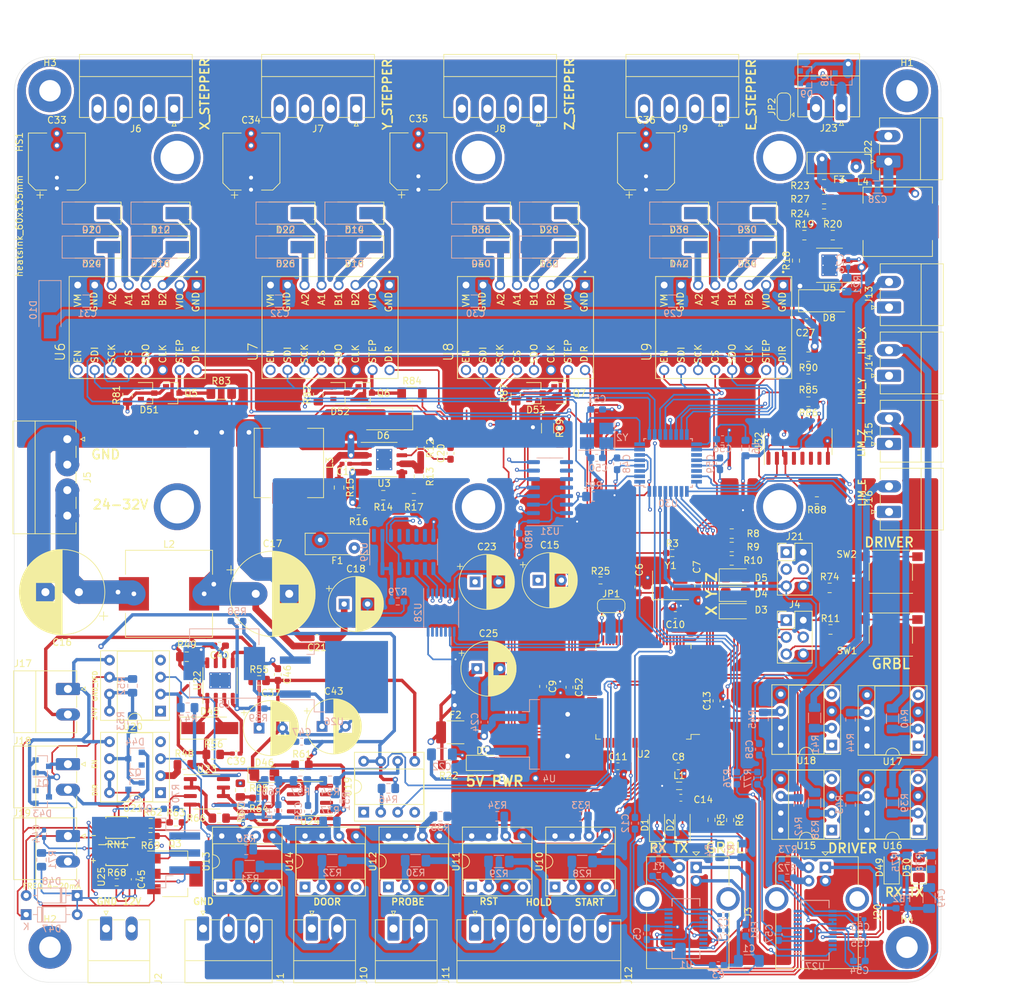
<source format=kicad_pcb>
(kicad_pcb (version 20171130) (host pcbnew "(5.1.10)-1")
  (layers (0 F.Cu signal) (1 In1.Cu signal) (2 In2.Cu signal) (31 B.Cu signal) (34 B.Paste user) (35 F.Paste user) (36 B.SilkS user) (37 F.SilkS user) (38 B.Mask user) (39 F.Mask user) (44 Edge.Cuts user))
  (net 0 "")
  (net 1 GND)
  (net 2 /grbl_controller/USBVCC)
  (net 3 "Net-(C2-Pad1)")
  (net 4 "Net-(C4-Pad1)")
  (net 5 "Net-(C5-Pad2)")
  (net 6 "Net-(C6-Pad1)")
  (net 7 "Net-(C7-Pad1)")
  (net 8 "Net-(C8-Pad2)")
  (net 9 +5V)
  (net 10 /grbl_controller/DTR)
  (net 11 /grbl_controller/RESET)
  (net 12 /grbl_controller/AVCC)
  (net 13 /VMOT)
  (net 14 +12V)
  (net 15 "Net-(C26-Pad2)")
  (net 16 "Net-(C26-Pad1)")
  (net 17 "Net-(C27-Pad1)")
  (net 18 "Net-(C28-Pad1)")
  (net 19 /aux_mcu/USBVCC)
  (net 20 /aux_mcu/XTAL1)
  (net 21 /aux_mcu/XTAL2)
  (net 22 /aux_mcu/DTR)
  (net 23 /aux_mcu/RESET)
  (net 24 /aux_mcu/AVCC)
  (net 25 "Net-(D1-Pad2)")
  (net 26 "Net-(D1-Pad1)")
  (net 27 "Net-(D2-Pad2)")
  (net 28 "Net-(D2-Pad1)")
  (net 29 "Net-(D4-Pad2)")
  (net 30 /aux_mcu/X_EN)
  (net 31 /aux_mcu/Y_EN)
  (net 32 /aux_mcu/Z_EN)
  (net 33 "Net-(FB1-Pad2)")
  (net 34 "Net-(FB2-Pad2)")
  (net 35 /grbl_controller/COOL_MIST)
  (net 36 /grbl_controller/COOL_FLOOD)
  (net 37 "Net-(J3-Pad5)")
  (net 38 "Net-(J3-Pad3)")
  (net 39 "Net-(J3-Pad2)")
  (net 40 /grbl_controller/MOSI)
  (net 41 /grbl_controller/SCK)
  (net 42 /grbl_controller/MISO)
  (net 43 "Net-(J10-Pad2)")
  (net 44 "Net-(J11-Pad2)")
  (net 45 "Net-(J12-Pad6)")
  (net 46 "Net-(J12-Pad4)")
  (net 47 "Net-(J12-Pad2)")
  (net 48 "Net-(J13-Pad2)")
  (net 49 "Net-(J15-Pad2)")
  (net 50 "Net-(J16-Pad2)")
  (net 51 /MOSI)
  (net 52 /SCK)
  (net 53 /MISO)
  (net 54 "Net-(Q3-Pad1)")
  (net 55 "Net-(Q3-Pad2)")
  (net 56 "Net-(Q4-Pad1)")
  (net 57 /stepper_drivers/X_STEP)
  (net 58 /stepper_drivers/Y_STEP)
  (net 59 /stepper_drivers/Z_STEP)
  (net 60 "Net-(R5-Pad2)")
  (net 61 /grbl_controller/RX0)
  (net 62 "Net-(R6-Pad2)")
  (net 63 /grbl_controller/TX0)
  (net 64 "Net-(R20-Pad1)")
  (net 65 /grbl_controller/SPINDLE_EN)
  (net 66 /grbl_controller/SPINDLE_DIR)
  (net 67 /grbl_controller/SPINDLE_PWM)
  (net 68 "Net-(R58-Pad2)")
  (net 69 /aux_mcu/SEL1)
  (net 70 /aux_mcu/SEL0)
  (net 71 /grbl_controller/STEP_X)
  (net 72 /grbl_controller/STEP_Y)
  (net 73 /grbl_controller/STEP_Z)
  (net 74 "Net-(U1-Pad19)")
  (net 75 "Net-(U1-Pad18)")
  (net 76 "Net-(U1-Pad9)")
  (net 77 "Net-(U1-Pad8)")
  (net 78 "Net-(U1-Pad7)")
  (net 79 "Net-(U1-Pad5)")
  (net 80 "Net-(U1-Pad2)")
  (net 81 "Net-(U2-Pad97)")
  (net 82 "Net-(U2-Pad96)")
  (net 83 "Net-(U2-Pad95)")
  (net 84 "Net-(U2-Pad94)")
  (net 85 "Net-(U2-Pad93)")
  (net 86 "Net-(U2-Pad92)")
  (net 87 "Net-(U2-Pad91)")
  (net 88 "Net-(U2-Pad90)")
  (net 89 /RSTABRT)
  (net 90 /HOLD)
  (net 91 /START)
  (net 92 /DOOR)
  (net 93 "Net-(U2-Pad85)")
  (net 94 "Net-(U2-Pad84)")
  (net 95 "Net-(U2-Pad83)")
  (net 96 /PROBE)
  (net 97 "Net-(U2-Pad79)")
  (net 98 "Net-(U2-Pad78)")
  (net 99 "Net-(U2-Pad77)")
  (net 100 "Net-(U2-Pad73)")
  (net 101 "Net-(U2-Pad72)")
  (net 102 "Net-(U2-Pad71)")
  (net 103 "Net-(U2-Pad70)")
  (net 104 "Net-(U2-Pad69)")
  (net 105 "Net-(U2-Pad68)")
  (net 106 "Net-(U2-Pad67)")
  (net 107 "Net-(U2-Pad66)")
  (net 108 "Net-(U2-Pad65)")
  (net 109 "Net-(U2-Pad64)")
  (net 110 "Net-(U2-Pad63)")
  (net 111 /grbl_controller/DIR_X)
  (net 112 /grbl_controller/DIR_Y)
  (net 113 /grbl_controller/DIR_Z)
  (net 114 "Net-(U2-Pad57)")
  (net 115 "Net-(U2-Pad56)")
  (net 116 "Net-(U2-Pad55)")
  (net 117 "Net-(U2-Pad54)")
  (net 118 "Net-(U2-Pad53)")
  (net 119 "Net-(U2-Pad52)")
  (net 120 "Net-(U2-Pad51)")
  (net 121 "Net-(U2-Pad50)")
  (net 122 "Net-(U2-Pad49)")
  (net 123 "Net-(U2-Pad48)")
  (net 124 "Net-(U2-Pad47)")
  (net 125 "Net-(U2-Pad46)")
  (net 126 "Net-(U2-Pad45)")
  (net 127 "Net-(U2-Pad44)")
  (net 128 "Net-(U2-Pad43)")
  (net 129 "Net-(U2-Pad42)")
  (net 130 "Net-(U2-Pad41)")
  (net 131 "Net-(U2-Pad40)")
  (net 132 "Net-(U2-Pad39)")
  (net 133 "Net-(U2-Pad38)")
  (net 134 "Net-(U2-Pad37)")
  (net 135 "Net-(U2-Pad36)")
  (net 136 "Net-(U2-Pad35)")
  (net 137 "Net-(U2-Pad29)")
  (net 138 "Net-(U2-Pad28)")
  (net 139 "Net-(U2-Pad27)")
  (net 140 /grbl_controller/LIM_Z)
  (net 141 /grbl_controller/LIM_Y)
  (net 142 /grbl_controller/LIM_X)
  (net 143 "Net-(U2-Pad19)")
  (net 144 "Net-(U2-Pad14)")
  (net 145 "Net-(U2-Pad13)")
  (net 146 "Net-(U2-Pad12)")
  (net 147 "Net-(U2-Pad9)")
  (net 148 "Net-(U2-Pad8)")
  (net 149 "Net-(U2-Pad7)")
  (net 150 "Net-(U2-Pad6)")
  (net 151 "Net-(U2-Pad4)")
  (net 152 "Net-(U2-Pad1)")
  (net 153 /CS_X)
  (net 154 /CS_Y)
  (net 155 /CS_Z)
  (net 156 /stepper_drivers/E_DIR)
  (net 157 /stepper_drivers/E_STEP)
  (net 158 /CS_E)
  (net 159 "Net-(U10-Pad1)")
  (net 160 "Net-(U11-Pad1)")
  (net 161 "Net-(U12-Pad1)")
  (net 162 "Net-(U13-Pad1)")
  (net 163 /aux_mcu/LIM_X)
  (net 164 "Net-(U14-Pad1)")
  (net 165 /aux_mcu/LIM_Y)
  (net 166 "Net-(U15-Pad1)")
  (net 167 /aux_mcu/LIM_Z)
  (net 168 "Net-(U16-Pad1)")
  (net 169 /aux_mcu/LIM_E)
  (net 170 "Net-(U17-Pad1)")
  (net 171 "Net-(U18-Pad1)")
  (net 172 "Net-(U19-Pad1)")
  (net 173 "Net-(U20-Pad1)")
  (net 174 /aux_mcu/EN0)
  (net 175 "Net-(U27-Pad7)")
  (net 176 "Net-(U27-Pad5)")
  (net 177 /aux_mcu/EN1)
  (net 178 "Net-(HS1-Pad6)")
  (net 179 "Net-(HS1-Pad1)")
  (net 180 "Net-(HS1-Pad4)")
  (net 181 "Net-(HS1-Pad3)")
  (net 182 "Net-(HS1-Pad5)")
  (net 183 "Net-(HS1-Pad2)")
  (net 184 "Net-(D41-Pad2)")
  (net 185 "Net-(D44-Pad1)")
  (net 186 "Net-(C39-Pad1)")
  (net 187 "Net-(C42-Pad1)")
  (net 188 "Net-(C44-Pad2)")
  (net 189 /spindle_cntrl/GND_VFD)
  (net 190 /spindle_cntrl/24V_VFD)
  (net 191 /spindle_cntrl/12V)
  (net 192 /spindle_cntrl/5V)
  (net 193 /spindle_cntrl/1V_REF)
  (net 194 "Net-(U29-Pad12)")
  (net 195 /aux_mcu/SEL_E0)
  (net 196 /aux_mcu/SEL_E1)
  (net 197 "Net-(D49-Pad2)")
  (net 198 "Net-(D50-Pad2)")
  (net 199 /grbl_controller/5VDC)
  (net 200 "Net-(C55-Pad1)")
  (net 201 "Net-(C57-Pad2)")
  (net 202 "Net-(C59-Pad1)")
  (net 203 +24V)
  (net 204 "Net-(R88-Pad2)")
  (net 205 "Net-(J19-Pad2)")
  (net 206 "Net-(J20-Pad2)")
  (net 207 "Net-(C16-Pad1)")
  (net 208 "Net-(C19-Pad2)")
  (net 209 "Net-(C19-Pad1)")
  (net 210 "Net-(C20-Pad2)")
  (net 211 "Net-(C20-Pad1)")
  (net 212 "Net-(C23-Pad1)")
  (net 213 "Net-(C24-Pad2)")
  (net 214 "Net-(C27-Pad2)")
  (net 215 "Net-(C38-Pad1)")
  (net 216 "Net-(C39-Pad2)")
  (net 217 "Net-(C40-Pad2)")
  (net 218 "Net-(C40-Pad1)")
  (net 219 "Net-(C41-Pad1)")
  (net 220 "Net-(C44-Pad1)")
  (net 221 "Net-(C45-Pad2)")
  (net 222 "Net-(C45-Pad1)")
  (net 223 "Net-(C53-Pad1)")
  (net 224 "Net-(D3-Pad2)")
  (net 225 "Net-(D5-Pad2)")
  (net 226 "Net-(D7-Pad2)")
  (net 227 "Net-(D11-Pad2)")
  (net 228 "Net-(D13-Pad2)")
  (net 229 "Net-(D15-Pad2)")
  (net 230 "Net-(D17-Pad2)")
  (net 231 "Net-(D19-Pad2)")
  (net 232 "Net-(D21-Pad2)")
  (net 233 "Net-(D23-Pad2)")
  (net 234 "Net-(D25-Pad2)")
  (net 235 "Net-(D27-Pad2)")
  (net 236 "Net-(D29-Pad2)")
  (net 237 "Net-(D31-Pad2)")
  (net 238 "Net-(D33-Pad2)")
  (net 239 "Net-(D35-Pad2)")
  (net 240 "Net-(D37-Pad2)")
  (net 241 "Net-(D39-Pad2)")
  (net 242 "Net-(D43-Pad1)")
  (net 243 "Net-(D46-Pad2)")
  (net 244 "Net-(D47-Pad2)")
  (net 245 "Net-(D49-Pad1)")
  (net 246 "Net-(D50-Pad1)")
  (net 247 "Net-(J14-Pad2)")
  (net 248 "Net-(J18-Pad2)")
  (net 249 "Net-(J18-Pad1)")
  (net 250 "Net-(J20-Pad5)")
  (net 251 "Net-(J20-Pad3)")
  (net 252 "Net-(R12-Pad2)")
  (net 253 "Net-(R14-Pad1)")
  (net 254 "Net-(R16-Pad2)")
  (net 255 "Net-(R18-Pad2)")
  (net 256 "Net-(R23-Pad2)")
  (net 257 "Net-(R24-Pad2)")
  (net 258 "Net-(R28-Pad1)")
  (net 259 "Net-(R29-Pad1)")
  (net 260 "Net-(R30-Pad1)")
  (net 261 "Net-(R31-Pad1)")
  (net 262 "Net-(R32-Pad1)")
  (net 263 "Net-(R38-Pad1)")
  (net 264 "Net-(R39-Pad1)")
  (net 265 "Net-(R40-Pad1)")
  (net 266 "Net-(R41-Pad1)")
  (net 267 "Net-(R46-Pad1)")
  (net 268 "Net-(R47-Pad1)")
  (net 269 "Net-(R48-Pad1)")
  (net 270 "Net-(R49-Pad2)")
  (net 271 "Net-(R51-Pad2)")
  (net 272 "Net-(R55-Pad1)")
  (net 273 "Net-(R62-Pad2)")
  (net 274 "Net-(R64-Pad2)")
  (net 275 "Net-(R64-Pad1)")
  (net 276 "Net-(R65-Pad1)")
  (net 277 "Net-(R67-Pad1)")
  (net 278 "Net-(R76-Pad2)")
  (net 279 "Net-(R77-Pad2)")
  (net 280 "Net-(R79-Pad2)")
  (net 281 "Net-(R80-Pad2)")
  (net 282 "Net-(U21-Pad1)")
  (net 283 "Net-(U27-Pad19)")
  (net 284 "Net-(U27-Pad18)")
  (net 285 "Net-(U27-Pad9)")
  (net 286 "Net-(U27-Pad8)")
  (net 287 "Net-(U27-Pad2)")
  (net 288 "Net-(U28-Pad5)")
  (net 289 "Net-(U28-Pad3)")
  (net 290 "Net-(U28-Pad1)")
  (net 291 "Net-(U29-Pad7)")
  (net 292 "Net-(U29-Pad6)")
  (net 293 "Net-(U29-Pad5)")
  (net 294 "Net-(U29-Pad4)")
  (net 295 "Net-(U29-Pad1)")
  (net 296 "Net-(U30-Pad22)")
  (net 297 "Net-(U30-Pad19)")
  (net 298 "Net-(U31-Pad12)")
  (net 299 "Net-(U31-Pad11)")
  (net 300 "Net-(U31-Pad10)")
  (net 301 "Net-(U31-Pad9)")
  (net 302 "Net-(U32-Pad7)")
  (net 303 "Net-(U32-Pad6)")
  (net 304 "Net-(U32-Pad5)")
  (net 305 "Net-(U32-Pad4)")
  (net 306 "Net-(D9-Pad1)")
  (net 307 "Net-(J23-Pad2)")
  (net 308 "Net-(J23-Pad1)")
  (net 309 /stepper_drivers/BRAKE)
  (net 310 "Net-(JP1-Pad1)")
  (module Package_SO:TSSOP-14_4.4x5mm_P0.65mm (layer B.Cu) (at 137.2 107 270)
    (fp_text reference U28 (at 0 3.45 90) (layer B.SilkS) (effects (justify mirror)))
    (fp_text value 40106)
    (pad 14 smd roundrect (at 2.8625 1.95 270) (size 1.475 0.4) (layers B.Cu B.Paste B.Mask) (net 9 +5V))
    (pad 13 smd roundrect (at 2.8625 1.3 270) (size 1.475 0.4) (layers B.Cu B.Paste B.Mask))
    (pad 12 smd roundrect (at 2.8625 0.65 270) (size 1.475 0.4) (layers B.Cu B.Paste B.Mask))
    (pad 11 smd roundrect (at 2.8625 0 270) (size 1.475 0.4) (layers B.Cu B.Paste B.Mask))
    (pad 10 smd roundrect (at 2.8625 -0.65 270) (size 1.475 0.4) (layers B.Cu B.Paste B.Mask))
    (pad 9 smd roundrect (at 2.8625 -1.3 270) (size 1.475 0.4) (layers B.Cu B.Paste B.Mask) (net 309 /stepper_drivers/BRAKE))
    (pad 8 smd roundrect (at 2.8625 -1.95 270) (size 1.475 0.4) (layers B.Cu B.Paste B.Mask) (net 310 "Net-(JP1-Pad1)"))
    (pad 7 smd roundrect (at -2.8625 -1.95 270) (size 1.475 0.4) (layers B.Cu B.Paste B.Mask) (net 1 GND))
    (pad 6 smd roundrect (at -2.8625 -1.3 270) (size 1.475 0.4) (layers B.Cu B.Paste B.Mask) (net 30 /aux_mcu/X_EN))
    (pad 5 smd roundrect (at -2.8625 -0.65 270) (size 1.475 0.4) (layers B.Cu B.Paste B.Mask) (net 288 "Net-(U28-Pad5)"))
    (pad 4 smd roundrect (at -2.8625 0 270) (size 1.475 0.4) (layers B.Cu B.Paste B.Mask) (net 31 /aux_mcu/Y_EN))
    (pad 3 smd roundrect (at -2.8625 0.65 270) (size 1.475 0.4) (layers B.Cu B.Paste B.Mask) (net 289 "Net-(U28-Pad3)"))
    (pad 2 smd roundrect (at -2.8625 1.3 270) (size 1.475 0.4) (layers B.Cu B.Paste B.Mask) (net 32 /aux_mcu/Z_EN))
    (pad 1 smd roundrect (at -2.8625 1.95 270) (size 1.475 0.4) (layers B.Cu B.Paste B.Mask) (net 290 "Net-(U28-Pad1)"))
  )
  (module Resistor_SMD:R_0603_1608Metric_Pad0.98x0.95mm_HandSolder (layer F.Cu) (at 161 102.2 180)
    (fp_text reference R25 (at 0 1.4) (layer F.SilkS))
    (fp_text value 2.2k)
    (pad 2 smd roundrect (at 0.9125 0 180) (size 0.975 0.95) (layers F.Cu F.Paste F.Mask) (net 1 GND))
    (pad 1 smd roundrect (at -0.9125 0 180) (size 0.975 0.95) (layers F.Cu F.Paste F.Mask) (net 306 "Net-(D9-Pad1)"))
  )
  (module Package_TO_SOT_SMD:SOT-23 (layer B.Cu) (at 197 27.4 270)
    (fp_text reference Q8 (at 0 2.5 90) (layer B.SilkS) (effects (justify mirror)))
    (fp_text value SSM3K361R,LF)
    (pad 3 smd rect (at 1 0 270) (size 0.9 0.8) (layers B.Cu B.Paste B.Mask) (net 308 "Net-(J23-Pad1)"))
    (pad 2 smd rect (at -1 -0.95 270) (size 0.9 0.8) (layers B.Cu B.Paste B.Mask) (net 1 GND))
    (pad 1 smd rect (at -1 0.95 270) (size 0.9 0.8) (layers B.Cu B.Paste B.Mask) (net 306 "Net-(D9-Pad1)"))
  )
  (module Jumper:SolderJumper-3_P1.3mm_Open_RoundedPad1.0x1.5mm (layer F.Cu) (at 188.4 31.4 90)
    (fp_text reference JP2 (at 0 -1.8 90) (layer F.SilkS))
    (fp_text value SolderJumper_3_Open)
    (pad 2 smd rect (at 0 0 90) (size 1 1.5) (layers F.Cu F.Mask) (net 307 "Net-(J23-Pad2)"))
    (pad 3 smd custom (at 1.3 0 90) (size 1 0.5) (layers F.Cu F.Mask) (net 203 +24V) (options (clearance outline) (anchor rect)) (primitives (gr_circle (center 0 0.25) (end 0.5 0.25) (width 0)) (gr_circle (center 0 -0.25) (end 0.5 -0.25) (width 0)) (gr_poly (pts (xy -0.55 -0.75) (xy 0 -0.75) (xy 0 0.75) (xy -0.55 0.75)) (width 0))))
    (pad 1 smd custom (at -1.3 0 90) (size 1 0.5) (layers F.Cu F.Mask) (net 14 +12V) (options (clearance outline) (anchor rect)) (primitives (gr_circle (center 0 0.25) (end 0.5 0.25) (width 0)) (gr_circle (center 0 -0.25) (end 0.5 -0.25) (width 0)) (gr_poly (pts (xy 0.55 -0.75) (xy 0 -0.75) (xy 0 0.75) (xy 0.55 0.75)) (width 0))))
  )
  (module Jumper:SolderJumper-3_P1.3mm_Open_RoundedPad1.0x1.5mm (layer F.Cu) (at 162.6 106)
    (fp_text reference JP1 (at 0 -1.8) (layer F.SilkS))
    (fp_text value SolderJumper_3_Open)
    (pad 2 smd rect (at 0 0) (size 1 1.5) (layers F.Cu F.Mask) (net 306 "Net-(D9-Pad1)"))
    (pad 3 smd custom (at 1.3 0) (size 1 0.5) (layers F.Cu F.Mask) (net 309 /stepper_drivers/BRAKE) (options (clearance outline) (anchor rect)) (primitives (gr_circle (center 0 0.25) (end 0.5 0.25) (width 0)) (gr_circle (center 0 -0.25) (end 0.5 -0.25) (width 0)) (gr_poly (pts (xy -0.55 -0.75) (xy 0 -0.75) (xy 0 0.75) (xy -0.55 0.75)) (width 0))))
    (pad 1 smd custom (at -1.3 0) (size 1 0.5) (layers F.Cu F.Mask) (net 310 "Net-(JP1-Pad1)") (options (clearance outline) (anchor rect)) (primitives (gr_circle (center 0 0.25) (end 0.5 0.25) (width 0)) (gr_circle (center 0 -0.25) (end 0.5 -0.25) (width 0)) (gr_poly (pts (xy 0.55 -0.75) (xy 0 -0.75) (xy 0 0.75) (xy 0.55 0.75)) (width 0))))
  )
  (module Connector_Phoenix_MC:PhoenixContact_MC_1,5_2-G-3.81_1x02_P3.81mm_Horizontal (layer F.Cu) (at 197 31.6 180)
    (fp_text reference J23 (at 1.9 -3) (layer F.SilkS))
    (fp_text value BRAKE)
    (pad 2 thru_hole oval (at 3.81 0 180) (size 1.8 3.6) (drill 1.2) (layers *.Cu *.Mask) (net 307 "Net-(J23-Pad2)"))
    (pad 1 thru_hole roundrect (at 0 0 180) (size 1.8 3.6) (drill 1.2) (layers *.Cu *.Mask) (roundrect_rratio 0.138889) (net 308 "Net-(J23-Pad1)"))
  )
  (module Diode_SMD:D_SOT-23_ANK (layer B.Cu) (at 191.8 27)
    (fp_text reference D9 (at 0 2.5) (layer B.SilkS) (effects (justify mirror)))
    (fp_text value BZX84C5V6)
    (pad 1 smd rect (at 1 0) (size 0.9 0.8) (layers B.Cu B.Paste B.Mask) (net 306 "Net-(D9-Pad1)"))
    (pad "" smd rect (at -1 -0.95) (size 0.9 0.8) (layers B.Cu B.Paste B.Mask))
    (pad 2 smd rect (at -1 0.95) (size 0.9 0.8) (layers B.Cu B.Paste B.Mask) (net 1 GND))
  )
  (module Capacitor_SMD:C_1206_3216Metric_Pad1.33x1.80mm_HandSolder (layer B.Cu) (at 202.4 43.4)
    (fp_text reference C28 (at 0 1.85) (layer B.SilkS) (effects (justify mirror)))
    (fp_text value 1u)
    (pad 2 smd roundrect (at 1.5625 0) (size 1.325 1.8) (layers B.Cu B.Paste B.Mask) (roundrect_rratio 0.188679) (net 1 GND))
    (pad 1 smd roundrect (at -1.5625 0) (size 1.325 1.8) (layers B.Cu B.Paste B.Mask) (roundrect_rratio 0.188679) (net 18 "Net-(C28-Pad1)"))
  )
  (module Connector_Phoenix_MC:PhoenixContact_MC_1,5_2-G-3.81_1x02_P3.81mm_Horizontal (layer F.Cu) (at 204 39.6 90)
    (fp_text reference J22 (at 1.9 -3 90) (layer F.SilkS))
    (fp_text value 24VDC)
    (pad 2 thru_hole oval (at 3.81 0 90) (size 1.8 3.6) (drill 1.2) (layers *.Cu *.Mask) (net 203 +24V))
    (pad 1 thru_hole roundrect (at 0 0 90) (size 1.8 3.6) (drill 1.2) (layers *.Cu *.Mask) (roundrect_rratio 0.138889) (net 1 GND))
  )
  (module Package_SO:SOIC-8_3.9x4.9mm_P1.27mm (layer F.Cu) (at 117.6 134.8 180)
    (fp_text reference U24 (at 0 -3.4) (layer F.SilkS))
    (fp_text value LMV358)
    (pad 8 smd roundrect (at 2.475 -1.905 180) (size 1.95 0.6) (layers F.Cu F.Paste F.Mask) (net 192 /spindle_cntrl/5V))
    (pad 7 smd roundrect (at 2.475 -0.635 180) (size 1.95 0.6) (layers F.Cu F.Paste F.Mask) (net 277 "Net-(R67-Pad1)"))
    (pad 6 smd roundrect (at 2.475 0.635 180) (size 1.95 0.6) (layers F.Cu F.Paste F.Mask) (net 276 "Net-(R65-Pad1)"))
    (pad 5 smd roundrect (at 2.475 1.905 180) (size 1.95 0.6) (layers F.Cu F.Paste F.Mask) (net 275 "Net-(R64-Pad1)"))
    (pad 4 smd roundrect (at -2.475 1.905 180) (size 1.95 0.6) (layers F.Cu F.Paste F.Mask) (net 189 /spindle_cntrl/GND_VFD))
    (pad 3 smd roundrect (at -2.475 0.635 180) (size 1.95 0.6) (layers F.Cu F.Paste F.Mask))
    (pad 2 smd roundrect (at -2.475 -0.635 180) (size 1.95 0.6) (layers F.Cu F.Paste F.Mask))
    (pad 1 smd roundrect (at -2.475 -1.905 180) (size 1.95 0.6) (layers F.Cu F.Paste F.Mask))
  )
  (module Resistor_SMD:R_0805_2012Metric_Pad1.15x1.40mm_HandSolder (layer F.Cu) (at 99.2 113.6 180)
    (fp_text reference R49 (at 0 1.8) (layer F.SilkS))
    (fp_text value 10k)
    (pad 2 smd roundrect (at 1.025 0 180) (size 1.15 1.4) (layers F.Cu F.Paste F.Mask) (roundrect_rratio 0.217391) (net 270 "Net-(R49-Pad2)"))
    (pad 1 smd roundrect (at -1.025 0 180) (size 1.15 1.4) (layers F.Cu F.Paste F.Mask) (roundrect_rratio 0.217391) (net 190 /spindle_cntrl/24V_VFD))
  )
  (module Connector_Phoenix_MC:PhoenixContact_MC_1,5_2-G-3.81_1x02_P3.81mm_Horizontal (layer F.Cu) (at 204.1 91.95 90)
    (fp_text reference J16 (at 1.9 -3 90) (layer F.SilkS))
    (fp_text value LIM_E)
    (pad 2 thru_hole oval (at 3.81 0 90) (size 1.8 3.6) (drill 1.2) (layers *.Cu *.Mask) (net 50 "Net-(J16-Pad2)"))
    (pad 1 thru_hole roundrect (at 0 0 90) (size 1.8 3.6) (drill 1.2) (layers *.Cu *.Mask) (roundrect_rratio 0.138889) (net 14 +12V))
  )
  (module Connector_Phoenix_MC:PhoenixContact_MC_1,5_2-G-3.81_1x02_P3.81mm_Horizontal (layer F.Cu) (at 204.1 81.8 90)
    (fp_text reference J15 (at 1.9 -3 90) (layer F.SilkS))
    (fp_text value LIM_Z)
    (pad 2 thru_hole oval (at 3.81 0 90) (size 1.8 3.6) (drill 1.2) (layers *.Cu *.Mask) (net 49 "Net-(J15-Pad2)"))
    (pad 1 thru_hole roundrect (at 0 0 90) (size 1.8 3.6) (drill 1.2) (layers *.Cu *.Mask) (roundrect_rratio 0.138889) (net 14 +12V))
  )
  (module Connector_Phoenix_MC:PhoenixContact_MC_1,5_2-G-3.81_1x02_P3.81mm_Horizontal (layer F.Cu) (at 204.1 71.6 90)
    (fp_text reference J14 (at 1.9 -3 90) (layer F.SilkS))
    (fp_text value LIM_Y)
    (pad 2 thru_hole oval (at 3.81 0 90) (size 1.8 3.6) (drill 1.2) (layers *.Cu *.Mask) (net 247 "Net-(J14-Pad2)"))
    (pad 1 thru_hole roundrect (at 0 0 90) (size 1.8 3.6) (drill 1.2) (layers *.Cu *.Mask) (roundrect_rratio 0.138889) (net 14 +12V))
  )
  (module Connector_Phoenix_MC:PhoenixContact_MC_1,5_2-G-3.81_1x02_P3.81mm_Horizontal (layer F.Cu) (at 204.1 61.4 90)
    (fp_text reference J13 (at 1.9 -3 90) (layer F.SilkS))
    (fp_text value LIM_X)
    (pad 2 thru_hole oval (at 3.81 0 90) (size 1.8 3.6) (drill 1.2) (layers *.Cu *.Mask) (net 48 "Net-(J13-Pad2)"))
    (pad 1 thru_hole roundrect (at 0 0 90) (size 1.8 3.6) (drill 1.2) (layers *.Cu *.Mask) (roundrect_rratio 0.138889) (net 14 +12V))
  )
  (module Capacitor_SMD:C_0603_1608Metric_Pad1.05x0.95mm_HandSolder (layer F.Cu) (at 104.1 111.95 180)
    (fp_text reference C40 (at 0 -1.43) (layer F.SilkS))
    (fp_text value 100n)
    (pad 2 smd roundrect (at 0.875 0 180) (size 1.05 0.95) (layers F.Cu F.Paste F.Mask) (net 217 "Net-(C40-Pad2)"))
    (pad 1 smd roundrect (at -0.875 0 180) (size 1.05 0.95) (layers F.Cu F.Paste F.Mask) (net 218 "Net-(C40-Pad1)"))
  )
  (module Package_SO:HTSOP-8-1EP_3.9x4.9mm_P1.27mm_EP2.4x3.2mm_ThermalVias (layer F.Cu) (at 195.2 55.1 180)
    (fp_text reference U5 (at 0 -3.4 180) (layer F.SilkS))
    (fp_text value BD9G341EFJ)
    (pad 9 smd rect (at 0 0 180) (size 2.4 3.2) (layers B.Cu))
    (pad 9 thru_hole circle (at 0.95 1.35 180) (size 0.5 0.5) (drill 0.2) (layers *.Cu))
    (pad 9 thru_hole circle (at -0.95 1.35 180) (size 0.5 0.5) (drill 0.2) (layers *.Cu))
    (pad 9 thru_hole circle (at 0.95 0 180) (size 0.5 0.5) (drill 0.2) (layers *.Cu))
    (pad 9 thru_hole circle (at -0.95 0 180) (size 0.5 0.5) (drill 0.2) (layers *.Cu))
    (pad 9 thru_hole circle (at 0.95 -1.35 180) (size 0.5 0.5) (drill 0.2) (layers *.Cu))
    (pad 9 thru_hole circle (at -0.95 -1.35 180) (size 0.5 0.5) (drill 0.2) (layers *.Cu))
    (pad 9 smd rect (at 0 0 180) (size 2.4 3.2) (layers F.Cu F.Mask))
    (pad 8 smd roundrect (at 2.65 -1.905 180) (size 1.6 0.6) (layers F.Cu F.Paste F.Mask) (net 13 /VMOT))
    (pad 7 smd roundrect (at 2.65 -0.635 180) (size 1.6 0.6) (layers F.Cu F.Paste F.Mask) (net 17 "Net-(C27-Pad1)"))
    (pad 6 smd roundrect (at 2.65 0.635 180) (size 1.6 0.6) (layers F.Cu F.Paste F.Mask) (net 255 "Net-(R18-Pad2)"))
    (pad 5 smd roundrect (at 2.65 1.905 180) (size 1.6 0.6) (layers F.Cu F.Paste F.Mask) (net 64 "Net-(R20-Pad1)"))
    (pad 4 smd roundrect (at -2.65 1.905 180) (size 1.6 0.6) (layers F.Cu F.Paste F.Mask) (net 256 "Net-(R23-Pad2)"))
    (pad 3 smd roundrect (at -2.65 0.635 180) (size 1.6 0.6) (layers F.Cu F.Paste F.Mask) (net 16 "Net-(C26-Pad1)"))
    (pad 2 smd roundrect (at -2.65 -0.635 180) (size 1.6 0.6) (layers F.Cu F.Paste F.Mask) (net 1 GND))
    (pad 1 smd roundrect (at -2.65 -1.905 180) (size 1.6 0.6) (layers F.Cu F.Paste F.Mask) (net 214 "Net-(C27-Pad2)"))
  )
  (module Resistor_SMD:R_0805_2012Metric_Pad1.15x1.40mm_HandSolder (layer F.Cu) (at 194.4 45.2 180)
    (fp_text reference R27 (at 3.6 0 180) (layer F.SilkS))
    (fp_text value 270)
    (pad 2 smd roundrect (at 1.025 0 180) (size 1.15 1.4) (layers F.Cu F.Paste F.Mask) (roundrect_rratio 0.217391) (net 1 GND))
    (pad 1 smd roundrect (at -1.025 0 180) (size 1.15 1.4) (layers F.Cu F.Paste F.Mask) (roundrect_rratio 0.217391) (net 257 "Net-(R24-Pad2)"))
  )
  (module Resistor_SMD:R_0805_2012Metric_Pad1.15x1.40mm_HandSolder (layer F.Cu) (at 194.4 47.4)
    (fp_text reference R24 (at -3.6 0 180) (layer F.SilkS))
    (fp_text value 270)
    (pad 2 smd roundrect (at 1.025 0) (size 1.15 1.4) (layers F.Cu F.Paste F.Mask) (roundrect_rratio 0.217391) (net 257 "Net-(R24-Pad2)"))
    (pad 1 smd roundrect (at -1.025 0) (size 1.15 1.4) (layers F.Cu F.Paste F.Mask) (roundrect_rratio 0.217391) (net 256 "Net-(R23-Pad2)"))
  )
  (module Resistor_SMD:R_0805_2012Metric_Pad1.15x1.40mm_HandSolder (layer F.Cu) (at 194.4 43 180)
    (fp_text reference R23 (at 3.6 -0.2 180) (layer F.SilkS))
    (fp_text value 12k)
    (pad 2 smd roundrect (at 1.025 0 180) (size 1.15 1.4) (layers F.Cu F.Paste F.Mask) (roundrect_rratio 0.217391) (net 256 "Net-(R23-Pad2)"))
    (pad 1 smd roundrect (at -1.025 0 180) (size 1.15 1.4) (layers F.Cu F.Paste F.Mask) (roundrect_rratio 0.217391) (net 18 "Net-(C28-Pad1)"))
  )
  (module Resistor_SMD:R_0805_2012Metric_Pad1.15x1.40mm_HandSolder (layer B.Cu) (at 197.8 58 270)
    (fp_text reference R21 (at 0 -1.6 270) (layer B.SilkS) (effects (justify mirror)))
    (fp_text value 10k)
    (pad 2 smd roundrect (at 1.025 0 270) (size 1.15 1.4) (layers B.Cu B.Paste B.Mask) (roundrect_rratio 0.217391) (net 1 GND))
    (pad 1 smd roundrect (at -1.025 0 270) (size 1.15 1.4) (layers B.Cu B.Paste B.Mask) (roundrect_rratio 0.217391) (net 15 "Net-(C26-Pad2)"))
  )
  (module Resistor_SMD:R_0805_2012Metric_Pad1.15x1.40mm_HandSolder (layer F.Cu) (at 195.7 50.6)
    (fp_text reference R20 (at 0 -1.65 180) (layer F.SilkS))
    (fp_text value 47k)
    (pad 2 smd roundrect (at 1.025 0) (size 1.15 1.4) (layers F.Cu F.Paste F.Mask) (roundrect_rratio 0.217391) (net 1 GND))
    (pad 1 smd roundrect (at -1.025 0) (size 1.15 1.4) (layers F.Cu F.Paste F.Mask) (roundrect_rratio 0.217391) (net 64 "Net-(R20-Pad1)"))
  )
  (module Resistor_SMD:R_0805_2012Metric_Pad1.15x1.40mm_HandSolder (layer F.Cu) (at 191.45 50.6)
    (fp_text reference R19 (at 0 -1.65 180) (layer F.SilkS))
    (fp_text value 10k)
    (pad 2 smd roundrect (at 1.025 0) (size 1.15 1.4) (layers F.Cu F.Paste F.Mask) (roundrect_rratio 0.217391) (net 1 GND))
    (pad 1 smd roundrect (at -1.025 0) (size 1.15 1.4) (layers F.Cu F.Paste F.Mask) (roundrect_rratio 0.217391) (net 255 "Net-(R18-Pad2)"))
  )
  (module Resistor_SMD:R_0603_1608Metric_Pad0.98x0.95mm_HandSolder (layer F.Cu) (at 190.2 54.4 90)
    (fp_text reference R18 (at 0 -1.43 270) (layer F.SilkS))
    (fp_text value 100k)
    (pad 2 smd roundrect (at 0.9125 0 90) (size 0.975 0.95) (layers F.Cu F.Paste F.Mask) (net 255 "Net-(R18-Pad2)"))
    (pad 1 smd roundrect (at -0.9125 0 90) (size 0.975 0.95) (layers F.Cu F.Paste F.Mask) (net 13 /VMOT))
  )
  (module Inductor_SMD:L_Vishay_IHLP-4040 (layer F.Cu) (at 205.4 48.6 180)
    (fp_text reference L4 (at 5.2 6) (layer F.SilkS))
    (fp_text value 33u)
    (pad 2 smd rect (at 4.5075 0 180) (size 3.175 4.95) (layers F.Cu F.Paste F.Mask) (net 18 "Net-(C28-Pad1)"))
    (pad 1 smd rect (at -4.5075 0 180) (size 3.175 4.95) (layers F.Cu F.Paste F.Mask) (net 214 "Net-(C27-Pad2)"))
  )
  (module Fuse:Fuse_Bourns_MF-RHT200 (layer F.Cu) (at 199.2 40.4 180)
    (fp_text reference F3 (at 2.55 -1.9) (layer F.SilkS))
    (fp_text value 2A)
    (pad 2 thru_hole circle (at 5.1 1.2 180) (size 1.71 1.71) (drill 0.71) (layers *.Cu *.Mask) (net 18 "Net-(C28-Pad1)"))
    (pad 1 thru_hole circle (at 0 0 180) (size 1.71 1.71) (drill 0.71) (layers *.Cu *.Mask) (net 203 +24V))
  )
  (module Diode_SMD:D_SMA_Handsoldering (layer F.Cu) (at 195 60.4)
    (fp_text reference D8 (at 0.15 2.55 180) (layer F.SilkS))
    (fp_text value SS2150-LTP)
    (pad 2 smd rect (at 2.5 0) (size 3.5 1.8) (layers F.Cu F.Paste F.Mask) (net 1 GND))
    (pad 1 smd rect (at -2.5 0) (size 3.5 1.8) (layers F.Cu F.Paste F.Mask) (net 214 "Net-(C27-Pad2)"))
  )
  (module Capacitor_SMD:C_0603_1608Metric_Pad1.05x0.95mm_HandSolder (layer F.Cu) (at 191.8 63.6)
    (fp_text reference C27 (at -0.2 1.6 180) (layer F.SilkS))
    (fp_text value 100n)
    (pad 2 smd roundrect (at 0.875 0) (size 1.05 0.95) (layers F.Cu F.Paste F.Mask) (net 214 "Net-(C27-Pad2)"))
    (pad 1 smd roundrect (at -0.875 0) (size 1.05 0.95) (layers F.Cu F.Paste F.Mask) (net 17 "Net-(C27-Pad1)"))
  )
  (module Capacitor_SMD:C_0402_1005Metric_Pad0.74x0.62mm_HandSolder (layer B.Cu) (at 198 54.8 270)
    (fp_text reference C26 (at 0 1.16 90) (layer B.SilkS) (effects (justify mirror)))
    (fp_text value 6.8n)
    (pad 2 smd roundrect (at 0.5675 0 270) (size 0.735 0.62) (layers B.Cu B.Paste B.Mask) (net 15 "Net-(C26-Pad2)"))
    (pad 1 smd roundrect (at -0.5675 0 270) (size 0.735 0.62) (layers B.Cu B.Paste B.Mask) (net 16 "Net-(C26-Pad1)"))
  )
  (module Capacitor_SMD:C_0603_1608Metric_Pad1.05x0.95mm_HandSolder (layer F.Cu) (at 138.6 83.2 90)
    (fp_text reference C20 (at 0 -1.43 90) (layer F.SilkS))
    (fp_text value 100n)
    (pad 2 smd roundrect (at 0.875 0 90) (size 1.05 0.95) (layers F.Cu F.Paste F.Mask) (net 210 "Net-(C20-Pad2)"))
    (pad 1 smd roundrect (at -0.875 0 90) (size 1.05 0.95) (layers F.Cu F.Paste F.Mask) (net 211 "Net-(C20-Pad1)"))
  )
  (module Resistor_SMD:R_0805_2012Metric_Pad1.15x1.40mm_HandSolder (layer F.Cu) (at 180.6 99.2 180)
    (fp_text reference R10 (at -3.2 0) (layer F.SilkS))
    (fp_text value 270)
    (pad 2 smd roundrect (at 1.025 0 180) (size 1.15 1.4) (layers F.Cu F.Paste F.Mask) (roundrect_rratio 0.217391) (net 199 /grbl_controller/5VDC))
    (pad 1 smd roundrect (at -1.025 0 180) (size 1.15 1.4) (layers F.Cu F.Paste F.Mask) (roundrect_rratio 0.217391) (net 225 "Net-(D5-Pad2)"))
  )
  (module Resistor_SMD:R_0805_2012Metric_Pad1.15x1.40mm_HandSolder (layer F.Cu) (at 180.6 97.2 180)
    (fp_text reference R9 (at -3.2 0) (layer F.SilkS))
    (fp_text value 270)
    (pad 2 smd roundrect (at 1.025 0 180) (size 1.15 1.4) (layers F.Cu F.Paste F.Mask) (roundrect_rratio 0.217391) (net 199 /grbl_controller/5VDC))
    (pad 1 smd roundrect (at -1.025 0 180) (size 1.15 1.4) (layers F.Cu F.Paste F.Mask) (roundrect_rratio 0.217391) (net 29 "Net-(D4-Pad2)"))
  )
  (module Resistor_SMD:R_0805_2012Metric_Pad1.15x1.40mm_HandSolder (layer F.Cu) (at 180.6 95.2 180)
    (fp_text reference R8 (at -3.2 0) (layer F.SilkS))
    (fp_text value 270)
    (pad 2 smd roundrect (at 1.025 0 180) (size 1.15 1.4) (layers F.Cu F.Paste F.Mask) (roundrect_rratio 0.217391) (net 199 /grbl_controller/5VDC))
    (pad 1 smd roundrect (at -1.025 0 180) (size 1.15 1.4) (layers F.Cu F.Paste F.Mask) (roundrect_rratio 0.217391) (net 224 "Net-(D3-Pad2)"))
  )
  (module LED_SMD:LED_1206_3216Metric_Pad1.42x1.75mm_HandSolder (layer F.Cu) (at 181.2 101.6)
    (fp_text reference D5 (at 3.8 0.2) (layer F.SilkS))
    (fp_text value LED)
    (pad 2 smd roundrect (at 1.4875 0) (size 1.425 1.75) (layers F.Cu F.Paste F.Mask) (roundrect_rratio 0.175439) (net 225 "Net-(D5-Pad2)"))
    (pad 1 smd roundrect (at -1.4875 0) (size 1.425 1.75) (layers F.Cu F.Paste F.Mask) (roundrect_rratio 0.175439) (net 140 /grbl_controller/LIM_Z))
  )
  (module LED_SMD:LED_1206_3216Metric_Pad1.42x1.75mm_HandSolder (layer F.Cu) (at 181.2 104.2)
    (fp_text reference D4 (at 3.8 0) (layer F.SilkS))
    (fp_text value LED)
    (pad 2 smd roundrect (at 1.4875 0) (size 1.425 1.75) (layers F.Cu F.Paste F.Mask) (roundrect_rratio 0.175439) (net 29 "Net-(D4-Pad2)"))
    (pad 1 smd roundrect (at -1.4875 0) (size 1.425 1.75) (layers F.Cu F.Paste F.Mask) (roundrect_rratio 0.175439) (net 141 /grbl_controller/LIM_Y))
  )
  (module LED_SMD:LED_1206_3216Metric_Pad1.42x1.75mm_HandSolder (layer F.Cu) (at 181.2 106.8)
    (fp_text reference D3 (at 3.8 -0.2) (layer F.SilkS))
    (fp_text value LED)
    (pad 2 smd roundrect (at 1.4875 0) (size 1.425 1.75) (layers F.Cu F.Paste F.Mask) (roundrect_rratio 0.175439) (net 224 "Net-(D3-Pad2)"))
    (pad 1 smd roundrect (at -1.4875 0) (size 1.425 1.75) (layers F.Cu F.Paste F.Mask) (roundrect_rratio 0.175439) (net 142 /grbl_controller/LIM_X))
  )
  (module grbl_board:heatsink_60x135mm (layer F.Cu) (at 142.7765 65.081 90)
    (fp_text reference HS1 (at 29.972 -68.58 90) (layer F.SilkS) (effects (justify right)))
    (fp_text value heatsink_60x135mm (at 8.128 -68.58 90) (layer F.SilkS) (effects (justify left)))
    (pad 6 thru_hole circle (at 26.1 -45 90) (size 7 7) (drill 5) (layers *.Cu *.Mask) (net 178 "Net-(HS1-Pad6)"))
    (pad 1 thru_hole circle (at -26.1 -45 90) (size 7 7) (drill 5) (layers *.Cu *.Mask) (net 179 "Net-(HS1-Pad1)"))
    (pad 4 thru_hole circle (at 26.1 45 90) (size 7 7) (drill 5) (layers *.Cu *.Mask) (net 180 "Net-(HS1-Pad4)"))
    (pad 3 thru_hole circle (at -26.1 45 90) (size 7 7) (drill 5) (layers *.Cu *.Mask) (net 181 "Net-(HS1-Pad3)"))
    (pad 5 thru_hole circle (at 26.1 0 90) (size 7 7) (drill 5) (layers *.Cu *.Mask) (net 182 "Net-(HS1-Pad5)"))
    (pad 2 thru_hole circle (at -26.1 0 90) (size 7 7) (drill 5) (layers *.Cu *.Mask) (net 183 "Net-(HS1-Pad2)"))
  )
  (module Fuse:Fuse_1812_4532Metric_Castellated (layer F.Cu) (at 139.3475 124.898)
    (fp_text reference F2 (at 0 -2.6) (layer F.SilkS))
    (fp_text value 300mA)
    (pad 2 smd roundrect (at 2.1625 0) (size 1.475 3.3) (layers F.Cu F.Paste F.Mask) (roundrect_rratio 0.169492) (net 213 "Net-(C24-Pad2)"))
    (pad 1 smd roundrect (at -2.1625 0) (size 1.475 3.3) (layers F.Cu F.Paste F.Mask) (roundrect_rratio 0.169492) (net 9 +5V))
  )
  (module Package_TO_SOT_SMD:TO-263-2 (layer B.Cu) (at 153.35 125.2)
    (fp_text reference U4 (at 0 6.65) (layer B.SilkS) (effects (justify mirror)))
    (fp_text value L7805)
    (pad 2 smd rect (at 3.375 0) (size 9.4 10.8) (layers B.Cu B.Mask) (net 1 GND))
    (pad 3 smd rect (at -5.775 -2.54) (size 4.6 1.1) (layers B.Cu B.Paste B.Mask) (net 213 "Net-(C24-Pad2)"))
    (pad 1 smd rect (at -5.775 2.54) (size 4.6 1.1) (layers B.Cu B.Paste B.Mask) (net 14 +12V))
  )
  (module Capacitor_SMD:CP_Elec_8x10 (layer F.Cu) (at 167.8 39.57 90)
    (fp_text reference C36 (at 6.17 0 180) (layer F.SilkS))
    (fp_text value 100u)
    (pad 2 smd roundrect (at 3.25 0 90) (size 3.5 2.5) (layers F.Cu F.Paste F.Mask) (roundrect_rratio 0.1) (net 1 GND))
    (pad 1 smd roundrect (at -3.25 0 90) (size 3.5 2.5) (layers F.Cu F.Paste F.Mask) (roundrect_rratio 0.1) (net 13 /VMOT))
  )
  (module Capacitor_SMD:CP_Elec_8x10 (layer F.Cu) (at 133.8 39.57 90)
    (fp_text reference C35 (at 6.37 0 180) (layer F.SilkS))
    (fp_text value 100u)
    (pad 2 smd roundrect (at 3.25 0 90) (size 3.5 2.5) (layers F.Cu F.Paste F.Mask) (roundrect_rratio 0.1) (net 1 GND))
    (pad 1 smd roundrect (at -3.25 0 90) (size 3.5 2.5) (layers F.Cu F.Paste F.Mask) (roundrect_rratio 0.1) (net 13 /VMOT))
  )
  (module Capacitor_SMD:CP_Elec_8x10 (layer F.Cu) (at 108.85 39.6 90)
    (fp_text reference C34 (at 6.2 -0.05 180) (layer F.SilkS))
    (fp_text value 100u)
    (pad 2 smd roundrect (at 3.25 0 90) (size 3.5 2.5) (layers F.Cu F.Paste F.Mask) (roundrect_rratio 0.1) (net 1 GND))
    (pad 1 smd roundrect (at -3.25 0 90) (size 3.5 2.5) (layers F.Cu F.Paste F.Mask) (roundrect_rratio 0.1) (net 13 /VMOT))
  )
  (module Capacitor_SMD:CP_Elec_8x10 (layer F.Cu) (at 79.8 39.6 90)
    (fp_text reference C33 (at 6.2 0 180) (layer F.SilkS))
    (fp_text value 100u)
    (pad 2 smd roundrect (at 3.25 0 90) (size 3.5 2.5) (layers F.Cu F.Paste F.Mask) (roundrect_rratio 0.1) (net 1 GND))
    (pad 1 smd roundrect (at -3.25 0 90) (size 3.5 2.5) (layers F.Cu F.Paste F.Mask) (roundrect_rratio 0.1) (net 13 /VMOT))
  )
  (module grbl_board:TMC5160_SILENTSTEPSTICK (layer F.Cu) (at 91.8 64.4 270)
    (fp_text reference U6 (at 3.645 11.511 90) (layer F.SilkS) (effects (font (size 1.4 1.4))))
    (fp_text value TMC5160_SILENTSTEPSTICK)
    (fp_text user A2 (at -4.191 3.683 90) (layer F.SilkS))
    (fp_text user A1 (at -4.191 1.27 90) (layer F.SilkS))
    (fp_text user B1 (at -4.191 -1.27 90) (layer F.SilkS))
    (fp_text user B2 (at -4.191 -3.81 90) (layer F.SilkS))
    (fp_text user VIO (at -3.937 -6.35 90) (layer F.SilkS))
    (fp_text user GND (at -3.81 -8.763 90) (layer F.SilkS))
    (fp_text user VM (at -4.064 8.89 90) (layer F.SilkS))
    (fp_text user GND (at -3.81 6.477 90) (layer F.SilkS))
    (fp_text user EN (at 4.318 8.89 90) (layer F.SilkS))
    (fp_text user SDI (at 4.064 6.35 90) (layer F.SilkS))
    (fp_text user SCK (at 3.937 3.81 90) (layer F.SilkS))
    (fp_text user CS (at 4.318 1.27 90) (layer F.SilkS))
    (fp_text user SDO (at 3.937 -1.27 90) (layer F.SilkS))
    (fp_text user CLK (at 3.937 -3.81 90) (layer F.SilkS))
    (fp_text user STEP (at 3.556 -6.35 90) (layer F.SilkS))
    (fp_text user DIR (at 3.937 -8.763 90) (layer F.SilkS))
    (pad JP2_8 thru_hole rect (at -6.35 -8.89 270) (size 1.524 1.524) (drill 1.016) (layers *.Cu *.Mask) (net 1 GND))
    (pad JP2_7 thru_hole circle (at -6.35 -6.35 270) (size 1.524 1.524) (drill 1.016) (layers *.Cu *.Mask) (net 9 +5V))
    (pad JP2_6 thru_hole circle (at -6.35 -3.81 270) (size 1.524 1.524) (drill 1.016) (layers *.Cu *.Mask) (net 227 "Net-(D11-Pad2)"))
    (pad JP2_5 thru_hole circle (at -6.35 -1.27 270) (size 1.524 1.524) (drill 1.016) (layers *.Cu *.Mask) (net 229 "Net-(D15-Pad2)"))
    (pad JP2_4 thru_hole circle (at -6.35 1.27 270) (size 1.524 1.524) (drill 1.016) (layers *.Cu *.Mask) (net 231 "Net-(D19-Pad2)"))
    (pad JP2_3 thru_hole circle (at -6.35 3.81 270) (size 1.524 1.524) (drill 1.016) (layers *.Cu *.Mask) (net 233 "Net-(D23-Pad2)"))
    (pad JP2_2 thru_hole rect (at -6.35 6.35 270) (size 1.524 1.524) (drill 1.016) (layers *.Cu *.Mask) (net 1 GND))
    (pad JP2_1 thru_hole circle (at -6.35 8.89 270) (size 1.524 1.524) (drill 1.016) (layers *.Cu *.Mask) (net 13 /VMOT))
    (pad JP1_8 thru_hole circle (at 6.35 8.89 270) (size 1.524 1.524) (drill 1.016) (layers *.Cu *.Mask) (net 309 /stepper_drivers/BRAKE))
    (pad JP1_7 thru_hole circle (at 6.35 6.35 270) (size 1.524 1.524) (drill 1.016) (layers *.Cu *.Mask) (net 51 /MOSI))
    (pad JP1_6 thru_hole circle (at 6.35 3.81 270) (size 1.524 1.524) (drill 1.016) (layers *.Cu *.Mask) (net 52 /SCK))
    (pad JP1_5 thru_hole circle (at 6.35 1.27 270) (size 1.524 1.524) (drill 1.016) (layers *.Cu *.Mask) (net 153 /CS_X))
    (pad JP1_4 thru_hole circle (at 6.35 -1.27 270) (size 1.524 1.524) (drill 1.016) (layers *.Cu *.Mask) (net 53 /MISO))
    (pad JP1_3 thru_hole circle (at 6.35 -3.81 270) (size 1.524 1.524) (drill 1.016) (layers *.Cu *.Mask) (net 1 GND))
    (pad JP1_2 thru_hole circle (at 6.35 -6.35 270) (size 1.524 1.524) (drill 1.016) (layers *.Cu *.Mask) (net 57 /stepper_drivers/X_STEP))
    (pad JP1_1 thru_hole circle (at 6.35 -8.89 270) (size 1.524 1.524) (drill 1.016) (layers *.Cu *.Mask) (net 111 /grbl_controller/DIR_X))
  )
  (module Resistor_SMD:R_1206_3216Metric_Pad1.30x1.75mm_HandSolder (layer F.Cu) (at 153.1 79.45 270)
    (fp_text reference R89 (at 0 -1.82 90) (layer F.SilkS))
    (fp_text value 1k)
    (pad 2 smd roundrect (at 1.55 0 270) (size 1.3 1.75) (layers F.Cu F.Paste F.Mask) (roundrect_rratio 0.192308) (net 73 /grbl_controller/STEP_Z))
    (pad 1 smd roundrect (at -1.55 0 270) (size 1.3 1.75) (layers F.Cu F.Paste F.Mask) (roundrect_rratio 0.192308) (net 59 /stepper_drivers/Z_STEP))
  )
  (module Resistor_SMD:R_1206_3216Metric_Pad1.30x1.75mm_HandSolder (layer F.Cu) (at 132.85 74.2)
    (fp_text reference R84 (at 0 -1.82) (layer F.SilkS))
    (fp_text value 1k)
    (pad 2 smd roundrect (at 1.55 0) (size 1.3 1.75) (layers F.Cu F.Paste F.Mask) (roundrect_rratio 0.192308) (net 72 /grbl_controller/STEP_Y))
    (pad 1 smd roundrect (at -1.55 0) (size 1.3 1.75) (layers F.Cu F.Paste F.Mask) (roundrect_rratio 0.192308) (net 58 /stepper_drivers/Y_STEP))
  )
  (module Resistor_SMD:R_0805_2012Metric_Pad1.15x1.40mm_HandSolder (layer F.Cu) (at 118.85 74.45 90)
    (fp_text reference R82 (at 0 -1.65 90) (layer F.SilkS))
    (fp_text value 10k)
    (pad 2 smd roundrect (at 1.025 0 90) (size 1.15 1.4) (layers F.Cu F.Paste F.Mask) (roundrect_rratio 0.217391) (net 1 GND))
    (pad 1 smd roundrect (at -1.025 0 90) (size 1.15 1.4) (layers F.Cu F.Paste F.Mask) (roundrect_rratio 0.217391) (net 31 /aux_mcu/Y_EN))
  )
  (module Resistor_SMD:R_1206_3216Metric_Pad1.30x1.75mm_HandSolder (layer F.Cu) (at 104.35 74.2)
    (fp_text reference R83 (at 0 -1.82) (layer F.SilkS))
    (fp_text value 1k)
    (pad 2 smd roundrect (at 1.55 0) (size 1.3 1.75) (layers F.Cu F.Paste F.Mask) (roundrect_rratio 0.192308) (net 71 /grbl_controller/STEP_X))
    (pad 1 smd roundrect (at -1.55 0) (size 1.3 1.75) (layers F.Cu F.Paste F.Mask) (roundrect_rratio 0.192308) (net 57 /stepper_drivers/X_STEP))
  )
  (module Resistor_SMD:R_0805_2012Metric_Pad1.15x1.40mm_HandSolder (layer F.Cu) (at 90.35 74.475 90)
    (fp_text reference R81 (at 0 -1.65 90) (layer F.SilkS))
    (fp_text value 10k)
    (pad 2 smd roundrect (at 1.025 0 90) (size 1.15 1.4) (layers F.Cu F.Paste F.Mask) (roundrect_rratio 0.217391) (net 1 GND))
    (pad 1 smd roundrect (at -1.025 0 90) (size 1.15 1.4) (layers F.Cu F.Paste F.Mask) (roundrect_rratio 0.217391) (net 30 /aux_mcu/X_EN))
  )
  (module Package_TO_SOT_SMD:SOT-23 (layer F.Cu) (at 155.1 74.2)
    (fp_text reference Q7 (at 2.75 0) (layer F.SilkS))
    (fp_text value BSS127S)
    (pad 3 smd rect (at 1 0) (size 0.9 0.8) (layers F.Cu F.Paste F.Mask) (net 59 /stepper_drivers/Z_STEP))
    (pad 2 smd rect (at -1 0.95) (size 0.9 0.8) (layers F.Cu F.Paste F.Mask) (net 1 GND))
    (pad 1 smd rect (at -1 -0.95) (size 0.9 0.8) (layers F.Cu F.Paste F.Mask) (net 32 /aux_mcu/Z_EN))
  )
  (module Package_TO_SOT_SMD:SOT-23 (layer F.Cu) (at 125.85 74.2)
    (fp_text reference Q6 (at 2.75 0) (layer F.SilkS))
    (fp_text value BSS127S)
    (pad 3 smd rect (at 1 0) (size 0.9 0.8) (layers F.Cu F.Paste F.Mask) (net 58 /stepper_drivers/Y_STEP))
    (pad 2 smd rect (at -1 0.95) (size 0.9 0.8) (layers F.Cu F.Paste F.Mask) (net 1 GND))
    (pad 1 smd rect (at -1 -0.95) (size 0.9 0.8) (layers F.Cu F.Paste F.Mask) (net 31 /aux_mcu/Y_EN))
  )
  (module Package_TO_SOT_SMD:SOT-23 (layer F.Cu) (at 97.1 74.2)
    (fp_text reference Q5 (at 2.75 0) (layer F.SilkS))
    (fp_text value BSS127S)
    (pad 3 smd rect (at 1 0) (size 0.9 0.8) (layers F.Cu F.Paste F.Mask) (net 57 /stepper_drivers/X_STEP))
    (pad 2 smd rect (at -1 0.95) (size 0.9 0.8) (layers F.Cu F.Paste F.Mask) (net 1 GND))
    (pad 1 smd rect (at -1 -0.95) (size 0.9 0.8) (layers F.Cu F.Paste F.Mask) (net 30 /aux_mcu/X_EN))
  )
  (module Diode_SMD:D_SOT-23_ANK (layer F.Cu) (at 151.35 74.2)
    (fp_text reference D53 (at 0 2.5) (layer F.SilkS))
    (fp_text value BZX84C5V6)
    (pad 1 smd rect (at 1 0) (size 0.9 0.8) (layers F.Cu F.Paste F.Mask) (net 32 /aux_mcu/Z_EN))
    (pad "" smd rect (at -1 0.95) (size 0.9 0.8) (layers F.Cu F.Paste F.Mask))
    (pad 2 smd rect (at -1 -0.95) (size 0.9 0.8) (layers F.Cu F.Paste F.Mask) (net 1 GND))
  )
  (module Diode_SMD:D_SOT-23_ANK (layer F.Cu) (at 122.1 74.2)
    (fp_text reference D52 (at 0 2.75) (layer F.SilkS))
    (fp_text value BZX84C5V6)
    (pad 1 smd rect (at 1 0) (size 0.9 0.8) (layers F.Cu F.Paste F.Mask) (net 31 /aux_mcu/Y_EN))
    (pad "" smd rect (at -1 0.95) (size 0.9 0.8) (layers F.Cu F.Paste F.Mask))
    (pad 2 smd rect (at -1 -0.95) (size 0.9 0.8) (layers F.Cu F.Paste F.Mask) (net 1 GND))
  )
  (module Diode_SMD:D_SOT-23_ANK (layer F.Cu) (at 93.35 74.2)
    (fp_text reference D51 (at 0.25 2.5) (layer F.SilkS))
    (fp_text value BZX84C5V6)
    (pad 1 smd rect (at 1 0) (size 0.9 0.8) (layers F.Cu F.Paste F.Mask) (net 30 /aux_mcu/X_EN))
    (pad "" smd rect (at -1 0.95) (size 0.9 0.8) (layers F.Cu F.Paste F.Mask))
    (pad 2 smd rect (at -1 -0.95) (size 0.9 0.8) (layers F.Cu F.Paste F.Mask) (net 1 GND))
  )
  (module Capacitor_SMD:C_1206_3216Metric_Pad1.33x1.80mm_HandSolder (layer B.Cu) (at 113.1 60.45)
    (fp_text reference C32 (at 0 1.85) (layer B.SilkS) (effects (justify mirror)))
    (fp_text value 4.7u)
    (pad 2 smd roundrect (at 1.5625 0) (size 1.325 1.8) (layers B.Cu B.Paste B.Mask) (roundrect_rratio 0.188679) (net 1 GND))
    (pad 1 smd roundrect (at -1.5625 0) (size 1.325 1.8) (layers B.Cu B.Paste B.Mask) (roundrect_rratio 0.188679) (net 13 /VMOT))
  )
  (module Capacitor_SMD:C_1206_3216Metric_Pad1.33x1.80mm_HandSolder (layer B.Cu) (at 84.35 60.45)
    (fp_text reference C31 (at 0 1.85) (layer B.SilkS) (effects (justify mirror)))
    (fp_text value 4.7u)
    (pad 2 smd roundrect (at 1.5625 0) (size 1.325 1.8) (layers B.Cu B.Paste B.Mask) (roundrect_rratio 0.188679) (net 1 GND))
    (pad 1 smd roundrect (at -1.5625 0) (size 1.325 1.8) (layers B.Cu B.Paste B.Mask) (roundrect_rratio 0.188679) (net 13 /VMOT))
  )
  (module Capacitor_SMD:C_1206_3216Metric_Pad1.33x1.80mm_HandSolder (layer B.Cu) (at 142.35 60.45)
    (fp_text reference C30 (at 0 1.85) (layer B.SilkS) (effects (justify mirror)))
    (fp_text value 4.7u)
    (pad 2 smd roundrect (at 1.5625 0) (size 1.325 1.8) (layers B.Cu B.Paste B.Mask) (roundrect_rratio 0.188679) (net 1 GND))
    (pad 1 smd roundrect (at -1.5625 0) (size 1.325 1.8) (layers B.Cu B.Paste B.Mask) (roundrect_rratio 0.188679) (net 13 /VMOT))
  )
  (module Capacitor_SMD:C_1206_3216Metric_Pad1.33x1.80mm_HandSolder (layer B.Cu) (at 171.85 60.45)
    (fp_text reference C29 (at 0 1.85) (layer B.SilkS) (effects (justify mirror)))
    (fp_text value 4.7u)
    (pad 2 smd roundrect (at 1.5625 0) (size 1.325 1.8) (layers B.Cu B.Paste B.Mask) (roundrect_rratio 0.188679) (net 1 GND))
    (pad 1 smd roundrect (at -1.5625 0) (size 1.325 1.8) (layers B.Cu B.Paste B.Mask) (roundrect_rratio 0.188679) (net 13 /VMOT))
  )
  (module Diode_SMD:D_SMA_Handsoldering (layer F.Cu) (at 84.9915 52.381 180)
    (fp_text reference D24 (at 0 -2.5) (layer F.SilkS))
    (fp_text value B360)
    (pad 2 smd rect (at 2.5 0 180) (size 3.5 1.8) (layers F.Cu F.Paste F.Mask) (net 1 GND))
    (pad 1 smd rect (at -2.5 0 180) (size 3.5 1.8) (layers F.Cu F.Paste F.Mask) (net 233 "Net-(D23-Pad2)"))
  )
  (module grbl_board:TMC5160_SILENTSTEPSTICK (layer F.Cu) (at 120.6 64.4 270)
    (fp_text reference U7 (at 3.645 11.511 90) (layer F.SilkS) (effects (font (size 1.4 1.4))))
    (fp_text value TMC5160_SILENTSTEPSTICK)
    (fp_text user A2 (at -4.191 3.683 90) (layer F.SilkS))
    (fp_text user A1 (at -4.191 1.27 90) (layer F.SilkS))
    (fp_text user B1 (at -4.191 -1.27 90) (layer F.SilkS))
    (fp_text user B2 (at -4.191 -3.81 90) (layer F.SilkS))
    (fp_text user VIO (at -3.937 -6.35 90) (layer F.SilkS))
    (fp_text user GND (at -3.81 -8.763 90) (layer F.SilkS))
    (fp_text user VM (at -4.064 8.89 90) (layer F.SilkS))
    (fp_text user GND (at -3.81 6.477 90) (layer F.SilkS))
    (fp_text user EN (at 4.318 8.89 90) (layer F.SilkS))
    (fp_text user SDI (at 4.064 6.35 90) (layer F.SilkS))
    (fp_text user SCK (at 3.937 3.81 90) (layer F.SilkS))
    (fp_text user CS (at 4.318 1.27 90) (layer F.SilkS))
    (fp_text user SDO (at 3.937 -1.27 90) (layer F.SilkS))
    (fp_text user CLK (at 3.937 -3.81 90) (layer F.SilkS))
    (fp_text user STEP (at 3.556 -6.35 90) (layer F.SilkS))
    (fp_text user DIR (at 3.937 -8.763 90) (layer F.SilkS))
    (pad JP2_8 thru_hole rect (at -6.35 -8.89 270) (size 1.524 1.524) (drill 1.016) (layers *.Cu *.Mask) (net 1 GND))
    (pad JP2_7 thru_hole circle (at -6.35 -6.35 270) (size 1.524 1.524) (drill 1.016) (layers *.Cu *.Mask) (net 9 +5V))
    (pad JP2_6 thru_hole circle (at -6.35 -3.81 270) (size 1.524 1.524) (drill 1.016) (layers *.Cu *.Mask) (net 228 "Net-(D13-Pad2)"))
    (pad JP2_5 thru_hole circle (at -6.35 -1.27 270) (size 1.524 1.524) (drill 1.016) (layers *.Cu *.Mask) (net 230 "Net-(D17-Pad2)"))
    (pad JP2_4 thru_hole circle (at -6.35 1.27 270) (size 1.524 1.524) (drill 1.016) (layers *.Cu *.Mask) (net 232 "Net-(D21-Pad2)"))
    (pad JP2_3 thru_hole circle (at -6.35 3.81 270) (size 1.524 1.524) (drill 1.016) (layers *.Cu *.Mask) (net 234 "Net-(D25-Pad2)"))
    (pad JP2_2 thru_hole rect (at -6.35 6.35 270) (size 1.524 1.524) (drill 1.016) (layers *.Cu *.Mask) (net 1 GND))
    (pad JP2_1 thru_hole circle (at -6.35 8.89 270) (size 1.524 1.524) (drill 1.016) (layers *.Cu *.Mask) (net 13 /VMOT))
    (pad JP1_8 thru_hole circle (at 6.35 8.89 270) (size 1.524 1.524) (drill 1.016) (layers *.Cu *.Mask) (net 309 /stepper_drivers/BRAKE))
    (pad JP1_7 thru_hole circle (at 6.35 6.35 270) (size 1.524 1.524) (drill 1.016) (layers *.Cu *.Mask) (net 51 /MOSI))
    (pad JP1_6 thru_hole circle (at 6.35 3.81 270) (size 1.524 1.524) (drill 1.016) (layers *.Cu *.Mask) (net 52 /SCK))
    (pad JP1_5 thru_hole circle (at 6.35 1.27 270) (size 1.524 1.524) (drill 1.016) (layers *.Cu *.Mask) (net 154 /CS_Y))
    (pad JP1_4 thru_hole circle (at 6.35 -1.27 270) (size 1.524 1.524) (drill 1.016) (layers *.Cu *.Mask) (net 53 /MISO))
    (pad JP1_3 thru_hole circle (at 6.35 -3.81 270) (size 1.524 1.524) (drill 1.016) (layers *.Cu *.Mask) (net 1 GND))
    (pad JP1_2 thru_hole circle (at 6.35 -6.35 270) (size 1.524 1.524) (drill 1.016) (layers *.Cu *.Mask) (net 58 /stepper_drivers/Y_STEP))
    (pad JP1_1 thru_hole circle (at 6.35 -8.89 270) (size 1.524 1.524) (drill 1.016) (layers *.Cu *.Mask) (net 112 /grbl_controller/DIR_Y))
  )
  (module grbl_board:TMC5160_SILENTSTEPSTICK (layer F.Cu) (at 149.8 64.4 270)
    (fp_text reference U8 (at 3.645 11.511 90) (layer F.SilkS) (effects (font (size 1.4 1.4))))
    (fp_text value TMC5160_SILENTSTEPSTICK)
    (fp_text user A2 (at -4.191 3.683 90) (layer F.SilkS))
    (fp_text user A1 (at -4.191 1.27 90) (layer F.SilkS))
    (fp_text user B1 (at -4.191 -1.27 90) (layer F.SilkS))
    (fp_text user B2 (at -4.191 -3.81 90) (layer F.SilkS))
    (fp_text user VIO (at -3.937 -6.35 90) (layer F.SilkS))
    (fp_text user GND (at -3.81 -8.763 90) (layer F.SilkS))
    (fp_text user VM (at -4.064 8.89 90) (layer F.SilkS))
    (fp_text user GND (at -3.81 6.477 90) (layer F.SilkS))
    (fp_text user EN (at 4.318 8.89 90) (layer F.SilkS))
    (fp_text user SDI (at 4.064 6.35 90) (layer F.SilkS))
    (fp_text user SCK (at 3.937 3.81 90) (layer F.SilkS))
    (fp_text user CS (at 4.318 1.27 90) (layer F.SilkS))
    (fp_text user SDO (at 3.937 -1.27 90) (layer F.SilkS))
    (fp_text user CLK (at 3.937 -3.81 90) (layer F.SilkS))
    (fp_text user STEP (at 3.556 -6.35 90) (layer F.SilkS))
    (fp_text user DIR (at 3.937 -8.763 90) (layer F.SilkS))
    (pad JP2_8 thru_hole rect (at -6.35 -8.89 270) (size 1.524 1.524) (drill 1.016) (layers *.Cu *.Mask) (net 1 GND))
    (pad JP2_7 thru_hole circle (at -6.35 -6.35 270) (size 1.524 1.524) (drill 1.016) (layers *.Cu *.Mask) (net 9 +5V))
    (pad JP2_6 thru_hole circle (at -6.35 -3.81 270) (size 1.524 1.524) (drill 1.016) (layers *.Cu *.Mask) (net 235 "Net-(D27-Pad2)"))
    (pad JP2_5 thru_hole circle (at -6.35 -1.27 270) (size 1.524 1.524) (drill 1.016) (layers *.Cu *.Mask) (net 237 "Net-(D31-Pad2)"))
    (pad JP2_4 thru_hole circle (at -6.35 1.27 270) (size 1.524 1.524) (drill 1.016) (layers *.Cu *.Mask) (net 239 "Net-(D35-Pad2)"))
    (pad JP2_3 thru_hole circle (at -6.35 3.81 270) (size 1.524 1.524) (drill 1.016) (layers *.Cu *.Mask) (net 241 "Net-(D39-Pad2)"))
    (pad JP2_2 thru_hole rect (at -6.35 6.35 270) (size 1.524 1.524) (drill 1.016) (layers *.Cu *.Mask) (net 1 GND))
    (pad JP2_1 thru_hole circle (at -6.35 8.89 270) (size 1.524 1.524) (drill 1.016) (layers *.Cu *.Mask) (net 13 /VMOT))
    (pad JP1_8 thru_hole circle (at 6.35 8.89 270) (size 1.524 1.524) (drill 1.016) (layers *.Cu *.Mask) (net 309 /stepper_drivers/BRAKE))
    (pad JP1_7 thru_hole circle (at 6.35 6.35 270) (size 1.524 1.524) (drill 1.016) (layers *.Cu *.Mask) (net 51 /MOSI))
    (pad JP1_6 thru_hole circle (at 6.35 3.81 270) (size 1.524 1.524) (drill 1.016) (layers *.Cu *.Mask) (net 52 /SCK))
    (pad JP1_5 thru_hole circle (at 6.35 1.27 270) (size 1.524 1.524) (drill 1.016) (layers *.Cu *.Mask) (net 155 /CS_Z))
    (pad JP1_4 thru_hole circle (at 6.35 -1.27 270) (size 1.524 1.524) (drill 1.016) (layers *.Cu *.Mask) (net 53 /MISO))
    (pad JP1_3 thru_hole circle (at 6.35 -3.81 270) (size 1.524 1.524) (drill 1.016) (layers *.Cu *.Mask) (net 1 GND))
    (pad JP1_2 thru_hole circle (at 6.35 -6.35 270) (size 1.524 1.524) (drill 1.016) (layers *.Cu *.Mask) (net 59 /stepper_drivers/Z_STEP))
    (pad JP1_1 thru_hole circle (at 6.35 -8.89 270) (size 1.524 1.524) (drill 1.016) (layers *.Cu *.Mask) (net 113 /grbl_controller/DIR_Z))
  )
  (module grbl_board:TMC5160_SILENTSTEPSTICK (layer F.Cu) (at 179.4 64.4 270)
    (fp_text reference U9 (at 3.645 11.511 90) (layer F.SilkS) (effects (font (size 1.4 1.4))))
    (fp_text value TMC5160_SILENTSTEPSTICK)
    (fp_text user A2 (at -4.191 3.683 90) (layer F.SilkS))
    (fp_text user A1 (at -4.191 1.27 90) (layer F.SilkS))
    (fp_text user B1 (at -4.191 -1.27 90) (layer F.SilkS))
    (fp_text user B2 (at -4.191 -3.81 90) (layer F.SilkS))
    (fp_text user VIO (at -3.937 -6.35 90) (layer F.SilkS))
    (fp_text user GND (at -3.81 -8.763 90) (layer F.SilkS))
    (fp_text user VM (at -4.064 8.89 90) (layer F.SilkS))
    (fp_text user GND (at -3.81 6.477 90) (layer F.SilkS))
    (fp_text user EN (at 4.318 8.89 90) (layer F.SilkS))
    (fp_text user SDI (at 4.064 6.35 90) (layer F.SilkS))
    (fp_text user SCK (at 3.937 3.81 90) (layer F.SilkS))
    (fp_text user CS (at 4.318 1.27 90) (layer F.SilkS))
    (fp_text user SDO (at 3.937 -1.27 90) (layer F.SilkS))
    (fp_text user CLK (at 3.937 -3.81 90) (layer F.SilkS))
    (fp_text user STEP (at 3.556 -6.35 90) (layer F.SilkS))
    (fp_text user DIR (at 3.937 -8.763 90) (layer F.SilkS))
    (pad JP2_8 thru_hole rect (at -6.35 -8.89 270) (size 1.524 1.524) (drill 1.016) (layers *.Cu *.Mask) (net 1 GND))
    (pad JP2_7 thru_hole circle (at -6.35 -6.35 270) (size 1.524 1.524) (drill 1.016) (layers *.Cu *.Mask) (net 9 +5V))
    (pad JP2_6 thru_hole circle (at -6.35 -3.81 270) (size 1.524 1.524) (drill 1.016) (layers *.Cu *.Mask) (net 236 "Net-(D29-Pad2)"))
    (pad JP2_5 thru_hole circle (at -6.35 -1.27 270) (size 1.524 1.524) (drill 1.016) (layers *.Cu *.Mask) (net 238 "Net-(D33-Pad2)"))
    (pad JP2_4 thru_hole circle (at -6.35 1.27 270) (size 1.524 1.524) (drill 1.016) (layers *.Cu *.Mask) (net 240 "Net-(D37-Pad2)"))
    (pad JP2_3 thru_hole circle (at -6.35 3.81 270) (size 1.524 1.524) (drill 1.016) (layers *.Cu *.Mask) (net 184 "Net-(D41-Pad2)"))
    (pad JP2_2 thru_hole rect (at -6.35 6.35 270) (size 1.524 1.524) (drill 1.016) (layers *.Cu *.Mask) (net 1 GND))
    (pad JP2_1 thru_hole circle (at -6.35 8.89 270) (size 1.524 1.524) (drill 1.016) (layers *.Cu *.Mask) (net 13 /VMOT))
    (pad JP1_8 thru_hole circle (at 6.35 8.89 270) (size 1.524 1.524) (drill 1.016) (layers *.Cu *.Mask) (net 309 /stepper_drivers/BRAKE))
    (pad JP1_7 thru_hole circle (at 6.35 6.35 270) (size 1.524 1.524) (drill 1.016) (layers *.Cu *.Mask) (net 51 /MOSI))
    (pad JP1_6 thru_hole circle (at 6.35 3.81 270) (size 1.524 1.524) (drill 1.016) (layers *.Cu *.Mask) (net 52 /SCK))
    (pad JP1_5 thru_hole circle (at 6.35 1.27 270) (size 1.524 1.524) (drill 1.016) (layers *.Cu *.Mask) (net 158 /CS_E))
    (pad JP1_4 thru_hole circle (at 6.35 -1.27 270) (size 1.524 1.524) (drill 1.016) (layers *.Cu *.Mask) (net 53 /MISO))
    (pad JP1_3 thru_hole circle (at 6.35 -3.81 270) (size 1.524 1.524) (drill 1.016) (layers *.Cu *.Mask) (net 1 GND))
    (pad JP1_2 thru_hole circle (at 6.35 -6.35 270) (size 1.524 1.524) (drill 1.016) (layers *.Cu *.Mask) (net 157 /stepper_drivers/E_STEP))
    (pad JP1_1 thru_hole circle (at 6.35 -8.89 270) (size 1.524 1.524) (drill 1.016) (layers *.Cu *.Mask) (net 156 /stepper_drivers/E_DIR))
  )
  (module Diode_SMD:D_SMA_Handsoldering (layer B.Cu) (at 78.7685 61.779 270)
    (fp_text reference D10 (at 0 2.5 270) (layer B.SilkS) (effects (justify mirror)))
    (fp_text value B360)
    (pad 2 smd rect (at 2.5 0 270) (size 3.5 1.8) (layers B.Cu B.Paste B.Mask) (net 9 +5V))
    (pad 1 smd rect (at -2.5 0 270) (size 3.5 1.8) (layers B.Cu B.Paste B.Mask) (net 13 /VMOT))
  )
  (module Diode_SMD:D_SMA_Handsoldering (layer B.Cu) (at 95.2785 47.301)
    (fp_text reference D11 (at 0 2.5) (layer B.SilkS) (effects (justify mirror)))
    (fp_text value B360)
    (pad 2 smd rect (at 2.5 0) (size 3.5 1.8) (layers B.Cu B.Paste B.Mask) (net 227 "Net-(D11-Pad2)"))
    (pad 1 smd rect (at -2.5 0) (size 3.5 1.8) (layers B.Cu B.Paste B.Mask) (net 13 /VMOT))
  )
  (module Diode_SMD:D_SMA_Handsoldering (layer F.Cu) (at 95.2785 47.301 180)
    (fp_text reference D12 (at 0 -2.5) (layer F.SilkS))
    (fp_text value B360)
    (pad 2 smd rect (at 2.5 0 180) (size 3.5 1.8) (layers F.Cu F.Paste F.Mask) (net 1 GND))
    (pad 1 smd rect (at -2.5 0 180) (size 3.5 1.8) (layers F.Cu F.Paste F.Mask) (net 227 "Net-(D11-Pad2)"))
  )
  (module Diode_SMD:D_SMA_Handsoldering (layer B.Cu) (at 124.2345 47.301)
    (fp_text reference D13 (at 0 2.5) (layer B.SilkS) (effects (justify mirror)))
    (fp_text value B360)
    (pad 2 smd rect (at 2.5 0) (size 3.5 1.8) (layers B.Cu B.Paste B.Mask) (net 228 "Net-(D13-Pad2)"))
    (pad 1 smd rect (at -2.5 0) (size 3.5 1.8) (layers B.Cu B.Paste B.Mask) (net 13 /VMOT))
  )
  (module Diode_SMD:D_SMA_Handsoldering (layer F.Cu) (at 124.2345 47.301 180)
    (fp_text reference D14 (at 0 -2.5) (layer F.SilkS))
    (fp_text value B360)
    (pad 2 smd rect (at 2.5 0 180) (size 3.5 1.8) (layers F.Cu F.Paste F.Mask) (net 1 GND))
    (pad 1 smd rect (at -2.5 0 180) (size 3.5 1.8) (layers F.Cu F.Paste F.Mask) (net 228 "Net-(D13-Pad2)"))
  )
  (module Diode_SMD:D_SMA_Handsoldering (layer B.Cu) (at 95.2785 52.381)
    (fp_text reference D15 (at 0 2.5) (layer B.SilkS) (effects (justify mirror)))
    (fp_text value B360)
    (pad 2 smd rect (at 2.5 0) (size 3.5 1.8) (layers B.Cu B.Paste B.Mask) (net 229 "Net-(D15-Pad2)"))
    (pad 1 smd rect (at -2.5 0) (size 3.5 1.8) (layers B.Cu B.Paste B.Mask) (net 13 /VMOT))
  )
  (module Diode_SMD:D_SMA_Handsoldering (layer F.Cu) (at 95.2785 52.381 180)
    (fp_text reference D16 (at 0 -2.5) (layer F.SilkS))
    (fp_text value B360)
    (pad 2 smd rect (at 2.5 0 180) (size 3.5 1.8) (layers F.Cu F.Paste F.Mask) (net 1 GND))
    (pad 1 smd rect (at -2.5 0 180) (size 3.5 1.8) (layers F.Cu F.Paste F.Mask) (net 229 "Net-(D15-Pad2)"))
  )
  (module Diode_SMD:D_SMA_Handsoldering (layer B.Cu) (at 124.2345 52.381)
    (fp_text reference D17 (at 0 2.5) (layer B.SilkS) (effects (justify mirror)))
    (fp_text value B360)
    (pad 2 smd rect (at 2.5 0) (size 3.5 1.8) (layers B.Cu B.Paste B.Mask) (net 230 "Net-(D17-Pad2)"))
    (pad 1 smd rect (at -2.5 0) (size 3.5 1.8) (layers B.Cu B.Paste B.Mask) (net 13 /VMOT))
  )
  (module Diode_SMD:D_SMA_Handsoldering (layer F.Cu) (at 124.2345 52.381 180)
    (fp_text reference D18 (at 0 -2.5) (layer F.SilkS))
    (fp_text value B360)
    (pad 2 smd rect (at 2.5 0 180) (size 3.5 1.8) (layers F.Cu F.Paste F.Mask) (net 1 GND))
    (pad 1 smd rect (at -2.5 0 180) (size 3.5 1.8) (layers F.Cu F.Paste F.Mask) (net 230 "Net-(D17-Pad2)"))
  )
  (module Diode_SMD:D_SMA_Handsoldering (layer B.Cu) (at 84.9915 47.301)
    (fp_text reference D19 (at 0 2.5) (layer B.SilkS) (effects (justify mirror)))
    (fp_text value B360)
    (pad 2 smd rect (at 2.5 0) (size 3.5 1.8) (layers B.Cu B.Paste B.Mask) (net 231 "Net-(D19-Pad2)"))
    (pad 1 smd rect (at -2.5 0) (size 3.5 1.8) (layers B.Cu B.Paste B.Mask) (net 13 /VMOT))
  )
  (module Diode_SMD:D_SMA_Handsoldering (layer F.Cu) (at 84.9915 47.301 180)
    (fp_text reference D20 (at 0 -2.5) (layer F.SilkS))
    (fp_text value B360)
    (pad 2 smd rect (at 2.5 0 180) (size 3.5 1.8) (layers F.Cu F.Paste F.Mask) (net 1 GND))
    (pad 1 smd rect (at -2.5 0 180) (size 3.5 1.8) (layers F.Cu F.Paste F.Mask) (net 231 "Net-(D19-Pad2)"))
  )
  (module Diode_SMD:D_SMA_Handsoldering (layer B.Cu) (at 113.9475 47.301)
    (fp_text reference D21 (at 0 2.5) (layer B.SilkS) (effects (justify mirror)))
    (fp_text value B360)
    (pad 2 smd rect (at 2.5 0) (size 3.5 1.8) (layers B.Cu B.Paste B.Mask) (net 232 "Net-(D21-Pad2)"))
    (pad 1 smd rect (at -2.5 0) (size 3.5 1.8) (layers B.Cu B.Paste B.Mask) (net 13 /VMOT))
  )
  (module Diode_SMD:D_SMA_Handsoldering (layer F.Cu) (at 113.9475 47.301 180)
    (fp_text reference D22 (at 0 -2.5) (layer F.SilkS))
    (fp_text value B360)
    (pad 2 smd rect (at 2.5 0 180) (size 3.5 1.8) (layers F.Cu F.Paste F.Mask) (net 1 GND))
    (pad 1 smd rect (at -2.5 0 180) (size 3.5 1.8) (layers F.Cu F.Paste F.Mask) (net 232 "Net-(D21-Pad2)"))
  )
  (module Diode_SMD:D_SMA_Handsoldering (layer B.Cu) (at 84.9915 52.381)
    (fp_text reference D23 (at 0 2.5) (layer B.SilkS) (effects (justify mirror)))
    (fp_text value B360)
    (pad 2 smd rect (at 2.5 0) (size 3.5 1.8) (layers B.Cu B.Paste B.Mask) (net 233 "Net-(D23-Pad2)"))
    (pad 1 smd rect (at -2.5 0) (size 3.5 1.8) (layers B.Cu B.Paste B.Mask) (net 13 /VMOT))
  )
  (module Diode_SMD:D_SMA_Handsoldering (layer B.Cu) (at 113.9475 52.381)
    (fp_text reference D25 (at 0 2.5) (layer B.SilkS) (effects (justify mirror)))
    (fp_text value B360)
    (pad 2 smd rect (at 2.5 0) (size 3.5 1.8) (layers B.Cu B.Paste B.Mask) (net 234 "Net-(D25-Pad2)"))
    (pad 1 smd rect (at -2.5 0) (size 3.5 1.8) (layers B.Cu B.Paste B.Mask) (net 13 /VMOT))
  )
  (module Diode_SMD:D_SMA_Handsoldering (layer F.Cu) (at 113.9475 52.381 180)
    (fp_text reference D26 (at 0 -2.5) (layer F.SilkS))
    (fp_text value B360)
    (pad 2 smd rect (at 2.5 0 180) (size 3.5 1.8) (layers F.Cu F.Paste F.Mask) (net 1 GND))
    (pad 1 smd rect (at -2.5 0 180) (size 3.5 1.8) (layers F.Cu F.Paste F.Mask) (net 234 "Net-(D25-Pad2)"))
  )
  (module Diode_SMD:D_SMA_Handsoldering (layer B.Cu) (at 153.3175 47.301)
    (fp_text reference D27 (at 0 2.5) (layer B.SilkS) (effects (justify mirror)))
    (fp_text value B360)
    (pad 2 smd rect (at 2.5 0) (size 3.5 1.8) (layers B.Cu B.Paste B.Mask) (net 235 "Net-(D27-Pad2)"))
    (pad 1 smd rect (at -2.5 0) (size 3.5 1.8) (layers B.Cu B.Paste B.Mask) (net 13 /VMOT))
  )
  (module Diode_SMD:D_SMA_Handsoldering (layer F.Cu) (at 153.3175 47.301 180)
    (fp_text reference D28 (at 0 -2.5) (layer F.SilkS))
    (fp_text value B360)
    (pad 2 smd rect (at 2.5 0 180) (size 3.5 1.8) (layers F.Cu F.Paste F.Mask) (net 1 GND))
    (pad 1 smd rect (at -2.5 0 180) (size 3.5 1.8) (layers F.Cu F.Paste F.Mask) (net 235 "Net-(D27-Pad2)"))
  )
  (module Diode_SMD:D_SMA_Handsoldering (layer B.Cu) (at 182.9085 47.301)
    (fp_text reference D29 (at 0 2.5) (layer B.SilkS) (effects (justify mirror)))
    (fp_text value B360)
    (pad 2 smd rect (at 2.5 0) (size 3.5 1.8) (layers B.Cu B.Paste B.Mask) (net 236 "Net-(D29-Pad2)"))
    (pad 1 smd rect (at -2.5 0) (size 3.5 1.8) (layers B.Cu B.Paste B.Mask) (net 13 /VMOT))
  )
  (module Diode_SMD:D_SMA_Handsoldering (layer F.Cu) (at 182.9085 47.301 180)
    (fp_text reference D30 (at 0 -2.5) (layer F.SilkS))
    (fp_text value B360)
    (pad 2 smd rect (at 2.5 0 180) (size 3.5 1.8) (layers F.Cu F.Paste F.Mask) (net 1 GND))
    (pad 1 smd rect (at -2.5 0 180) (size 3.5 1.8) (layers F.Cu F.Paste F.Mask) (net 236 "Net-(D29-Pad2)"))
  )
  (module Diode_SMD:D_SMA_Handsoldering (layer B.Cu) (at 153.3175 52.381)
    (fp_text reference D31 (at 0 2.5) (layer B.SilkS) (effects (justify mirror)))
    (fp_text value B360)
    (pad 2 smd rect (at 2.5 0) (size 3.5 1.8) (layers B.Cu B.Paste B.Mask) (net 237 "Net-(D31-Pad2)"))
    (pad 1 smd rect (at -2.5 0) (size 3.5 1.8) (layers B.Cu B.Paste B.Mask) (net 13 /VMOT))
  )
  (module Diode_SMD:D_SMA_Handsoldering (layer F.Cu) (at 153.3175 52.381 180)
    (fp_text reference D32 (at 0 -2.5) (layer F.SilkS))
    (fp_text value B360)
    (pad 2 smd rect (at 2.5 0 180) (size 3.5 1.8) (layers F.Cu F.Paste F.Mask) (net 1 GND))
    (pad 1 smd rect (at -2.5 0 180) (size 3.5 1.8) (layers F.Cu F.Paste F.Mask) (net 237 "Net-(D31-Pad2)"))
  )
  (module Diode_SMD:D_SMA_Handsoldering (layer B.Cu) (at 182.9085 52.381)
    (fp_text reference D33 (at 0 2.5) (layer B.SilkS) (effects (justify mirror)))
    (fp_text value B360)
    (pad 2 smd rect (at 2.5 0) (size 3.5 1.8) (layers B.Cu B.Paste B.Mask) (net 238 "Net-(D33-Pad2)"))
    (pad 1 smd rect (at -2.5 0) (size 3.5 1.8) (layers B.Cu B.Paste B.Mask) (net 13 /VMOT))
  )
  (module Diode_SMD:D_SMA_Handsoldering (layer F.Cu) (at 182.9085 52.381 180)
    (fp_text reference D34 (at 0 -2.54) (layer F.SilkS))
    (fp_text value B360)
    (pad 2 smd rect (at 2.5 0 180) (size 3.5 1.8) (layers F.Cu F.Paste F.Mask) (net 1 GND))
    (pad 1 smd rect (at -2.5 0 180) (size 3.5 1.8) (layers F.Cu F.Paste F.Mask) (net 238 "Net-(D33-Pad2)"))
  )
  (module Diode_SMD:D_SMA_Handsoldering (layer B.Cu) (at 143.1575 47.301)
    (fp_text reference D35 (at 0 2.5) (layer B.SilkS) (effects (justify mirror)))
    (fp_text value B360)
    (pad 2 smd rect (at 2.5 0) (size 3.5 1.8) (layers B.Cu B.Paste B.Mask) (net 239 "Net-(D35-Pad2)"))
    (pad 1 smd rect (at -2.5 0) (size 3.5 1.8) (layers B.Cu B.Paste B.Mask) (net 13 /VMOT))
  )
  (module Diode_SMD:D_SMA_Handsoldering (layer F.Cu) (at 143.1575 47.301 180)
    (fp_text reference D36 (at 0 -2.5) (layer F.SilkS))
    (fp_text value B360)
    (pad 2 smd rect (at 2.5 0 180) (size 3.5 1.8) (layers F.Cu F.Paste F.Mask) (net 1 GND))
    (pad 1 smd rect (at -2.5 0 180) (size 3.5 1.8) (layers F.Cu F.Paste F.Mask) (net 239 "Net-(D35-Pad2)"))
  )
  (module Diode_SMD:D_SMA_Handsoldering (layer B.Cu) (at 172.7485 47.301)
    (fp_text reference D37 (at 0 2.5) (layer B.SilkS) (effects (justify mirror)))
    (fp_text value B360)
    (pad 2 smd rect (at 2.5 0) (size 3.5 1.8) (layers B.Cu B.Paste B.Mask) (net 240 "Net-(D37-Pad2)"))
    (pad 1 smd rect (at -2.5 0) (size 3.5 1.8) (layers B.Cu B.Paste B.Mask) (net 13 /VMOT))
  )
  (module Diode_SMD:D_SMA_Handsoldering (layer F.Cu) (at 172.7485 47.301 180)
    (fp_text reference D38 (at 0 -2.5) (layer F.SilkS))
    (fp_text value B360)
    (pad 2 smd rect (at 2.5 0 180) (size 3.5 1.8) (layers F.Cu F.Paste F.Mask) (net 1 GND))
    (pad 1 smd rect (at -2.5 0 180) (size 3.5 1.8) (layers F.Cu F.Paste F.Mask) (net 240 "Net-(D37-Pad2)"))
  )
  (module Diode_SMD:D_SMA_Handsoldering (layer B.Cu) (at 143.1575 52.381)
    (fp_text reference D39 (at 0 2.5) (layer B.SilkS) (effects (justify mirror)))
    (fp_text value B360)
    (pad 2 smd rect (at 2.5 0) (size 3.5 1.8) (layers B.Cu B.Paste B.Mask) (net 241 "Net-(D39-Pad2)"))
    (pad 1 smd rect (at -2.5 0) (size 3.5 1.8) (layers B.Cu B.Paste B.Mask) (net 13 /VMOT))
  )
  (module Diode_SMD:D_SMA_Handsoldering (layer F.Cu) (at 143.1575 52.381 180)
    (fp_text reference D40 (at 0 -2.5) (layer F.SilkS))
    (fp_text value B360)
    (pad 2 smd rect (at 2.5 0 180) (size 3.5 1.8) (layers F.Cu F.Paste F.Mask) (net 1 GND))
    (pad 1 smd rect (at -2.5 0 180) (size 3.5 1.8) (layers F.Cu F.Paste F.Mask) (net 241 "Net-(D39-Pad2)"))
  )
  (module Diode_SMD:D_SMA_Handsoldering (layer B.Cu) (at 172.7485 52.381)
    (fp_text reference D41 (at 0 2.5) (layer B.SilkS) (effects (justify mirror)))
    (fp_text value B360)
    (pad 2 smd rect (at 2.5 0) (size 3.5 1.8) (layers B.Cu B.Paste B.Mask) (net 184 "Net-(D41-Pad2)"))
    (pad 1 smd rect (at -2.5 0) (size 3.5 1.8) (layers B.Cu B.Paste B.Mask) (net 13 /VMOT))
  )
  (module Diode_SMD:D_SMA_Handsoldering (layer F.Cu) (at 172.7485 52.381 180)
    (fp_text reference D42 (at 0 -2.5) (layer F.SilkS))
    (fp_text value B360)
    (pad 2 smd rect (at 2.5 0 180) (size 3.5 1.8) (layers F.Cu F.Paste F.Mask) (net 1 GND))
    (pad 1 smd rect (at -2.5 0 180) (size 3.5 1.8) (layers F.Cu F.Paste F.Mask) (net 184 "Net-(D41-Pad2)"))
  )
  (module Capacitor_SMD:C_1206_3216Metric_Pad1.33x1.80mm_HandSolder (layer B.Cu) (at 183.1625 159.061 180)
    (fp_text reference C1 (at 0 1.85) (layer B.SilkS) (effects (justify mirror)))
    (fp_text value 4.7u)
    (pad 2 smd roundrect (at 1.5625 0 180) (size 1.325 1.8) (layers B.Cu B.Paste B.Mask) (roundrect_rratio 0.188679) (net 1 GND))
    (pad 1 smd roundrect (at -1.5625 0 180) (size 1.325 1.8) (layers B.Cu B.Paste B.Mask) (roundrect_rratio 0.188679) (net 2 /grbl_controller/USBVCC))
  )
  (module Capacitor_SMD:C_0402_1005Metric_Pad0.74x0.62mm_HandSolder (layer B.Cu) (at 179.3525 152.203)
    (fp_text reference C2 (at 0 1.16) (layer B.SilkS) (effects (justify mirror)))
    (fp_text value 47p)
    (pad 2 smd roundrect (at 0.5675 0) (size 0.735 0.62) (layers B.Cu B.Paste B.Mask) (net 1 GND))
    (pad 1 smd roundrect (at -0.5675 0) (size 0.735 0.62) (layers B.Cu B.Paste B.Mask) (net 3 "Net-(C2-Pad1)"))
  )
  (module Capacitor_SMD:C_0603_1608Metric_Pad1.05x0.95mm_HandSolder (layer B.Cu) (at 178.5905 159.696)
    (fp_text reference C3 (at 0 1.43) (layer B.SilkS) (effects (justify mirror)))
    (fp_text value 100n)
    (pad 2 smd roundrect (at 0.875 0) (size 1.05 0.95) (layers B.Cu B.Paste B.Mask) (net 1 GND))
    (pad 1 smd roundrect (at -0.875 0) (size 1.05 0.95) (layers B.Cu B.Paste B.Mask) (net 2 /grbl_controller/USBVCC))
  )
  (module Capacitor_SMD:C_0402_1005Metric_Pad0.74x0.62mm_HandSolder (layer B.Cu) (at 179.3525 154.489)
    (fp_text reference C4 (at 0 1.16) (layer B.SilkS) (effects (justify mirror)))
    (fp_text value 47p)
    (pad 2 smd roundrect (at 0.5675 0) (size 0.735 0.62) (layers B.Cu B.Paste B.Mask) (net 1 GND))
    (pad 1 smd roundrect (at -0.5675 0) (size 0.735 0.62) (layers B.Cu B.Paste B.Mask) (net 4 "Net-(C4-Pad1)"))
  )
  (module Capacitor_SMD:C_0603_1608Metric_Pad1.05x0.95mm_HandSolder (layer B.Cu) (at 167.9225 154.997 270)
    (fp_text reference C5 (at 0 1.43 90) (layer B.SilkS) (effects (justify mirror)))
    (fp_text value 100n)
    (pad 2 smd roundrect (at 0.875 0 270) (size 1.05 0.95) (layers B.Cu B.Paste B.Mask) (net 5 "Net-(C5-Pad2)"))
    (pad 1 smd roundrect (at -0.875 0 270) (size 1.05 0.95) (layers B.Cu B.Paste B.Mask) (net 1 GND))
  )
  (module Capacitor_SMD:C_0603_1608Metric_Pad1.05x0.95mm_HandSolder (layer F.Cu) (at 166.6525 103.181 90)
    (fp_text reference C6 (at 2.581 0.1475 90) (layer F.SilkS))
    (fp_text value 20p)
    (pad 2 smd roundrect (at 0.875 0 90) (size 1.05 0.95) (layers F.Cu F.Paste F.Mask) (net 1 GND))
    (pad 1 smd roundrect (at -0.875 0 90) (size 1.05 0.95) (layers F.Cu F.Paste F.Mask) (net 6 "Net-(C6-Pad1)"))
  )
  (module Capacitor_SMD:C_0603_1608Metric_Pad1.05x0.95mm_HandSolder (layer F.Cu) (at 175.6 103 270)
    (fp_text reference C7 (at -2.8 0.2 90) (layer F.SilkS))
    (fp_text value 20p)
    (pad 2 smd roundrect (at 0.875 0 270) (size 1.05 0.95) (layers F.Cu F.Paste F.Mask) (net 1 GND))
    (pad 1 smd roundrect (at -0.875 0 270) (size 1.05 0.95) (layers F.Cu F.Paste F.Mask) (net 7 "Net-(C7-Pad1)"))
  )
  (module Capacitor_SMD:C_0603_1608Metric_Pad1.05x0.95mm_HandSolder (layer F.Cu) (at 172.6215 129.978 180)
    (fp_text reference C8 (at 0 1.397) (layer F.SilkS))
    (fp_text value 100n)
    (pad 2 smd roundrect (at 0.875 0 180) (size 1.05 0.95) (layers F.Cu F.Paste F.Mask) (net 8 "Net-(C8-Pad2)"))
    (pad 1 smd roundrect (at -0.875 0 180) (size 1.05 0.95) (layers F.Cu F.Paste F.Mask) (net 1 GND))
  )
  (module Capacitor_SMD:C_0603_1608Metric_Pad1.05x0.95mm_HandSolder (layer F.Cu) (at 152.4285 118.04 270)
    (fp_text reference C9 (at 0 -1.43 90) (layer F.SilkS))
    (fp_text value 100n)
    (pad 2 smd roundrect (at 0.875 0 270) (size 1.05 0.95) (layers F.Cu F.Paste F.Mask) (net 1 GND))
    (pad 1 smd roundrect (at -0.875 0 270) (size 1.05 0.95) (layers F.Cu F.Paste F.Mask) (net 9 +5V))
  )
  (module Capacitor_SMD:C_0603_1608Metric_Pad1.05x0.95mm_HandSolder (layer F.Cu) (at 172.177 107.372 180)
    (fp_text reference C10 (at 0 -1.43) (layer F.SilkS))
    (fp_text value 100n)
    (pad 2 smd roundrect (at 0.875 0 180) (size 1.05 0.95) (layers F.Cu F.Paste F.Mask) (net 1 GND))
    (pad 1 smd roundrect (at -0.875 0 180) (size 1.05 0.95) (layers F.Cu F.Paste F.Mask) (net 9 +5V))
  )
  (module Capacitor_SMD:C_0603_1608Metric_Pad1.05x0.95mm_HandSolder (layer F.Cu) (at 163.6045 129.978)
    (fp_text reference C11 (at 0 -1.43) (layer F.SilkS))
    (fp_text value 100n)
    (pad 2 smd roundrect (at 0.875 0) (size 1.05 0.95) (layers F.Cu F.Paste F.Mask) (net 1 GND))
    (pad 1 smd roundrect (at -0.875 0) (size 1.05 0.95) (layers F.Cu F.Paste F.Mask) (net 9 +5V))
  )
  (module Capacitor_SMD:C_0603_1608Metric_Pad1.05x0.95mm_HandSolder (layer B.Cu) (at 166.1445 138.487 270)
    (fp_text reference C12 (at 0 1.43 270) (layer B.SilkS) (effects (justify mirror)))
    (fp_text value 100n)
    (pad 2 smd roundrect (at 0.875 0 270) (size 1.05 0.95) (layers B.Cu B.Paste B.Mask) (net 10 /grbl_controller/DTR))
    (pad 1 smd roundrect (at -0.875 0 270) (size 1.05 0.95) (layers B.Cu B.Paste B.Mask) (net 11 /grbl_controller/RESET))
  )
  (module Capacitor_SMD:C_0603_1608Metric_Pad1.05x0.95mm_HandSolder (layer F.Cu) (at 178.3365 120.199 90)
    (fp_text reference C13 (at 0 -1.43 90) (layer F.SilkS))
    (fp_text value 100n)
    (pad 2 smd roundrect (at 0.875 0 90) (size 1.05 0.95) (layers F.Cu F.Paste F.Mask) (net 1 GND))
    (pad 1 smd roundrect (at -0.875 0 90) (size 1.05 0.95) (layers F.Cu F.Paste F.Mask) (net 9 +5V))
  )
  (module Capacitor_SMD:C_0603_1608Metric_Pad1.05x0.95mm_HandSolder (layer F.Cu) (at 173.0025 134.677 180)
    (fp_text reference C14 (at -3.3475 -0.273) (layer F.SilkS))
    (fp_text value 100n)
    (pad 2 smd roundrect (at 0.875 0 180) (size 1.05 0.95) (layers F.Cu F.Paste F.Mask) (net 1 GND))
    (pad 1 smd roundrect (at -0.875 0 180) (size 1.05 0.95) (layers F.Cu F.Paste F.Mask) (net 12 /grbl_controller/AVCC))
  )
  (module Capacitor_THT:CP_Radial_D8.0mm_P3.50mm (layer F.Cu) (at 151.6665 102.165)
    (fp_text reference C15 (at 1.75 -5.25) (layer F.SilkS))
    (fp_text value 10u)
    (pad 2 thru_hole circle (at 3.5 0) (size 1.6 1.6) (drill 0.8) (layers *.Cu *.Mask) (net 1 GND))
    (pad 1 thru_hole rect (at 0 0) (size 1.6 1.6) (drill 0.8) (layers *.Cu *.Mask) (net 13 /VMOT))
  )
  (module Capacitor_SMD:C_1206_3216Metric_Pad1.33x1.80mm_HandSolder (layer B.Cu) (at 137.3155 128.2)
    (fp_text reference C22 (at 0 1.85) (layer B.SilkS) (effects (justify mirror)))
    (fp_text value 1u)
    (pad 2 smd roundrect (at 1.5625 0) (size 1.325 1.8) (layers B.Cu B.Paste B.Mask) (roundrect_rratio 0.188679) (net 1 GND))
    (pad 1 smd roundrect (at -1.5625 0) (size 1.325 1.8) (layers B.Cu B.Paste B.Mask) (roundrect_rratio 0.188679) (net 14 +12V))
  )
  (module Capacitor_THT:CP_Radial_D12.5mm_P5.00mm (layer F.Cu) (at 83.0865 103.943 180)
    (fp_text reference C16 (at 2.5 -7.5) (layer F.SilkS))
    (fp_text value 470u)
    (pad 2 thru_hole circle (at 5 0 180) (size 2.4 2.4) (drill 1.2) (layers *.Cu *.Mask) (net 1 GND))
    (pad 1 thru_hole rect (at 0 0 180) (size 2.4 2.4) (drill 1.2) (layers *.Cu *.Mask) (net 207 "Net-(C16-Pad1)"))
  )
  (module Capacitor_THT:CP_Radial_D12.5mm_P5.00mm (layer F.Cu) (at 109.5025 104.197)
    (fp_text reference C17 (at 2.5 -7.5) (layer F.SilkS))
    (fp_text value 470u)
    (pad 2 thru_hole circle (at 5 0) (size 2.4 2.4) (drill 1.2) (layers *.Cu *.Mask) (net 1 GND))
    (pad 1 thru_hole rect (at 0 0) (size 2.4 2.4) (drill 1.2) (layers *.Cu *.Mask) (net 13 /VMOT))
  )
  (module Capacitor_THT:CP_Radial_D8.0mm_P3.50mm (layer F.Cu) (at 122.7105 105.721)
    (fp_text reference C18 (at 1.75 -5.25) (layer F.SilkS))
    (fp_text value 10u)
    (pad 2 thru_hole circle (at 3.5 0) (size 1.6 1.6) (drill 0.8) (layers *.Cu *.Mask) (net 1 GND))
    (pad 1 thru_hole rect (at 0 0) (size 1.6 1.6) (drill 0.8) (layers *.Cu *.Mask) (net 13 /VMOT))
  )
  (module Capacitor_SMD:C_0603_1608Metric_Pad1.05x0.95mm_HandSolder (layer F.Cu) (at 118.6465 110.801 180)
    (fp_text reference C21 (at 0 -1.43) (layer F.SilkS))
    (fp_text value 100n)
    (pad 2 smd roundrect (at 0.875 0 180) (size 1.05 0.95) (layers F.Cu F.Paste F.Mask) (net 1 GND))
    (pad 1 smd roundrect (at -0.875 0 180) (size 1.05 0.95) (layers F.Cu F.Paste F.Mask) (net 13 /VMOT))
  )
  (module Capacitor_SMD:C_0402_1005Metric_Pad0.74x0.62mm_HandSolder (layer F.Cu) (at 122.9645 84.766 180)
    (fp_text reference C19 (at 0 -1.16) (layer F.SilkS))
    (fp_text value 6.8n)
    (pad 2 smd roundrect (at 0.5675 0 180) (size 0.735 0.62) (layers F.Cu F.Paste F.Mask) (net 208 "Net-(C19-Pad2)"))
    (pad 1 smd roundrect (at -0.5675 0 180) (size 0.735 0.62) (layers F.Cu F.Paste F.Mask) (net 209 "Net-(C19-Pad1)"))
  )
  (module Capacitor_THT:CP_Radial_D8.0mm_P3.50mm (layer F.Cu) (at 142.5225 115.373)
    (fp_text reference C25 (at 1.75 -5.25) (layer F.SilkS))
    (fp_text value 10u)
    (pad 2 thru_hole circle (at 3.5 0) (size 1.6 1.6) (drill 0.8) (layers *.Cu *.Mask) (net 1 GND))
    (pad 1 thru_hole rect (at 0 0) (size 1.6 1.6) (drill 0.8) (layers *.Cu *.Mask) (net 213 "Net-(C24-Pad2)"))
  )
  (module Capacitor_THT:CP_Radial_D8.0mm_P3.50mm (layer F.Cu) (at 142.2685 102.419)
    (fp_text reference C23 (at 1.75 -5.25) (layer F.SilkS))
    (fp_text value 100u)
    (pad 2 thru_hole circle (at 3.5 0) (size 1.6 1.6) (drill 0.8) (layers *.Cu *.Mask) (net 1 GND))
    (pad 1 thru_hole rect (at 0 0) (size 1.6 1.6) (drill 0.8) (layers *.Cu *.Mask) (net 212 "Net-(C23-Pad1)"))
  )
  (module Capacitor_THT:CP_Radial_D8.0mm_P3.50mm (layer F.Cu) (at 110.0105 124.263)
    (fp_text reference C37 (at 1.75 -5.25) (layer F.SilkS))
    (fp_text value 10u)
    (pad 2 thru_hole circle (at 3.5 0) (size 1.6 1.6) (drill 0.8) (layers *.Cu *.Mask) (net 189 /spindle_cntrl/GND_VFD))
    (pad 1 thru_hole rect (at 0 0) (size 1.6 1.6) (drill 0.8) (layers *.Cu *.Mask) (net 190 /spindle_cntrl/24V_VFD))
  )
  (module Capacitor_SMD:C_0402_1005Metric_Pad0.74x0.62mm_HandSolder (layer F.Cu) (at 106.5815 128.073 180)
    (fp_text reference C39 (at 0 -1.16) (layer F.SilkS))
    (fp_text value 6.8n)
    (pad 2 smd roundrect (at 0.5675 0 180) (size 0.735 0.62) (layers F.Cu F.Paste F.Mask) (net 216 "Net-(C39-Pad2)"))
    (pad 1 smd roundrect (at -0.5675 0 180) (size 0.735 0.62) (layers F.Cu F.Paste F.Mask) (net 186 "Net-(C39-Pad1)"))
  )
  (module Capacitor_SMD:C_0603_1608Metric_Pad1.05x0.95mm_HandSolder (layer B.Cu) (at 117.313 136.709 270)
    (fp_text reference C38 (at 0 1.43 90) (layer B.SilkS) (effects (justify mirror)))
    (fp_text value 100n)
    (pad 2 smd roundrect (at 0.875 0 270) (size 1.05 0.95) (layers B.Cu B.Paste B.Mask) (net 189 /spindle_cntrl/GND_VFD))
    (pad 1 smd roundrect (at -0.875 0 270) (size 1.05 0.95) (layers B.Cu B.Paste B.Mask) (net 215 "Net-(C38-Pad1)"))
  )
  (module Capacitor_SMD:C_0603_1608Metric_Pad1.05x0.95mm_HandSolder (layer B.Cu) (at 112.868 136.596 270)
    (fp_text reference C41 (at 0 1.43 90) (layer B.SilkS) (effects (justify mirror)))
    (fp_text value 100n)
    (pad 2 smd roundrect (at 0.875 0 270) (size 1.05 0.95) (layers B.Cu B.Paste B.Mask) (net 189 /spindle_cntrl/GND_VFD))
    (pad 1 smd roundrect (at -0.875 0 270) (size 1.05 0.95) (layers B.Cu B.Paste B.Mask) (net 219 "Net-(C41-Pad1)"))
  )
  (module Capacitor_THT:CP_Radial_D8.0mm_P3.50mm (layer F.Cu) (at 119.4085 124.009)
    (fp_text reference C43 (at 1.75 -5.25) (layer F.SilkS))
    (fp_text value 100u)
    (pad 2 thru_hole circle (at 3.5 0) (size 1.6 1.6) (drill 0.8) (layers *.Cu *.Mask) (net 189 /spindle_cntrl/GND_VFD))
    (pad 1 thru_hole rect (at 0 0) (size 1.6 1.6) (drill 0.8) (layers *.Cu *.Mask) (net 191 /spindle_cntrl/12V))
  )
  (module Capacitor_SMD:C_0603_1608Metric_Pad1.05x0.95mm_HandSolder (layer B.Cu) (at 108.804 136.582 270)
    (fp_text reference C42 (at 0 1.43 90) (layer B.SilkS) (effects (justify mirror)))
    (fp_text value 100n)
    (pad 2 smd roundrect (at 0.875 0 270) (size 1.05 0.95) (layers B.Cu B.Paste B.Mask) (net 189 /spindle_cntrl/GND_VFD))
    (pad 1 smd roundrect (at -0.875 0 270) (size 1.05 0.95) (layers B.Cu B.Paste B.Mask) (net 187 "Net-(C42-Pad1)"))
  )
  (module Capacitor_SMD:C_0402_1005Metric_Pad0.74x0.62mm_HandSolder (layer B.Cu) (at 77.8795 140.0745 270)
    (fp_text reference C44 (at 0 1.16 270) (layer B.SilkS) (effects (justify mirror)))
    (fp_text value 220p)
    (pad 2 smd roundrect (at 0.5675 0 270) (size 0.735 0.62) (layers B.Cu B.Paste B.Mask) (net 188 "Net-(C44-Pad2)"))
    (pad 1 smd roundrect (at -0.5675 0 270) (size 0.735 0.62) (layers B.Cu B.Paste B.Mask) (net 220 "Net-(C44-Pad1)"))
  )
  (module Capacitor_SMD:C_0402_1005Metric_Pad0.74x0.62mm_HandSolder (layer F.Cu) (at 91.278 146.869 270)
    (fp_text reference C45 (at 0 -1.16 90) (layer F.SilkS))
    (fp_text value 220p)
    (pad 2 smd roundrect (at 0.5675 0 270) (size 0.735 0.62) (layers F.Cu F.Paste F.Mask) (net 221 "Net-(C45-Pad2)"))
    (pad 1 smd roundrect (at -0.5675 0 270) (size 0.735 0.62) (layers F.Cu F.Paste F.Mask) (net 222 "Net-(C45-Pad1)"))
  )
  (module Capacitor_SMD:C_0603_1608Metric_Pad1.05x0.95mm_HandSolder (layer F.Cu) (at 112.8045 116.262 270)
    (fp_text reference C46 (at 0 -1.43 90) (layer F.SilkS))
    (fp_text value 100n)
    (pad 2 smd roundrect (at 0.875 0 270) (size 1.05 0.95) (layers F.Cu F.Paste F.Mask) (net 189 /spindle_cntrl/GND_VFD))
    (pad 1 smd roundrect (at -0.875 0 270) (size 1.05 0.95) (layers F.Cu F.Paste F.Mask) (net 191 /spindle_cntrl/12V))
  )
  (module Capacitor_SMD:C_0603_1608Metric_Pad1.05x0.95mm_HandSolder (layer B.Cu) (at 116.3605 126.295 180)
    (fp_text reference C47 (at 0 1.43) (layer B.SilkS) (effects (justify mirror)))
    (fp_text value 100n)
    (pad 2 smd roundrect (at 0.875 0 180) (size 1.05 0.95) (layers B.Cu B.Paste B.Mask) (net 189 /spindle_cntrl/GND_VFD))
    (pad 1 smd roundrect (at -0.875 0 180) (size 1.05 0.95) (layers B.Cu B.Paste B.Mask) (net 192 /spindle_cntrl/5V))
  )
  (module Capacitor_SMD:C_1206_3216Metric_Pad1.33x1.80mm_HandSolder (layer B.Cu) (at 210.0865 149.663 90)
    (fp_text reference C49 (at 0 1.85 90) (layer B.SilkS) (effects (justify mirror)))
    (fp_text value 4.7u)
    (pad 2 smd roundrect (at 1.5625 0 90) (size 1.325 1.8) (layers B.Cu B.Paste B.Mask) (roundrect_rratio 0.188679) (net 1 GND))
    (pad 1 smd roundrect (at -1.5625 0 90) (size 1.325 1.8) (layers B.Cu B.Paste B.Mask) (roundrect_rratio 0.188679) (net 19 /aux_mcu/USBVCC))
  )
  (module Capacitor_SMD:C_0603_1608Metric_Pad1.05x0.95mm_HandSolder (layer B.Cu) (at 160.4295 83.877 180)
    (fp_text reference C50 (at -0.254 -1.524) (layer B.SilkS) (effects (justify mirror)))
    (fp_text value 20p)
    (pad 2 smd roundrect (at 0.875 0 180) (size 1.05 0.95) (layers B.Cu B.Paste B.Mask) (net 1 GND))
    (pad 1 smd roundrect (at -0.875 0 180) (size 1.05 0.95) (layers B.Cu B.Paste B.Mask) (net 20 /aux_mcu/XTAL1))
  )
  (module Capacitor_SMD:C_0402_1005Metric_Pad0.74x0.62mm_HandSolder (layer B.Cu) (at 199.7995 152.838)
    (fp_text reference C53 (at 0 1.16) (layer B.SilkS) (effects (justify mirror)))
    (fp_text value 47p)
    (pad 2 smd roundrect (at 0.5675 0) (size 0.735 0.62) (layers B.Cu B.Paste B.Mask) (net 1 GND))
    (pad 1 smd roundrect (at -0.5675 0) (size 0.735 0.62) (layers B.Cu B.Paste B.Mask) (net 223 "Net-(C53-Pad1)"))
  )
  (module Capacitor_SMD:C_0603_1608Metric_Pad1.05x0.95mm_HandSolder (layer B.Cu) (at 199.6725 159.061)
    (fp_text reference C54 (at 0 1.43) (layer B.SilkS) (effects (justify mirror)))
    (fp_text value 100n)
    (pad 2 smd roundrect (at 0.875 0) (size 1.05 0.95) (layers B.Cu B.Paste B.Mask) (net 1 GND))
    (pad 1 smd roundrect (at -0.875 0) (size 1.05 0.95) (layers B.Cu B.Paste B.Mask) (net 19 /aux_mcu/USBVCC))
  )
  (module Capacitor_SMD:C_0603_1608Metric_Pad1.05x0.95mm_HandSolder (layer B.Cu) (at 163.4775 84.766 90)
    (fp_text reference C48 (at 0 1.43 90) (layer B.SilkS) (effects (justify mirror)))
    (fp_text value 100n)
    (pad 2 smd roundrect (at 0.875 0 90) (size 1.05 0.95) (layers B.Cu B.Paste B.Mask) (net 1 GND))
    (pad 1 smd roundrect (at -0.875 0 90) (size 1.05 0.95) (layers B.Cu B.Paste B.Mask) (net 9 +5V))
  )
  (module Capacitor_SMD:C_0402_1005Metric_Pad0.74x0.62mm_HandSolder (layer B.Cu) (at 199.7995 155.251)
    (fp_text reference C55 (at 0 1.16) (layer B.SilkS) (effects (justify mirror)))
    (fp_text value 47p)
    (pad 2 smd roundrect (at 0.5675 0) (size 0.735 0.62) (layers B.Cu B.Paste B.Mask) (net 1 GND))
    (pad 1 smd roundrect (at -0.5675 0) (size 0.735 0.62) (layers B.Cu B.Paste B.Mask) (net 200 "Net-(C55-Pad1)"))
  )
  (module Capacitor_SMD:C_0603_1608Metric_Pad1.05x0.95mm_HandSolder (layer F.Cu) (at 156.3655 118.167 270)
    (fp_text reference C52 (at 0 -1.43 90) (layer F.SilkS))
    (fp_text value 100n)
    (pad 2 smd roundrect (at 0.875 0 270) (size 1.05 0.95) (layers F.Cu F.Paste F.Mask) (net 1 GND))
    (pad 1 smd roundrect (at -0.875 0 270) (size 1.05 0.95) (layers F.Cu F.Paste F.Mask) (net 9 +5V))
  )
  (module Capacitor_SMD:C_0603_1608Metric_Pad1.05x0.95mm_HandSolder (layer B.Cu) (at 187.6075 155.124 270)
    (fp_text reference C57 (at -0.127 1.397 90) (layer B.SilkS) (effects (justify mirror)))
    (fp_text value 100n)
    (pad 2 smd roundrect (at 0.875 0 270) (size 1.05 0.95) (layers B.Cu B.Paste B.Mask) (net 201 "Net-(C57-Pad2)"))
    (pad 1 smd roundrect (at -0.875 0 270) (size 1.05 0.95) (layers B.Cu B.Paste B.Mask) (net 1 GND))
  )
  (module Capacitor_SMD:C_0603_1608Metric_Pad1.05x0.95mm_HandSolder (layer B.Cu) (at 184.6865 127.438 270)
    (fp_text reference C58 (at 0 1.43 90) (layer B.SilkS) (effects (justify mirror)))
    (fp_text value 100n)
    (pad 2 smd roundrect (at 0.875 0 270) (size 1.05 0.95) (layers B.Cu B.Paste B.Mask) (net 22 /aux_mcu/DTR))
    (pad 1 smd roundrect (at -0.875 0 270) (size 1.05 0.95) (layers B.Cu B.Paste B.Mask) (net 23 /aux_mcu/RESET))
  )
  (module Capacitor_SMD:C_0603_1608Metric_Pad1.05x0.95mm_HandSolder (layer B.Cu) (at 179.2255 81.083)
    (fp_text reference C56 (at 0 1.43) (layer B.SilkS) (effects (justify mirror)))
    (fp_text value 100n)
    (pad 2 smd roundrect (at 0.875 0) (size 1.05 0.95) (layers B.Cu B.Paste B.Mask) (net 1 GND))
    (pad 1 smd roundrect (at -0.875 0) (size 1.05 0.95) (layers B.Cu B.Paste B.Mask) (net 24 /aux_mcu/AVCC))
  )
  (module Capacitor_SMD:C_0603_1608Metric_Pad1.05x0.95mm_HandSolder (layer B.Cu) (at 178.8445 84.766 270)
    (fp_text reference C59 (at 0 1.43 90) (layer B.SilkS) (effects (justify mirror)))
    (fp_text value 100n)
    (pad 2 smd roundrect (at 0.875 0 270) (size 1.05 0.95) (layers B.Cu B.Paste B.Mask) (net 1 GND))
    (pad 1 smd roundrect (at -0.875 0 270) (size 1.05 0.95) (layers B.Cu B.Paste B.Mask) (net 202 "Net-(C59-Pad1)"))
  )
  (module LED_SMD:LED_1206_3216Metric_Pad1.42x1.75mm_HandSolder (layer F.Cu) (at 169.4465 138.749 90)
    (fp_text reference D1 (at 0 -1.82 90) (layer F.SilkS))
    (fp_text value LED)
    (pad 2 smd roundrect (at 1.4875 0 90) (size 1.425 1.75) (layers F.Cu F.Paste F.Mask) (roundrect_rratio 0.175439) (net 25 "Net-(D1-Pad2)"))
    (pad 1 smd roundrect (at -1.4875 0 90) (size 1.425 1.75) (layers F.Cu F.Paste F.Mask) (roundrect_rratio 0.175439) (net 26 "Net-(D1-Pad1)"))
  )
  (module LED_SMD:LED_1206_3216Metric_Pad1.42x1.75mm_HandSolder (layer F.Cu) (at 173.2565 138.749 90)
    (fp_text reference D2 (at 0 -1.82 90) (layer F.SilkS))
    (fp_text value LED)
    (pad 2 smd roundrect (at 1.4875 0 90) (size 1.425 1.75) (layers F.Cu F.Paste F.Mask) (roundrect_rratio 0.175439) (net 27 "Net-(D2-Pad2)"))
    (pad 1 smd roundrect (at -1.4875 0 90) (size 1.425 1.75) (layers F.Cu F.Paste F.Mask) (roundrect_rratio 0.175439) (net 28 "Net-(D2-Pad1)"))
  )
  (module Diode_SMD:D_SMA_Handsoldering (layer F.Cu) (at 128.5525 78.035 180)
    (fp_text reference D6 (at 0 -2.5) (layer F.SilkS))
    (fp_text value SS2150-LTP)
    (pad 2 smd rect (at 2.5 0 180) (size 3.5 1.8) (layers F.Cu F.Paste F.Mask) (net 1 GND))
    (pad 1 smd rect (at -2.5 0 180) (size 3.5 1.8) (layers F.Cu F.Paste F.Mask) (net 210 "Net-(C20-Pad2)"))
  )
  (module LED_SMD:LED_1206_3216Metric_Pad1.42x1.75mm_HandSolder (layer F.Cu) (at 143.4115 129.47)
    (fp_text reference D7 (at 0 -1.82) (layer F.SilkS))
    (fp_text value LED)
    (pad 2 smd roundrect (at 1.4875 0) (size 1.425 1.75) (layers F.Cu F.Paste F.Mask) (roundrect_rratio 0.175439) (net 226 "Net-(D7-Pad2)"))
    (pad 1 smd roundrect (at -1.4875 0) (size 1.425 1.75) (layers F.Cu F.Paste F.Mask) (roundrect_rratio 0.175439) (net 1 GND))
  )
  (module Diode_SMD:D_SOT-23_ANK (layer B.Cu) (at 77.6255 134.55)
    (fp_text reference D43 (at 0 2.5) (layer B.SilkS) (effects (justify mirror)))
    (fp_text value BZX84C5V6)
    (pad 1 smd rect (at 1 0) (size 0.9 0.8) (layers B.Cu B.Paste B.Mask) (net 242 "Net-(D43-Pad1)"))
    (pad "" smd rect (at -1 -0.95) (size 0.9 0.8) (layers B.Cu B.Paste B.Mask))
    (pad 2 smd rect (at -1 0.95) (size 0.9 0.8) (layers B.Cu B.Paste B.Mask) (net 189 /spindle_cntrl/GND_VFD))
  )
  (module Diode_SMD:D_SOT-23_ANK (layer B.Cu) (at 91.4685 128.835 180)
    (fp_text reference D44 (at 0 2.5) (layer B.SilkS) (effects (justify mirror)))
    (fp_text value BZX84C5V6)
    (pad 1 smd rect (at 1 0 180) (size 0.9 0.8) (layers B.Cu B.Paste B.Mask) (net 185 "Net-(D44-Pad1)"))
    (pad "" smd rect (at -1 -0.95 180) (size 0.9 0.8) (layers B.Cu B.Paste B.Mask))
    (pad 2 smd rect (at -1 0.95 180) (size 0.9 0.8) (layers B.Cu B.Paste B.Mask) (net 189 /spindle_cntrl/GND_VFD))
  )
  (module Diode_SMD:D_SMA_Handsoldering (layer F.Cu) (at 102.6445 124.263)
    (fp_text reference D45 (at 0 -2.5) (layer F.SilkS))
    (fp_text value SS2150-LTP)
    (pad 2 smd rect (at 2.5 0) (size 3.5 1.8) (layers F.Cu F.Paste F.Mask) (net 189 /spindle_cntrl/GND_VFD))
    (pad 1 smd rect (at -2.5 0) (size 3.5 1.8) (layers F.Cu F.Paste F.Mask) (net 217 "Net-(C40-Pad2)"))
  )
  (module Diode_THT:D_DO-35_SOD27_P7.62mm_Horizontal (layer B.Cu) (at 75.2125 152.1395)
    (fp_text reference D47 (at 3.81 2.12) (layer B.SilkS) (effects (justify mirror)))
    (fp_text value 1N4148)
    (fp_text user K (at 0 1.8) (layer B.SilkS) (effects (justify mirror)))
    (pad 2 thru_hole oval (at 7.62 0) (size 1.6 1.6) (drill 0.8) (layers *.Cu *.Mask) (net 244 "Net-(D47-Pad2)"))
    (pad 1 thru_hole rect (at 0 0) (size 1.6 1.6) (drill 0.8) (layers *.Cu *.Mask) (net 190 /spindle_cntrl/24V_VFD))
  )
  (module Diode_THT:D_DO-35_SOD27_P7.62mm_Horizontal (layer B.Cu) (at 82.8325 149.282 180)
    (fp_text reference D48 (at 3.81 2.12) (layer B.SilkS) (effects (justify mirror)))
    (fp_text value 1N4148)
    (fp_text user K (at 0 1.8) (layer B.SilkS) (effects (justify mirror)))
    (pad 2 thru_hole oval (at 7.62 0 180) (size 1.6 1.6) (drill 0.8) (layers *.Cu *.Mask) (net 189 /spindle_cntrl/GND_VFD))
    (pad 1 thru_hole rect (at 0 0 180) (size 1.6 1.6) (drill 0.8) (layers *.Cu *.Mask) (net 244 "Net-(D47-Pad2)"))
  )
  (module LED_SMD:LED_1206_3216Metric_Pad1.42x1.75mm_HandSolder (layer F.Cu) (at 110.8 131.248)
    (fp_text reference D46 (at 0 -1.82) (layer F.SilkS))
    (fp_text value LED)
    (pad 2 smd roundrect (at 1.4875 0) (size 1.425 1.75) (layers F.Cu F.Paste F.Mask) (roundrect_rratio 0.175439) (net 243 "Net-(D46-Pad2)"))
    (pad 1 smd roundrect (at -1.4875 0) (size 1.425 1.75) (layers F.Cu F.Paste F.Mask) (roundrect_rratio 0.175439) (net 189 /spindle_cntrl/GND_VFD))
  )
  (module LED_SMD:LED_1206_3216Metric_Pad1.42x1.75mm_HandSolder (layer F.Cu) (at 204.4985 145.091 90)
    (fp_text reference D49 (at 0 -1.82 90) (layer F.SilkS))
    (fp_text value LED)
    (pad 2 smd roundrect (at 1.4875 0 90) (size 1.425 1.75) (layers F.Cu F.Paste F.Mask) (roundrect_rratio 0.175439) (net 197 "Net-(D49-Pad2)"))
    (pad 1 smd roundrect (at -1.4875 0 90) (size 1.425 1.75) (layers F.Cu F.Paste F.Mask) (roundrect_rratio 0.175439) (net 245 "Net-(D49-Pad1)"))
  )
  (module LED_SMD:LED_1206_3216Metric_Pad1.42x1.75mm_HandSolder (layer F.Cu) (at 208.5625 145.091 90)
    (fp_text reference D50 (at 0 -1.82 90) (layer F.SilkS))
    (fp_text value LED)
    (pad 2 smd roundrect (at 1.4875 0 90) (size 1.425 1.75) (layers F.Cu F.Paste F.Mask) (roundrect_rratio 0.175439) (net 198 "Net-(D50-Pad2)"))
    (pad 1 smd roundrect (at -1.4875 0 90) (size 1.425 1.75) (layers F.Cu F.Paste F.Mask) (roundrect_rratio 0.175439) (net 246 "Net-(D50-Pad1)"))
  )
  (module Fuse:Fuse_Bourns_MF-RHT200 (layer F.Cu) (at 124.2345 97.339 180)
    (fp_text reference F1 (at 2.55 -1.9) (layer F.SilkS))
    (fp_text value 2A)
    (pad 2 thru_hole circle (at 5.1 1.2 180) (size 1.71 1.71) (drill 0.71) (layers *.Cu *.Mask) (net 212 "Net-(C23-Pad1)"))
    (pad 1 thru_hole circle (at 0 0 180) (size 1.71 1.71) (drill 0.71) (layers *.Cu *.Mask) (net 14 +12V))
  )
  (module Capacitor_SMD:C_0603_1608Metric_Pad1.05x0.95mm_HandSolder (layer B.Cu) (at 182.6545 154.489 90)
    (fp_text reference FB1 (at 0 1.43 270) (layer B.SilkS) (effects (justify mirror)))
    (fp_text value Ferrite_Bead)
    (pad 2 smd roundrect (at 0.875 0 90) (size 1.05 0.95) (layers B.Cu B.Paste B.Mask) (net 33 "Net-(FB1-Pad2)"))
    (pad 1 smd roundrect (at -0.875 0 90) (size 1.05 0.95) (layers B.Cu B.Paste B.Mask) (net 2 /grbl_controller/USBVCC))
  )
  (module Capacitor_SMD:C_0603_1608Metric_Pad1.05x0.95mm_HandSolder (layer B.Cu) (at 206.0225 151.187 180)
    (fp_text reference FB2 (at 0 1.43) (layer B.SilkS) (effects (justify mirror)))
    (fp_text value Ferrite_Bead)
    (pad 2 smd roundrect (at 0.875 0 180) (size 1.05 0.95) (layers B.Cu B.Paste B.Mask) (net 34 "Net-(FB2-Pad2)"))
    (pad 1 smd roundrect (at -0.875 0 180) (size 1.05 0.95) (layers B.Cu B.Paste B.Mask) (net 19 /aux_mcu/USBVCC))
  )
  (module MountingHole:MountingHole_3.2mm_M3_Pad (layer F.Cu) (at 206.7845 29.013)
    (fp_text reference H1 (at 0 -4.2) (layer F.SilkS))
    (fp_text value MountingHole)
    (pad 1 thru_hole circle (at 0 0) (size 6.4 6.4) (drill 3.2) (layers *.Cu *.Mask))
  )
  (module MountingHole:MountingHole_3.2mm_M3_Pad (layer F.Cu) (at 78.7685 157.029)
    (fp_text reference H2 (at 0 -4.2) (layer F.SilkS))
    (fp_text value MountingHole)
    (pad 1 thru_hole circle (at 0 0) (size 6.4 6.4) (drill 3.2) (layers *.Cu *.Mask))
  )
  (module MountingHole:MountingHole_3.2mm_M3_Pad (layer F.Cu) (at 78.7685 29.013)
    (fp_text reference H3 (at 0 -4.2) (layer F.SilkS))
    (fp_text value MountingHole)
    (pad 1 thru_hole circle (at 0 0) (size 6.4 6.4) (drill 3.2) (layers *.Cu *.Mask))
  )
  (module MountingHole:MountingHole_3.2mm_M3_Pad (layer F.Cu) (at 206.7845 157.029)
    (fp_text reference H4 (at 0 -4.2) (layer F.SilkS))
    (fp_text value MountingHole)
    (pad 1 thru_hole circle (at 0 0) (size 6.4 6.4) (drill 3.2) (layers *.Cu *.Mask))
  )
  (module Connector_Phoenix_MC:PhoenixContact_MC_1,5_3-G-3.81_1x03_P3.81mm_Horizontal (layer F.Cu) (at 101.6285 154.223)
    (fp_text reference J1 (at 11.557 7.4295 90) (layer F.SilkS))
    (fp_text value COOL)
    (pad 3 thru_hole oval (at 7.62 0) (size 1.8 3.6) (drill 1.2) (layers *.Cu *.Mask) (net 35 /grbl_controller/COOL_MIST))
    (pad 2 thru_hole oval (at 3.81 0) (size 1.8 3.6) (drill 1.2) (layers *.Cu *.Mask) (net 36 /grbl_controller/COOL_FLOOD))
    (pad 1 thru_hole roundrect (at 0 0) (size 1.8 3.6) (drill 1.2) (layers *.Cu *.Mask) (roundrect_rratio 0.138889) (net 1 GND))
  )
  (module Connector_Phoenix_MC:PhoenixContact_MC_1,5_2-G-3.81_1x02_P3.81mm_Horizontal (layer F.Cu) (at 87.1505 154.223)
    (fp_text reference J2 (at 7.8105 7.493 90) (layer F.SilkS))
    (fp_text value 12VDC)
    (pad 2 thru_hole oval (at 3.81 0) (size 1.8 3.6) (drill 1.2) (layers *.Cu *.Mask) (net 14 +12V))
    (pad 1 thru_hole roundrect (at 0 0) (size 1.8 3.6) (drill 1.2) (layers *.Cu *.Mask) (roundrect_rratio 0.138889) (net 1 GND))
  )
  (module Connector_PinHeader_2.54mm:PinHeader_2x03_P2.54mm_Vertical (layer F.Cu) (at 188.7505 108.134)
    (fp_text reference J4 (at 1.27 -2.33) (layer F.SilkS))
    (fp_text value ICSP)
    (pad 6 thru_hole oval (at 2.54 5.08) (size 1.7 1.7) (drill 1) (layers *.Cu *.Mask) (net 1 GND))
    (pad 5 thru_hole oval (at 0 5.08) (size 1.7 1.7) (drill 1) (layers *.Cu *.Mask) (net 11 /grbl_controller/RESET))
    (pad 4 thru_hole oval (at 2.54 2.54) (size 1.7 1.7) (drill 1) (layers *.Cu *.Mask) (net 40 /grbl_controller/MOSI))
    (pad 3 thru_hole oval (at 0 2.54) (size 1.7 1.7) (drill 1) (layers *.Cu *.Mask) (net 41 /grbl_controller/SCK))
    (pad 2 thru_hole oval (at 2.54 0) (size 1.7 1.7) (drill 1) (layers *.Cu *.Mask) (net 9 +5V))
    (pad 1 thru_hole rect (at 0 0) (size 1.7 1.7) (drill 1) (layers *.Cu *.Mask) (net 42 /grbl_controller/MISO))
  )
  (module Connector_Phoenix_MC:PhoenixContact_MC_1,5_4-G-3.81_1x04_P3.81mm_Horizontal (layer F.Cu) (at 97.3105 31.7 180)
    (fp_text reference J6 (at 5.72 -3) (layer F.SilkS))
    (fp_text value X_STEPPER)
    (pad 4 thru_hole oval (at 11.43 0 180) (size 1.8 3.6) (drill 1.2) (layers *.Cu *.Mask) (net 233 "Net-(D23-Pad2)"))
    (pad 3 thru_hole oval (at 7.62 0 180) (size 1.8 3.6) (drill 1.2) (layers *.Cu *.Mask) (net 231 "Net-(D19-Pad2)"))
    (pad 2 thru_hole oval (at 3.81 0 180) (size 1.8 3.6) (drill 1.2) (layers *.Cu *.Mask) (net 229 "Net-(D15-Pad2)"))
    (pad 1 thru_hole roundrect (at 0 0 180) (size 1.8 3.6) (drill 1.2) (layers *.Cu *.Mask) (roundrect_rratio 0.138889) (net 227 "Net-(D11-Pad2)"))
  )
  (module Connector_Phoenix_MC:PhoenixContact_MC_1,5_4-G-3.81_1x04_P3.81mm_Horizontal (layer F.Cu) (at 124.5205 31.7 180)
    (fp_text reference J7 (at 5.72 -3) (layer F.SilkS))
    (fp_text value Y_STEPPER)
    (pad 4 thru_hole oval (at 11.43 0 180) (size 1.8 3.6) (drill 1.2) (layers *.Cu *.Mask) (net 234 "Net-(D25-Pad2)"))
    (pad 3 thru_hole oval (at 7.62 0 180) (size 1.8 3.6) (drill 1.2) (layers *.Cu *.Mask) (net 232 "Net-(D21-Pad2)"))
    (pad 2 thru_hole oval (at 3.81 0 180) (size 1.8 3.6) (drill 1.2) (layers *.Cu *.Mask) (net 230 "Net-(D17-Pad2)"))
    (pad 1 thru_hole roundrect (at 0 0 180) (size 1.8 3.6) (drill 1.2) (layers *.Cu *.Mask) (roundrect_rratio 0.138889) (net 228 "Net-(D13-Pad2)"))
  )
  (module Connector_Phoenix_MC:PhoenixContact_MC_1,5_4-G-3.81_1x04_P3.81mm_Horizontal (layer F.Cu) (at 151.7305 31.7 180)
    (fp_text reference J8 (at 5.72 -3) (layer F.SilkS))
    (fp_text value Z_STEPPER)
    (pad 4 thru_hole oval (at 11.43 0 180) (size 1.8 3.6) (drill 1.2) (layers *.Cu *.Mask) (net 241 "Net-(D39-Pad2)"))
    (pad 3 thru_hole oval (at 7.62 0 180) (size 1.8 3.6) (drill 1.2) (layers *.Cu *.Mask) (net 239 "Net-(D35-Pad2)"))
    (pad 2 thru_hole oval (at 3.81 0 180) (size 1.8 3.6) (drill 1.2) (layers *.Cu *.Mask) (net 237 "Net-(D31-Pad2)"))
    (pad 1 thru_hole roundrect (at 0 0 180) (size 1.8 3.6) (drill 1.2) (layers *.Cu *.Mask) (roundrect_rratio 0.138889) (net 235 "Net-(D27-Pad2)"))
  )
  (module Connector_Phoenix_MC:PhoenixContact_MC_1,5_4-G-3.81_1x04_P3.81mm_Horizontal (layer F.Cu) (at 178.9405 31.7 180)
    (fp_text reference J9 (at 5.72 -3) (layer F.SilkS))
    (fp_text value E_STEPPER)
    (pad 4 thru_hole oval (at 11.43 0 180) (size 1.8 3.6) (drill 1.2) (layers *.Cu *.Mask) (net 184 "Net-(D41-Pad2)"))
    (pad 3 thru_hole oval (at 7.62 0 180) (size 1.8 3.6) (drill 1.2) (layers *.Cu *.Mask) (net 240 "Net-(D37-Pad2)"))
    (pad 2 thru_hole oval (at 3.81 0 180) (size 1.8 3.6) (drill 1.2) (layers *.Cu *.Mask) (net 238 "Net-(D33-Pad2)"))
    (pad 1 thru_hole roundrect (at 0 0 180) (size 1.8 3.6) (drill 1.2) (layers *.Cu *.Mask) (roundrect_rratio 0.138889) (net 236 "Net-(D29-Pad2)"))
  )
  (module Connector_Phoenix_MC:PhoenixContact_MC_1,5_2-G-3.81_1x02_P3.81mm_Horizontal (layer F.Cu) (at 117.8845 154.223)
    (fp_text reference J10 (at 7.747 6.985 90) (layer F.SilkS))
    (fp_text value DOOR)
    (pad 2 thru_hole oval (at 3.81 0) (size 1.8 3.6) (drill 1.2) (layers *.Cu *.Mask) (net 43 "Net-(J10-Pad2)"))
    (pad 1 thru_hole roundrect (at 0 0) (size 1.8 3.6) (drill 1.2) (layers *.Cu *.Mask) (roundrect_rratio 0.138889) (net 14 +12V))
  )
  (module Connector_Phoenix_MC:PhoenixContact_MC_1,5_2-G-3.81_1x02_P3.81mm_Horizontal (layer F.Cu) (at 130.0765 154.223)
    (fp_text reference J11 (at 7.8105 6.9215 90) (layer F.SilkS))
    (fp_text value PROBE)
    (pad 2 thru_hole oval (at 3.81 0) (size 1.8 3.6) (drill 1.2) (layers *.Cu *.Mask) (net 44 "Net-(J11-Pad2)"))
    (pad 1 thru_hole roundrect (at 0 0) (size 1.8 3.6) (drill 1.2) (layers *.Cu *.Mask) (roundrect_rratio 0.138889) (net 14 +12V))
  )
  (module Connector_Phoenix_MC:PhoenixContact_MC_1,5_6-G-3.81_1x06_P3.81mm_Horizontal (layer F.Cu) (at 142.2685 154.223)
    (fp_text reference J12 (at 22.9235 6.985 90) (layer F.SilkS))
    (fp_text value INP)
    (pad 6 thru_hole oval (at 19.05 0) (size 1.8 3.6) (drill 1.2) (layers *.Cu *.Mask) (net 45 "Net-(J12-Pad6)"))
    (pad 5 thru_hole oval (at 15.24 0) (size 1.8 3.6) (drill 1.2) (layers *.Cu *.Mask) (net 14 +12V))
    (pad 4 thru_hole oval (at 11.43 0) (size 1.8 3.6) (drill 1.2) (layers *.Cu *.Mask) (net 46 "Net-(J12-Pad4)"))
    (pad 3 thru_hole oval (at 7.62 0) (size 1.8 3.6) (drill 1.2) (layers *.Cu *.Mask) (net 14 +12V))
    (pad 2 thru_hole oval (at 3.81 0) (size 1.8 3.6) (drill 1.2) (layers *.Cu *.Mask) (net 47 "Net-(J12-Pad2)"))
    (pad 1 thru_hole roundrect (at 0 0) (size 1.8 3.6) (drill 1.2) (layers *.Cu *.Mask) (roundrect_rratio 0.138889) (net 14 +12V))
  )
  (module Connector_Phoenix_MC:PhoenixContact_MC_1,5_2-G-3.81_1x02_P3.81mm_Horizontal (layer F.Cu) (at 81.4475 118.421 270)
    (fp_text reference J17 (at -3.81 6.731 180) (layer F.SilkS))
    (fp_text value 24V_VFD)
    (pad 2 thru_hole oval (at 3.81 0 270) (size 1.8 3.6) (drill 1.2) (layers *.Cu *.Mask) (net 190 /spindle_cntrl/24V_VFD))
    (pad 1 thru_hole roundrect (at 0 0 270) (size 1.8 3.6) (drill 1.2) (layers *.Cu *.Mask) (roundrect_rratio 0.138889) (net 189 /spindle_cntrl/GND_VFD))
  )
  (module Connector_Phoenix_MC:PhoenixContact_MC_1,5_2-G-3.81_1x02_P3.81mm_Horizontal (layer F.Cu) (at 81.4475 129.6605 270)
    (fp_text reference J18 (at -3.4925 6.7945 180) (layer F.SilkS))
    (fp_text value Spindle)
    (pad 2 thru_hole oval (at 3.81 0 270) (size 1.8 3.6) (drill 1.2) (layers *.Cu *.Mask) (net 248 "Net-(J18-Pad2)"))
    (pad 1 thru_hole roundrect (at 0 0 270) (size 1.8 3.6) (drill 1.2) (layers *.Cu *.Mask) (roundrect_rratio 0.138889) (net 249 "Net-(J18-Pad1)"))
  )
  (module Connector_Phoenix_MC:PhoenixContact_MC_1,5_2-G-3.81_1x02_P3.81mm_Horizontal (layer F.Cu) (at 81.4475 140.392 270)
    (fp_text reference J19 (at -3.429 6.858 180) (layer F.SilkS))
    (fp_text value freq)
    (pad 2 thru_hole oval (at 3.81 0 270) (size 1.8 3.6) (drill 1.2) (layers *.Cu *.Mask) (net 205 "Net-(J19-Pad2)"))
    (pad 1 thru_hole roundrect (at 0 0 270) (size 1.8 3.6) (drill 1.2) (layers *.Cu *.Mask) (roundrect_rratio 0.138889) (net 189 /spindle_cntrl/GND_VFD))
  )
  (module Connector_PinHeader_2.54mm:PinHeader_2x03_P2.54mm_Vertical (layer F.Cu) (at 188.7505 97.974)
    (fp_text reference J21 (at 1.27 -2.33) (layer F.SilkS))
    (fp_text value ICSP)
    (pad 6 thru_hole oval (at 2.54 5.08) (size 1.7 1.7) (drill 1) (layers *.Cu *.Mask) (net 1 GND))
    (pad 5 thru_hole oval (at 0 5.08) (size 1.7 1.7) (drill 1) (layers *.Cu *.Mask) (net 23 /aux_mcu/RESET))
    (pad 4 thru_hole oval (at 2.54 2.54) (size 1.7 1.7) (drill 1) (layers *.Cu *.Mask) (net 51 /MOSI))
    (pad 3 thru_hole oval (at 0 2.54) (size 1.7 1.7) (drill 1) (layers *.Cu *.Mask) (net 52 /SCK))
    (pad 2 thru_hole oval (at 2.54 0) (size 1.7 1.7) (drill 1) (layers *.Cu *.Mask) (net 9 +5V))
    (pad 1 thru_hole rect (at 0 0) (size 1.7 1.7) (drill 1) (layers *.Cu *.Mask) (net 53 /MISO))
  )
  (module Inductor_SMD:L_0805_2012Metric_Pad1.05x1.20mm_HandSolder (layer F.Cu) (at 172.7485 132.899)
    (fp_text reference L1 (at 0 -1.55) (layer F.SilkS))
    (fp_text value 10u)
    (pad 2 smd roundrect (at 1.15 0) (size 1.05 1.2) (layers F.Cu F.Paste F.Mask) (roundrect_rratio 0.238095) (net 12 /grbl_controller/AVCC))
    (pad 1 smd roundrect (at -1.15 0) (size 1.05 1.2) (layers F.Cu F.Paste F.Mask) (roundrect_rratio 0.238095) (net 9 +5V))
  )
  (module Inductor_SMD:L_Wuerth_HCI-1365 (layer F.Cu) (at 96.5485 104.197)
    (fp_text reference L2 (at 0 -7.4) (layer F.SilkS))
    (fp_text value 13u)
    (pad 2 smd rect (at 5.25 0) (size 4.5 5) (layers F.Cu F.Paste F.Mask) (net 13 /VMOT))
    (pad 1 smd rect (at -5.25 0) (size 4.5 5) (layers F.Cu F.Paste F.Mask) (net 207 "Net-(C16-Pad1)"))
  )
  (module Inductor_SMD:L_Vishay_IHLP-4040 (layer F.Cu) (at 114.4555 84.639 270)
    (fp_text reference L3 (at 0 -6.08 90) (layer F.SilkS))
    (fp_text value 33u)
    (pad 2 smd rect (at 4.5075 0 270) (size 3.175 4.95) (layers F.Cu F.Paste F.Mask) (net 212 "Net-(C23-Pad1)"))
    (pad 1 smd rect (at -4.5075 0 270) (size 3.175 4.95) (layers F.Cu F.Paste F.Mask) (net 210 "Net-(C20-Pad2)"))
  )
  (module Inductor_SMD:L_Vishay_IHLP-4040 (layer B.Cu) (at 104.8035 114.611)
    (fp_text reference L5 (at 0 6.08) (layer B.SilkS) (effects (justify mirror)))
    (fp_text value 33u)
    (pad 2 smd rect (at 4.5075 0) (size 3.175 4.95) (layers B.Cu B.Paste B.Mask) (net 191 /spindle_cntrl/12V))
    (pad 1 smd rect (at -4.5075 0) (size 3.175 4.95) (layers B.Cu B.Paste B.Mask) (net 217 "Net-(C40-Pad2)"))
  )
  (module Inductor_SMD:L_0805_2012Metric_Pad1.05x1.20mm_HandSolder (layer B.Cu) (at 182.6545 82.4165 90)
    (fp_text reference L6 (at 0 1.55 90) (layer B.SilkS) (effects (justify mirror)))
    (fp_text value 10u)
    (pad 2 smd roundrect (at 1.15 0 90) (size 1.05 1.2) (layers B.Cu B.Paste B.Mask) (roundrect_rratio 0.238095) (net 24 /aux_mcu/AVCC))
    (pad 1 smd roundrect (at -1.15 0 90) (size 1.05 1.2) (layers B.Cu B.Paste B.Mask) (roundrect_rratio 0.238095) (net 9 +5V))
  )
  (module Package_TO_SOT_SMD:SOT-23 (layer B.Cu) (at 77.6255 129.978)
    (fp_text reference Q1 (at 0 2.5) (layer B.SilkS) (effects (justify mirror)))
    (fp_text value BSS127S)
    (pad 3 smd rect (at 1 0) (size 0.9 0.8) (layers B.Cu B.Paste B.Mask) (net 249 "Net-(J18-Pad1)"))
    (pad 2 smd rect (at -1 -0.95) (size 0.9 0.8) (layers B.Cu B.Paste B.Mask) (net 189 /spindle_cntrl/GND_VFD))
    (pad 1 smd rect (at -1 0.95) (size 0.9 0.8) (layers B.Cu B.Paste B.Mask) (net 242 "Net-(D43-Pad1)"))
  )
  (module Package_TO_SOT_SMD:SOT-23 (layer B.Cu) (at 91.4685 133.407 180)
    (fp_text reference Q2 (at 0 2.5) (layer B.SilkS) (effects (justify mirror)))
    (fp_text value BSS127S)
    (pad 3 smd rect (at 1 0 180) (size 0.9 0.8) (layers B.Cu B.Paste B.Mask) (net 248 "Net-(J18-Pad2)"))
    (pad 2 smd rect (at -1 -0.95 180) (size 0.9 0.8) (layers B.Cu B.Paste B.Mask) (net 189 /spindle_cntrl/GND_VFD))
    (pad 1 smd rect (at -1 0.95 180) (size 0.9 0.8) (layers B.Cu B.Paste B.Mask) (net 185 "Net-(D44-Pad1)"))
  )
  (module Package_TO_SOT_SMD:SOT-223-3_TabPin2 (layer F.Cu) (at 97.4375 146.0435)
    (fp_text reference Q3 (at 0 -4.5) (layer F.SilkS))
    (fp_text value ZVN4306GTA)
    (pad 1 smd rect (at -3.15 -2.3) (size 2 1.5) (layers F.Cu F.Paste F.Mask) (net 54 "Net-(Q3-Pad1)"))
    (pad 3 smd rect (at -3.15 2.3) (size 2 1.5) (layers F.Cu F.Paste F.Mask) (net 220 "Net-(C44-Pad1)"))
    (pad 2 smd rect (at -3.15 0) (size 2 1.5) (layers F.Cu F.Paste F.Mask) (net 55 "Net-(Q3-Pad2)"))
    (pad 2 smd rect (at 3.15 0) (size 2 3.8) (layers F.Cu F.Paste F.Mask) (net 55 "Net-(Q3-Pad2)"))
  )
  (module Package_TO_SOT_SMD:TO-263-3_TabPin2 (layer B.Cu) (at 93.1195 142.932 180)
    (fp_text reference Q4 (at 0 6.65) (layer B.SilkS) (effects (justify mirror)))
    (fp_text value IRF9Z24SPBF)
    (pad 2 smd rect (at 3.375 0 180) (size 9.4 10.8) (layers B.Cu B.Mask) (net 244 "Net-(D47-Pad2)"))
    (pad 3 smd rect (at -5.775 -2.54 180) (size 4.6 1.1) (layers B.Cu B.Paste B.Mask) (net 221 "Net-(C45-Pad2)"))
    (pad 2 smd rect (at -5.775 0 180) (size 4.6 1.1) (layers B.Cu B.Paste B.Mask) (net 244 "Net-(D47-Pad2)"))
    (pad 1 smd rect (at -5.775 2.54 180) (size 4.6 1.1) (layers B.Cu B.Paste B.Mask) (net 56 "Net-(Q4-Pad1)"))
  )
  (module Resistor_SMD:R_0603_1608Metric_Pad0.98x0.95mm_HandSolder (layer B.Cu) (at 169.7005 146.361 180)
    (fp_text reference R1 (at 0 1.43) (layer B.SilkS) (effects (justify mirror)))
    (fp_text value 27)
    (pad 2 smd roundrect (at 0.9125 0 180) (size 0.975 0.95) (layers B.Cu B.Paste B.Mask) (net 3 "Net-(C2-Pad1)"))
    (pad 1 smd roundrect (at -0.9125 0 180) (size 0.975 0.95) (layers B.Cu B.Paste B.Mask) (net 38 "Net-(J3-Pad3)"))
  )
  (module Resistor_SMD:R_0603_1608Metric_Pad0.98x0.95mm_HandSolder (layer B.Cu) (at 169.7005 143.821 180)
    (fp_text reference R2 (at 0 1.43) (layer B.SilkS) (effects (justify mirror)))
    (fp_text value 27)
    (pad 2 smd roundrect (at 0.9125 0 180) (size 0.975 0.95) (layers B.Cu B.Paste B.Mask) (net 4 "Net-(C4-Pad1)"))
    (pad 1 smd roundrect (at -0.9125 0 180) (size 0.975 0.95) (layers B.Cu B.Paste B.Mask) (net 39 "Net-(J3-Pad2)"))
  )
  (module Resistor_SMD:R_0603_1608Metric_Pad0.98x0.95mm_HandSolder (layer F.Cu) (at 171.7325 98.101)
    (fp_text reference R3 (at 0 -1.43) (layer F.SilkS))
    (fp_text value 1M)
    (pad 2 smd roundrect (at 0.9125 0) (size 0.975 0.95) (layers F.Cu F.Paste F.Mask) (net 7 "Net-(C7-Pad1)"))
    (pad 1 smd roundrect (at -0.9125 0) (size 0.975 0.95) (layers F.Cu F.Paste F.Mask) (net 6 "Net-(C6-Pad1)"))
  )
  (module Resistor_SMD:R_0805_2012Metric_Pad1.15x1.40mm_HandSolder (layer B.Cu) (at 178.8445 142.551 270)
    (fp_text reference R4 (at 0 1.65 90) (layer B.SilkS) (effects (justify mirror)))
    (fp_text value 270)
    (pad 2 smd roundrect (at 1.025 0 270) (size 1.15 1.4) (layers B.Cu B.Paste B.Mask) (roundrect_rratio 0.217391) (net 2 /grbl_controller/USBVCC))
    (pad 1 smd roundrect (at -1.025 0 270) (size 1.15 1.4) (layers B.Cu B.Paste B.Mask) (roundrect_rratio 0.217391) (net 25 "Net-(D1-Pad2)"))
  )
  (module Resistor_SMD:R_0603_1608Metric_Pad0.98x0.95mm_HandSolder (layer F.Cu) (at 177.5745 137.979 270)
    (fp_text reference R5 (at 0 -1.43 90) (layer F.SilkS))
    (fp_text value 100)
    (pad 2 smd roundrect (at 0.9125 0 270) (size 0.975 0.95) (layers F.Cu F.Paste F.Mask) (net 60 "Net-(R5-Pad2)"))
    (pad 1 smd roundrect (at -0.9125 0 270) (size 0.975 0.95) (layers F.Cu F.Paste F.Mask) (net 61 /grbl_controller/RX0))
  )
  (module Resistor_SMD:R_0603_1608Metric_Pad0.98x0.95mm_HandSolder (layer F.Cu) (at 180.3685 138.0025 270)
    (fp_text reference R6 (at 0 -1.43 90) (layer F.SilkS))
    (fp_text value 100)
    (pad 2 smd roundrect (at 0.9125 0 270) (size 0.975 0.95) (layers F.Cu F.Paste F.Mask) (net 62 "Net-(R6-Pad2)"))
    (pad 1 smd roundrect (at -0.9125 0 270) (size 0.975 0.95) (layers F.Cu F.Paste F.Mask) (net 63 /grbl_controller/TX0))
  )
  (module Resistor_SMD:R_0805_2012Metric_Pad1.15x1.40mm_HandSolder (layer B.Cu) (at 182.1465 142.551 270)
    (fp_text reference R7 (at 0 1.65 270) (layer B.SilkS) (effects (justify mirror)))
    (fp_text value 270)
    (pad 2 smd roundrect (at 1.025 0 270) (size 1.15 1.4) (layers B.Cu B.Paste B.Mask) (roundrect_rratio 0.217391) (net 2 /grbl_controller/USBVCC))
    (pad 1 smd roundrect (at -1.025 0 270) (size 1.15 1.4) (layers B.Cu B.Paste B.Mask) (roundrect_rratio 0.217391) (net 27 "Net-(D2-Pad2)"))
  )
  (module Resistor_SMD:R_0805_2012Metric_Pad1.15x1.40mm_HandSolder (layer F.Cu) (at 195.3545 109.531)
    (fp_text reference R11 (at 0 -1.65) (layer F.SilkS))
    (fp_text value 10k)
    (pad 2 smd roundrect (at 1.025 0) (size 1.15 1.4) (layers F.Cu F.Paste F.Mask) (roundrect_rratio 0.217391) (net 11 /grbl_controller/RESET))
    (pad 1 smd roundrect (at -1.025 0) (size 1.15 1.4) (layers F.Cu F.Paste F.Mask) (roundrect_rratio 0.217391) (net 9 +5V))
  )
  (module Resistor_SMD:R_0603_1608Metric_Pad0.98x0.95mm_HandSolder (layer F.Cu) (at 134.1405 82.4565 270)
    (fp_text reference R12 (at 0 -1.43 90) (layer F.SilkS))
    (fp_text value 100k)
    (pad 2 smd roundrect (at 0.9125 0 270) (size 0.975 0.95) (layers F.Cu F.Paste F.Mask) (net 252 "Net-(R12-Pad2)"))
    (pad 1 smd roundrect (at -0.9125 0 270) (size 0.975 0.95) (layers F.Cu F.Paste F.Mask) (net 13 /VMOT))
  )
  (module Resistor_SMD:R_0805_2012Metric_Pad1.15x1.40mm_HandSolder (layer F.Cu) (at 133.8865 86.671 270)
    (fp_text reference R13 (at 0 -1.65 90) (layer F.SilkS))
    (fp_text value 10k)
    (pad 2 smd roundrect (at 1.025 0 270) (size 1.15 1.4) (layers F.Cu F.Paste F.Mask) (roundrect_rratio 0.217391) (net 1 GND))
    (pad 1 smd roundrect (at -1.025 0 270) (size 1.15 1.4) (layers F.Cu F.Paste F.Mask) (roundrect_rratio 0.217391) (net 252 "Net-(R12-Pad2)"))
  )
  (module Resistor_SMD:R_0805_2012Metric_Pad1.15x1.40mm_HandSolder (layer F.Cu) (at 128.5525 89.465 180)
    (fp_text reference R14 (at 0 -1.778) (layer F.SilkS))
    (fp_text value 47k)
    (pad 2 smd roundrect (at 1.025 0 180) (size 1.15 1.4) (layers F.Cu F.Paste F.Mask) (roundrect_rratio 0.217391) (net 1 GND))
    (pad 1 smd roundrect (at -1.025 0 180) (size 1.15 1.4) (layers F.Cu F.Paste F.Mask) (roundrect_rratio 0.217391) (net 253 "Net-(R14-Pad1)"))
  )
  (module Resistor_SMD:R_0805_2012Metric_Pad1.15x1.40mm_HandSolder (layer F.Cu) (at 121.9485 88.322 270)
    (fp_text reference R15 (at 0 -1.65 90) (layer F.SilkS))
    (fp_text value 10k)
    (pad 2 smd roundrect (at 1.025 0 270) (size 1.15 1.4) (layers F.Cu F.Paste F.Mask) (roundrect_rratio 0.217391) (net 1 GND))
    (pad 1 smd roundrect (at -1.025 0 270) (size 1.15 1.4) (layers F.Cu F.Paste F.Mask) (roundrect_rratio 0.217391) (net 208 "Net-(C19-Pad2)"))
  )
  (module Resistor_SMD:R_0603_1608Metric_Pad0.98x0.95mm_HandSolder (layer F.Cu) (at 124.8695 91.878)
    (fp_text reference R16 (at 0 1.524) (layer F.SilkS))
    (fp_text value 2.2k)
    (pad 2 smd roundrect (at 0.9125 0) (size 0.975 0.95) (layers F.Cu F.Paste F.Mask) (net 254 "Net-(R16-Pad2)"))
    (pad 1 smd roundrect (at -0.9125 0) (size 0.975 0.95) (layers F.Cu F.Paste F.Mask) (net 212 "Net-(C23-Pad1)"))
  )
  (module Resistor_SMD:R_0603_1608Metric_Pad0.98x0.95mm_HandSolder (layer F.Cu) (at 133.1245 89.719)
    (fp_text reference R17 (at 0 1.524) (layer F.SilkS))
    (fp_text value 200)
    (pad 2 smd roundrect (at 0.9125 0) (size 0.975 0.95) (layers F.Cu F.Paste F.Mask) (net 1 GND))
    (pad 1 smd roundrect (at -0.9125 0) (size 0.975 0.95) (layers F.Cu F.Paste F.Mask) (net 254 "Net-(R16-Pad2)"))
  )
  (module Resistor_SMD:R_0805_2012Metric_Pad1.15x1.40mm_HandSolder (layer F.Cu) (at 138.3315 129.724 180)
    (fp_text reference R22 (at 0 -1.65) (layer F.SilkS))
    (fp_text value 270)
    (pad 2 smd roundrect (at 1.025 0 180) (size 1.15 1.4) (layers F.Cu F.Paste F.Mask) (roundrect_rratio 0.217391) (net 9 +5V))
    (pad 1 smd roundrect (at -1.025 0 180) (size 1.15 1.4) (layers F.Cu F.Paste F.Mask) (roundrect_rratio 0.217391) (net 226 "Net-(D7-Pad2)"))
  )
  (module Resistor_SMD:R_1206_3216Metric_Pad1.30x1.75mm_HandSolder (layer B.Cu) (at 158.2705 144.202)
    (fp_text reference R28 (at 0 1.82) (layer B.SilkS) (effects (justify mirror)))
    (fp_text value 1k)
    (pad 2 smd roundrect (at 1.55 0) (size 1.3 1.75) (layers B.Cu B.Paste B.Mask) (roundrect_rratio 0.192308) (net 45 "Net-(J12-Pad6)"))
    (pad 1 smd roundrect (at -1.55 0) (size 1.3 1.75) (layers B.Cu B.Paste B.Mask) (roundrect_rratio 0.192308) (net 258 "Net-(R28-Pad1)"))
  )
  (module Resistor_SMD:R_1206_3216Metric_Pad1.30x1.75mm_HandSolder (layer B.Cu) (at 145.8245 144.202)
    (fp_text reference R29 (at 0 1.82) (layer B.SilkS) (effects (justify mirror)))
    (fp_text value 1k)
    (pad 2 smd roundrect (at 1.55 0) (size 1.3 1.75) (layers B.Cu B.Paste B.Mask) (roundrect_rratio 0.192308) (net 46 "Net-(J12-Pad4)"))
    (pad 1 smd roundrect (at -1.55 0) (size 1.3 1.75) (layers B.Cu B.Paste B.Mask) (roundrect_rratio 0.192308) (net 259 "Net-(R29-Pad1)"))
  )
  (module Resistor_SMD:R_1206_3216Metric_Pad1.30x1.75mm_HandSolder (layer B.Cu) (at 133.3785 144.075)
    (fp_text reference R30 (at 0 1.82) (layer B.SilkS) (effects (justify mirror)))
    (fp_text value 1k)
    (pad 2 smd roundrect (at 1.55 0) (size 1.3 1.75) (layers B.Cu B.Paste B.Mask) (roundrect_rratio 0.192308) (net 47 "Net-(J12-Pad2)"))
    (pad 1 smd roundrect (at -1.55 0) (size 1.3 1.75) (layers B.Cu B.Paste B.Mask) (roundrect_rratio 0.192308) (net 260 "Net-(R30-Pad1)"))
  )
  (module Resistor_SMD:R_1206_3216Metric_Pad1.30x1.75mm_HandSolder (layer B.Cu) (at 108.6 144.95)
    (fp_text reference R31 (at 0 1.82) (layer B.SilkS) (effects (justify mirror)))
    (fp_text value 1k)
    (pad 2 smd roundrect (at 1.55 0) (size 1.3 1.75) (layers B.Cu B.Paste B.Mask) (roundrect_rratio 0.192308) (net 43 "Net-(J10-Pad2)"))
    (pad 1 smd roundrect (at -1.55 0) (size 1.3 1.75) (layers B.Cu B.Paste B.Mask) (roundrect_rratio 0.192308) (net 261 "Net-(R31-Pad1)"))
  )
  (module Resistor_SMD:R_1206_3216Metric_Pad1.30x1.75mm_HandSolder (layer B.Cu) (at 120.9325 144.075)
    (fp_text reference R32 (at 0 1.82) (layer B.SilkS) (effects (justify mirror)))
    (fp_text value 1k)
    (pad 2 smd roundrect (at 1.55 0) (size 1.3 1.75) (layers B.Cu B.Paste B.Mask) (roundrect_rratio 0.192308) (net 44 "Net-(J11-Pad2)"))
    (pad 1 smd roundrect (at -1.55 0) (size 1.3 1.75) (layers B.Cu B.Paste B.Mask) (roundrect_rratio 0.192308) (net 262 "Net-(R32-Pad1)"))
  )
  (module Resistor_SMD:R_1206_3216Metric_Pad1.30x1.75mm_HandSolder (layer B.Cu) (at 192.985 135.439 90)
    (fp_text reference R38 (at -4.011 0.115 90) (layer B.SilkS) (effects (justify mirror)))
    (fp_text value 1k)
    (pad 2 smd roundrect (at 1.55 0 90) (size 1.3 1.75) (layers B.Cu B.Paste B.Mask) (roundrect_rratio 0.192308) (net 48 "Net-(J13-Pad2)"))
    (pad 1 smd roundrect (at -1.55 0 90) (size 1.3 1.75) (layers B.Cu B.Paste B.Mask) (roundrect_rratio 0.192308) (net 263 "Net-(R38-Pad1)"))
  )
  (module Resistor_SMD:R_1206_3216Metric_Pad1.30x1.75mm_HandSolder (layer B.Cu) (at 204.6255 135.439 90)
    (fp_text reference R39 (at 0 1.82 270) (layer B.SilkS) (effects (justify mirror)))
    (fp_text value 1k)
    (pad 2 smd roundrect (at 1.55 0 90) (size 1.3 1.75) (layers B.Cu B.Paste B.Mask) (roundrect_rratio 0.192308) (net 247 "Net-(J14-Pad2)"))
    (pad 1 smd roundrect (at -1.55 0 90) (size 1.3 1.75) (layers B.Cu B.Paste B.Mask) (roundrect_rratio 0.192308) (net 264 "Net-(R39-Pad1)"))
  )
  (module Resistor_SMD:R_1206_3216Metric_Pad1.30x1.75mm_HandSolder (layer B.Cu) (at 204.6255 122.866 90)
    (fp_text reference R40 (at 0 1.82 90) (layer B.SilkS) (effects (justify mirror)))
    (fp_text value 1k)
    (pad 2 smd roundrect (at 1.55 0 90) (size 1.3 1.75) (layers B.Cu B.Paste B.Mask) (roundrect_rratio 0.192308) (net 49 "Net-(J15-Pad2)"))
    (pad 1 smd roundrect (at -1.55 0 90) (size 1.3 1.75) (layers B.Cu B.Paste B.Mask) (roundrect_rratio 0.192308) (net 265 "Net-(R40-Pad1)"))
  )
  (module Resistor_SMD:R_1206_3216Metric_Pad1.30x1.75mm_HandSolder (layer B.Cu) (at 192.985 122.739 90)
    (fp_text reference R41 (at -3.961 0.115 270) (layer B.SilkS) (effects (justify mirror)))
    (fp_text value 1k)
    (pad 2 smd roundrect (at 1.55 0 90) (size 1.3 1.75) (layers B.Cu B.Paste B.Mask) (roundrect_rratio 0.192308) (net 50 "Net-(J16-Pad2)"))
    (pad 1 smd roundrect (at -1.55 0 90) (size 1.3 1.75) (layers B.Cu B.Paste B.Mask) (roundrect_rratio 0.192308) (net 266 "Net-(R41-Pad1)"))
  )
  (module Resistor_SMD:R_0805_2012Metric_Pad1.15x1.40mm_HandSolder (layer B.Cu) (at 99.3335 121.215)
    (fp_text reference R47 (at 0 1.65) (layer B.SilkS) (effects (justify mirror)))
    (fp_text value 270)
    (pad 2 smd roundrect (at 1.025 0) (size 1.15 1.4) (layers B.Cu B.Paste B.Mask) (roundrect_rratio 0.217391) (net 192 /spindle_cntrl/5V))
    (pad 1 smd roundrect (at -1.025 0) (size 1.15 1.4) (layers B.Cu B.Paste B.Mask) (roundrect_rratio 0.217391) (net 268 "Net-(R47-Pad1)"))
  )
  (module Resistor_SMD:R_0805_2012Metric_Pad1.15x1.40mm_HandSolder (layer F.Cu) (at 98.8345 129.724)
    (fp_text reference R48 (at 0 -1.65) (layer F.SilkS))
    (fp_text value 270)
    (pad 2 smd roundrect (at 1.025 0) (size 1.15 1.4) (layers F.Cu F.Paste F.Mask) (roundrect_rratio 0.217391) (net 192 /spindle_cntrl/5V))
    (pad 1 smd roundrect (at -1.025 0) (size 1.15 1.4) (layers F.Cu F.Paste F.Mask) (roundrect_rratio 0.217391) (net 269 "Net-(R48-Pad1)"))
  )
  (module Resistor_SMD:R_0805_2012Metric_Pad1.15x1.40mm_HandSolder (layer B.Cu) (at 129.3145 133.28)
    (fp_text reference R46 (at 0 1.65) (layer B.SilkS) (effects (justify mirror)))
    (fp_text value 270)
    (pad 2 smd roundrect (at 1.025 0) (size 1.15 1.4) (layers B.Cu B.Paste B.Mask) (roundrect_rratio 0.217391) (net 192 /spindle_cntrl/5V))
    (pad 1 smd roundrect (at -1.025 0) (size 1.15 1.4) (layers B.Cu B.Paste B.Mask) (roundrect_rratio 0.217391) (net 267 "Net-(R46-Pad1)"))
  )
  (module Resistor_SMD:R_0805_2012Metric_Pad1.15x1.40mm_HandSolder (layer B.Cu) (at 121.377 135.2 90)
    (fp_text reference R51 (at 0 1.65 90) (layer B.SilkS) (effects (justify mirror)))
    (fp_text value 1k)
    (pad 2 smd roundrect (at 1.025 0 90) (size 1.15 1.4) (layers B.Cu B.Paste B.Mask) (roundrect_rratio 0.217391) (net 271 "Net-(R51-Pad2)"))
    (pad 1 smd roundrect (at -1.025 0 90) (size 1.15 1.4) (layers B.Cu B.Paste B.Mask) (roundrect_rratio 0.217391) (net 192 /spindle_cntrl/5V))
  )
  (module Resistor_SMD:R_0805_2012Metric_Pad1.15x1.40mm_HandSolder (layer F.Cu) (at 110.0105 117.151)
    (fp_text reference R55 (at 0 -1.65) (layer F.SilkS))
    (fp_text value 47k)
    (pad 2 smd roundrect (at 1.025 0) (size 1.15 1.4) (layers F.Cu F.Paste F.Mask) (roundrect_rratio 0.217391) (net 189 /spindle_cntrl/GND_VFD))
    (pad 1 smd roundrect (at -1.025 0) (size 1.15 1.4) (layers F.Cu F.Paste F.Mask) (roundrect_rratio 0.217391) (net 272 "Net-(R55-Pad1)"))
  )
  (module Resistor_SMD:R_0805_2012Metric_Pad1.15x1.40mm_HandSolder (layer B.Cu) (at 120.615 132.137)
    (fp_text reference R54 (at 0 1.65 180) (layer B.SilkS) (effects (justify mirror)))
    (fp_text value 1k)
    (pad 2 smd roundrect (at 1.025 0) (size 1.15 1.4) (layers B.Cu B.Paste B.Mask) (roundrect_rratio 0.217391) (net 271 "Net-(R51-Pad2)"))
    (pad 1 smd roundrect (at -1.025 0) (size 1.15 1.4) (layers B.Cu B.Paste B.Mask) (roundrect_rratio 0.217391) (net 215 "Net-(C38-Pad1)"))
  )
  (module Resistor_SMD:R_0805_2012Metric_Pad1.15x1.40mm_HandSolder (layer F.Cu) (at 103.1525 128.2 180)
    (fp_text reference R56 (at -0.0635 1.524) (layer F.SilkS))
    (fp_text value 10k)
    (pad 2 smd roundrect (at 1.025 0 180) (size 1.15 1.4) (layers F.Cu F.Paste F.Mask) (roundrect_rratio 0.217391) (net 189 /spindle_cntrl/GND_VFD))
    (pad 1 smd roundrect (at -1.025 0 180) (size 1.15 1.4) (layers F.Cu F.Paste F.Mask) (roundrect_rratio 0.217391) (net 216 "Net-(C39-Pad2)"))
  )
  (module Resistor_SMD:R_0805_2012Metric_Pad1.15x1.40mm_HandSolder (layer B.Cu) (at 116.17 132.137)
    (fp_text reference R57 (at 0 1.65 180) (layer B.SilkS) (effects (justify mirror)))
    (fp_text value 1k)
    (pad 2 smd roundrect (at 1.025 0) (size 1.15 1.4) (layers B.Cu B.Paste B.Mask) (roundrect_rratio 0.217391) (net 215 "Net-(C38-Pad1)"))
    (pad 1 smd roundrect (at -1.025 0) (size 1.15 1.4) (layers B.Cu B.Paste B.Mask) (roundrect_rratio 0.217391) (net 219 "Net-(C41-Pad1)"))
  )
  (module Resistor_SMD:R_0603_1608Metric_Pad0.98x0.95mm_HandSolder (layer B.Cu) (at 106.7085 108.261 180)
    (fp_text reference R58 (at 0 1.43) (layer B.SilkS) (effects (justify mirror)))
    (fp_text value 2.2k)
    (pad 2 smd roundrect (at 0.9125 0 180) (size 0.975 0.95) (layers B.Cu B.Paste B.Mask) (net 68 "Net-(R58-Pad2)"))
    (pad 1 smd roundrect (at -0.9125 0 180) (size 0.975 0.95) (layers B.Cu B.Paste B.Mask) (net 191 /spindle_cntrl/12V))
  )
  (module Resistor_SMD:R_0603_1608Metric_Pad0.98x0.95mm_HandSolder (layer B.Cu) (at 109.8835 121.342)
    (fp_text reference R59 (at 0 1.43) (layer B.SilkS) (effects (justify mirror)))
    (fp_text value 200)
    (pad 2 smd roundrect (at 0.9125 0) (size 0.975 0.95) (layers B.Cu B.Paste B.Mask) (net 189 /spindle_cntrl/GND_VFD))
    (pad 1 smd roundrect (at -0.9125 0) (size 0.975 0.95) (layers B.Cu B.Paste B.Mask) (net 68 "Net-(R58-Pad2)"))
  )
  (module Resistor_SMD:R_0805_2012Metric_Pad1.15x1.40mm_HandSolder (layer B.Cu) (at 111.852 132.137)
    (fp_text reference R60 (at 0 1.65 180) (layer B.SilkS) (effects (justify mirror)))
    (fp_text value 1k)
    (pad 2 smd roundrect (at 1.025 0) (size 1.15 1.4) (layers B.Cu B.Paste B.Mask) (roundrect_rratio 0.217391) (net 219 "Net-(C41-Pad1)"))
    (pad 1 smd roundrect (at -1.025 0) (size 1.15 1.4) (layers B.Cu B.Paste B.Mask) (roundrect_rratio 0.217391) (net 187 "Net-(C42-Pad1)"))
  )
  (module Resistor_SMD:R_0805_2012Metric_Pad1.15x1.40mm_HandSolder (layer F.Cu) (at 93.818 138.487)
    (fp_text reference R62 (at 0.3175 -1.651) (layer F.SilkS))
    (fp_text value 12k)
    (pad 2 smd roundrect (at 1.025 0) (size 1.15 1.4) (layers F.Cu F.Paste F.Mask) (roundrect_rratio 0.217391) (net 273 "Net-(R62-Pad2)"))
    (pad 1 smd roundrect (at -1.025 0) (size 1.15 1.4) (layers F.Cu F.Paste F.Mask) (roundrect_rratio 0.217391) (net 192 /spindle_cntrl/5V))
  )
  (module Resistor_SMD:R_0603_1608Metric_Pad0.98x0.95mm_HandSolder (layer F.Cu) (at 97.5645 138.36)
    (fp_text reference R63 (at 0 -1.43) (layer F.SilkS))
    (fp_text value 3k)
    (pad 2 smd roundrect (at 0.9125 0) (size 0.975 0.95) (layers F.Cu F.Paste F.Mask) (net 189 /spindle_cntrl/GND_VFD))
    (pad 1 smd roundrect (at -0.9125 0) (size 0.975 0.95) (layers F.Cu F.Paste F.Mask) (net 273 "Net-(R62-Pad2)"))
  )
  (module Resistor_SMD:R_0603_1608Metric_Pad0.98x0.95mm_HandSolder (layer F.Cu) (at 109.9565 137.725)
    (fp_text reference R64 (at 0 -1.43) (layer F.SilkS))
    (fp_text value 30k)
    (pad 2 smd roundrect (at 0.9125 0) (size 0.975 0.95) (layers F.Cu F.Paste F.Mask) (net 274 "Net-(R64-Pad2)"))
    (pad 1 smd roundrect (at -0.9125 0) (size 0.975 0.95) (layers F.Cu F.Paste F.Mask) (net 275 "Net-(R64-Pad1)"))
  )
  (module Resistor_SMD:R_0603_1608Metric_Pad0.98x0.95mm_HandSolder (layer F.Cu) (at 109.9565 134.677)
    (fp_text reference R65 (at 0 -1.43) (layer F.SilkS))
    (fp_text value 30k)
    (pad 2 smd roundrect (at 0.9125 0) (size 0.975 0.95) (layers F.Cu F.Paste F.Mask) (net 189 /spindle_cntrl/GND_VFD))
    (pad 1 smd roundrect (at -0.9125 0) (size 0.975 0.95) (layers F.Cu F.Paste F.Mask) (net 276 "Net-(R65-Pad1)"))
  )
  (module Resistor_SMD:R_0805_2012Metric_Pad1.15x1.40mm_HandSolder (layer F.Cu) (at 104.0415 137.725)
    (fp_text reference R66 (at -3.429 0) (layer F.SilkS))
    (fp_text value 24k)
    (pad 2 smd roundrect (at 1.025 0) (size 1.15 1.4) (layers F.Cu F.Paste F.Mask) (roundrect_rratio 0.217391) (net 275 "Net-(R64-Pad1)"))
    (pad 1 smd roundrect (at -1.025 0) (size 1.15 1.4) (layers F.Cu F.Paste F.Mask) (roundrect_rratio 0.217391) (net 193 /spindle_cntrl/1V_REF))
  )
  (module Resistor_SMD:R_0805_2012Metric_Pad1.15x1.40mm_HandSolder (layer F.Cu) (at 107.2 133.534 270)
    (fp_text reference R67 (at 3.429 -0.127 90) (layer F.SilkS))
    (fp_text value 24k)
    (pad 2 smd roundrect (at 1.025 0 270) (size 1.15 1.4) (layers F.Cu F.Paste F.Mask) (roundrect_rratio 0.217391) (net 276 "Net-(R65-Pad1)"))
    (pad 1 smd roundrect (at -1.025 0 270) (size 1.15 1.4) (layers F.Cu F.Paste F.Mask) (roundrect_rratio 0.217391) (net 277 "Net-(R67-Pad1)"))
  )
  (module Resistor_SMD:R_0603_1608Metric_Pad0.98x0.95mm_HandSolder (layer F.Cu) (at 88.738 147.3135)
    (fp_text reference R68 (at 0 -1.43) (layer F.SilkS))
    (fp_text value 250)
    (pad 2 smd roundrect (at 0.9125 0) (size 0.975 0.95) (layers F.Cu F.Paste F.Mask) (net 221 "Net-(C45-Pad2)"))
    (pad 1 smd roundrect (at -0.9125 0) (size 0.975 0.95) (layers F.Cu F.Paste F.Mask) (net 190 /spindle_cntrl/24V_VFD))
  )
  (module Resistor_SMD:R_0603_1608Metric_Pad0.98x0.95mm_HandSolder (layer F.Cu) (at 93.778 140.392 180)
    (fp_text reference R69 (at 0 -1.43) (layer F.SilkS))
    (fp_text value 100)
    (pad 2 smd roundrect (at 0.9125 0 180) (size 0.975 0.95) (layers F.Cu F.Paste F.Mask) (net 188 "Net-(C44-Pad2)"))
    (pad 1 smd roundrect (at -0.9125 0 180) (size 0.975 0.95) (layers F.Cu F.Paste F.Mask) (net 54 "Net-(Q3-Pad1)"))
  )
  (module Resistor_SMD:R_0603_1608Metric_Pad0.98x0.95mm_HandSolder (layer B.Cu) (at 96.6755 136.328 180)
    (fp_text reference R70 (at -0.889 2.286 90) (layer B.SilkS) (effects (justify mirror)))
    (fp_text value 100)
    (pad 2 smd roundrect (at 0.9125 0 180) (size 0.975 0.95) (layers B.Cu B.Paste B.Mask) (net 222 "Net-(C45-Pad1)"))
    (pad 1 smd roundrect (at -0.9125 0 180) (size 0.975 0.95) (layers B.Cu B.Paste B.Mask) (net 56 "Net-(Q4-Pad1)"))
  )
  (module Resistor_SMD:R_0805_2012Metric_Pad1.15x1.40mm_HandSolder (layer B.Cu) (at 77.4985 143.948 90)
    (fp_text reference R71 (at 0 1.65 90) (layer B.SilkS) (effects (justify mirror)))
    (fp_text value 22)
    (pad 2 smd roundrect (at 1.025 0 90) (size 1.15 1.4) (layers B.Cu B.Paste B.Mask) (roundrect_rratio 0.217391) (net 205 "Net-(J19-Pad2)"))
    (pad 1 smd roundrect (at -1.025 0 90) (size 1.15 1.4) (layers B.Cu B.Paste B.Mask) (roundrect_rratio 0.217391) (net 244 "Net-(D47-Pad2)"))
  )
  (module Resistor_SMD:R_0805_2012Metric_Pad1.15x1.40mm_HandSolder (layer F.Cu) (at 116.4 129.8)
    (fp_text reference R61 (at 0 -1.65) (layer F.SilkS))
    (fp_text value 270)
    (pad 2 smd roundrect (at 1.025 0) (size 1.15 1.4) (layers F.Cu F.Paste F.Mask) (roundrect_rratio 0.217391) (net 192 /spindle_cntrl/5V))
    (pad 1 smd roundrect (at -1.025 0) (size 1.15 1.4) (layers F.Cu F.Paste F.Mask) (roundrect_rratio 0.217391) (net 243 "Net-(D46-Pad2)"))
  )
  (module Resistor_SMD:R_0603_1608Metric_Pad0.98x0.95mm_HandSolder (layer B.Cu) (at 188.901 146.615 180)
    (fp_text reference R72 (at 0 1.43) (layer B.SilkS) (effects (justify mirror)))
    (fp_text value 27)
    (pad 2 smd roundrect (at 0.9125 0 180) (size 0.975 0.95) (layers B.Cu B.Paste B.Mask) (net 223 "Net-(C53-Pad1)"))
    (pad 1 smd roundrect (at -0.9125 0 180) (size 0.975 0.95) (layers B.Cu B.Paste B.Mask) (net 251 "Net-(J20-Pad3)"))
  )
  (module Resistor_SMD:R_0603_1608Metric_Pad0.98x0.95mm_HandSolder (layer B.Cu) (at 189.0045 143.821 180)
    (fp_text reference R73 (at 0 1.43) (layer B.SilkS) (effects (justify mirror)))
    (fp_text value 27)
    (pad 2 smd roundrect (at 0.9125 0 180) (size 0.975 0.95) (layers B.Cu B.Paste B.Mask) (net 200 "Net-(C55-Pad1)"))
    (pad 1 smd roundrect (at -0.9125 0 180) (size 0.975 0.95) (layers B.Cu B.Paste B.Mask) (net 206 "Net-(J20-Pad2)"))
  )
  (module Resistor_SMD:R_0805_2012Metric_Pad1.15x1.40mm_HandSolder (layer F.Cu) (at 195.2275 103.308)
    (fp_text reference R74 (at 0 -1.65) (layer F.SilkS))
    (fp_text value 10k)
    (pad 2 smd roundrect (at 1.025 0) (size 1.15 1.4) (layers F.Cu F.Paste F.Mask) (roundrect_rratio 0.217391) (net 23 /aux_mcu/RESET))
    (pad 1 smd roundrect (at -1.025 0) (size 1.15 1.4) (layers F.Cu F.Paste F.Mask) (roundrect_rratio 0.217391) (net 9 +5V))
  )
  (module Resistor_SMD:R_0805_2012Metric_Pad1.15x1.40mm_HandSolder (layer B.Cu) (at 206.7845 144.329 270)
    (fp_text reference R75 (at 0 1.65 270) (layer B.SilkS) (effects (justify mirror)))
    (fp_text value 270)
    (pad 2 smd roundrect (at 1.025 0 270) (size 1.15 1.4) (layers B.Cu B.Paste B.Mask) (roundrect_rratio 0.217391) (net 19 /aux_mcu/USBVCC))
    (pad 1 smd roundrect (at -1.025 0 270) (size 1.15 1.4) (layers B.Cu B.Paste B.Mask) (roundrect_rratio 0.217391) (net 197 "Net-(D49-Pad2)"))
  )
  (module Resistor_SMD:R_0603_1608Metric_Pad0.98x0.95mm_HandSolder (layer B.Cu) (at 181.3845 131.756 270)
    (fp_text reference R76 (at 0 1.43 270) (layer B.SilkS) (effects (justify mirror)))
    (fp_text value 100)
    (pad 2 smd roundrect (at 0.9125 0 270) (size 0.975 0.95) (layers B.Cu B.Paste B.Mask) (net 278 "Net-(R76-Pad2)"))
    (pad 1 smd roundrect (at -0.9125 0 270) (size 0.975 0.95) (layers B.Cu B.Paste B.Mask) (net 177 /aux_mcu/EN1))
  )
  (module Resistor_SMD:R_0603_1608Metric_Pad0.98x0.95mm_HandSolder (layer B.Cu) (at 184.4325 131.756 270)
    (fp_text reference R77 (at 0 1.43 270) (layer B.SilkS) (effects (justify mirror)))
    (fp_text value 100)
    (pad 2 smd roundrect (at 0.9125 0 270) (size 0.975 0.95) (layers B.Cu B.Paste B.Mask) (net 279 "Net-(R77-Pad2)"))
    (pad 1 smd roundrect (at -0.9125 0 270) (size 0.975 0.95) (layers B.Cu B.Paste B.Mask) (net 195 /aux_mcu/SEL_E0))
  )
  (module Resistor_SMD:R_0805_2012Metric_Pad1.15x1.40mm_HandSolder (layer B.Cu) (at 210.3405 144.329 270)
    (fp_text reference R78 (at 0 1.65 270) (layer B.SilkS) (effects (justify mirror)))
    (fp_text value 270)
    (pad 2 smd roundrect (at 1.025 0 270) (size 1.15 1.4) (layers B.Cu B.Paste B.Mask) (roundrect_rratio 0.217391) (net 19 /aux_mcu/USBVCC))
    (pad 1 smd roundrect (at -1.025 0 270) (size 1.15 1.4) (layers B.Cu B.Paste B.Mask) (roundrect_rratio 0.217391) (net 198 "Net-(D50-Pad2)"))
  )
  (module Resistor_SMD:R_0603_1608Metric_Pad0.98x0.95mm_HandSolder (layer B.Cu) (at 130.7115 105.34 180)
    (fp_text reference R79 (at 0 1.43) (layer B.SilkS) (effects (justify mirror)))
    (fp_text value 100)
    (pad 2 smd roundrect (at 0.9125 0 180) (size 0.975 0.95) (layers B.Cu B.Paste B.Mask) (net 280 "Net-(R79-Pad2)"))
    (pad 1 smd roundrect (at -0.9125 0 180) (size 0.975 0.95) (layers B.Cu B.Paste B.Mask) (net 1 GND))
  )
  (module Resistor_SMD:R_0603_1608Metric_Pad0.98x0.95mm_HandSolder (layer B.Cu) (at 148.8725 96.069 90)
    (fp_text reference R80 (at 0 1.43 270) (layer B.SilkS) (effects (justify mirror)))
    (fp_text value 100)
    (pad 2 smd roundrect (at 0.9125 0 90) (size 0.975 0.95) (layers B.Cu B.Paste B.Mask) (net 281 "Net-(R80-Pad2)"))
    (pad 1 smd roundrect (at -0.9125 0 90) (size 0.975 0.95) (layers B.Cu B.Paste B.Mask) (net 1 GND))
  )
  (module Resistor_SMD:R_0805_2012Metric_Pad1.15x1.40mm_HandSolder (layer F.Cu) (at 192.0525 72.066 180)
    (fp_text reference R85 (at 0 -1.65) (layer F.SilkS))
    (fp_text value 10k)
    (pad 2 smd roundrect (at 1.025 0 180) (size 1.15 1.4) (layers F.Cu F.Paste F.Mask) (roundrect_rratio 0.217391) (net 196 /aux_mcu/SEL_E1))
    (pad 1 smd roundrect (at -1.025 0 180) (size 1.15 1.4) (layers F.Cu F.Paste F.Mask) (roundrect_rratio 0.217391) (net 9 +5V))
  )
  (module Resistor_SMD:R_0805_2012Metric_Pad1.15x1.40mm_HandSolder (layer F.Cu) (at 148.35 74.45 90)
    (fp_text reference R87 (at 0.25 -1.75 90) (layer F.SilkS))
    (fp_text value 10k)
    (pad 2 smd roundrect (at 1.025 0 90) (size 1.15 1.4) (layers F.Cu F.Paste F.Mask) (roundrect_rratio 0.217391) (net 1 GND))
    (pad 1 smd roundrect (at -1.025 0 90) (size 1.15 1.4) (layers F.Cu F.Paste F.Mask) (roundrect_rratio 0.217391) (net 32 /aux_mcu/Z_EN))
  )
  (module Resistor_SMD:R_0805_2012Metric_Pad1.15x1.40mm_HandSolder (layer F.Cu) (at 192.0525 75.495 180)
    (fp_text reference R86 (at 0 -1.65) (layer F.SilkS))
    (fp_text value 10k)
    (pad 2 smd roundrect (at 1.025 0 180) (size 1.15 1.4) (layers F.Cu F.Paste F.Mask) (roundrect_rratio 0.217391) (net 195 /aux_mcu/SEL_E0))
    (pad 1 smd roundrect (at -1.025 0 180) (size 1.15 1.4) (layers F.Cu F.Paste F.Mask) (roundrect_rratio 0.217391) (net 9 +5V))
  )
  (module Resistor_SMD:R_0603_1608Metric_Pad0.98x0.95mm_HandSolder (layer F.Cu) (at 193.3225 90.227 180)
    (fp_text reference R88 (at 0 -1.43) (layer F.SilkS))
    (fp_text value 100)
    (pad 2 smd roundrect (at 0.9125 0 180) (size 0.975 0.95) (layers F.Cu F.Paste F.Mask) (net 204 "Net-(R88-Pad2)"))
    (pad 1 smd roundrect (at -0.9125 0 180) (size 0.975 0.95) (layers F.Cu F.Paste F.Mask) (net 1 GND))
  )
  (module Button_Switch_SMD:SW_Push_1P1T_NO_6x6mm_H9.5mm (layer F.Cu) (at 204.3715 110.293)
    (fp_text reference SW1 (at -6.5405 2.413) (layer F.SilkS))
    (fp_text value SW_Push)
    (pad 2 smd rect (at 3.975 2.25) (size 1.55 1.3) (layers F.Cu F.Paste F.Mask) (net 1 GND))
    (pad 1 smd rect (at 3.975 -2.25) (size 1.55 1.3) (layers F.Cu F.Paste F.Mask) (net 11 /grbl_controller/RESET))
    (pad 1 smd rect (at -3.975 -2.25) (size 1.55 1.3) (layers F.Cu F.Paste F.Mask) (net 11 /grbl_controller/RESET))
    (pad 2 smd rect (at -3.975 2.25) (size 1.55 1.3) (layers F.Cu F.Paste F.Mask) (net 1 GND))
  )
  (module Button_Switch_SMD:SW_Push_1P1T_NO_6x6mm_H9.5mm (layer F.Cu) (at 204.3715 100.895)
    (fp_text reference SW2 (at -6.604 -2.6035) (layer F.SilkS))
    (fp_text value SW_Push)
    (pad 2 smd rect (at 3.975 2.25) (size 1.55 1.3) (layers F.Cu F.Paste F.Mask) (net 1 GND))
    (pad 1 smd rect (at 3.975 -2.25) (size 1.55 1.3) (layers F.Cu F.Paste F.Mask) (net 23 /aux_mcu/RESET))
    (pad 1 smd rect (at -3.975 -2.25) (size 1.55 1.3) (layers F.Cu F.Paste F.Mask) (net 23 /aux_mcu/RESET))
    (pad 2 smd rect (at -3.975 2.25) (size 1.55 1.3) (layers F.Cu F.Paste F.Mask) (net 1 GND))
  )
  (module Package_SO:SSOP-20_3.9x8.7mm_P0.635mm (layer B.Cu) (at 173.7645 154.235)
    (fp_text reference U1 (at 0 5.4) (layer B.SilkS) (effects (justify mirror)))
    (fp_text value FT231XS)
    (pad 20 smd rect (at 2.6 2.8575) (size 1.2 0.4) (layers B.Cu B.Paste B.Mask) (net 60 "Net-(R5-Pad2)"))
    (pad 19 smd rect (at 2.6 2.2225) (size 1.2 0.4) (layers B.Cu B.Paste B.Mask) (net 74 "Net-(U1-Pad19)"))
    (pad 18 smd rect (at 2.6 1.5875) (size 1.2 0.4) (layers B.Cu B.Paste B.Mask) (net 75 "Net-(U1-Pad18)"))
    (pad 17 smd rect (at 2.6 0.9525) (size 1.2 0.4) (layers B.Cu B.Paste B.Mask) (net 28 "Net-(D2-Pad1)"))
    (pad 16 smd rect (at 2.6 0.3175) (size 1.2 0.4) (layers B.Cu B.Paste B.Mask) (net 1 GND))
    (pad 15 smd rect (at 2.6 -0.3175) (size 1.2 0.4) (layers B.Cu B.Paste B.Mask) (net 2 /grbl_controller/USBVCC))
    (pad 14 smd rect (at 2.6 -0.9525) (size 1.2 0.4) (layers B.Cu B.Paste B.Mask) (net 5 "Net-(C5-Pad2)"))
    (pad 13 smd rect (at 2.6 -1.5875) (size 1.2 0.4) (layers B.Cu B.Paste B.Mask) (net 5 "Net-(C5-Pad2)"))
    (pad 12 smd rect (at 2.6 -2.2225) (size 1.2 0.4) (layers B.Cu B.Paste B.Mask) (net 4 "Net-(C4-Pad1)"))
    (pad 11 smd rect (at 2.6 -2.8575) (size 1.2 0.4) (layers B.Cu B.Paste B.Mask) (net 3 "Net-(C2-Pad1)"))
    (pad 10 smd rect (at -2.6 -2.8575) (size 1.2 0.4) (layers B.Cu B.Paste B.Mask) (net 26 "Net-(D1-Pad1)"))
    (pad 9 smd rect (at -2.6 -2.2225) (size 1.2 0.4) (layers B.Cu B.Paste B.Mask) (net 76 "Net-(U1-Pad9)"))
    (pad 8 smd rect (at -2.6 -1.5875) (size 1.2 0.4) (layers B.Cu B.Paste B.Mask) (net 77 "Net-(U1-Pad8)"))
    (pad 7 smd rect (at -2.6 -0.9525) (size 1.2 0.4) (layers B.Cu B.Paste B.Mask) (net 78 "Net-(U1-Pad7)"))
    (pad 6 smd rect (at -2.6 -0.3175) (size 1.2 0.4) (layers B.Cu B.Paste B.Mask) (net 1 GND))
    (pad 5 smd rect (at -2.6 0.3175) (size 1.2 0.4) (layers B.Cu B.Paste B.Mask) (net 79 "Net-(U1-Pad5)"))
    (pad 4 smd rect (at -2.6 0.9525) (size 1.2 0.4) (layers B.Cu B.Paste B.Mask) (net 62 "Net-(R6-Pad2)"))
    (pad 3 smd rect (at -2.6 1.5875) (size 1.2 0.4) (layers B.Cu B.Paste B.Mask) (net 5 "Net-(C5-Pad2)"))
    (pad 2 smd rect (at -2.6 2.2225) (size 1.2 0.4) (layers B.Cu B.Paste B.Mask) (net 80 "Net-(U1-Pad2)"))
    (pad 1 smd rect (at -2.6 2.8575) (size 1.2 0.4) (layers B.Cu B.Paste B.Mask) (net 10 /grbl_controller/DTR))
  )
  (module Package_QFP:TQFP-100_14x14mm_P0.5mm (layer F.Cu) (at 167.4145 118.802 180)
    (fp_text reference U2 (at 0 -9.35) (layer F.SilkS))
    (fp_text value ATmega2560-16AU)
    (pad 100 smd roundrect (at -6 -7.6625 180) (size 0.3 1.475) (layers F.Cu F.Paste F.Mask) (net 12 /grbl_controller/AVCC))
    (pad 99 smd roundrect (at -5.5 -7.6625 180) (size 0.3 1.475) (layers F.Cu F.Paste F.Mask) (net 1 GND))
    (pad 98 smd roundrect (at -5 -7.6625 180) (size 0.3 1.475) (layers F.Cu F.Paste F.Mask) (net 8 "Net-(C8-Pad2)"))
    (pad 97 smd roundrect (at -4.5 -7.6625 180) (size 0.3 1.475) (layers F.Cu F.Paste F.Mask) (net 81 "Net-(U2-Pad97)"))
    (pad 96 smd roundrect (at -4 -7.6625 180) (size 0.3 1.475) (layers F.Cu F.Paste F.Mask) (net 82 "Net-(U2-Pad96)"))
    (pad 95 smd roundrect (at -3.5 -7.6625 180) (size 0.3 1.475) (layers F.Cu F.Paste F.Mask) (net 83 "Net-(U2-Pad95)"))
    (pad 94 smd roundrect (at -3 -7.6625 180) (size 0.3 1.475) (layers F.Cu F.Paste F.Mask) (net 84 "Net-(U2-Pad94)"))
    (pad 93 smd roundrect (at -2.5 -7.6625 180) (size 0.3 1.475) (layers F.Cu F.Paste F.Mask) (net 85 "Net-(U2-Pad93)"))
    (pad 92 smd roundrect (at -2 -7.6625 180) (size 0.3 1.475) (layers F.Cu F.Paste F.Mask) (net 86 "Net-(U2-Pad92)"))
    (pad 91 smd roundrect (at -1.5 -7.6625 180) (size 0.3 1.475) (layers F.Cu F.Paste F.Mask) (net 87 "Net-(U2-Pad91)"))
    (pad 90 smd roundrect (at -1 -7.6625 180) (size 0.3 1.475) (layers F.Cu F.Paste F.Mask) (net 88 "Net-(U2-Pad90)"))
    (pad 89 smd roundrect (at -0.5 -7.6625 180) (size 0.3 1.475) (layers F.Cu F.Paste F.Mask) (net 89 /RSTABRT))
    (pad 88 smd roundrect (at 0 -7.6625 180) (size 0.3 1.475) (layers F.Cu F.Paste F.Mask) (net 90 /HOLD))
    (pad 87 smd roundrect (at 0.5 -7.6625 180) (size 0.3 1.475) (layers F.Cu F.Paste F.Mask) (net 91 /START))
    (pad 86 smd roundrect (at 1 -7.6625 180) (size 0.3 1.475) (layers F.Cu F.Paste F.Mask) (net 92 /DOOR))
    (pad 85 smd roundrect (at 1.5 -7.6625 180) (size 0.3 1.475) (layers F.Cu F.Paste F.Mask) (net 93 "Net-(U2-Pad85)"))
    (pad 84 smd roundrect (at 2 -7.6625 180) (size 0.3 1.475) (layers F.Cu F.Paste F.Mask) (net 94 "Net-(U2-Pad84)"))
    (pad 83 smd roundrect (at 2.5 -7.6625 180) (size 0.3 1.475) (layers F.Cu F.Paste F.Mask) (net 95 "Net-(U2-Pad83)"))
    (pad 82 smd roundrect (at 3 -7.6625 180) (size 0.3 1.475) (layers F.Cu F.Paste F.Mask) (net 96 /PROBE))
    (pad 81 smd roundrect (at 3.5 -7.6625 180) (size 0.3 1.475) (layers F.Cu F.Paste F.Mask) (net 1 GND))
    (pad 80 smd roundrect (at 4 -7.6625 180) (size 0.3 1.475) (layers F.Cu F.Paste F.Mask) (net 9 +5V))
    (pad 79 smd roundrect (at 4.5 -7.6625 180) (size 0.3 1.475) (layers F.Cu F.Paste F.Mask) (net 97 "Net-(U2-Pad79)"))
    (pad 78 smd roundrect (at 5 -7.6625 180) (size 0.3 1.475) (layers F.Cu F.Paste F.Mask) (net 98 "Net-(U2-Pad78)"))
    (pad 77 smd roundrect (at 5.5 -7.6625 180) (size 0.3 1.475) (layers F.Cu F.Paste F.Mask) (net 99 "Net-(U2-Pad77)"))
    (pad 76 smd roundrect (at 6 -7.6625 180) (size 0.3 1.475) (layers F.Cu F.Paste F.Mask) (net 71 /grbl_controller/STEP_X))
    (pad 75 smd roundrect (at 7.6625 -6 180) (size 1.475 0.3) (layers F.Cu F.Paste F.Mask) (net 72 /grbl_controller/STEP_Y))
    (pad 74 smd roundrect (at 7.6625 -5.5 180) (size 1.475 0.3) (layers F.Cu F.Paste F.Mask) (net 73 /grbl_controller/STEP_Z))
    (pad 73 smd roundrect (at 7.6625 -5 180) (size 1.475 0.3) (layers F.Cu F.Paste F.Mask) (net 100 "Net-(U2-Pad73)"))
    (pad 72 smd roundrect (at 7.6625 -4.5 180) (size 1.475 0.3) (layers F.Cu F.Paste F.Mask) (net 101 "Net-(U2-Pad72)"))
    (pad 71 smd roundrect (at 7.6625 -4 180) (size 1.475 0.3) (layers F.Cu F.Paste F.Mask) (net 102 "Net-(U2-Pad71)"))
    (pad 70 smd roundrect (at 7.6625 -3.5 180) (size 1.475 0.3) (layers F.Cu F.Paste F.Mask) (net 103 "Net-(U2-Pad70)"))
    (pad 69 smd roundrect (at 7.6625 -3 180) (size 1.475 0.3) (layers F.Cu F.Paste F.Mask) (net 104 "Net-(U2-Pad69)"))
    (pad 68 smd roundrect (at 7.6625 -2.5 180) (size 1.475 0.3) (layers F.Cu F.Paste F.Mask) (net 105 "Net-(U2-Pad68)"))
    (pad 67 smd roundrect (at 7.6625 -2 180) (size 1.475 0.3) (layers F.Cu F.Paste F.Mask) (net 106 "Net-(U2-Pad67)"))
    (pad 66 smd roundrect (at 7.6625 -1.5 180) (size 1.475 0.3) (layers F.Cu F.Paste F.Mask) (net 107 "Net-(U2-Pad66)"))
    (pad 65 smd roundrect (at 7.6625 -1 180) (size 1.475 0.3) (layers F.Cu F.Paste F.Mask) (net 108 "Net-(U2-Pad65)"))
    (pad 64 smd roundrect (at 7.6625 -0.5 180) (size 1.475 0.3) (layers F.Cu F.Paste F.Mask) (net 109 "Net-(U2-Pad64)"))
    (pad 63 smd roundrect (at 7.6625 0 180) (size 1.475 0.3) (layers F.Cu F.Paste F.Mask) (net 110 "Net-(U2-Pad63)"))
    (pad 62 smd roundrect (at 7.6625 0.5 180) (size 1.475 0.3) (layers F.Cu F.Paste F.Mask) (net 1 GND))
    (pad 61 smd roundrect (at 7.6625 1 180) (size 1.475 0.3) (layers F.Cu F.Paste F.Mask) (net 9 +5V))
    (pad 60 smd roundrect (at 7.6625 1.5 180) (size 1.475 0.3) (layers F.Cu F.Paste F.Mask) (net 111 /grbl_controller/DIR_X))
    (pad 59 smd roundrect (at 7.6625 2 180) (size 1.475 0.3) (layers F.Cu F.Paste F.Mask) (net 112 /grbl_controller/DIR_Y))
    (pad 58 smd roundrect (at 7.6625 2.5 180) (size 1.475 0.3) (layers F.Cu F.Paste F.Mask) (net 113 /grbl_controller/DIR_Z))
    (pad 57 smd roundrect (at 7.6625 3 180) (size 1.475 0.3) (layers F.Cu F.Paste F.Mask) (net 114 "Net-(U2-Pad57)"))
    (pad 56 smd roundrect (at 7.6625 3.5 180) (size 1.475 0.3) (layers F.Cu F.Paste F.Mask) (net 115 "Net-(U2-Pad56)"))
    (pad 55 smd roundrect (at 7.6625 4 180) (size 1.475 0.3) (layers F.Cu F.Paste F.Mask) (net 116 "Net-(U2-Pad55)"))
    (pad 54 smd roundrect (at 7.6625 4.5 180) (size 1.475 0.3) (layers F.Cu F.Paste F.Mask) (net 117 "Net-(U2-Pad54)"))
    (pad 53 smd roundrect (at 7.6625 5 180) (size 1.475 0.3) (layers F.Cu F.Paste F.Mask) (net 118 "Net-(U2-Pad53)"))
    (pad 52 smd roundrect (at 7.6625 5.5 180) (size 1.475 0.3) (layers F.Cu F.Paste F.Mask) (net 119 "Net-(U2-Pad52)"))
    (pad 51 smd roundrect (at 7.6625 6 180) (size 1.475 0.3) (layers F.Cu F.Paste F.Mask) (net 120 "Net-(U2-Pad51)"))
    (pad 50 smd roundrect (at 6 7.6625 180) (size 0.3 1.475) (layers F.Cu F.Paste F.Mask) (net 121 "Net-(U2-Pad50)"))
    (pad 49 smd roundrect (at 5.5 7.6625 180) (size 0.3 1.475) (layers F.Cu F.Paste F.Mask) (net 122 "Net-(U2-Pad49)"))
    (pad 48 smd roundrect (at 5 7.6625 180) (size 0.3 1.475) (layers F.Cu F.Paste F.Mask) (net 123 "Net-(U2-Pad48)"))
    (pad 47 smd roundrect (at 4.5 7.6625 180) (size 0.3 1.475) (layers F.Cu F.Paste F.Mask) (net 124 "Net-(U2-Pad47)"))
    (pad 46 smd roundrect (at 4 7.6625 180) (size 0.3 1.475) (layers F.Cu F.Paste F.Mask) (net 125 "Net-(U2-Pad46)"))
    (pad 45 smd roundrect (at 3.5 7.6625 180) (size 0.3 1.475) (layers F.Cu F.Paste F.Mask) (net 126 "Net-(U2-Pad45)"))
    (pad 44 smd roundrect (at 3 7.6625 180) (size 0.3 1.475) (layers F.Cu F.Paste F.Mask) (net 127 "Net-(U2-Pad44)"))
    (pad 43 smd roundrect (at 2.5 7.6625 180) (size 0.3 1.475) (layers F.Cu F.Paste F.Mask) (net 128 "Net-(U2-Pad43)"))
    (pad 42 smd roundrect (at 2 7.6625 180) (size 0.3 1.475) (layers F.Cu F.Paste F.Mask) (net 129 "Net-(U2-Pad42)"))
    (pad 41 smd roundrect (at 1.5 7.6625 180) (size 0.3 1.475) (layers F.Cu F.Paste F.Mask) (net 130 "Net-(U2-Pad41)"))
    (pad 40 smd roundrect (at 1 7.6625 180) (size 0.3 1.475) (layers F.Cu F.Paste F.Mask) (net 131 "Net-(U2-Pad40)"))
    (pad 39 smd roundrect (at 0.5 7.6625 180) (size 0.3 1.475) (layers F.Cu F.Paste F.Mask) (net 132 "Net-(U2-Pad39)"))
    (pad 38 smd roundrect (at 0 7.6625 180) (size 0.3 1.475) (layers F.Cu F.Paste F.Mask) (net 133 "Net-(U2-Pad38)"))
    (pad 37 smd roundrect (at -0.5 7.6625 180) (size 0.3 1.475) (layers F.Cu F.Paste F.Mask) (net 134 "Net-(U2-Pad37)"))
    (pad 36 smd roundrect (at -1 7.6625 180) (size 0.3 1.475) (layers F.Cu F.Paste F.Mask) (net 135 "Net-(U2-Pad36)"))
    (pad 35 smd roundrect (at -1.5 7.6625 180) (size 0.3 1.475) (layers F.Cu F.Paste F.Mask) (net 136 "Net-(U2-Pad35)"))
    (pad 34 smd roundrect (at -2 7.6625 180) (size 0.3 1.475) (layers F.Cu F.Paste F.Mask) (net 6 "Net-(C6-Pad1)"))
    (pad 33 smd roundrect (at -2.5 7.6625 180) (size 0.3 1.475) (layers F.Cu F.Paste F.Mask) (net 7 "Net-(C7-Pad1)"))
    (pad 32 smd roundrect (at -3 7.6625 180) (size 0.3 1.475) (layers F.Cu F.Paste F.Mask) (net 1 GND))
    (pad 31 smd roundrect (at -3.5 7.6625 180) (size 0.3 1.475) (layers F.Cu F.Paste F.Mask) (net 9 +5V))
    (pad 30 smd roundrect (at -4 7.6625 180) (size 0.3 1.475) (layers F.Cu F.Paste F.Mask) (net 11 /grbl_controller/RESET))
    (pad 29 smd roundrect (at -4.5 7.6625 180) (size 0.3 1.475) (layers F.Cu F.Paste F.Mask) (net 137 "Net-(U2-Pad29)"))
    (pad 28 smd roundrect (at -5 7.6625 180) (size 0.3 1.475) (layers F.Cu F.Paste F.Mask) (net 138 "Net-(U2-Pad28)"))
    (pad 27 smd roundrect (at -5.5 7.6625 180) (size 0.3 1.475) (layers F.Cu F.Paste F.Mask) (net 139 "Net-(U2-Pad27)"))
    (pad 26 smd roundrect (at -6 7.6625 180) (size 0.3 1.475) (layers F.Cu F.Paste F.Mask) (net 309 /stepper_drivers/BRAKE))
    (pad 25 smd roundrect (at -7.6625 6 180) (size 1.475 0.3) (layers F.Cu F.Paste F.Mask) (net 140 /grbl_controller/LIM_Z))
    (pad 24 smd roundrect (at -7.6625 5.5 180) (size 1.475 0.3) (layers F.Cu F.Paste F.Mask) (net 141 /grbl_controller/LIM_Y))
    (pad 23 smd roundrect (at -7.6625 5 180) (size 1.475 0.3) (layers F.Cu F.Paste F.Mask) (net 142 /grbl_controller/LIM_X))
    (pad 22 smd roundrect (at -7.6625 4.5 180) (size 1.475 0.3) (layers F.Cu F.Paste F.Mask) (net 42 /grbl_controller/MISO))
    (pad 21 smd roundrect (at -7.6625 4 180) (size 1.475 0.3) (layers F.Cu F.Paste F.Mask) (net 40 /grbl_controller/MOSI))
    (pad 20 smd roundrect (at -7.6625 3.5 180) (size 1.475 0.3) (layers F.Cu F.Paste F.Mask) (net 41 /grbl_controller/SCK))
    (pad 19 smd roundrect (at -7.6625 3 180) (size 1.475 0.3) (layers F.Cu F.Paste F.Mask) (net 143 "Net-(U2-Pad19)"))
    (pad 18 smd roundrect (at -7.6625 2.5 180) (size 1.475 0.3) (layers F.Cu F.Paste F.Mask) (net 35 /grbl_controller/COOL_MIST))
    (pad 17 smd roundrect (at -7.6625 2 180) (size 1.475 0.3) (layers F.Cu F.Paste F.Mask) (net 36 /grbl_controller/COOL_FLOOD))
    (pad 16 smd roundrect (at -7.6625 1.5 180) (size 1.475 0.3) (layers F.Cu F.Paste F.Mask) (net 67 /grbl_controller/SPINDLE_PWM))
    (pad 15 smd roundrect (at -7.6625 1 180) (size 1.475 0.3) (layers F.Cu F.Paste F.Mask) (net 65 /grbl_controller/SPINDLE_EN))
    (pad 14 smd roundrect (at -7.6625 0.5 180) (size 1.475 0.3) (layers F.Cu F.Paste F.Mask) (net 144 "Net-(U2-Pad14)"))
    (pad 13 smd roundrect (at -7.6625 0 180) (size 1.475 0.3) (layers F.Cu F.Paste F.Mask) (net 145 "Net-(U2-Pad13)"))
    (pad 12 smd roundrect (at -7.6625 -0.5 180) (size 1.475 0.3) (layers F.Cu F.Paste F.Mask) (net 146 "Net-(U2-Pad12)"))
    (pad 11 smd roundrect (at -7.6625 -1 180) (size 1.475 0.3) (layers F.Cu F.Paste F.Mask) (net 1 GND))
    (pad 10 smd roundrect (at -7.6625 -1.5 180) (size 1.475 0.3) (layers F.Cu F.Paste F.Mask) (net 9 +5V))
    (pad 9 smd roundrect (at -7.6625 -2 180) (size 1.475 0.3) (layers F.Cu F.Paste F.Mask) (net 147 "Net-(U2-Pad9)"))
    (pad 8 smd roundrect (at -7.6625 -2.5 180) (size 1.475 0.3) (layers F.Cu F.Paste F.Mask) (net 148 "Net-(U2-Pad8)"))
    (pad 7 smd roundrect (at -7.6625 -3 180) (size 1.475 0.3) (layers F.Cu F.Paste F.Mask) (net 149 "Net-(U2-Pad7)"))
    (pad 6 smd roundrect (at -7.6625 -3.5 180) (size 1.475 0.3) (layers F.Cu F.Paste F.Mask) (net 150 "Net-(U2-Pad6)"))
    (pad 5 smd roundrect (at -7.6625 -4 180) (size 1.475 0.3) (layers F.Cu F.Paste F.Mask) (net 66 /grbl_controller/SPINDLE_DIR))
    (pad 4 smd roundrect (at -7.6625 -4.5 180) (size 1.475 0.3) (layers F.Cu F.Paste F.Mask) (net 151 "Net-(U2-Pad4)"))
    (pad 3 smd roundrect (at -7.6625 -5 180) (size 1.475 0.3) (layers F.Cu F.Paste F.Mask) (net 63 /grbl_controller/TX0))
    (pad 2 smd roundrect (at -7.6625 -5.5 180) (size 1.475 0.3) (layers F.Cu F.Paste F.Mask) (net 61 /grbl_controller/RX0))
    (pad 1 smd roundrect (at -7.6625 -6 180) (size 1.475 0.3) (layers F.Cu F.Paste F.Mask) (net 152 "Net-(U2-Pad1)"))
  )
  (module Package_SO:HTSOP-8-1EP_3.9x4.9mm_P1.27mm_EP2.4x3.2mm_ThermalVias (layer F.Cu) (at 128.6795 84.131)
    (fp_text reference U3 (at 0 3.556) (layer F.SilkS))
    (fp_text value BD9G341EFJ)
    (pad 9 smd rect (at 0 0) (size 2.4 3.2) (layers B.Cu))
    (pad 9 thru_hole circle (at 0.95 1.35) (size 0.5 0.5) (drill 0.2) (layers *.Cu))
    (pad 9 thru_hole circle (at -0.95 1.35) (size 0.5 0.5) (drill 0.2) (layers *.Cu))
    (pad 9 thru_hole circle (at 0.95 0) (size 0.5 0.5) (drill 0.2) (layers *.Cu))
    (pad 9 thru_hole circle (at -0.95 0) (size 0.5 0.5) (drill 0.2) (layers *.Cu))
    (pad 9 thru_hole circle (at 0.95 -1.35) (size 0.5 0.5) (drill 0.2) (layers *.Cu))
    (pad 9 thru_hole circle (at -0.95 -1.35) (size 0.5 0.5) (drill 0.2) (layers *.Cu))
    (pad 9 smd rect (at 0 0) (size 2.4 3.2) (layers F.Cu F.Mask))
    (pad 8 smd roundrect (at 2.65 -1.905) (size 1.6 0.6) (layers F.Cu F.Paste F.Mask) (net 13 /VMOT))
    (pad 7 smd roundrect (at 2.65 -0.635) (size 1.6 0.6) (layers F.Cu F.Paste F.Mask) (net 211 "Net-(C20-Pad1)"))
    (pad 6 smd roundrect (at 2.65 0.635) (size 1.6 0.6) (layers F.Cu F.Paste F.Mask) (net 252 "Net-(R12-Pad2)"))
    (pad 5 smd roundrect (at 2.65 1.905) (size 1.6 0.6) (layers F.Cu F.Paste F.Mask) (net 253 "Net-(R14-Pad1)"))
    (pad 4 smd roundrect (at -2.65 1.905) (size 1.6 0.6) (layers F.Cu F.Paste F.Mask) (net 254 "Net-(R16-Pad2)"))
    (pad 3 smd roundrect (at -2.65 0.635) (size 1.6 0.6) (layers F.Cu F.Paste F.Mask) (net 209 "Net-(C19-Pad1)"))
    (pad 2 smd roundrect (at -2.65 -0.635) (size 1.6 0.6) (layers F.Cu F.Paste F.Mask) (net 1 GND))
    (pad 1 smd roundrect (at -2.65 -1.905) (size 1.6 0.6) (layers F.Cu F.Paste F.Mask) (net 210 "Net-(C20-Pad2)"))
  )
  (module Package_DIP:DIP-8_W7.62mm_Socket (layer F.Cu) (at 154.2065 148.012 90)
    (fp_text reference U10 (at 3.81 -2.33 90) (layer F.SilkS))
    (fp_text value 6N137)
    (pad 8 thru_hole oval (at 7.62 0 90) (size 1.6 1.6) (drill 0.8) (layers *.Cu *.Mask) (net 9 +5V))
    (pad 4 thru_hole oval (at 0 7.62 90) (size 1.6 1.6) (drill 0.8) (layers *.Cu *.Mask))
    (pad 7 thru_hole oval (at 7.62 2.54 90) (size 1.6 1.6) (drill 0.8) (layers *.Cu *.Mask) (net 9 +5V))
    (pad 3 thru_hole oval (at 0 5.08 90) (size 1.6 1.6) (drill 0.8) (layers *.Cu *.Mask) (net 1 GND))
    (pad 6 thru_hole oval (at 7.62 5.08 90) (size 1.6 1.6) (drill 0.8) (layers *.Cu *.Mask) (net 91 /START))
    (pad 2 thru_hole oval (at 0 2.54 90) (size 1.6 1.6) (drill 0.8) (layers *.Cu *.Mask) (net 258 "Net-(R28-Pad1)"))
    (pad 5 thru_hole oval (at 7.62 7.62 90) (size 1.6 1.6) (drill 0.8) (layers *.Cu *.Mask) (net 1 GND))
    (pad 1 thru_hole rect (at 0 0 90) (size 1.6 1.6) (drill 0.8) (layers *.Cu *.Mask) (net 159 "Net-(U10-Pad1)"))
  )
  (module Package_DIP:DIP-8_W7.62mm_Socket (layer F.Cu) (at 141.7605 148.012 90)
    (fp_text reference U11 (at 3.81 -2.33 90) (layer F.SilkS))
    (fp_text value 6N137)
    (pad 8 thru_hole oval (at 7.62 0 90) (size 1.6 1.6) (drill 0.8) (layers *.Cu *.Mask) (net 9 +5V))
    (pad 4 thru_hole oval (at 0 7.62 90) (size 1.6 1.6) (drill 0.8) (layers *.Cu *.Mask))
    (pad 7 thru_hole oval (at 7.62 2.54 90) (size 1.6 1.6) (drill 0.8) (layers *.Cu *.Mask) (net 9 +5V))
    (pad 3 thru_hole oval (at 0 5.08 90) (size 1.6 1.6) (drill 0.8) (layers *.Cu *.Mask) (net 1 GND))
    (pad 6 thru_hole oval (at 7.62 5.08 90) (size 1.6 1.6) (drill 0.8) (layers *.Cu *.Mask) (net 90 /HOLD))
    (pad 2 thru_hole oval (at 0 2.54 90) (size 1.6 1.6) (drill 0.8) (layers *.Cu *.Mask) (net 259 "Net-(R29-Pad1)"))
    (pad 5 thru_hole oval (at 7.62 7.62 90) (size 1.6 1.6) (drill 0.8) (layers *.Cu *.Mask) (net 1 GND))
    (pad 1 thru_hole rect (at 0 0 90) (size 1.6 1.6) (drill 0.8) (layers *.Cu *.Mask) (net 160 "Net-(U11-Pad1)"))
  )
  (module Package_DIP:DIP-8_W7.62mm_Socket (layer F.Cu) (at 129.3145 148.012 90)
    (fp_text reference U12 (at 3.81 -2.33 90) (layer F.SilkS))
    (fp_text value 6N137)
    (pad 8 thru_hole oval (at 7.62 0 90) (size 1.6 1.6) (drill 0.8) (layers *.Cu *.Mask) (net 9 +5V))
    (pad 4 thru_hole oval (at 0 7.62 90) (size 1.6 1.6) (drill 0.8) (layers *.Cu *.Mask))
    (pad 7 thru_hole oval (at 7.62 2.54 90) (size 1.6 1.6) (drill 0.8) (layers *.Cu *.Mask) (net 9 +5V))
    (pad 3 thru_hole oval (at 0 5.08 90) (size 1.6 1.6) (drill 0.8) (layers *.Cu *.Mask) (net 1 GND))
    (pad 6 thru_hole oval (at 7.62 5.08 90) (size 1.6 1.6) (drill 0.8) (layers *.Cu *.Mask) (net 89 /RSTABRT))
    (pad 2 thru_hole oval (at 0 2.54 90) (size 1.6 1.6) (drill 0.8) (layers *.Cu *.Mask) (net 260 "Net-(R30-Pad1)"))
    (pad 5 thru_hole oval (at 7.62 7.62 90) (size 1.6 1.6) (drill 0.8) (layers *.Cu *.Mask) (net 1 GND))
    (pad 1 thru_hole rect (at 0 0 90) (size 1.6 1.6) (drill 0.8) (layers *.Cu *.Mask) (net 161 "Net-(U12-Pad1)"))
  )
  (module Package_DIP:DIP-8_W7.62mm_Socket (layer F.Cu) (at 104.4225 148.012 90)
    (fp_text reference U13 (at 3.81 -2.33 90) (layer F.SilkS))
    (fp_text value 6N137)
    (pad 8 thru_hole oval (at 7.62 0 90) (size 1.6 1.6) (drill 0.8) (layers *.Cu *.Mask) (net 9 +5V))
    (pad 4 thru_hole oval (at 0 7.62 90) (size 1.6 1.6) (drill 0.8) (layers *.Cu *.Mask))
    (pad 7 thru_hole oval (at 7.62 2.54 90) (size 1.6 1.6) (drill 0.8) (layers *.Cu *.Mask) (net 9 +5V))
    (pad 3 thru_hole oval (at 0 5.08 90) (size 1.6 1.6) (drill 0.8) (layers *.Cu *.Mask) (net 1 GND))
    (pad 6 thru_hole oval (at 7.62 5.08 90) (size 1.6 1.6) (drill 0.8) (layers *.Cu *.Mask) (net 92 /DOOR))
    (pad 2 thru_hole oval (at 0 2.54 90) (size 1.6 1.6) (drill 0.8) (layers *.Cu *.Mask) (net 261 "Net-(R31-Pad1)"))
    (pad 5 thru_hole oval (at 7.62 7.62 90) (size 1.6 1.6) (drill 0.8) (layers *.Cu *.Mask) (net 1 GND))
    (pad 1 thru_hole rect (at 0 0 90) (size 1.6 1.6) (drill 0.8) (layers *.Cu *.Mask) (net 162 "Net-(U13-Pad1)"))
  )
  (module Package_DIP:DIP-8_W7.62mm_Socket (layer F.Cu) (at 116.8685 148.012 90)
    (fp_text reference U14 (at 3.81 -2.33 90) (layer F.SilkS))
    (fp_text value 6N137)
    (pad 8 thru_hole oval (at 7.62 0 90) (size 1.6 1.6) (drill 0.8) (layers *.Cu *.Mask) (net 9 +5V))
    (pad 4 thru_hole oval (at 0 7.62 90) (size 1.6 1.6) (drill 0.8) (layers *.Cu *.Mask))
    (pad 7 thru_hole oval (at 7.62 2.54 90) (size 1.6 1.6) (drill 0.8) (layers *.Cu *.Mask) (net 9 +5V))
    (pad 3 thru_hole oval (at 0 5.08 90) (size 1.6 1.6) (drill 0.8) (layers *.Cu *.Mask) (net 1 GND))
    (pad 6 thru_hole oval (at 7.62 5.08 90) (size 1.6 1.6) (drill 0.8) (layers *.Cu *.Mask) (net 96 /PROBE))
    (pad 2 thru_hole oval (at 0 2.54 90) (size 1.6 1.6) (drill 0.8) (layers *.Cu *.Mask) (net 262 "Net-(R32-Pad1)"))
    (pad 5 thru_hole oval (at 7.62 7.62 90) (size 1.6 1.6) (drill 0.8) (layers *.Cu *.Mask) (net 1 GND))
    (pad 1 thru_hole rect (at 0 0 90) (size 1.6 1.6) (drill 0.8) (layers *.Cu *.Mask) (net 164 "Net-(U14-Pad1)"))
  )
  (module Package_DIP:DIP-8_W7.62mm_Socket (layer F.Cu) (at 195.545 139.503 180)
    (fp_text reference U15 (at 3.81 -2.33) (layer F.SilkS))
    (fp_text value 6N137)
    (pad 8 thru_hole oval (at 7.62 0 180) (size 1.6 1.6) (drill 0.8) (layers *.Cu *.Mask) (net 9 +5V))
    (pad 4 thru_hole oval (at 0 7.62 180) (size 1.6 1.6) (drill 0.8) (layers *.Cu *.Mask))
    (pad 7 thru_hole oval (at 7.62 2.54 180) (size 1.6 1.6) (drill 0.8) (layers *.Cu *.Mask) (net 9 +5V))
    (pad 3 thru_hole oval (at 0 5.08 180) (size 1.6 1.6) (drill 0.8) (layers *.Cu *.Mask) (net 1 GND))
    (pad 6 thru_hole oval (at 7.62 5.08 180) (size 1.6 1.6) (drill 0.8) (layers *.Cu *.Mask) (net 163 /aux_mcu/LIM_X))
    (pad 2 thru_hole oval (at 0 2.54 180) (size 1.6 1.6) (drill 0.8) (layers *.Cu *.Mask) (net 263 "Net-(R38-Pad1)"))
    (pad 5 thru_hole oval (at 7.62 7.62 180) (size 1.6 1.6) (drill 0.8) (layers *.Cu *.Mask) (net 1 GND))
    (pad 1 thru_hole rect (at 0 0 180) (size 1.6 1.6) (drill 0.8) (layers *.Cu *.Mask) (net 166 "Net-(U15-Pad1)"))
  )
  (module Package_DIP:DIP-8_W7.62mm_Socket (layer F.Cu) (at 208.4355 126.93 180)
    (fp_text reference U17 (at 3.81 -2.33) (layer F.SilkS))
    (fp_text value 6N137)
    (pad 8 thru_hole oval (at 7.62 0 180) (size 1.6 1.6) (drill 0.8) (layers *.Cu *.Mask) (net 9 +5V))
    (pad 4 thru_hole oval (at 0 7.62 180) (size 1.6 1.6) (drill 0.8) (layers *.Cu *.Mask))
    (pad 7 thru_hole oval (at 7.62 2.54 180) (size 1.6 1.6) (drill 0.8) (layers *.Cu *.Mask) (net 9 +5V))
    (pad 3 thru_hole oval (at 0 5.08 180) (size 1.6 1.6) (drill 0.8) (layers *.Cu *.Mask) (net 1 GND))
    (pad 6 thru_hole oval (at 7.62 5.08 180) (size 1.6 1.6) (drill 0.8) (layers *.Cu *.Mask) (net 167 /aux_mcu/LIM_Z))
    (pad 2 thru_hole oval (at 0 2.54 180) (size 1.6 1.6) (drill 0.8) (layers *.Cu *.Mask) (net 265 "Net-(R40-Pad1)"))
    (pad 5 thru_hole oval (at 7.62 7.62 180) (size 1.6 1.6) (drill 0.8) (layers *.Cu *.Mask) (net 1 GND))
    (pad 1 thru_hole rect (at 0 0 180) (size 1.6 1.6) (drill 0.8) (layers *.Cu *.Mask) (net 170 "Net-(U17-Pad1)"))
  )
  (module Package_DIP:DIP-8_W7.62mm_Socket (layer F.Cu) (at 195.545 126.803 180)
    (fp_text reference U18 (at 3.81 -2.33) (layer F.SilkS))
    (fp_text value 6N137)
    (pad 8 thru_hole oval (at 7.62 0 180) (size 1.6 1.6) (drill 0.8) (layers *.Cu *.Mask) (net 9 +5V))
    (pad 4 thru_hole oval (at 0 7.62 180) (size 1.6 1.6) (drill 0.8) (layers *.Cu *.Mask))
    (pad 7 thru_hole oval (at 7.62 2.54 180) (size 1.6 1.6) (drill 0.8) (layers *.Cu *.Mask) (net 9 +5V))
    (pad 3 thru_hole oval (at 0 5.08 180) (size 1.6 1.6) (drill 0.8) (layers *.Cu *.Mask) (net 1 GND))
    (pad 6 thru_hole oval (at 7.62 5.08 180) (size 1.6 1.6) (drill 0.8) (layers *.Cu *.Mask) (net 169 /aux_mcu/LIM_E))
    (pad 2 thru_hole oval (at 0 2.54 180) (size 1.6 1.6) (drill 0.8) (layers *.Cu *.Mask) (net 266 "Net-(R41-Pad1)"))
    (pad 5 thru_hole oval (at 7.62 7.62 180) (size 1.6 1.6) (drill 0.8) (layers *.Cu *.Mask) (net 1 GND))
    (pad 1 thru_hole rect (at 0 0 180) (size 1.6 1.6) (drill 0.8) (layers *.Cu *.Mask) (net 171 "Net-(U18-Pad1)"))
  )
  (module Package_DIP:DIP-8_W7.62mm_Socket (layer F.Cu) (at 95.2785 121.723 180)
    (fp_text reference U20 (at 4.1275 -2.33) (layer F.SilkS))
    (fp_text value 6N137)
    (pad 8 thru_hole oval (at 7.62 0 180) (size 1.6 1.6) (drill 0.8) (layers *.Cu *.Mask) (net 192 /spindle_cntrl/5V))
    (pad 4 thru_hole oval (at 0 7.62 180) (size 1.6 1.6) (drill 0.8) (layers *.Cu *.Mask))
    (pad 7 thru_hole oval (at 7.62 2.54 180) (size 1.6 1.6) (drill 0.8) (layers *.Cu *.Mask) (net 192 /spindle_cntrl/5V))
    (pad 3 thru_hole oval (at 0 5.08 180) (size 1.6 1.6) (drill 0.8) (layers *.Cu *.Mask) (net 65 /grbl_controller/SPINDLE_EN))
    (pad 6 thru_hole oval (at 7.62 5.08 180) (size 1.6 1.6) (drill 0.8) (layers *.Cu *.Mask) (net 242 "Net-(D43-Pad1)"))
    (pad 2 thru_hole oval (at 0 2.54 180) (size 1.6 1.6) (drill 0.8) (layers *.Cu *.Mask) (net 268 "Net-(R47-Pad1)"))
    (pad 5 thru_hole oval (at 7.62 7.62 180) (size 1.6 1.6) (drill 0.8) (layers *.Cu *.Mask) (net 189 /spindle_cntrl/GND_VFD))
    (pad 1 thru_hole rect (at 0 0 180) (size 1.6 1.6) (drill 0.8) (layers *.Cu *.Mask) (net 173 "Net-(U20-Pad1)"))
  )
  (module Package_DIP:DIP-8_W7.62mm_Socket (layer F.Cu) (at 95.2785 133.915 180)
    (fp_text reference U21 (at 4.1275 -2.33) (layer F.SilkS))
    (fp_text value 6N137)
    (pad 8 thru_hole oval (at 7.62 0 180) (size 1.6 1.6) (drill 0.8) (layers *.Cu *.Mask) (net 192 /spindle_cntrl/5V))
    (pad 4 thru_hole oval (at 0 7.62 180) (size 1.6 1.6) (drill 0.8) (layers *.Cu *.Mask))
    (pad 7 thru_hole oval (at 7.62 2.54 180) (size 1.6 1.6) (drill 0.8) (layers *.Cu *.Mask) (net 192 /spindle_cntrl/5V))
    (pad 3 thru_hole oval (at 0 5.08 180) (size 1.6 1.6) (drill 0.8) (layers *.Cu *.Mask) (net 66 /grbl_controller/SPINDLE_DIR))
    (pad 6 thru_hole oval (at 7.62 5.08 180) (size 1.6 1.6) (drill 0.8) (layers *.Cu *.Mask) (net 185 "Net-(D44-Pad1)"))
    (pad 2 thru_hole oval (at 0 2.54 180) (size 1.6 1.6) (drill 0.8) (layers *.Cu *.Mask) (net 269 "Net-(R48-Pad1)"))
    (pad 5 thru_hole oval (at 7.62 7.62 180) (size 1.6 1.6) (drill 0.8) (layers *.Cu *.Mask) (net 189 /spindle_cntrl/GND_VFD))
    (pad 1 thru_hole rect (at 0 0 180) (size 1.6 1.6) (drill 0.8) (layers *.Cu *.Mask) (net 282 "Net-(U21-Pad1)"))
  )
  (module Package_DIP:DIP-8_W7.62mm_Socket (layer F.Cu) (at 125.6315 136.836 90)
    (fp_text reference U19 (at 3.81 -2.33 90) (layer F.SilkS))
    (fp_text value 6N137)
    (pad 8 thru_hole oval (at 7.62 0 90) (size 1.6 1.6) (drill 0.8) (layers *.Cu *.Mask) (net 192 /spindle_cntrl/5V))
    (pad 4 thru_hole oval (at 0 7.62 90) (size 1.6 1.6) (drill 0.8) (layers *.Cu *.Mask))
    (pad 7 thru_hole oval (at 7.62 2.54 90) (size 1.6 1.6) (drill 0.8) (layers *.Cu *.Mask) (net 192 /spindle_cntrl/5V))
    (pad 3 thru_hole oval (at 0 5.08 90) (size 1.6 1.6) (drill 0.8) (layers *.Cu *.Mask) (net 67 /grbl_controller/SPINDLE_PWM))
    (pad 6 thru_hole oval (at 7.62 5.08 90) (size 1.6 1.6) (drill 0.8) (layers *.Cu *.Mask) (net 271 "Net-(R51-Pad2)"))
    (pad 2 thru_hole oval (at 0 2.54 90) (size 1.6 1.6) (drill 0.8) (layers *.Cu *.Mask) (net 267 "Net-(R46-Pad1)"))
    (pad 5 thru_hole oval (at 7.62 7.62 90) (size 1.6 1.6) (drill 0.8) (layers *.Cu *.Mask) (net 189 /spindle_cntrl/GND_VFD))
    (pad 1 thru_hole rect (at 0 0 90) (size 1.6 1.6) (drill 0.8) (layers *.Cu *.Mask) (net 172 "Net-(U19-Pad1)"))
  )
  (module Package_SO:HTSOP-8-1EP_3.9x4.9mm_P1.27mm_EP2.4x3.2mm_ThermalVias (layer F.Cu) (at 104.1685 117.151 90)
    (fp_text reference U22 (at 0 -3.4 90) (layer F.SilkS))
    (fp_text value BD9G341EFJ)
    (pad 9 smd rect (at 0 0 90) (size 2.4 3.2) (layers B.Cu))
    (pad 9 thru_hole circle (at 0.95 1.35 90) (size 0.5 0.5) (drill 0.2) (layers *.Cu))
    (pad 9 thru_hole circle (at -0.95 1.35 90) (size 0.5 0.5) (drill 0.2) (layers *.Cu))
    (pad 9 thru_hole circle (at 0.95 0 90) (size 0.5 0.5) (drill 0.2) (layers *.Cu))
    (pad 9 thru_hole circle (at -0.95 0 90) (size 0.5 0.5) (drill 0.2) (layers *.Cu))
    (pad 9 thru_hole circle (at 0.95 -1.35 90) (size 0.5 0.5) (drill 0.2) (layers *.Cu))
    (pad 9 thru_hole circle (at -0.95 -1.35 90) (size 0.5 0.5) (drill 0.2) (layers *.Cu))
    (pad 9 smd rect (at 0 0 90) (size 2.4 3.2) (layers F.Cu F.Mask))
    (pad 8 smd roundrect (at 2.65 -1.905 90) (size 1.6 0.6) (layers F.Cu F.Paste F.Mask) (net 190 /spindle_cntrl/24V_VFD))
    (pad 7 smd roundrect (at 2.65 -0.635 90) (size 1.6 0.6) (layers F.Cu F.Paste F.Mask) (net 218 "Net-(C40-Pad1)"))
    (pad 6 smd roundrect (at 2.65 0.635 90) (size 1.6 0.6) (layers F.Cu F.Paste F.Mask) (net 270 "Net-(R49-Pad2)"))
    (pad 5 smd roundrect (at 2.65 1.905 90) (size 1.6 0.6) (layers F.Cu F.Paste F.Mask) (net 272 "Net-(R55-Pad1)"))
    (pad 4 smd roundrect (at -2.65 1.905 90) (size 1.6 0.6) (layers F.Cu F.Paste F.Mask) (net 68 "Net-(R58-Pad2)"))
    (pad 3 smd roundrect (at -2.65 0.635 90) (size 1.6 0.6) (layers F.Cu F.Paste F.Mask) (net 186 "Net-(C39-Pad1)"))
    (pad 2 smd roundrect (at -2.65 -0.635 90) (size 1.6 0.6) (layers F.Cu F.Paste F.Mask) (net 189 /spindle_cntrl/GND_VFD))
    (pad 1 smd roundrect (at -2.65 -1.905 90) (size 1.6 0.6) (layers F.Cu F.Paste F.Mask) (net 217 "Net-(C40-Pad2)"))
  )
  (module Package_SO:TSSOP-8_3x3mm_P0.65mm (layer F.Cu) (at 88.738 143.186)
    (fp_text reference U25 (at -2.286 3.302 90) (layer F.SilkS))
    (fp_text value OPA2192)
    (pad 8 smd rect (at 2.15 -0.975) (size 1.1 0.4) (layers F.Cu F.Paste F.Mask) (net 190 /spindle_cntrl/24V_VFD))
    (pad 7 smd rect (at 2.15 -0.325) (size 1.1 0.4) (layers F.Cu F.Paste F.Mask) (net 222 "Net-(C45-Pad1)"))
    (pad 6 smd rect (at 2.15 0.325) (size 1.1 0.4) (layers F.Cu F.Paste F.Mask) (net 221 "Net-(C45-Pad2)"))
    (pad 5 smd rect (at 2.15 0.975) (size 1.1 0.4) (layers F.Cu F.Paste F.Mask) (net 55 "Net-(Q3-Pad2)"))
    (pad 4 smd rect (at -2.15 0.975) (size 1.1 0.4) (layers F.Cu F.Paste F.Mask) (net 189 /spindle_cntrl/GND_VFD))
    (pad 3 smd rect (at -2.15 0.325) (size 1.1 0.4) (layers F.Cu F.Paste F.Mask) (net 277 "Net-(R67-Pad1)"))
    (pad 2 smd rect (at -2.15 -0.325) (size 1.1 0.4) (layers F.Cu F.Paste F.Mask) (net 220 "Net-(C44-Pad1)"))
    (pad 1 smd rect (at -2.15 -0.975) (size 1.1 0.4) (layers F.Cu F.Paste F.Mask) (net 188 "Net-(C44-Pad2)"))
  )
  (module Package_TO_SOT_SMD:TO-263-2 (layer B.Cu) (at 121.1865 116.643)
    (fp_text reference U26 (at 0 6.65) (layer B.SilkS) (effects (justify mirror)))
    (fp_text value L7805)
    (pad 2 smd rect (at 3.375 0) (size 9.4 10.8) (layers B.Cu B.Mask) (net 189 /spindle_cntrl/GND_VFD))
    (pad 3 smd rect (at -5.775 -2.54) (size 4.6 1.1) (layers B.Cu B.Paste B.Mask) (net 192 /spindle_cntrl/5V))
    (pad 1 smd rect (at -5.775 2.54) (size 4.6 1.1) (layers B.Cu B.Paste B.Mask) (net 191 /spindle_cntrl/12V))
  )
  (module Package_SO:SSOP-20_3.9x8.7mm_P0.635mm (layer B.Cu) (at 193.0685 154.489)
    (fp_text reference U27 (at 0 5.4) (layer B.SilkS) (effects (justify mirror)))
    (fp_text value FT231XS)
    (pad 20 smd rect (at 2.6 2.8575) (size 1.2 0.4) (layers B.Cu B.Paste B.Mask) (net 278 "Net-(R76-Pad2)"))
    (pad 19 smd rect (at 2.6 2.2225) (size 1.2 0.4) (layers B.Cu B.Paste B.Mask) (net 283 "Net-(U27-Pad19)"))
    (pad 18 smd rect (at 2.6 1.5875) (size 1.2 0.4) (layers B.Cu B.Paste B.Mask) (net 284 "Net-(U27-Pad18)"))
    (pad 17 smd rect (at 2.6 0.9525) (size 1.2 0.4) (layers B.Cu B.Paste B.Mask) (net 246 "Net-(D50-Pad1)"))
    (pad 16 smd rect (at 2.6 0.3175) (size 1.2 0.4) (layers B.Cu B.Paste B.Mask) (net 1 GND))
    (pad 15 smd rect (at 2.6 -0.3175) (size 1.2 0.4) (layers B.Cu B.Paste B.Mask) (net 19 /aux_mcu/USBVCC))
    (pad 14 smd rect (at 2.6 -0.9525) (size 1.2 0.4) (layers B.Cu B.Paste B.Mask) (net 201 "Net-(C57-Pad2)"))
    (pad 13 smd rect (at 2.6 -1.5875) (size 1.2 0.4) (layers B.Cu B.Paste B.Mask) (net 201 "Net-(C57-Pad2)"))
    (pad 12 smd rect (at 2.6 -2.2225) (size 1.2 0.4) (layers B.Cu B.Paste B.Mask) (net 200 "Net-(C55-Pad1)"))
    (pad 11 smd rect (at 2.6 -2.8575) (size 1.2 0.4) (layers B.Cu B.Paste B.Mask) (net 223 "Net-(C53-Pad1)"))
    (pad 10 smd rect (at -2.6 -2.8575) (size 1.2 0.4) (layers B.Cu B.Paste B.Mask) (net 245 "Net-(D49-Pad1)"))
    (pad 9 smd rect (at -2.6 -2.2225) (size 1.2 0.4) (layers B.Cu B.Paste B.Mask) (net 285 "Net-(U27-Pad9)"))
    (pad 8 smd rect (at -2.6 -1.5875) (size 1.2 0.4) (layers B.Cu B.Paste B.Mask) (net 286 "Net-(U27-Pad8)"))
    (pad 7 smd rect (at -2.6 -0.9525) (size 1.2 0.4) (layers B.Cu B.Paste B.Mask) (net 175 "Net-(U27-Pad7)"))
    (pad 6 smd rect (at -2.6 -0.3175) (size 1.2 0.4) (layers B.Cu B.Paste B.Mask) (net 1 GND))
    (pad 5 smd rect (at -2.6 0.3175) (size 1.2 0.4) (layers B.Cu B.Paste B.Mask) (net 176 "Net-(U27-Pad5)"))
    (pad 4 smd rect (at -2.6 0.9525) (size 1.2 0.4) (layers B.Cu B.Paste B.Mask) (net 279 "Net-(R77-Pad2)"))
    (pad 3 smd rect (at -2.6 1.5875) (size 1.2 0.4) (layers B.Cu B.Paste B.Mask) (net 201 "Net-(C57-Pad2)"))
    (pad 2 smd rect (at -2.6 2.2225) (size 1.2 0.4) (layers B.Cu B.Paste B.Mask) (net 287 "Net-(U27-Pad2)"))
    (pad 1 smd rect (at -2.6 2.8575) (size 1.2 0.4) (layers B.Cu B.Paste B.Mask) (net 22 /aux_mcu/DTR))
  )
  (module Package_SO:SOIC-16_3.9x9.9mm_P1.27mm (layer B.Cu) (at 131.6 97.95 270)
    (fp_text reference U29 (at 0 5.9 270) (layer B.SilkS) (effects (justify mirror)))
    (fp_text value 74LS155)
    (pad 16 smd roundrect (at 2.475 4.445 270) (size 1.95 0.6) (layers B.Cu B.Paste B.Mask) (net 9 +5V))
    (pad 15 smd roundrect (at 2.475 3.175 270) (size 1.95 0.6) (layers B.Cu B.Paste B.Mask) (net 280 "Net-(R79-Pad2)"))
    (pad 14 smd roundrect (at 2.475 1.905 270) (size 1.95 0.6) (layers B.Cu B.Paste B.Mask) (net 280 "Net-(R79-Pad2)"))
    (pad 13 smd roundrect (at 2.475 0.635 270) (size 1.95 0.6) (layers B.Cu B.Paste B.Mask) (net 174 /aux_mcu/EN0))
    (pad 12 smd roundrect (at 2.475 -0.635 270) (size 1.95 0.6) (layers B.Cu B.Paste B.Mask) (net 194 "Net-(U29-Pad12)"))
    (pad 11 smd roundrect (at 2.475 -1.905 270) (size 1.95 0.6) (layers B.Cu B.Paste B.Mask) (net 290 "Net-(U28-Pad1)"))
    (pad 10 smd roundrect (at 2.475 -3.175 270) (size 1.95 0.6) (layers B.Cu B.Paste B.Mask) (net 289 "Net-(U28-Pad3)"))
    (pad 9 smd roundrect (at 2.475 -4.445 270) (size 1.95 0.6) (layers B.Cu B.Paste B.Mask) (net 288 "Net-(U28-Pad5)"))
    (pad 8 smd roundrect (at -2.475 -4.445 270) (size 1.95 0.6) (layers B.Cu B.Paste B.Mask) (net 1 GND))
    (pad 7 smd roundrect (at -2.475 -3.175 270) (size 1.95 0.6) (layers B.Cu B.Paste B.Mask) (net 291 "Net-(U29-Pad7)"))
    (pad 6 smd roundrect (at -2.475 -1.905 270) (size 1.95 0.6) (layers B.Cu B.Paste B.Mask) (net 292 "Net-(U29-Pad6)"))
    (pad 5 smd roundrect (at -2.475 -0.635 270) (size 1.95 0.6) (layers B.Cu B.Paste B.Mask) (net 293 "Net-(U29-Pad5)"))
    (pad 4 smd roundrect (at -2.475 0.635 270) (size 1.95 0.6) (layers B.Cu B.Paste B.Mask) (net 294 "Net-(U29-Pad4)"))
    (pad 3 smd roundrect (at -2.475 1.905 270) (size 1.95 0.6) (layers B.Cu B.Paste B.Mask) (net 177 /aux_mcu/EN1))
    (pad 2 smd roundrect (at -2.475 3.175 270) (size 1.95 0.6) (layers B.Cu B.Paste B.Mask) (net 280 "Net-(R79-Pad2)"))
    (pad 1 smd roundrect (at -2.475 4.445 270) (size 1.95 0.6) (layers B.Cu B.Paste B.Mask) (net 295 "Net-(U29-Pad1)"))
  )
  (module Package_QFP:TQFP-32_7x7mm_P0.8mm (layer B.Cu) (at 171.0975 84.639)
    (fp_text reference U30 (at 0 6.05) (layer B.SilkS) (effects (justify mirror)))
    (fp_text value ATmega328P-AU)
    (pad 32 smd rect (at -2.8 4.25 270) (size 1.6 0.55) (layers B.Cu B.Paste B.Mask) (net 174 /aux_mcu/EN0))
    (pad 31 smd rect (at -2 4.25 270) (size 1.6 0.55) (layers B.Cu B.Paste B.Mask) (net 195 /aux_mcu/SEL_E0))
    (pad 30 smd rect (at -1.2 4.25 270) (size 1.6 0.55) (layers B.Cu B.Paste B.Mask) (net 177 /aux_mcu/EN1))
    (pad 29 smd rect (at -0.4 4.25 270) (size 1.6 0.55) (layers B.Cu B.Paste B.Mask) (net 23 /aux_mcu/RESET))
    (pad 28 smd rect (at 0.4 4.25 270) (size 1.6 0.55) (layers B.Cu B.Paste B.Mask) (net 140 /grbl_controller/LIM_Z))
    (pad 27 smd rect (at 1.2 4.25 270) (size 1.6 0.55) (layers B.Cu B.Paste B.Mask) (net 141 /grbl_controller/LIM_Y))
    (pad 26 smd rect (at 2 4.25 270) (size 1.6 0.55) (layers B.Cu B.Paste B.Mask) (net 142 /grbl_controller/LIM_X))
    (pad 25 smd rect (at 2.8 4.25 270) (size 1.6 0.55) (layers B.Cu B.Paste B.Mask) (net 167 /aux_mcu/LIM_Z))
    (pad 24 smd rect (at 4.25 2.8) (size 1.6 0.55) (layers B.Cu B.Paste B.Mask) (net 165 /aux_mcu/LIM_Y))
    (pad 23 smd rect (at 4.25 2) (size 1.6 0.55) (layers B.Cu B.Paste B.Mask) (net 163 /aux_mcu/LIM_X))
    (pad 22 smd rect (at 4.25 1.2) (size 1.6 0.55) (layers B.Cu B.Paste B.Mask) (net 296 "Net-(U30-Pad22)"))
    (pad 21 smd rect (at 4.25 0.4) (size 1.6 0.55) (layers B.Cu B.Paste B.Mask) (net 1 GND))
    (pad 20 smd rect (at 4.25 -0.4) (size 1.6 0.55) (layers B.Cu B.Paste B.Mask) (net 202 "Net-(C59-Pad1)"))
    (pad 19 smd rect (at 4.25 -1.2) (size 1.6 0.55) (layers B.Cu B.Paste B.Mask) (net 297 "Net-(U30-Pad19)"))
    (pad 18 smd rect (at 4.25 -2) (size 1.6 0.55) (layers B.Cu B.Paste B.Mask) (net 24 /aux_mcu/AVCC))
    (pad 17 smd rect (at 4.25 -2.8) (size 1.6 0.55) (layers B.Cu B.Paste B.Mask) (net 52 /SCK))
    (pad 16 smd rect (at 2.8 -4.25 270) (size 1.6 0.55) (layers B.Cu B.Paste B.Mask) (net 53 /MISO))
    (pad 15 smd rect (at 2 -4.25 270) (size 1.6 0.55) (layers B.Cu B.Paste B.Mask) (net 51 /MOSI))
    (pad 14 smd rect (at 1.2 -4.25 270) (size 1.6 0.55) (layers B.Cu B.Paste B.Mask) (net 196 /aux_mcu/SEL_E1))
    (pad 13 smd rect (at 0.4 -4.25 270) (size 1.6 0.55) (layers B.Cu B.Paste B.Mask) (net 70 /aux_mcu/SEL0))
    (pad 12 smd rect (at -0.4 -4.25 270) (size 1.6 0.55) (layers B.Cu B.Paste B.Mask) (net 69 /aux_mcu/SEL1))
    (pad 11 smd rect (at -1.2 -4.25 270) (size 1.6 0.55) (layers B.Cu B.Paste B.Mask) (net 158 /CS_E))
    (pad 10 smd rect (at -2 -4.25 270) (size 1.6 0.55) (layers B.Cu B.Paste B.Mask) (net 155 /CS_Z))
    (pad 9 smd rect (at -2.8 -4.25 270) (size 1.6 0.55) (layers B.Cu B.Paste B.Mask) (net 154 /CS_Y))
    (pad 8 smd rect (at -4.25 -2.8) (size 1.6 0.55) (layers B.Cu B.Paste B.Mask) (net 21 /aux_mcu/XTAL2))
    (pad 7 smd rect (at -4.25 -2) (size 1.6 0.55) (layers B.Cu B.Paste B.Mask) (net 20 /aux_mcu/XTAL1))
    (pad 6 smd rect (at -4.25 -1.2) (size 1.6 0.55) (layers B.Cu B.Paste B.Mask) (net 9 +5V))
    (pad 5 smd rect (at -4.25 -0.4) (size 1.6 0.55) (layers B.Cu B.Paste B.Mask) (net 1 GND))
    (pad 4 smd rect (at -4.25 0.4) (size 1.6 0.55) (layers B.Cu B.Paste B.Mask) (net 9 +5V))
    (pad 3 smd rect (at -4.25 1.2) (size 1.6 0.55) (layers B.Cu B.Paste B.Mask) (net 1 GND))
    (pad 2 smd rect (at -4.25 2) (size 1.6 0.55) (layers B.Cu B.Paste B.Mask) (net 153 /CS_X))
    (pad 1 smd rect (at -4.25 2.8) (size 1.6 0.55) (layers B.Cu B.Paste B.Mask) (net 169 /aux_mcu/LIM_E))
  )
  (module Package_SO:SOIC-16_3.9x9.9mm_P1.27mm (layer B.Cu) (at 153.4445 88.957)
    (fp_text reference U31 (at 0 5.9) (layer B.SilkS) (effects (justify mirror)))
    (fp_text value 74LS153)
    (pad 16 smd roundrect (at 2.475 4.445) (size 1.95 0.6) (layers B.Cu B.Paste B.Mask) (net 9 +5V))
    (pad 15 smd roundrect (at 2.475 3.175) (size 1.95 0.6) (layers B.Cu B.Paste B.Mask) (net 281 "Net-(R80-Pad2)"))
    (pad 14 smd roundrect (at 2.475 1.905) (size 1.95 0.6) (layers B.Cu B.Paste B.Mask) (net 70 /aux_mcu/SEL0))
    (pad 13 smd roundrect (at 2.475 0.635) (size 1.95 0.6) (layers B.Cu B.Paste B.Mask) (net 281 "Net-(R80-Pad2)"))
    (pad 12 smd roundrect (at 2.475 -0.635) (size 1.95 0.6) (layers B.Cu B.Paste B.Mask) (net 298 "Net-(U31-Pad12)"))
    (pad 11 smd roundrect (at 2.475 -1.905) (size 1.95 0.6) (layers B.Cu B.Paste B.Mask) (net 299 "Net-(U31-Pad11)"))
    (pad 10 smd roundrect (at 2.475 -3.175) (size 1.95 0.6) (layers B.Cu B.Paste B.Mask) (net 300 "Net-(U31-Pad10)"))
    (pad 9 smd roundrect (at 2.475 -4.445) (size 1.95 0.6) (layers B.Cu B.Paste B.Mask) (net 301 "Net-(U31-Pad9)"))
    (pad 8 smd roundrect (at -2.475 -4.445) (size 1.95 0.6) (layers B.Cu B.Paste B.Mask) (net 1 GND))
    (pad 7 smd roundrect (at -2.475 -3.175) (size 1.95 0.6) (layers B.Cu B.Paste B.Mask) (net 157 /stepper_drivers/E_STEP))
    (pad 6 smd roundrect (at -2.475 -1.905) (size 1.95 0.6) (layers B.Cu B.Paste B.Mask) (net 71 /grbl_controller/STEP_X))
    (pad 5 smd roundrect (at -2.475 -0.635) (size 1.95 0.6) (layers B.Cu B.Paste B.Mask) (net 72 /grbl_controller/STEP_Y))
    (pad 4 smd roundrect (at -2.475 0.635) (size 1.95 0.6) (layers B.Cu B.Paste B.Mask) (net 73 /grbl_controller/STEP_Z))
    (pad 3 smd roundrect (at -2.475 1.905) (size 1.95 0.6) (layers B.Cu B.Paste B.Mask) (net 281 "Net-(R80-Pad2)"))
    (pad 2 smd roundrect (at -2.475 3.175) (size 1.95 0.6) (layers B.Cu B.Paste B.Mask) (net 69 /aux_mcu/SEL1))
    (pad 1 smd roundrect (at -2.475 4.445) (size 1.95 0.6) (layers B.Cu B.Paste B.Mask) (net 281 "Net-(R80-Pad2)"))
  )
  (module Package_SO:SOIC-16_3.9x9.9mm_P1.27mm (layer F.Cu) (at 190.5285 81.464 90)
    (fp_text reference U32 (at 0 -5.9 90) (layer F.SilkS))
    (fp_text value 74LS153)
    (pad 16 smd roundrect (at 2.475 -4.445 90) (size 1.95 0.6) (layers F.Cu F.Paste F.Mask) (net 9 +5V))
    (pad 15 smd roundrect (at 2.475 -3.175 90) (size 1.95 0.6) (layers F.Cu F.Paste F.Mask) (net 204 "Net-(R88-Pad2)"))
    (pad 14 smd roundrect (at 2.475 -1.905 90) (size 1.95 0.6) (layers F.Cu F.Paste F.Mask) (net 195 /aux_mcu/SEL_E0))
    (pad 13 smd roundrect (at 2.475 -0.635 90) (size 1.95 0.6) (layers F.Cu F.Paste F.Mask) (net 204 "Net-(R88-Pad2)"))
    (pad 12 smd roundrect (at 2.475 0.635 90) (size 1.95 0.6) (layers F.Cu F.Paste F.Mask) (net 113 /grbl_controller/DIR_Z))
    (pad 11 smd roundrect (at 2.475 1.905 90) (size 1.95 0.6) (layers F.Cu F.Paste F.Mask) (net 112 /grbl_controller/DIR_Y))
    (pad 10 smd roundrect (at 2.475 3.175 90) (size 1.95 0.6) (layers F.Cu F.Paste F.Mask) (net 111 /grbl_controller/DIR_X))
    (pad 9 smd roundrect (at 2.475 4.445 90) (size 1.95 0.6) (layers F.Cu F.Paste F.Mask) (net 156 /stepper_drivers/E_DIR))
    (pad 8 smd roundrect (at -2.475 4.445 90) (size 1.95 0.6) (layers F.Cu F.Paste F.Mask) (net 1 GND))
    (pad 7 smd roundrect (at -2.475 3.175 90) (size 1.95 0.6) (layers F.Cu F.Paste F.Mask) (net 302 "Net-(U32-Pad7)"))
    (pad 6 smd roundrect (at -2.475 1.905 90) (size 1.95 0.6) (layers F.Cu F.Paste F.Mask) (net 303 "Net-(U32-Pad6)"))
    (pad 5 smd roundrect (at -2.475 0.635 90) (size 1.95 0.6) (layers F.Cu F.Paste F.Mask) (net 304 "Net-(U32-Pad5)"))
    (pad 4 smd roundrect (at -2.475 -0.635 90) (size 1.95 0.6) (layers F.Cu F.Paste F.Mask) (net 305 "Net-(U32-Pad4)"))
    (pad 3 smd roundrect (at -2.475 -1.905 90) (size 1.95 0.6) (layers F.Cu F.Paste F.Mask) (net 204 "Net-(R88-Pad2)"))
    (pad 2 smd roundrect (at -2.475 -3.175 90) (size 1.95 0.6) (layers F.Cu F.Paste F.Mask) (net 196 /aux_mcu/SEL_E1))
    (pad 1 smd roundrect (at -2.475 -4.445 90) (size 1.95 0.6) (layers F.Cu F.Paste F.Mask) (net 204 "Net-(R88-Pad2)"))
  )
  (module Crystal:Crystal_SMD_SeikoEpson_TSX3225-4Pin_3.2x2.5mm_HandSoldering (layer F.Cu) (at 171.4785 102.927)
    (fp_text reference Y1 (at 0 -2.95) (layer F.SilkS))
    (fp_text value 16M)
    (pad 4 smd rect (at -1.45 -1.0875) (size 2.1 1.725) (layers F.Cu F.Paste F.Mask) (net 1 GND))
    (pad 3 smd rect (at 1.45 -1.0875) (size 2.1 1.725) (layers F.Cu F.Paste F.Mask) (net 7 "Net-(C7-Pad1)"))
    (pad 2 smd rect (at 1.45 1.0875) (size 2.1 1.725) (layers F.Cu F.Paste F.Mask) (net 1 GND))
    (pad 1 smd rect (at -1.45 1.0875) (size 2.1 1.725) (layers F.Cu F.Paste F.Mask) (net 6 "Net-(C6-Pad1)"))
  )
  (module Crystal:Crystal_SMD_SeikoEpson_TSX3225-4Pin_3.2x2.5mm_HandSoldering (layer B.Cu) (at 160.4295 80.575 180)
    (fp_text reference Y2 (at -3.81 -0.254) (layer B.SilkS) (effects (justify mirror)))
    (fp_text value 16M)
    (pad 4 smd rect (at -1.45 1.0875 180) (size 2.1 1.725) (layers B.Cu B.Paste B.Mask) (net 1 GND))
    (pad 3 smd rect (at 1.45 1.0875 180) (size 2.1 1.725) (layers B.Cu B.Paste B.Mask) (net 21 /aux_mcu/XTAL2))
    (pad 2 smd rect (at 1.45 -1.0875 180) (size 2.1 1.725) (layers B.Cu B.Paste B.Mask) (net 1 GND))
    (pad 1 smd rect (at -1.45 -1.0875 180) (size 2.1 1.725) (layers B.Cu B.Paste B.Mask) (net 20 /aux_mcu/XTAL1))
  )
  (module Package_DIP:DIP-8_W7.62mm_Socket (layer F.Cu) (at 208.4355 139.503 180)
    (fp_text reference U16 (at 3.81 -2.33) (layer F.SilkS))
    (fp_text value 6N137)
    (pad 8 thru_hole oval (at 7.62 0 180) (size 1.6 1.6) (drill 0.8) (layers *.Cu *.Mask) (net 9 +5V))
    (pad 4 thru_hole oval (at 0 7.62 180) (size 1.6 1.6) (drill 0.8) (layers *.Cu *.Mask))
    (pad 7 thru_hole oval (at 7.62 2.54 180) (size 1.6 1.6) (drill 0.8) (layers *.Cu *.Mask) (net 9 +5V))
    (pad 3 thru_hole oval (at 0 5.08 180) (size 1.6 1.6) (drill 0.8) (layers *.Cu *.Mask) (net 1 GND))
    (pad 6 thru_hole oval (at 7.62 5.08 180) (size 1.6 1.6) (drill 0.8) (layers *.Cu *.Mask) (net 165 /aux_mcu/LIM_Y))
    (pad 2 thru_hole oval (at 0 2.54 180) (size 1.6 1.6) (drill 0.8) (layers *.Cu *.Mask) (net 264 "Net-(R39-Pad1)"))
    (pad 5 thru_hole oval (at 7.62 7.62 180) (size 1.6 1.6) (drill 0.8) (layers *.Cu *.Mask) (net 1 GND))
    (pad 1 thru_hole rect (at 0 0 180) (size 1.6 1.6) (drill 0.8) (layers *.Cu *.Mask) (net 168 "Net-(U16-Pad1)"))
  )
  (module Connector_Phoenix_MC:PhoenixContact_MC_1,5_4-G-3.81_1x04_P3.81mm_Horizontal (layer F.Cu) (at 81.35 81.083 270)
    (fp_text reference J5 (at 5.72 -3 90) (layer F.SilkS))
    (fp_text value Screw_Terminal_01x04)
    (pad 4 thru_hole oval (at 11.43 0 270) (size 1.8 3.6) (drill 1.2) (layers *.Cu *.Mask) (net 207 "Net-(C16-Pad1)"))
    (pad 3 thru_hole oval (at 7.62 0 270) (size 1.8 3.6) (drill 1.2) (layers *.Cu *.Mask) (net 207 "Net-(C16-Pad1)"))
    (pad 2 thru_hole oval (at 3.81 0 270) (size 1.8 3.6) (drill 1.2) (layers *.Cu *.Mask) (net 1 GND))
    (pad 1 thru_hole roundrect (at 0 0 270) (size 1.8 3.6) (drill 1.2) (layers *.Cu *.Mask) (roundrect_rratio 0.138889) (net 1 GND))
  )
  (module grbl_board:USB_B_OST_USB-B1HSxx_Horizontal (layer F.Cu) (at 175.2885 145.091 270)
    (fp_text reference J3 (at 6.76 -7.77 90) (layer F.SilkS))
    (fp_text value USB_B)
    (pad 5 thru_hole circle (at 4.71 7.27 270) (size 3.5 3.5) (drill 2.33) (layers *.Cu *.Mask) (net 37 "Net-(J3-Pad5)"))
    (pad 5 thru_hole circle (at 4.71 -4.77 270) (size 3.5 3.5) (drill 2.33) (layers *.Cu *.Mask) (net 37 "Net-(J3-Pad5)"))
    (pad 4 thru_hole circle (at 2 0 270) (size 1.7 1.7) (drill 0.92) (layers *.Cu *.Mask) (net 1 GND))
    (pad 3 thru_hole circle (at 2 2.5 270) (size 1.7 1.7) (drill 0.92) (layers *.Cu *.Mask) (net 38 "Net-(J3-Pad3)"))
    (pad 2 thru_hole circle (at 0 2.5 270) (size 1.7 1.7) (drill 0.92) (layers *.Cu *.Mask) (net 39 "Net-(J3-Pad2)"))
    (pad 1 thru_hole rect (at 0 0 270) (size 1.7 1.7) (drill 0.92) (layers *.Cu *.Mask) (net 33 "Net-(FB1-Pad2)"))
  )
  (module grbl_board:USB_B_OST_USB-B1HSxx_Horizontal (layer F.Cu) (at 194.5925 145.091 270)
    (fp_text reference J20 (at 6.76 -7.77 90) (layer F.SilkS))
    (fp_text value USB_B)
    (pad 5 thru_hole circle (at 4.71 7.27 270) (size 3.5 3.5) (drill 2.33) (layers *.Cu *.Mask) (net 250 "Net-(J20-Pad5)"))
    (pad 5 thru_hole circle (at 4.71 -4.77 270) (size 3.5 3.5) (drill 2.33) (layers *.Cu *.Mask) (net 250 "Net-(J20-Pad5)"))
    (pad 4 thru_hole circle (at 2 0 270) (size 1.7 1.7) (drill 0.92) (layers *.Cu *.Mask) (net 1 GND))
    (pad 3 thru_hole circle (at 2 2.5 270) (size 1.7 1.7) (drill 0.92) (layers *.Cu *.Mask) (net 251 "Net-(J20-Pad3)"))
    (pad 2 thru_hole circle (at 0 2.5 270) (size 1.7 1.7) (drill 0.92) (layers *.Cu *.Mask) (net 206 "Net-(J20-Pad2)"))
    (pad 1 thru_hole rect (at 0 0 270) (size 1.7 1.7) (drill 0.92) (layers *.Cu *.Mask) (net 34 "Net-(FB2-Pad2)"))
  )
  (module Package_SO:TSSOP-8_3x3mm_P0.65mm (layer F.Cu) (at 88.738 139.122 180)
    (fp_text reference RN1 (at 0 -2.55) (layer F.SilkS))
    (fp_text value LT5400_10k)
    (pad 8 smd rect (at 2.15 -0.975 180) (size 1.1 0.4) (layers F.Cu F.Paste F.Mask) (net 190 /spindle_cntrl/24V_VFD))
    (pad 7 smd rect (at 2.15 -0.325 180) (size 1.1 0.4) (layers F.Cu F.Paste F.Mask) (net 220 "Net-(C44-Pad1)"))
    (pad 6 smd rect (at 2.15 0.325 180) (size 1.1 0.4) (layers F.Cu F.Paste F.Mask))
    (pad 5 smd rect (at 2.15 0.975 180) (size 1.1 0.4) (layers F.Cu F.Paste F.Mask))
    (pad 4 smd rect (at -2.15 0.975 180) (size 1.1 0.4) (layers F.Cu F.Paste F.Mask))
    (pad 3 smd rect (at -2.15 0.325 180) (size 1.1 0.4) (layers F.Cu F.Paste F.Mask))
    (pad 2 smd rect (at -2.15 -0.325 180) (size 1.1 0.4) (layers F.Cu F.Paste F.Mask) (net 189 /spindle_cntrl/GND_VFD))
    (pad 1 smd rect (at -2.15 -0.975 180) (size 1.1 0.4) (layers F.Cu F.Paste F.Mask) (net 55 "Net-(Q3-Pad2)"))
  )
  (module Package_SO:SOIC-8_3.9x4.9mm_P1.27mm (layer F.Cu) (at 102.2 133.788)
    (fp_text reference U23 (at 0 -3.4) (layer F.SilkS))
    (fp_text value LMV358)
    (pad 8 smd roundrect (at 2.475 -1.905) (size 1.95 0.6) (layers F.Cu F.Paste F.Mask) (net 192 /spindle_cntrl/5V))
    (pad 7 smd roundrect (at 2.475 -0.635) (size 1.95 0.6) (layers F.Cu F.Paste F.Mask) (net 274 "Net-(R64-Pad2)"))
    (pad 6 smd roundrect (at 2.475 0.635) (size 1.95 0.6) (layers F.Cu F.Paste F.Mask) (net 274 "Net-(R64-Pad2)"))
    (pad 5 smd roundrect (at 2.475 1.905) (size 1.95 0.6) (layers F.Cu F.Paste F.Mask) (net 187 "Net-(C42-Pad1)"))
    (pad 4 smd roundrect (at -2.475 1.905) (size 1.95 0.6) (layers F.Cu F.Paste F.Mask) (net 189 /spindle_cntrl/GND_VFD))
    (pad 3 smd roundrect (at -2.475 0.635) (size 1.95 0.6) (layers F.Cu F.Paste F.Mask) (net 273 "Net-(R62-Pad2)"))
    (pad 2 smd roundrect (at -2.475 -0.635) (size 1.95 0.6) (layers F.Cu F.Paste F.Mask) (net 193 /spindle_cntrl/1V_REF))
    (pad 1 smd roundrect (at -2.475 -1.905) (size 1.95 0.6) (layers F.Cu F.Paste F.Mask) (net 193 /spindle_cntrl/1V_REF))
  )
  (module Capacitor_SMD:C_0603_1608Metric_Pad1.08x0.95mm_HandSolder (layer B.Cu) (at 143.6655 123.374 270)
    (fp_text reference C24 (at 0 1.43 90) (layer B.SilkS) (effects (justify mirror)))
    (fp_text value 10n)
    (pad 2 smd roundrect (at 0.8625 0 270) (size 1.075 0.95) (layers B.Cu B.Paste B.Mask) (net 213 "Net-(C24-Pad2)"))
    (pad 1 smd roundrect (at -0.8625 0 270) (size 1.075 0.95) (layers B.Cu B.Paste B.Mask) (net 1 GND))
  )
  (module Resistor_SMD:R_0805_2012Metric_Pad1.15x1.40mm_HandSolder (layer F.Cu) (at 192.0525 68.764 180)
    (fp_text reference R90 (at 0 -1.65) (layer F.SilkS))
    (fp_text value 10k)
    (pad 2 smd roundrect (at 1.025 0 180) (size 1.15 1.4) (layers F.Cu F.Paste F.Mask) (roundrect_rratio 0.217391) (net 69 /aux_mcu/SEL1))
    (pad 1 smd roundrect (at -1.025 0 180) (size 1.15 1.4) (layers F.Cu F.Paste F.Mask) (roundrect_rratio 0.217391) (net 9 +5V))
  )
  (module Resistor_SMD:R_0805_2012Metric_Pad1.15x1.40mm_HandSolder (layer B.Cu) (at 159.858 89.6555 180)
    (fp_text reference R91 (at 0 1.65) (layer B.SilkS) (effects (justify mirror)))
    (fp_text value 10k)
    (pad 2 smd roundrect (at 1.025 0 180) (size 1.15 1.4) (layers B.Cu B.Paste B.Mask) (roundrect_rratio 0.217391) (net 70 /aux_mcu/SEL0))
    (pad 1 smd roundrect (at -1.025 0 180) (size 1.15 1.4) (layers B.Cu B.Paste B.Mask) (roundrect_rratio 0.217391) (net 9 +5V))
  )
  (module Resistor_SMD:R_0805_2012Metric_Pad1.15x1.40mm_HandSolder (layer B.Cu) (at 158.1 137.45 180)
    (fp_text reference R33 (at 0 1.65) (layer B.SilkS) (effects (justify mirror)))
    (fp_text value 1k)
    (pad 2 smd roundrect (at 1.025 0 180) (size 1.15 1.4) (layers B.Cu B.Paste B.Mask) (roundrect_rratio 0.217391) (net 9 +5V))
    (pad 1 smd roundrect (at -1.025 0 180) (size 1.15 1.4) (layers B.Cu B.Paste B.Mask) (roundrect_rratio 0.217391) (net 91 /START))
  )
  (module Resistor_SMD:R_0805_2012Metric_Pad1.15x1.40mm_HandSolder (layer B.Cu) (at 145.6 137.45 180)
    (fp_text reference R34 (at 0 1.65) (layer B.SilkS) (effects (justify mirror)))
    (fp_text value 1k)
    (pad 2 smd roundrect (at 1.025 0 180) (size 1.15 1.4) (layers B.Cu B.Paste B.Mask) (roundrect_rratio 0.217391) (net 9 +5V))
    (pad 1 smd roundrect (at -1.025 0 180) (size 1.15 1.4) (layers B.Cu B.Paste B.Mask) (roundrect_rratio 0.217391) (net 90 /HOLD))
  )
  (module Resistor_SMD:R_0805_2012Metric_Pad1.15x1.40mm_HandSolder (layer B.Cu) (at 137.075 137.45)
    (fp_text reference R35 (at 0 1.65) (layer B.SilkS) (effects (justify mirror)))
    (fp_text value 1k)
    (pad 2 smd roundrect (at 1.025 0) (size 1.15 1.4) (layers B.Cu B.Paste B.Mask) (roundrect_rratio 0.217391) (net 9 +5V))
    (pad 1 smd roundrect (at -1.025 0) (size 1.15 1.4) (layers B.Cu B.Paste B.Mask) (roundrect_rratio 0.217391) (net 89 /RSTABRT))
  )
  (module Resistor_SMD:R_0805_2012Metric_Pad1.15x1.40mm_HandSolder (layer B.Cu) (at 108.1 142.45 180)
    (fp_text reference R36 (at 0 1.65) (layer B.SilkS) (effects (justify mirror)))
    (fp_text value 1k)
    (pad 2 smd roundrect (at 1.025 0 180) (size 1.15 1.4) (layers B.Cu B.Paste B.Mask) (roundrect_rratio 0.217391) (net 9 +5V))
    (pad 1 smd roundrect (at -1.025 0 180) (size 1.15 1.4) (layers B.Cu B.Paste B.Mask) (roundrect_rratio 0.217391) (net 92 /DOOR))
  )
  (module Resistor_SMD:R_0805_2012Metric_Pad1.15x1.40mm_HandSolder (layer B.Cu) (at 120.6 138.2 180)
    (fp_text reference R37 (at 0 1.65) (layer B.SilkS) (effects (justify mirror)))
    (fp_text value 1k)
    (pad 2 smd roundrect (at 1.025 0 180) (size 1.15 1.4) (layers B.Cu B.Paste B.Mask) (roundrect_rratio 0.217391) (net 9 +5V))
    (pad 1 smd roundrect (at -1.025 0 180) (size 1.15 1.4) (layers B.Cu B.Paste B.Mask) (roundrect_rratio 0.217391) (net 96 /PROBE))
  )
  (module Resistor_SMD:R_0805_2012Metric_Pad1.15x1.40mm_HandSolder (layer B.Cu) (at 190.6 135.7 270)
    (fp_text reference R42 (at 3.25 0 90) (layer B.SilkS) (effects (justify mirror)))
    (fp_text value 1k)
    (pad 2 smd roundrect (at 1.025 0 270) (size 1.15 1.4) (layers B.Cu B.Paste B.Mask) (roundrect_rratio 0.217391) (net 9 +5V))
    (pad 1 smd roundrect (at -1.025 0 270) (size 1.15 1.4) (layers B.Cu B.Paste B.Mask) (roundrect_rratio 0.217391) (net 163 /aux_mcu/LIM_X))
  )
  (module Resistor_SMD:R_0805_2012Metric_Pad1.15x1.40mm_HandSolder (layer B.Cu) (at 198.35 135.7 270)
    (fp_text reference R43 (at 0 1.65 90) (layer B.SilkS) (effects (justify mirror)))
    (fp_text value 1k)
    (pad 2 smd roundrect (at 1.025 0 270) (size 1.15 1.4) (layers B.Cu B.Paste B.Mask) (roundrect_rratio 0.217391) (net 9 +5V))
    (pad 1 smd roundrect (at -1.025 0 270) (size 1.15 1.4) (layers B.Cu B.Paste B.Mask) (roundrect_rratio 0.217391) (net 165 /aux_mcu/LIM_Y))
  )
  (module Resistor_SMD:R_0805_2012Metric_Pad1.15x1.40mm_HandSolder (layer B.Cu) (at 198.35 122.975 270)
    (fp_text reference R44 (at 3.475 0 90) (layer B.SilkS) (effects (justify mirror)))
    (fp_text value 1k)
    (pad 2 smd roundrect (at 1.025 0 270) (size 1.15 1.4) (layers B.Cu B.Paste B.Mask) (roundrect_rratio 0.217391) (net 9 +5V))
    (pad 1 smd roundrect (at -1.025 0 270) (size 1.15 1.4) (layers B.Cu B.Paste B.Mask) (roundrect_rratio 0.217391) (net 167 /aux_mcu/LIM_Z))
  )
  (module Resistor_SMD:R_0805_2012Metric_Pad1.15x1.40mm_HandSolder (layer B.Cu) (at 185.35 122.95 270)
    (fp_text reference R45 (at 0 1.65 270) (layer B.SilkS) (effects (justify mirror)))
    (fp_text value 1k)
    (pad 2 smd roundrect (at 1.025 0 270) (size 1.15 1.4) (layers B.Cu B.Paste B.Mask) (roundrect_rratio 0.217391) (net 9 +5V))
    (pad 1 smd roundrect (at -1.025 0 270) (size 1.15 1.4) (layers B.Cu B.Paste B.Mask) (roundrect_rratio 0.217391) (net 169 /aux_mcu/LIM_E))
  )
  (module Resistor_SMD:R_0805_2012Metric_Pad1.15x1.40mm_HandSolder (layer B.Cu) (at 91.1 117.95 270)
    (fp_text reference R52 (at 0 1.65 90) (layer B.SilkS) (effects (justify mirror)))
    (fp_text value 1k)
    (pad 2 smd roundrect (at 1.025 0 270) (size 1.15 1.4) (layers B.Cu B.Paste B.Mask) (roundrect_rratio 0.217391) (net 192 /spindle_cntrl/5V))
    (pad 1 smd roundrect (at -1.025 0 270) (size 1.15 1.4) (layers B.Cu B.Paste B.Mask) (roundrect_rratio 0.217391) (net 242 "Net-(D43-Pad1)"))
  )
  (module Resistor_SMD:R_0805_2012Metric_Pad1.15x1.40mm_HandSolder (layer B.Cu) (at 91.1 123.45 90)
    (fp_text reference R53 (at 0.25 -1.75 90) (layer B.SilkS) (effects (justify mirror)))
    (fp_text value 1k)
    (pad 2 smd roundrect (at 1.025 0 90) (size 1.15 1.4) (layers B.Cu B.Paste B.Mask) (roundrect_rratio 0.217391) (net 192 /spindle_cntrl/5V))
    (pad 1 smd roundrect (at -1.025 0 90) (size 1.15 1.4) (layers B.Cu B.Paste B.Mask) (roundrect_rratio 0.217391) (net 185 "Net-(D44-Pad1)"))
  )
  (module Capacitor_SMD:C_0603_1608Metric_Pad1.05x0.95mm_HandSolder (layer B.Cu) (at 160.4295 76.638)
    (fp_text reference C51 (at 0 -1.524) (layer B.SilkS) (effects (justify mirror)))
    (fp_text value 20p)
    (pad 2 smd roundrect (at 0.875 0) (size 1.05 0.95) (layers B.Cu B.Paste B.Mask) (net 1 GND))
    (pad 1 smd roundrect (at -0.875 0) (size 1.05 0.95) (layers B.Cu B.Paste B.Mask) (net 21 /aux_mcu/XTAL2))
  )
  (gr_text "5V PWR" (at 145.2 132.2) (layer F.SilkS) (effects (font (size 1.5 1.5) (thickness 0.3))))
  (gr_text "X Y Z" (at 177.6 104.2 90) (layer F.SilkS) (effects (font (size 1.5 1.5) (thickness 0.3))))
  (gr_text "RX TX" (at 206.4 148.8) (layer F.SilkS) (effects (font (size 1.3 1.3) (thickness 0.25))))
  (gr_text "RX TX" (at 171.2 142.2) (layer F.SilkS) (effects (font (size 1.3 1.3) (thickness 0.25))))
  (gr_text "FREQ 4-20mA" (at 79.0225 147.885) (layer F.SilkS) (effects (font (size 0.8 0.8))))
  (gr_text - (at 85.2455 140.265) (layer F.SilkS) (effects (font (size 0.8 0.8))))
  (gr_text + (at 85.2455 144.0115) (layer F.SilkS) (effects (font (size 0.8 0.8))))
  (gr_text EN (at 85.436 129.6605 90) (layer F.SilkS) (effects (font (size 0.7 0.7))))
  (gr_text DIR (at 85.4995 133.534 90) (layer F.SilkS) (effects (font (size 0.7 0.7))))
  (gr_text 24V (at 85.436 122.104 90) (layer F.SilkS) (effects (font (size 0.7 0.7))))
  (gr_text GND_VFD (at 85.4995 117.9765 90) (layer F.SilkS) (effects (font (size 0.7 0.7))))
  (gr_text LIM_X (at 200.0535 66.351 90) (layer F.SilkS) (effects (font (size 1 1) (thickness 0.2))))
  (gr_text LIM_Y (at 200.0535 73.9075 90) (layer F.SilkS) (effects (font (size 1 1) (thickness 0.2))))
  (gr_text LIM_Z (at 199.99 81.6545 90) (layer F.SilkS) (effects (font (size 1 1) (thickness 0.2))))
  (gr_text LIM_E (at 200.0535 89.084 90) (layer F.SilkS) (effects (font (size 1 1) (thickness 0.2))))
  (gr_text "DRIVER\n" (at 204.1175 96.5135) (layer F.SilkS) (effects (font (size 1.4 1.4) (thickness 0.25))))
  (gr_text GRBL (at 204.3715 114.6745) (layer F.SilkS) (effects (font (size 1.5 1.5) (thickness 0.25))))
  (gr_text "DRIVER\n" (at 198.6565 142.2335) (layer F.SilkS) (effects (font (size 1.4 1.4) (thickness 0.25))))
  (gr_text GRBL (at 179.543 142.17) (layer F.SilkS) (effects (font (size 1.5 1.5) (thickness 0.25))))
  (gr_text START (at 159.35 150.298) (layer F.SilkS) (effects (font (size 1 1) (thickness 0.2))))
  (gr_text HOLD (at 151.7935 150.298) (layer F.SilkS) (effects (font (size 1 1) (thickness 0.2))))
  (gr_text RST (at 144.3005 150.171) (layer F.SilkS) (effects (font (size 1 1) (thickness 0.2))))
  (gr_text PROBE (at 132.2355 150.2345) (layer F.SilkS) (effects (font (size 1 1) (thickness 0.2))))
  (gr_text "DOOR\n" (at 120.1705 150.2345) (layer F.SilkS) (effects (font (size 1 1) (thickness 0.2))))
  (gr_text "GND\n" (at 101.692 150.171) (layer F.SilkS) (effects (font (size 1 1) (thickness 0.2))))
  (gr_text "GND\n" (at 87.2775 150.171) (layer F.SilkS) (effects (font (size 1 1) (thickness 0.2))))
  (gr_text 12V (at 91.024 150.171) (layer F.SilkS) (effects (font (size 1 1) (thickness 0.2))))
  (gr_text 24-32V (at 89.3095 90.862) (layer F.SilkS) (effects (font (size 1.4 1.4) (thickness 0.25))))
  (gr_text GND (at 87.087 83.369) (layer F.SilkS) (effects (font (size 1.4 1.4) (thickness 0.25))))
  (gr_text E_STEPPER (at 183.5125 29.648 90) (layer F.SilkS) (effects (font (size 1.3 1.3) (thickness 0.25))))
  (gr_text Z_STEPPER (at 156.366 29.521 90) (layer F.SilkS) (effects (font (size 1.3 1.3) (thickness 0.25))))
  (gr_text Y_STEPPER (at 129.156 29.5845 90) (layer F.SilkS) (effects (font (size 1.3 1.3) (thickness 0.25))))
  (gr_text X_STEPPER (at 101.8825 29.521 90) (layer F.SilkS) (effects (font (size 1.3 1.3) (thickness 0.25))))
  (gr_line (start 206.7845 162.236) (end 78.5145 162.236) (layer Edge.Cuts) (width 0.05))
  (gr_arc (start 78.5145 157.156) (end 73.4345 157.156) (angle -90) (layer Edge.Cuts) (width 0.05))
  (gr_line (start 73.4345 29.013) (end 73.4345 157.156) (layer Edge.Cuts) (width 0.05))
  (gr_arc (start 206.7845 157.156) (end 206.7845 162.236) (angle -90) (layer Edge.Cuts) (width 0.05))
  (gr_line (start 211.8645 29.013) (end 211.8645 157.156) (layer Edge.Cuts) (width 0.05))
  (gr_arc (start 78.5145 29.013) (end 78.5145 23.933) (angle -90) (layer Edge.Cuts) (width 0.05))
  (gr_arc (start 206.7845 29.013) (end 211.8645 29.013) (angle -90) (layer Edge.Cuts) (width 0.05))
  (gr_line (start 206.7845 23.933) (end 78.5145 23.933) (layer Edge.Cuts) (width 0.05))
  (via (at 156.1 128.45) (size 1.2) (drill 0.7) (layers F.Cu B.Cu) (net 1))
  (via (at 156.1 122.2) (size 1.2) (drill 0.7) (layers F.Cu B.Cu) (net 1))
  (via (at 133.8 35.4) (size 1) (drill 0.6) (layers F.Cu B.Cu) (net 1))
  (via (at 133.8 37.2) (size 1) (drill 0.6) (layers F.Cu B.Cu) (net 1))
  (via (at 167.8 35.4) (size 1) (drill 0.6) (layers F.Cu B.Cu) (net 1))
  (via (at 167.8 37.2) (size 1) (drill 0.6) (layers F.Cu B.Cu) (net 1))
  (via (at 108.8 37.2) (size 1) (drill 0.6) (layers F.Cu B.Cu) (net 1))
  (via (at 108.8 35.4) (size 1) (drill 0.6) (layers F.Cu B.Cu) (net 1))
  (via (at 79.8 37.2) (size 1) (drill 0.6) (layers F.Cu B.Cu) (net 1))
  (via (at 79.8 35.4) (size 1) (drill 0.6) (layers F.Cu B.Cu) (net 1))
  (via (at 108.4865 80.067) (size 1.2) (drill 0.7) (layers F.Cu B.Cu) (net 1))
  (segment (start 108.4865 99.117) (end 108.4865 80.067) (width 3.5) (layer F.Cu) (net 1))
  (segment (start 109.86649 100.49699) (end 108.4865 99.117) (width 3.5) (layer F.Cu) (net 1))
  (segment (start 112.499546 100.49699) (end 109.86649 100.49699) (width 3.5) (layer F.Cu) (net 1))
  (segment (start 114.5025 102.499944) (end 112.499546 100.49699) (width 3.5) (layer F.Cu) (net 1))
  (segment (start 114.5025 104.197) (end 114.5025 102.499944) (width 3.5) (layer F.Cu) (net 1))
  (segment (start 114.5025 104.197) (end 114.5025 102.593) (width 3.5) (layer B.Cu) (net 1))
  (segment (start 114.5025 102.593) (end 112.40649 100.49699) (width 3.5) (layer B.Cu) (net 1))
  (segment (start 112.40649 100.49699) (end 109.86649 100.49699) (width 3.5) (layer B.Cu) (net 1))
  (segment (start 108.4865 99.117) (end 108.4865 80.067) (width 3.5) (layer B.Cu) (net 1))
  (segment (start 109.86649 100.49699) (end 108.4865 99.117) (width 3.5) (layer B.Cu) (net 1))
  (segment (start 133.8865 89.5685) (end 134.037 89.719) (width 1) (layer F.Cu) (net 1))
  (segment (start 133.8865 87.696) (end 133.8865 89.5685) (width 1) (layer F.Cu) (net 1))
  (segment (start 179.92 155.9535) (end 178.515502 155.9535) (width 0.25) (layer B.Cu) (net 1))
  (segment (start 179.92 152.457) (end 179.92 155.9535) (width 0.25) (layer B.Cu) (net 1))
  (segment (start 177.888 155.9535) (end 177.8285 156.013) (width 0.25) (layer B.Cu) (net 1))
  (via (at 177.8285 156.013) (size 0.6) (drill 0.3) (layers F.Cu B.Cu) (net 1))
  (segment (start 178.515502 155.9535) (end 177.888 155.9535) (width 0.25) (layer B.Cu) (net 1))
  (segment (start 177.8285 156.013) (end 172.7485 156.013) (width 0.25) (layer F.Cu) (net 1))
  (via (at 172.4945 153.981) (size 0.6) (drill 0.3) (layers F.Cu B.Cu) (net 1))
  (segment (start 172.4945 155.759) (end 172.4945 153.981) (width 0.25) (layer F.Cu) (net 1))
  (segment (start 172.7485 156.013) (end 172.4945 155.759) (width 0.25) (layer F.Cu) (net 1))
  (segment (start 171.228 153.981) (end 171.1645 153.9175) (width 0.25) (layer B.Cu) (net 1))
  (segment (start 172.4945 153.981) (end 171.228 153.981) (width 0.25) (layer B.Cu) (net 1))
  (segment (start 177.638 154.5525) (end 176.3645 154.5525) (width 0.25) (layer B.Cu) (net 1))
  (segment (start 178.515502 155.430002) (end 177.638 154.5525) (width 0.25) (layer B.Cu) (net 1))
  (segment (start 178.515502 155.9535) (end 178.515502 155.430002) (width 0.25) (layer B.Cu) (net 1))
  (segment (start 168.127 153.9175) (end 171.1645 153.9175) (width 0.25) (layer B.Cu) (net 1))
  (segment (start 167.9225 154.122) (end 168.127 153.9175) (width 0.25) (layer B.Cu) (net 1))
  (segment (start 187.685 154.1715) (end 187.6075 154.249) (width 0.25) (layer B.Cu) (net 1))
  (segment (start 190.4685 154.1715) (end 187.685 154.1715) (width 0.25) (layer B.Cu) (net 1))
  (segment (start 200.5475 155.4315) (end 200.367 155.251) (width 0.25) (layer B.Cu) (net 1))
  (segment (start 200.5475 159.061) (end 200.5475 155.4315) (width 0.25) (layer B.Cu) (net 1))
  (segment (start 200.367 155.251) (end 200.367 152.838) (width 0.25) (layer B.Cu) (net 1))
  (via (at 193.7035 154.616) (size 0.6) (drill 0.3) (layers F.Cu B.Cu) (net 1))
  (segment (start 193.894 154.8065) (end 193.7035 154.616) (width 0.25) (layer B.Cu) (net 1))
  (segment (start 195.6685 154.8065) (end 193.894 154.8065) (width 0.25) (layer B.Cu) (net 1))
  (via (at 192.4435 154.616) (size 0.6) (drill 0.3) (layers F.Cu B.Cu) (net 1))
  (segment (start 193.7035 154.616) (end 192.4435 154.616) (width 0.25) (layer F.Cu) (net 1))
  (segment (start 191.999 154.1715) (end 190.4685 154.1715) (width 0.25) (layer B.Cu) (net 1))
  (segment (start 192.4435 154.616) (end 191.999 154.1715) (width 0.25) (layer B.Cu) (net 1))
  (segment (start 199.74749 159.86101) (end 198.277 159.86101) (width 0.25) (layer B.Cu) (net 1))
  (segment (start 198.277 159.86101) (end 197.57149 159.1555) (width 0.25) (layer B.Cu) (net 1))
  (segment (start 197.57149 159.1555) (end 197.57149 155.30899) (width 0.25) (layer B.Cu) (net 1))
  (segment (start 197.57149 155.30899) (end 197.069 154.8065) (width 0.25) (layer B.Cu) (net 1))
  (segment (start 197.069 154.8065) (end 195.6685 154.8065) (width 0.25) (layer B.Cu) (net 1))
  (segment (start 126.0295 83.496) (end 123.79649 83.496) (width 1) (layer F.Cu) (net 1))
  (via (at 123.7265 83.496) (size 0.8) (drill 0.6) (layers F.Cu B.Cu) (net 1))
  (segment (start 123.79649 83.496) (end 123.7265 83.496) (width 1) (layer F.Cu) (net 1))
  (via (at 123.7265 80.702) (size 0.8) (drill 0.6) (layers F.Cu B.Cu) (net 1))
  (segment (start 123.7265 83.496) (end 123.7265 80.702) (width 1) (layer B.Cu) (net 1))
  (segment (start 121.2485 89.347) (end 121.9485 89.347) (width 1) (layer F.Cu) (net 1))
  (segment (start 120.54849 88.64699) (end 121.2485 89.347) (width 1) (layer F.Cu) (net 1))
  (segment (start 120.54849 85.037842) (end 120.54849 88.64699) (width 1) (layer F.Cu) (net 1))
  (segment (start 122.090332 83.496) (end 120.54849 85.037842) (width 1) (layer F.Cu) (net 1))
  (segment (start 123.7265 83.496) (end 122.090332 83.496) (width 1) (layer F.Cu) (net 1))
  (segment (start 127.4005 89.338) (end 127.5275 89.465) (width 1) (layer F.Cu) (net 1))
  (segment (start 121.9575 89.338) (end 127.4005 89.338) (width 1) (layer F.Cu) (net 1))
  (segment (start 121.9485 89.347) (end 121.9575 89.338) (width 1) (layer F.Cu) (net 1))
  (segment (start 170.43949 108.23451) (end 171.302 107.372) (width 0.25) (layer F.Cu) (net 1))
  (segment (start 170.43949 111.07801) (end 170.43949 108.23451) (width 0.25) (layer F.Cu) (net 1))
  (segment (start 170.4145 111.103) (end 170.43949 111.07801) (width 0.25) (layer F.Cu) (net 1))
  (segment (start 170.4145 111.1395) (end 170.4145 111.103) (width 0.25) (layer F.Cu) (net 1))
  (via (at 171.796 106.0385) (size 0.6) (drill 0.3) (layers F.Cu B.Cu) (net 1))
  (segment (start 171.302 106.5325) (end 171.796 106.0385) (width 0.25) (layer F.Cu) (net 1))
  (segment (start 171.302 107.372) (end 171.302 106.5325) (width 0.25) (layer F.Cu) (net 1))
  (segment (start 172.9285 104.906) (end 171.796 106.0385) (width 0.25) (layer F.Cu) (net 1))
  (segment (start 172.9285 104.0145) (end 172.9285 104.906) (width 0.25) (layer F.Cu) (net 1))
  (segment (start 169.562 102.306) (end 170.0285 101.8395) (width 0.25) (layer F.Cu) (net 1))
  (segment (start 166.6525 102.306) (end 169.562 102.306) (width 0.25) (layer F.Cu) (net 1))
  (segment (start 167.5275 102.306) (end 168.0495 101.784) (width 0.25) (layer F.Cu) (net 1))
  (segment (start 166.6525 102.306) (end 167.5275 102.306) (width 0.25) (layer F.Cu) (net 1))
  (via (at 168.0495 101.784) (size 0.6) (drill 0.3) (layers F.Cu B.Cu) (net 1))
  (segment (start 177.8585 119.802) (end 178.3365 119.324) (width 0.25) (layer F.Cu) (net 1))
  (segment (start 175.077 119.802) (end 177.8585 119.802) (width 0.25) (layer F.Cu) (net 1))
  (segment (start 172.9145 129.396) (end 173.4965 129.978) (width 0.25) (layer F.Cu) (net 1))
  (segment (start 172.9145 126.4645) (end 172.9145 129.396) (width 0.25) (layer F.Cu) (net 1))
  (segment (start 163.9145 129.413) (end 164.4795 129.978) (width 0.25) (layer F.Cu) (net 1))
  (segment (start 163.9145 126.4645) (end 163.9145 129.413) (width 0.25) (layer F.Cu) (net 1))
  (segment (start 157.08051 118.32699) (end 156.3655 119.042) (width 0.25) (layer F.Cu) (net 1))
  (segment (start 159.74001 118.32699) (end 157.08051 118.32699) (width 0.25) (layer F.Cu) (net 1))
  (segment (start 159.752 118.315) (end 159.74001 118.32699) (width 0.25) (layer F.Cu) (net 1))
  (segment (start 159.752 118.302) (end 159.752 118.315) (width 0.25) (layer F.Cu) (net 1))
  (via (at 164.4935 131.1845) (size 0.6) (drill 0.3) (layers F.Cu B.Cu) (net 1))
  (segment (start 164.4795 131.1705) (end 164.4935 131.1845) (width 0.25) (layer F.Cu) (net 1))
  (segment (start 164.4795 129.978) (end 164.4795 131.1705) (width 0.25) (layer F.Cu) (net 1))
  (via (at 173.5105 131.0575) (size 0.6) (drill 0.3) (layers F.Cu B.Cu) (net 1))
  (segment (start 173.4965 131.0435) (end 173.5105 131.0575) (width 0.25) (layer F.Cu) (net 1))
  (segment (start 173.4965 129.978) (end 173.4965 131.0435) (width 0.25) (layer F.Cu) (net 1))
  (segment (start 178.2425 85.039) (end 178.8445 85.641) (width 0.25) (layer B.Cu) (net 1))
  (segment (start 175.3475 85.039) (end 178.2425 85.039) (width 0.25) (layer B.Cu) (net 1))
  (via (at 178.8445 87.306) (size 0.6) (drill 0.3) (layers F.Cu B.Cu) (net 1))
  (segment (start 178.8445 85.641) (end 178.8445 87.306) (width 0.25) (layer B.Cu) (net 1))
  (via (at 180.2415 79.7495) (size 0.6) (drill 0.3) (layers F.Cu B.Cu) (net 1))
  (segment (start 180.1005 79.8905) (end 180.2415 79.7495) (width 0.25) (layer B.Cu) (net 1))
  (segment (start 180.1005 81.083) (end 180.1005 79.8905) (width 0.25) (layer B.Cu) (net 1))
  (segment (start 180.1005 83.95551) (end 180.1005 81.083) (width 0.25) (layer B.Cu) (net 1))
  (segment (start 179.01701 85.039) (end 180.1005 83.95551) (width 0.25) (layer B.Cu) (net 1))
  (segment (start 178.2425 85.039) (end 179.01701 85.039) (width 0.25) (layer B.Cu) (net 1))
  (segment (start 163.8255 84.239) (end 163.4775 83.891) (width 0.25) (layer B.Cu) (net 1))
  (segment (start 166.8475 84.239) (end 163.8255 84.239) (width 0.25) (layer B.Cu) (net 1))
  (segment (start 167.84 84.239) (end 166.8475 84.239) (width 0.25) (layer B.Cu) (net 1))
  (segment (start 168.0495 84.4485) (end 167.84 84.239) (width 0.25) (layer B.Cu) (net 1))
  (segment (start 168.0495 85.497002) (end 168.0495 84.4485) (width 0.25) (layer B.Cu) (net 1))
  (segment (start 167.707502 85.839) (end 168.0495 85.497002) (width 0.25) (layer B.Cu) (net 1))
  (segment (start 166.8475 85.839) (end 167.707502 85.839) (width 0.25) (layer B.Cu) (net 1))
  (segment (start 140.2365 128.2) (end 140.3635 128.327) (width 0.25) (layer B.Cu) (net 1))
  (via (at 140.3635 128.327) (size 0.6) (drill 0.3) (layers F.Cu B.Cu) (net 1))
  (segment (start 138.878 128.2) (end 140.2365 128.2) (width 0.25) (layer B.Cu) (net 1))
  (segment (start 140.781 128.327) (end 141.924 129.47) (width 0.25) (layer F.Cu) (net 1))
  (segment (start 140.3635 128.327) (end 140.781 128.327) (width 0.25) (layer F.Cu) (net 1))
  (via (at 148.804521 98.355) (size 0.6) (drill 0.3) (layers F.Cu B.Cu) (net 1))
  (segment (start 148.8725 96.9815) (end 148.8725 98.287021) (width 0.25) (layer B.Cu) (net 1))
  (segment (start 148.8725 98.287021) (end 148.804521 98.355) (width 0.25) (layer B.Cu) (net 1))
  (segment (start 173.04849 131.51951) (end 173.5105 131.0575) (width 0.25) (layer F.Cu) (net 1))
  (segment (start 173.04849 133.75601) (end 173.04849 131.51951) (width 0.25) (layer F.Cu) (net 1))
  (segment (start 172.1275 134.677) (end 173.04849 133.75601) (width 0.25) (layer F.Cu) (net 1))
  (via (at 162.4615 84.512) (size 0.6) (drill 0.3) (layers F.Cu B.Cu) (net 1))
  (segment (start 163.4775 83.891) (end 163.0825 83.891) (width 0.25) (layer B.Cu) (net 1))
  (segment (start 163.0825 83.891) (end 162.4615 84.512) (width 0.25) (layer B.Cu) (net 1))
  (segment (start 158.9795 83.302) (end 159.5545 83.877) (width 0.5) (layer B.Cu) (net 1))
  (segment (start 158.9795 81.9165) (end 158.9795 83.302) (width 0.5) (layer B.Cu) (net 1))
  (segment (start 163.66 79.7415) (end 163.8585 79.94) (width 0.25) (layer B.Cu) (net 1))
  (via (at 163.8585 79.94) (size 0.6) (drill 0.3) (layers F.Cu B.Cu) (net 1))
  (segment (start 161.8795 79.7415) (end 163.66 79.7415) (width 0.25) (layer B.Cu) (net 1))
  (segment (start 181.6 153.171212) (end 181.6 159.061) (width 0.5) (layer B.Cu) (net 1))
  (segment (start 175.2885 147.091) (end 180.604502 147.091) (width 0.5) (layer B.Cu) (net 1))
  (segment (start 180.604502 147.091) (end 182.270478 148.756976) (width 0.5) (layer B.Cu) (net 1))
  (segment (start 182.270478 148.756976) (end 182.270478 152.500734) (width 0.5) (layer B.Cu) (net 1))
  (segment (start 182.270478 152.500734) (end 181.6 153.171212) (width 0.5) (layer B.Cu) (net 1))
  (segment (start 148.3735 78.924) (end 148.9995 78.924) (width 0.25) (layer F.Cu) (net 1))
  (via (at 147.3485 84.131) (size 0.6) (drill 0.3) (layers F.Cu B.Cu) (net 1))
  (segment (start 147.7295 84.512) (end 147.3485 84.131) (width 0.25) (layer B.Cu) (net 1))
  (segment (start 150.9695 84.512) (end 147.7295 84.512) (width 0.25) (layer B.Cu) (net 1))
  (via (at 154.8415 79.432) (size 1) (drill 0.6) (layers F.Cu B.Cu) (net 1))
  (via (at 179.36249 119.455906) (size 0.6) (drill 0.3) (layers F.Cu B.Cu) (net 1))
  (segment (start 178.3365 119.324) (end 179.230584 119.324) (width 0.25) (layer F.Cu) (net 1))
  (segment (start 179.230584 119.324) (end 179.36249 119.455906) (width 0.25) (layer F.Cu) (net 1))
  (segment (start 114.5025 104.197) (end 114.5025 108.943) (width 1) (layer F.Cu) (net 1))
  (segment (start 116.3605 110.801) (end 117.7715 110.801) (width 1) (layer F.Cu) (net 1))
  (segment (start 114.5025 108.943) (end 116.3605 110.801) (width 1) (layer F.Cu) (net 1))
  (segment (start 200.5475 159.061) (end 199.74749 159.86101) (width 0.25) (layer B.Cu) (net 1))
  (segment (start 210.0865 148.763) (end 210.0865 148.1005) (width 0.25) (layer B.Cu) (net 1))
  (segment (start 211.31151 149.98801) (end 210.0865 148.763) (width 0.25) (layer B.Cu) (net 1))
  (segment (start 211.31151 157.718992) (end 211.31151 149.98801) (width 0.25) (layer B.Cu) (net 1))
  (segment (start 208.476501 160.554001) (end 211.31151 157.718992) (width 0.25) (layer B.Cu) (net 1))
  (segment (start 200.440481 160.554001) (end 208.476501 160.554001) (width 0.25) (layer B.Cu) (net 1))
  (segment (start 199.74749 159.86101) (end 200.440481 160.554001) (width 0.25) (layer B.Cu) (net 1))
  (segment (start 180.965 159.696) (end 181.6 159.061) (width 0.5) (layer B.Cu) (net 1))
  (segment (start 179.4795 159.696) (end 180.965 159.696) (width 0.5) (layer B.Cu) (net 1))
  (segment (start 179.92 159.2555) (end 179.4795 159.696) (width 0.25) (layer B.Cu) (net 1))
  (segment (start 179.92 155.9535) (end 179.92 159.2555) (width 0.25) (layer B.Cu) (net 1))
  (via (at 151.2855 131.756) (size 1) (drill 0.6) (layers F.Cu B.Cu) (net 1))
  (segment (start 113.90049 142.24999) (end 112.0425 140.392) (width 1.5) (layer B.Cu) (net 1))
  (segment (start 161.8265 140.392) (end 159.96851 142.24999) (width 1.5) (layer B.Cu) (net 1))
  (segment (start 126.31351 142.21701) (end 126.31351 142.24999) (width 1.5) (layer B.Cu) (net 1))
  (segment (start 124.4885 140.392) (end 126.31351 142.21701) (width 1.5) (layer B.Cu) (net 1))
  (segment (start 126.31351 142.24999) (end 113.90049 142.24999) (width 1.5) (layer B.Cu) (net 1))
  (segment (start 138.79249 142.24999) (end 139.71201 142.24999) (width 1.5) (layer B.Cu) (net 1))
  (segment (start 136.9345 140.392) (end 138.79249 142.24999) (width 1.5) (layer B.Cu) (net 1))
  (segment (start 139.71201 142.24999) (end 126.31351 142.24999) (width 1.5) (layer B.Cu) (net 1))
  (segment (start 151.23849 142.24999) (end 152.12749 142.24999) (width 1.5) (layer B.Cu) (net 1))
  (segment (start 149.3805 140.392) (end 151.23849 142.24999) (width 1.5) (layer B.Cu) (net 1))
  (segment (start 152.12749 142.24999) (end 139.71201 142.24999) (width 1.5) (layer B.Cu) (net 1))
  (segment (start 159.96851 142.24999) (end 152.12749 142.24999) (width 1.5) (layer B.Cu) (net 1))
  (via (at 180.2415 85.401) (size 0.6) (drill 0.3) (layers F.Cu B.Cu) (net 1))
  (segment (start 180.2415 75.495) (end 180.2415 85.401) (width 0.5) (layer F.Cu) (net 1))
  (via (at 194.90001 81.349321) (size 0.6) (drill 0.3) (layers F.Cu B.Cu) (net 1))
  (segment (start 194.9735 81.422811) (end 194.90001 81.349321) (width 0.25) (layer F.Cu) (net 1))
  (segment (start 194.9735 83.939) (end 194.9735 81.422811) (width 0.25) (layer F.Cu) (net 1))
  (segment (start 161.3045 76.638) (end 162.7155 76.638) (width 0.25) (layer B.Cu) (net 1))
  (via (at 162.7155 76.638) (size 0.6) (drill 0.3) (layers F.Cu B.Cu) (net 1))
  (via (at 136.1 93.45) (size 0.6) (drill 0.3) (layers F.Cu B.Cu) (net 1))
  (segment (start 136.045 93.505) (end 136.1 93.45) (width 0.25) (layer B.Cu) (net 1))
  (segment (start 136.045 95.475) (end 136.045 93.505) (width 0.25) (layer B.Cu) (net 1))
  (segment (start 143.6655 117.73) (end 146.0225 115.373) (width 1) (layer B.Cu) (net 1))
  (segment (start 143.6655 122.5115) (end 143.6655 117.73) (width 1) (layer B.Cu) (net 1))
  (segment (start 152.506 118.9925) (end 152.4285 118.915) (width 0.25) (layer F.Cu) (net 1))
  (segment (start 156.3655 119.042) (end 155.0815 119.042) (width 0.25) (layer F.Cu) (net 1))
  (via (at 155.032 118.9925) (size 0.6) (drill 0.3) (layers F.Cu B.Cu) (net 1))
  (segment (start 155.032 118.9925) (end 152.506 118.9925) (width 0.25) (layer F.Cu) (net 1))
  (segment (start 155.0815 119.042) (end 155.032 118.9925) (width 0.25) (layer F.Cu) (net 1))
  (segment (start 114.6625 58.4625) (end 114.25 58.05) (width 1.5) (layer B.Cu) (net 1))
  (segment (start 114.6625 60.45) (end 114.6625 58.4625) (width 1.5) (layer B.Cu) (net 1))
  (segment (start 85.9125 58.5125) (end 85.45 58.05) (width 1.5) (layer B.Cu) (net 1))
  (segment (start 85.9125 60.45) (end 85.9125 58.5125) (width 1.5) (layer B.Cu) (net 1))
  (segment (start 143.9125 58.5125) (end 143.45 58.05) (width 1.5) (layer B.Cu) (net 1))
  (segment (start 143.9125 60.45) (end 143.9125 58.5125) (width 1.5) (layer B.Cu) (net 1))
  (segment (start 154.1 75.15) (end 152.4 75.15) (width 0.5) (layer F.Cu) (net 1))
  (segment (start 151.77499 75.77501) (end 151.77499 78.87499) (width 0.5) (layer F.Cu) (net 1))
  (segment (start 152.4 75.15) (end 151.77499 75.77501) (width 0.5) (layer F.Cu) (net 1))
  (segment (start 152.332 79.432) (end 154.8415 79.432) (width 0.5) (layer F.Cu) (net 1))
  (segment (start 151.77499 78.87499) (end 152.332 79.432) (width 0.5) (layer F.Cu) (net 1))
  (segment (start 150.175 73.425) (end 150.35 73.25) (width 0.5) (layer F.Cu) (net 1))
  (segment (start 148.35 73.425) (end 150.175 73.425) (width 0.5) (layer F.Cu) (net 1))
  (segment (start 153.61 72.079998) (end 153.61 70.75) (width 0.5) (layer F.Cu) (net 1))
  (segment (start 152.439998 73.25) (end 153.61 72.079998) (width 0.5) (layer F.Cu) (net 1))
  (segment (start 150.35 73.25) (end 152.439998 73.25) (width 0.5) (layer F.Cu) (net 1))
  (segment (start 120.925 73.425) (end 121.1 73.25) (width 0.5) (layer F.Cu) (net 1))
  (segment (start 118.85 73.425) (end 120.925 73.425) (width 0.5) (layer F.Cu) (net 1))
  (segment (start 121.1 73.25) (end 123.3 73.25) (width 0.5) (layer F.Cu) (net 1))
  (segment (start 124.41 72.14) (end 124.41 70.75) (width 0.5) (layer F.Cu) (net 1))
  (segment (start 123.3 73.25) (end 124.41 72.14) (width 0.5) (layer F.Cu) (net 1))
  (segment (start 92.15 73.45) (end 92.35 73.25) (width 0.5) (layer F.Cu) (net 1))
  (segment (start 90.35 73.45) (end 92.15 73.45) (width 0.5) (layer F.Cu) (net 1))
  (segment (start 92.35 73.25) (end 94.55 73.25) (width 0.5) (layer F.Cu) (net 1))
  (segment (start 95.61 72.19) (end 95.61 70.75) (width 0.5) (layer F.Cu) (net 1))
  (segment (start 94.55 73.25) (end 95.61 72.19) (width 0.5) (layer F.Cu) (net 1))
  (segment (start 173.05 60.0875) (end 173.4125 60.45) (width 1.5) (layer B.Cu) (net 1))
  (segment (start 173.05 58.05) (end 173.05 60.0875) (width 1.5) (layer B.Cu) (net 1))
  (segment (start 125.750001 74.249999) (end 125.750001 72.350001) (width 0.5) (layer F.Cu) (net 1))
  (segment (start 124.85 75.15) (end 125.750001 74.249999) (width 0.5) (layer F.Cu) (net 1))
  (segment (start 125.54 72.14) (end 124.41 72.14) (width 0.5) (layer F.Cu) (net 1))
  (segment (start 125.750001 72.350001) (end 125.54 72.14) (width 0.5) (layer F.Cu) (net 1))
  (segment (start 96.1 75.15) (end 96.4 75.15) (width 0.5) (layer F.Cu) (net 1))
  (segment (start 96.700002 72.19) (end 95.61 72.19) (width 0.5) (layer F.Cu) (net 1))
  (segment (start 97.000001 74.549999) (end 97.000001 72.489999) (width 0.5) (layer F.Cu) (net 1))
  (segment (start 97.000001 72.489999) (end 96.700002 72.19) (width 0.5) (layer F.Cu) (net 1))
  (segment (start 96.4 75.15) (end 97.000001 74.549999) (width 0.5) (layer F.Cu) (net 1))
  (segment (start 154.59 72.079998) (end 153.61 72.079998) (width 0.5) (layer F.Cu) (net 1))
  (segment (start 155.000001 72.489999) (end 154.59 72.079998) (width 0.5) (layer F.Cu) (net 1))
  (segment (start 155.000001 74.249999) (end 155.000001 72.489999) (width 0.5) (layer F.Cu) (net 1))
  (segment (start 154.1 75.15) (end 155.000001 74.249999) (width 0.5) (layer F.Cu) (net 1))
  (segment (start 126.2105 106.8105) (end 126.2105 105.721) (width 0.25) (layer B.Cu) (net 1))
  (segment (start 126.4945 107.0945) (end 126.2105 106.8105) (width 0.25) (layer B.Cu) (net 1))
  (segment (start 131.2055 107.0945) (end 126.4945 107.0945) (width 0.25) (layer B.Cu) (net 1))
  (segment (start 131.6 106.7) (end 131.2055 107.0945) (width 0.25) (layer B.Cu) (net 1))
  (segment (start 131.624 106.676) (end 131.6 106.7) (width 0.25) (layer B.Cu) (net 1))
  (segment (start 131.624 105.34) (end 131.624 106.676) (width 0.25) (layer B.Cu) (net 1))
  (segment (start 145.6 102.2505) (end 145.7685 102.419) (width 0.25) (layer B.Cu) (net 1))
  (segment (start 145.6 101.45) (end 145.6 102.2505) (width 0.25) (layer B.Cu) (net 1))
  (segment (start 145.35 101.2) (end 145.6 101.45) (width 0.25) (layer B.Cu) (net 1))
  (segment (start 139.85 101.2) (end 145.35 101.2) (width 0.25) (layer B.Cu) (net 1))
  (segment (start 139.202 101.848) (end 139.85 101.2) (width 0.25) (layer B.Cu) (net 1))
  (segment (start 139.202 103.684) (end 139.202 101.848) (width 0.25) (layer B.Cu) (net 1))
  (via (at 175.6 105.2) (size 0.6) (drill 0.3) (layers F.Cu B.Cu) (net 1))
  (segment (start 175.6 103.875) (end 175.6 105.2) (width 0.25) (layer F.Cu) (net 1))
  (segment (start 175.4605 104.0145) (end 175.6 103.875) (width 0.25) (layer F.Cu) (net 1))
  (segment (start 172.9285 104.0145) (end 175.4605 104.0145) (width 0.25) (layer F.Cu) (net 1))
  (segment (start 81.35 84.893) (end 81.35 81.083) (width 3.5) (layer F.Cu) (net 1))
  (segment (start 81.35 81.083) (end 78.467 81.083) (width 3.5) (layer F.Cu) (net 1))
  (segment (start 78.467 81.083) (end 77.1 82.45) (width 3.5) (layer F.Cu) (net 1))
  (segment (start 77.1 103.189104) (end 77.970198 104.059302) (width 3.5) (layer F.Cu) (net 1))
  (segment (start 77.1 82.45) (end 77.1 103.189104) (width 3.5) (layer F.Cu) (net 1))
  (segment (start 81.35 84.893) (end 81.35 81.083) (width 3.5) (layer B.Cu) (net 1))
  (segment (start 81.35 81.083) (end 78.467 81.083) (width 3.5) (layer B.Cu) (net 1))
  (segment (start 78.467 81.083) (end 77.1 82.45) (width 3.5) (layer B.Cu) (net 1))
  (segment (start 77.1 82.45) (end 77.1 103.2) (width 3.5) (layer B.Cu) (net 1))
  (segment (start 77.110896 103.2) (end 77.970198 104.059302) (width 3.5) (layer B.Cu) (net 1))
  (segment (start 77.1 103.2) (end 77.110896 103.2) (width 3.5) (layer B.Cu) (net 1))
  (segment (start 196.725 49.875) (end 196.725 50.6) (width 0.25) (layer F.Cu) (net 1))
  (segment (start 196.2 49.35) (end 196.725 49.875) (width 0.25) (layer F.Cu) (net 1))
  (segment (start 192.475 50.075) (end 193.2 49.35) (width 0.25) (layer F.Cu) (net 1))
  (segment (start 192.475 50.6) (end 192.475 50.075) (width 0.25) (layer F.Cu) (net 1))
  (segment (start 192.95 49.35) (end 192.6 49) (width 0.25) (layer F.Cu) (net 1))
  (via (at 192.6 49) (size 0.6) (drill 0.3) (layers F.Cu B.Cu) (net 1))
  (segment (start 193.35 49.35) (end 192.95 49.35) (width 0.25) (layer F.Cu) (net 1))
  (segment (start 193.2 49.35) (end 193.35 49.35) (width 0.25) (layer F.Cu) (net 1))
  (segment (start 193.35 49.35) (end 196.2 49.35) (width 0.25) (layer F.Cu) (net 1))
  (via (at 200 55.4) (size 1.2) (drill 0.7) (layers F.Cu B.Cu) (net 1))
  (segment (start 199.665 55.735) (end 200 55.4) (width 1) (layer F.Cu) (net 1))
  (segment (start 197.85 55.735) (end 199.665 55.735) (width 1) (layer F.Cu) (net 1))
  (segment (start 194.27501 42.31182) (end 193.76319 41.8) (width 0.25) (layer F.Cu) (net 1))
  (segment (start 194.27501 44.29999) (end 194.27501 42.31182) (width 0.25) (layer F.Cu) (net 1))
  (segment (start 193.375 45.2) (end 194.27501 44.29999) (width 0.25) (layer F.Cu) (net 1))
  (segment (start 193.76319 41.8) (end 192.2 41.8) (width 0.25) (layer F.Cu) (net 1))
  (segment (start 192.2 41.8) (end 191.4 42.6) (width 0.25) (layer F.Cu) (net 1))
  (segment (start 191.4 42.6) (end 191.4 48.4) (width 0.25) (layer F.Cu) (net 1))
  (segment (start 192 49) (end 192.6 49) (width 0.25) (layer F.Cu) (net 1))
  (segment (start 191.4 48.4) (end 192 49) (width 0.25) (layer F.Cu) (net 1))
  (segment (start 204 43.3625) (end 203.9625 43.4) (width 1.5) (layer B.Cu) (net 1))
  (segment (start 204 39.6) (end 204 43.3625) (width 1.5) (layer B.Cu) (net 1))
  (segment (start 197.8 59.025) (end 199.375 59.025) (width 0.25) (layer B.Cu) (net 1))
  (segment (start 200 58.4) (end 200 55.4) (width 0.25) (layer B.Cu) (net 1))
  (segment (start 199.375 59.025) (end 200 58.4) (width 0.25) (layer B.Cu) (net 1))
  (via (at 198 25) (size 1.2) (drill 0.7) (layers F.Cu B.Cu) (net 1))
  (segment (start 197.95 25.05) (end 198 25) (width 1.5) (layer B.Cu) (net 1))
  (segment (start 197.95 26.4) (end 197.95 25.05) (width 1.5) (layer B.Cu) (net 1))
  (segment (start 193.139998 25) (end 198 25) (width 0.5) (layer B.Cu) (net 1))
  (segment (start 191.899999 26.239999) (end 193.139998 25) (width 0.5) (layer B.Cu) (net 1))
  (segment (start 191.899999 26.850001) (end 191.899999 26.239999) (width 0.5) (layer B.Cu) (net 1))
  (segment (start 190.8 27.95) (end 191.899999 26.850001) (width 0.5) (layer B.Cu) (net 1))
  (segment (start 159.5545 85.7545) (end 161.2 87.4) (width 0.5) (layer B.Cu) (net 1))
  (segment (start 159.5545 83.877) (end 159.5545 85.7545) (width 0.5) (layer B.Cu) (net 1))
  (via (at 161.2 87.4) (size 0.6) (drill 0.3) (layers F.Cu B.Cu) (net 1))
  (segment (start 178.8445 143.576) (end 182.1465 143.576) (width 0.5) (layer B.Cu) (net 2))
  (segment (start 184.725 159.061) (end 183.9245 158.2605) (width 0.5) (layer B.Cu) (net 2))
  (segment (start 183.9245 158.2605) (end 183.6705 158.0065) (width 0.5) (layer B.Cu) (net 2))
  (segment (start 183.6705 156.38) (end 182.6545 155.364) (width 0.5) (layer B.Cu) (net 2))
  (segment (start 183.6705 158.0065) (end 183.6705 156.38) (width 0.5) (layer B.Cu) (net 2))
  (segment (start 182.7905 143.576) (end 182.1465 143.576) (width 0.5) (layer B.Cu) (net 2))
  (segment (start 183.6705 144.456) (end 182.7905 143.576) (width 0.5) (layer B.Cu) (net 2))
  (segment (start 183.6705 158.0065) (end 183.6705 144.456) (width 0.5) (layer B.Cu) (net 2))
  (segment (start 183.074 160.712) (end 184.725 159.061) (width 0.25) (layer B.Cu) (net 2))
  (segment (start 178.0965 159.696) (end 179.1125 160.712) (width 0.25) (layer B.Cu) (net 2))
  (segment (start 175.1615 159.696) (end 178.0965 159.696) (width 0.25) (layer B.Cu) (net 2))
  (segment (start 174.2725 158.807) (end 175.1615 159.696) (width 0.25) (layer B.Cu) (net 2))
  (segment (start 179.1125 160.712) (end 183.074 160.712) (width 0.25) (layer B.Cu) (net 2))
  (segment (start 174.2725 154.489) (end 174.2725 158.807) (width 0.25) (layer B.Cu) (net 2))
  (segment (start 174.844 153.9175) (end 174.2725 154.489) (width 0.25) (layer B.Cu) (net 2))
  (segment (start 176.3645 153.9175) (end 174.844 153.9175) (width 0.25) (layer B.Cu) (net 2))
  (segment (start 173.8045 151.3775) (end 176.3645 151.3775) (width 0.25) (layer B.Cu) (net 3))
  (segment (start 168.788 146.361) (end 173.8045 151.3775) (width 0.25) (layer B.Cu) (net 3))
  (segment (start 176.3645 151.3775) (end 177.7055 151.3775) (width 0.25) (layer B.Cu) (net 3))
  (segment (start 178.531 152.203) (end 177.7055 151.3775) (width 0.25) (layer B.Cu) (net 3))
  (segment (start 178.785 152.203) (end 178.531 152.203) (width 0.25) (layer B.Cu) (net 3))
  (segment (start 168.305 147.16101) (end 167.9225 146.77851) (width 0.25) (layer B.Cu) (net 4))
  (segment (start 168.9516 147.16101) (end 168.305 147.16101) (width 0.25) (layer B.Cu) (net 4))
  (segment (start 173.80309 152.0125) (end 168.9516 147.16101) (width 0.25) (layer B.Cu) (net 4))
  (segment (start 176.3645 152.0125) (end 173.80309 152.0125) (width 0.25) (layer B.Cu) (net 4))
  (segment (start 167.9225 144.6865) (end 168.788 143.821) (width 0.25) (layer B.Cu) (net 4))
  (segment (start 167.9225 146.77851) (end 167.9225 144.6865) (width 0.25) (layer B.Cu) (net 4))
  (segment (start 177.2145 152.0125) (end 178.785 153.583) (width 0.25) (layer B.Cu) (net 4))
  (segment (start 176.3645 152.0125) (end 177.2145 152.0125) (width 0.25) (layer B.Cu) (net 4))
  (segment (start 178.785 154.489) (end 178.785 153.583) (width 0.25) (layer B.Cu) (net 4))
  (segment (start 176.3645 153.2825) (end 176.3645 152.6475) (width 0.25) (layer B.Cu) (net 5))
  (segment (start 174.717 153.2825) (end 176.3645 153.2825) (width 0.25) (layer B.Cu) (net 5))
  (segment (start 173.7645 154.235) (end 174.717 153.2825) (width 0.25) (layer B.Cu) (net 5))
  (segment (start 173.7645 155.505) (end 173.7645 154.235) (width 0.25) (layer B.Cu) (net 5))
  (segment (start 173.447 155.8225) (end 173.7645 155.505) (width 0.25) (layer B.Cu) (net 5))
  (segment (start 171.1645 155.8225) (end 173.447 155.8225) (width 0.25) (layer B.Cu) (net 5))
  (segment (start 167.972 155.8225) (end 167.9225 155.872) (width 0.25) (layer B.Cu) (net 5))
  (segment (start 171.1645 155.8225) (end 167.972 155.8225) (width 0.25) (layer B.Cu) (net 5))
  (segment (start 169.4145 104.6285) (end 170.0285 104.0145) (width 0.25) (layer F.Cu) (net 6))
  (segment (start 169.4145 111.1395) (end 169.4145 104.6285) (width 0.25) (layer F.Cu) (net 6))
  (segment (start 169.987 104.056) (end 170.0285 104.0145) (width 0.25) (layer F.Cu) (net 6))
  (segment (start 166.6525 104.056) (end 169.987 104.056) (width 0.25) (layer F.Cu) (net 6))
  (segment (start 170.82 98.101) (end 165.3825 98.101) (width 0.25) (layer F.Cu) (net 6))
  (segment (start 165.3825 98.101) (end 164.7475 98.736) (width 0.25) (layer F.Cu) (net 6))
  (segment (start 164.7475 98.736) (end 164.7475 103.689) (width 0.25) (layer F.Cu) (net 6))
  (segment (start 165.1145 104.056) (end 166.6525 104.056) (width 0.25) (layer F.Cu) (net 6))
  (segment (start 164.7475 103.689) (end 165.1145 104.056) (width 0.25) (layer F.Cu) (net 6))
  (segment (start 172.605998 101.8395) (end 172.9285 101.8395) (width 0.25) (layer F.Cu) (net 7))
  (segment (start 171.553499 105.137001) (end 171.553499 102.891999) (width 0.25) (layer F.Cu) (net 7))
  (segment (start 169.9145 106.776) (end 171.553499 105.137001) (width 0.25) (layer F.Cu) (net 7))
  (segment (start 171.553499 102.891999) (end 172.605998 101.8395) (width 0.25) (layer F.Cu) (net 7))
  (segment (start 169.9145 111.1395) (end 169.9145 106.776) (width 0.25) (layer F.Cu) (net 7))
  (segment (start 172.645 101.556) (end 172.9285 101.8395) (width 0.25) (layer F.Cu) (net 7))
  (segment (start 172.645 98.101) (end 172.645 101.556) (width 0.25) (layer F.Cu) (net 7))
  (segment (start 175.3145 101.8395) (end 175.6 102.125) (width 0.25) (layer F.Cu) (net 7))
  (segment (start 172.9285 101.8395) (end 175.3145 101.8395) (width 0.25) (layer F.Cu) (net 7))
  (segment (start 172.4145 129.31) (end 171.7465 129.978) (width 0.25) (layer F.Cu) (net 8))
  (segment (start 172.4145 126.4645) (end 172.4145 129.31) (width 0.25) (layer F.Cu) (net 8))
  (segment (start 170.93949 110.64151) (end 170.93949 108.80001) (width 0.25) (layer F.Cu) (net 9))
  (segment (start 170.9145 110.6665) (end 170.93949 110.64151) (width 0.25) (layer F.Cu) (net 9))
  (segment (start 170.9145 111.1395) (end 170.9145 110.6665) (width 0.25) (layer F.Cu) (net 9))
  (segment (start 170.93949 108.80001) (end 171.4785 108.261) (width 0.25) (layer F.Cu) (net 9))
  (segment (start 172.163 108.261) (end 173.052 107.372) (width 0.25) (layer F.Cu) (net 9))
  (segment (start 171.4785 108.261) (end 172.163 108.261) (width 0.25) (layer F.Cu) (net 9))
  (segment (start 177.5645 120.302) (end 178.3365 121.074) (width 0.25) (layer F.Cu) (net 9))
  (segment (start 175.077 120.302) (end 177.5645 120.302) (width 0.25) (layer F.Cu) (net 9))
  (segment (start 163.4145 129.293) (end 162.7295 129.978) (width 0.25) (layer F.Cu) (net 9))
  (segment (start 163.4145 126.4645) (end 163.4145 129.293) (width 0.25) (layer F.Cu) (net 9))
  (segment (start 159.21401 117.77701) (end 156.85051 117.77701) (width 0.25) (layer F.Cu) (net 9))
  (segment (start 156.85051 117.77701) (end 156.3655 117.292) (width 0.25) (layer F.Cu) (net 9))
  (segment (start 159.239 117.802) (end 159.21401 117.77701) (width 0.25) (layer F.Cu) (net 9))
  (segment (start 159.752 117.802) (end 159.239 117.802) (width 0.25) (layer F.Cu) (net 9))
  (segment (start 164.0795 85.039) (end 163.4775 85.641) (width 0.25) (layer B.Cu) (net 9))
  (segment (start 166.8475 85.039) (end 164.0795 85.039) (width 0.25) (layer B.Cu) (net 9))
  (segment (start 163.4775 87.179) (end 163.2235 87.433) (width 0.25) (layer B.Cu) (net 9))
  (via (at 163.2235 87.433) (size 0.6) (drill 0.3) (layers F.Cu B.Cu) (net 9))
  (segment (start 163.4775 85.641) (end 163.4775 87.179) (width 0.25) (layer B.Cu) (net 9))
  (segment (start 200.8155 124.39) (end 200.8155 126.93) (width 1) (layer B.Cu) (net 9))
  (segment (start 187.925 124.263) (end 187.925 126.803) (width 1) (layer B.Cu) (net 9))
  (segment (start 187.925 136.963) (end 187.925 139.503) (width 1) (layer B.Cu) (net 9))
  (segment (start 200.8155 136.963) (end 200.8155 139.503) (width 1) (layer B.Cu) (net 9))
  (via (at 182.28549 87.306) (size 0.6) (drill 0.3) (layers F.Cu B.Cu) (net 9))
  (segment (start 137.3065 125.0195) (end 137.185 124.898) (width 0.5) (layer F.Cu) (net 9))
  (segment (start 137.3065 129.724) (end 137.3065 125.0195) (width 0.5) (layer F.Cu) (net 9))
  (via (at 163.0965 89.465) (size 0.6) (drill 0.3) (layers F.Cu B.Cu) (net 9))
  (segment (start 163.2235 89.338) (end 163.0965 89.465) (width 0.25) (layer F.Cu) (net 9))
  (segment (start 163.2235 87.433) (end 163.2235 89.338) (width 0.25) (layer F.Cu) (net 9))
  (via (at 168.281204 87.40667) (size 0.6) (drill 0.3) (layers F.Cu B.Cu) (net 9))
  (segment (start 168.49951 87.188364) (end 168.281204 87.40667) (width 0.25) (layer B.Cu) (net 9))
  (segment (start 167.8975 83.439) (end 168.49951 84.04101) (width 0.25) (layer B.Cu) (net 9))
  (segment (start 168.49951 84.04101) (end 168.49951 87.188364) (width 0.25) (layer B.Cu) (net 9))
  (segment (start 166.8475 83.439) (end 167.8975 83.439) (width 0.25) (layer B.Cu) (net 9))
  (segment (start 168.281204 87.40667) (end 168.281204 88.725296) (width 0.25) (layer F.Cu) (net 9))
  (segment (start 167.5415 89.465) (end 163.0965 89.465) (width 0.25) (layer F.Cu) (net 9))
  (segment (start 168.281204 88.725296) (end 167.5415 89.465) (width 0.25) (layer F.Cu) (net 9))
  (via (at 185.8295 80.829) (size 0.6) (drill 0.3) (layers F.Cu B.Cu) (net 9))
  (segment (start 186.0835 80.575) (end 185.8295 80.829) (width 0.25) (layer F.Cu) (net 9))
  (segment (start 186.0835 78.989) (end 186.0835 80.575) (width 0.25) (layer F.Cu) (net 9))
  (segment (start 185.8295 80.829) (end 185.8295 82.353) (width 0.25) (layer B.Cu) (net 9))
  (segment (start 185.8295 82.353) (end 185.5755 82.607) (width 0.25) (layer B.Cu) (net 9))
  (via (at 154.982512 117.292) (size 0.6) (drill 0.3) (layers F.Cu B.Cu) (net 9))
  (segment (start 156.3655 117.292) (end 154.982512 117.292) (width 0.25) (layer F.Cu) (net 9))
  (via (at 173.0025 105.975) (size 0.6) (drill 0.3) (layers F.Cu B.Cu) (net 9))
  (segment (start 173.052 106.0245) (end 173.0025 105.975) (width 0.25) (layer F.Cu) (net 9))
  (segment (start 173.052 107.372) (end 173.052 106.0245) (width 0.25) (layer F.Cu) (net 9))
  (via (at 135.6645 126.295) (size 1) (drill 0.6) (layers F.Cu B.Cu) (net 9))
  (segment (start 137.0615 124.898) (end 135.6645 126.295) (width 0.5) (layer F.Cu) (net 9))
  (segment (start 137.185 124.898) (end 137.0615 124.898) (width 0.5) (layer F.Cu) (net 9))
  (via (at 157.508506 93.402) (size 0.6) (drill 0.3) (layers F.Cu B.Cu) (net 9))
  (segment (start 155.9195 93.402) (end 157.508506 93.402) (width 0.25) (layer B.Cu) (net 9))
  (via (at 170.2085 132.899) (size 0.6) (drill 0.3) (layers F.Cu B.Cu) (net 9))
  (segment (start 171.5985 132.899) (end 170.2085 132.899) (width 0.25) (layer F.Cu) (net 9))
  (segment (start 194.2025 103.308) (end 194.2025 107.254) (width 0.25) (layer F.Cu) (net 9))
  (segment (start 193.3225 108.134) (end 191.2905 108.134) (width 0.25) (layer F.Cu) (net 9))
  (segment (start 194.2025 107.254) (end 193.3225 108.134) (width 0.25) (layer F.Cu) (net 9))
  (segment (start 193.0685 72.057) (end 193.0775 72.066) (width 1) (layer F.Cu) (net 9))
  (segment (start 193.3225 108.134) (end 193.9575 108.134) (width 0.25) (layer F.Cu) (net 9))
  (segment (start 194.3295 108.506) (end 194.3295 109.531) (width 0.25) (layer F.Cu) (net 9))
  (segment (start 193.9575 108.134) (end 194.3295 108.506) (width 0.25) (layer F.Cu) (net 9))
  (segment (start 154.982512 117.292) (end 152.0615 117.292) (width 0.25) (layer F.Cu) (net 9))
  (segment (start 152.1885 117.165) (end 152.4285 117.165) (width 0.25) (layer F.Cu) (net 9))
  (segment (start 152.0615 117.292) (end 152.1885 117.165) (width 0.25) (layer F.Cu) (net 9))
  (via (at 179.3385 121.074) (size 0.6) (drill 0.3) (layers F.Cu B.Cu) (net 9))
  (segment (start 178.3365 121.074) (end 179.3385 121.074) (width 0.25) (layer F.Cu) (net 9))
  (segment (start 137.185 122.8695) (end 139.2205 120.834) (width 0.5) (layer F.Cu) (net 9))
  (segment (start 137.185 124.898) (end 137.185 122.8695) (width 0.5) (layer F.Cu) (net 9))
  (via (at 139.2205 120.834) (size 1) (drill 0.6) (layers F.Cu B.Cu) (net 9))
  (segment (start 135.302 109.409) (end 135.302 110.481764) (width 0.25) (layer B.Cu) (net 9))
  (via (at 139.3475 114) (size 0.6) (drill 0.3) (layers F.Cu B.Cu) (net 9))
  (via (at 139.0935 118.929) (size 1) (drill 0.6) (layers F.Cu B.Cu) (net 9))
  (segment (start 137.185 120.8375) (end 139.0935 118.929) (width 0.5) (layer F.Cu) (net 9))
  (segment (start 137.185 122.8695) (end 137.185 120.8375) (width 0.5) (layer F.Cu) (net 9))
  (segment (start 193.0775 68.764) (end 193.0775 72.066) (width 1) (layer F.Cu) (net 9))
  (segment (start 194.148 75.495) (end 194.275 75.622) (width 0.25) (layer F.Cu) (net 9))
  (segment (start 193.0775 75.495) (end 194.148 75.495) (width 0.25) (layer F.Cu) (net 9))
  (via (at 194.275 75.622) (size 0.6) (drill 0.3) (layers F.Cu B.Cu) (net 9))
  (segment (start 193.0775 72.066) (end 193.0775 75.495) (width 1) (layer F.Cu) (net 9))
  (segment (start 162.906 89.6555) (end 163.0965 89.465) (width 0.25) (layer B.Cu) (net 9))
  (segment (start 160.883 89.6555) (end 162.906 89.6555) (width 0.25) (layer B.Cu) (net 9))
  (via (at 182.2855 91.7) (size 0.6) (drill 0.3) (layers F.Cu B.Cu) (net 9))
  (segment (start 182.28549 91.69999) (end 182.2855 91.7) (width 0.25) (layer F.Cu) (net 9))
  (segment (start 182.28549 87.306) (end 182.28549 91.69999) (width 0.5) (layer F.Cu) (net 9))
  (segment (start 183 83.5665) (end 182.6545 83.5665) (width 0.25) (layer B.Cu) (net 9))
  (segment (start 183.1165 83.45) (end 183 83.5665) (width 0.25) (layer B.Cu) (net 9))
  (segment (start 184.7325 83.45) (end 183.1165 83.45) (width 0.25) (layer B.Cu) (net 9))
  (segment (start 185.5755 82.607) (end 184.7325 83.45) (width 0.25) (layer B.Cu) (net 9))
  (segment (start 182.28549 83.93551) (end 182.6545 83.5665) (width 0.5) (layer B.Cu) (net 9))
  (segment (start 182.28549 87.306) (end 182.28549 83.93551) (width 0.5) (layer B.Cu) (net 9))
  (segment (start 184.7335 83.5665) (end 185.693 82.607) (width 0.5) (layer B.Cu) (net 9))
  (segment (start 182.6545 83.5665) (end 184.7335 83.5665) (width 0.5) (layer B.Cu) (net 9))
  (segment (start 185.5755 82.607) (end 185.693 82.607) (width 0.25) (layer B.Cu) (net 9))
  (segment (start 185.8295 82.4705) (end 185.693 82.607) (width 0.5) (layer B.Cu) (net 9))
  (segment (start 185.8295 80.829) (end 185.8295 82.4705) (width 0.5) (layer B.Cu) (net 9))
  (segment (start 126.95 60.15) (end 128.579 61.779) (width 1) (layer B.Cu) (net 9))
  (segment (start 126.95 58.05) (end 126.95 60.15) (width 1) (layer B.Cu) (net 9))
  (segment (start 157.075 140.0635) (end 156.7465 140.392) (width 1) (layer B.Cu) (net 9))
  (segment (start 157.075 137.45) (end 157.075 140.0635) (width 1) (layer B.Cu) (net 9))
  (segment (start 107.075 140.5045) (end 106.9625 140.392) (width 1) (layer B.Cu) (net 9))
  (segment (start 107.075 142.45) (end 107.075 140.5045) (width 1) (layer B.Cu) (net 9))
  (segment (start 119.575 140.2255) (end 119.4085 140.392) (width 1) (layer B.Cu) (net 9))
  (segment (start 119.575 138.2) (end 119.575 140.2255) (width 1) (layer B.Cu) (net 9))
  (segment (start 144.575 140.1175) (end 144.3005 140.392) (width 1) (layer B.Cu) (net 9))
  (segment (start 144.575 137.45) (end 144.575 140.1175) (width 1) (layer B.Cu) (net 9))
  (segment (start 138.1 137.45) (end 141.1 137.45) (width 1) (layer B.Cu) (net 9))
  (segment (start 141.7605 138.1105) (end 141.7605 140.392) (width 1) (layer B.Cu) (net 9))
  (segment (start 141.1 137.45) (end 141.7605 138.1105) (width 1) (layer B.Cu) (net 9))
  (segment (start 187.637 123.975) (end 187.925 124.263) (width 1) (layer B.Cu) (net 9))
  (segment (start 185.35 123.975) (end 187.637 123.975) (width 1) (layer B.Cu) (net 9))
  (segment (start 188.163 136.725) (end 187.925 136.963) (width 1) (layer B.Cu) (net 9))
  (segment (start 190.6 136.725) (end 188.163 136.725) (width 1) (layer B.Cu) (net 9))
  (segment (start 200.4255 124) (end 200.8155 124.39) (width 1) (layer B.Cu) (net 9))
  (segment (start 198.35 124) (end 200.4255 124) (width 1) (layer B.Cu) (net 9))
  (segment (start 162.7295 130.675479) (end 163.175021 131.121) (width 0.25) (layer F.Cu) (net 9))
  (segment (start 162.7295 129.978) (end 162.7295 130.675479) (width 0.25) (layer F.Cu) (net 9))
  (via (at 163.175021 131.121) (size 0.6) (drill 0.3) (layers F.Cu B.Cu) (net 9))
  (segment (start 98.15 60.25) (end 100.1 62.2) (width 1) (layer B.Cu) (net 9))
  (segment (start 98.15 58.05) (end 98.15 60.25) (width 1) (layer B.Cu) (net 9))
  (segment (start 99.85 62.2) (end 100.1 62.2) (width 1) (layer B.Cu) (net 9))
  (segment (start 80.8475 62.2) (end 99.85 62.2) (width 1) (layer B.Cu) (net 9))
  (segment (start 78.7685 64.279) (end 80.8475 62.2) (width 1) (layer B.Cu) (net 9))
  (segment (start 128.579 61.779) (end 129 62.2) (width 1) (layer B.Cu) (net 9))
  (segment (start 100.1 62.2) (end 129 62.2) (width 1) (layer B.Cu) (net 9))
  (segment (start 129 62.2) (end 158.35 62.2) (width 1) (layer B.Cu) (net 9))
  (segment (start 185.75 60.179) (end 187.35 61.779) (width 1) (layer B.Cu) (net 9))
  (segment (start 185.75 58.05) (end 185.75 60.179) (width 1) (layer B.Cu) (net 9))
  (segment (start 190.975001 81.250001) (end 194.275 77.950002) (width 0.25) (layer B.Cu) (net 9))
  (segment (start 185.693 82.607) (end 190.618002 82.607) (width 0.25) (layer B.Cu) (net 9))
  (segment (start 194.275 76.046264) (end 194.275 75.622) (width 0.25) (layer B.Cu) (net 9))
  (segment (start 194.275 77.950002) (end 194.275 76.046264) (width 0.25) (layer B.Cu) (net 9))
  (segment (start 190.618002 82.607) (end 190.975001 82.250001) (width 0.25) (layer B.Cu) (net 9))
  (segment (start 190.975001 82.250001) (end 190.975001 81.250001) (width 0.25) (layer B.Cu) (net 9))
  (segment (start 200.5775 136.725) (end 200.8155 136.963) (width 1) (layer B.Cu) (net 9))
  (segment (start 198.35 136.725) (end 200.5775 136.725) (width 1) (layer B.Cu) (net 9))
  (segment (start 192.468501 63.782501) (end 193.0685 64.3825) (width 1) (layer B.Cu) (net 9))
  (segment (start 156.15 58.05) (end 156.15 60.35) (width 1) (layer B.Cu) (net 9))
  (segment (start 156.15 60.35) (end 158 62.2) (width 1) (layer B.Cu) (net 9))
  (segment (start 190.886 62.2) (end 192.468501 63.782501) (width 1) (layer B.Cu) (net 9))
  (segment (start 158 62.2) (end 190.886 62.2) (width 1) (layer B.Cu) (net 9))
  (via (at 193 67.2) (size 1.2) (drill 0.7) (layers F.Cu B.Cu) (net 9))
  (segment (start 193.0685 67.1315) (end 193 67.2) (width 1) (layer B.Cu) (net 9))
  (segment (start 193.0685 64.3825) (end 193.0685 67.1315) (width 1) (layer B.Cu) (net 9))
  (segment (start 193 68.6865) (end 193.0775 68.764) (width 1) (layer F.Cu) (net 9))
  (segment (start 193 67.2) (end 193 68.6865) (width 1) (layer F.Cu) (net 9))
  (segment (start 139.3475 114) (end 136 114) (width 0.25) (layer B.Cu) (net 9))
  (segment (start 135.25 113.25) (end 135.25 109.8625) (width 0.25) (layer B.Cu) (net 9))
  (segment (start 136 114) (end 135.25 113.25) (width 0.25) (layer B.Cu) (net 9))
  (segment (start 167.82249 157.0925) (end 165.49349 154.7635) (width 0.25) (layer B.Cu) (net 10))
  (segment (start 171.1645 157.0925) (end 167.82249 157.0925) (width 0.25) (layer B.Cu) (net 10))
  (segment (start 165.49349 141.515008) (end 166.1445 140.863998) (width 0.25) (layer B.Cu) (net 10))
  (segment (start 166.1445 140.863998) (end 166.1445 139.362) (width 0.25) (layer B.Cu) (net 10))
  (segment (start 165.49349 154.7635) (end 165.49349 141.515008) (width 0.25) (layer B.Cu) (net 10))
  (via (at 171.4785 112.833) (size 0.6) (drill 0.3) (layers F.Cu B.Cu) (net 11))
  (segment (start 171.4785 112.833) (end 171.43949 112.79399) (width 0.25) (layer F.Cu) (net 11))
  (segment (start 171.43949 111.16449) (end 171.4145 111.1395) (width 0.25) (layer F.Cu) (net 11))
  (segment (start 171.43949 112.79399) (end 171.43949 111.16449) (width 0.25) (layer F.Cu) (net 11))
  (segment (start 188.3695 112.833) (end 188.7505 113.214) (width 0.25) (layer B.Cu) (net 11))
  (segment (start 208.3465 108.043) (end 200.3965 108.043) (width 0.25) (layer F.Cu) (net 11))
  (segment (start 188.7505 113.214) (end 189.7665 112.198) (width 0.25) (layer F.Cu) (net 11))
  (segment (start 189.7665 112.198) (end 189.8935 112.198) (width 0.25) (layer F.Cu) (net 11))
  (segment (start 189.8935 112.198) (end 190.052501 112.038999) (width 0.25) (layer F.Cu) (net 11))
  (segment (start 200.3965 110.204) (end 200.3965 108.043) (width 0.25) (layer F.Cu) (net 11))
  (segment (start 198.561501 112.038999) (end 200.3965 110.204) (width 0.25) (layer F.Cu) (net 11))
  (segment (start 196.3795 111.046) (end 195.386501 112.038999) (width 0.25) (layer F.Cu) (net 11))
  (segment (start 196.3795 109.531) (end 196.3795 111.046) (width 0.25) (layer F.Cu) (net 11))
  (segment (start 195.386501 112.038999) (end 198.561501 112.038999) (width 0.25) (layer F.Cu) (net 11))
  (segment (start 190.052501 112.038999) (end 195.386501 112.038999) (width 0.25) (layer F.Cu) (net 11))
  (segment (start 166.1445 113.468) (end 166.7795 112.833) (width 0.25) (layer B.Cu) (net 11))
  (segment (start 166.7795 112.833) (end 170.9705 112.833) (width 0.25) (layer B.Cu) (net 11))
  (segment (start 170.9705 112.833) (end 171.4785 112.833) (width 0.25) (layer B.Cu) (net 11))
  (segment (start 166.1445 137.612) (end 166.1445 113.468) (width 0.25) (layer B.Cu) (net 11))
  (segment (start 173.4145 126.4645) (end 173.4145 127.596) (width 0.25) (layer F.Cu) (net 12))
  (segment (start 174.34651 132.45099) (end 173.8985 132.899) (width 0.25) (layer F.Cu) (net 12))
  (segment (start 174.34651 128.52801) (end 174.34651 132.45099) (width 0.25) (layer F.Cu) (net 12))
  (segment (start 173.4145 127.596) (end 174.34651 128.52801) (width 0.25) (layer F.Cu) (net 12))
  (segment (start 173.8775 132.92) (end 173.8985 132.899) (width 0.25) (layer F.Cu) (net 12))
  (segment (start 173.8775 134.677) (end 173.8775 132.92) (width 0.25) (layer F.Cu) (net 12))
  (via (at 167.8 41.8) (size 1) (drill 0.6) (layers F.Cu B.Cu) (net 13))
  (via (at 167.8 43.8) (size 1) (drill 0.6) (layers F.Cu B.Cu) (net 13))
  (via (at 133.8 41.8) (size 1) (drill 0.6) (layers F.Cu B.Cu) (net 13))
  (via (at 133.8 43.8) (size 1) (drill 0.6) (layers F.Cu B.Cu) (net 13))
  (via (at 108.8 43.8) (size 1) (drill 0.6) (layers F.Cu B.Cu) (net 13))
  (via (at 108.8 42) (size 1) (drill 0.6) (layers F.Cu B.Cu) (net 13))
  (via (at 79.8 43.6) (size 1) (drill 0.6) (layers F.Cu B.Cu) (net 13))
  (via (at 79.8 42) (size 1) (drill 0.6) (layers F.Cu B.Cu) (net 13))
  (segment (start 101.7985 104.197) (end 109.5025 104.197) (width 3.5) (layer F.Cu) (net 13))
  (segment (start 101.7985 104.197) (end 103.2375 102.758) (width 3.5) (layer F.Cu) (net 13))
  (segment (start 104.4225 101.573) (end 104.4225 80.067) (width 3.5) (layer F.Cu) (net 13))
  (via (at 101.7985 104.197) (size 1.2) (drill 0.7) (layers F.Cu B.Cu) (net 13))
  (via (at 104.4225 80.067) (size 1.2) (drill 0.7) (layers F.Cu B.Cu) (net 13))
  (segment (start 101.7985 104.197) (end 109.5025 104.197) (width 3.5) (layer B.Cu) (net 13))
  (segment (start 101.7985 104.197) (end 101.8825 104.197) (width 3.5) (layer B.Cu) (net 13))
  (segment (start 104.4225 101.657) (end 104.4225 80.067) (width 3.5) (layer B.Cu) (net 13))
  (segment (start 101.8825 104.197) (end 104.4225 101.657) (width 3.5) (layer B.Cu) (net 13))
  (via (at 100.6125 80.067) (size 1.2) (drill 0.7) (layers F.Cu B.Cu) (net 13))
  (segment (start 104.4225 80.067) (end 100.6125 80.067) (width 3.5) (layer B.Cu) (net 13))
  (segment (start 104.4225 80.067) (end 100.6125 80.067) (width 3.5) (layer F.Cu) (net 13))
  (segment (start 103.2375 102.758) (end 104.4225 101.573) (width 3.5) (layer F.Cu) (net 13))
  (via (at 103.2375 102.758) (size 1.2) (drill 0.7) (layers F.Cu B.Cu) (net 13))
  (segment (start 132.0115 81.544) (end 131.3295 82.226) (width 1) (layer F.Cu) (net 13))
  (segment (start 134.1405 81.544) (end 132.0115 81.544) (width 1) (layer F.Cu) (net 13))
  (via (at 135.6645 81.083) (size 1) (drill 0.6) (layers F.Cu B.Cu) (net 13))
  (segment (start 135.2035 81.544) (end 135.6645 81.083) (width 1) (layer F.Cu) (net 13))
  (segment (start 134.1405 81.544) (end 135.2035 81.544) (width 1) (layer F.Cu) (net 13))
  (via (at 150.9045 79.305) (size 1) (drill 0.6) (layers F.Cu B.Cu) (net 13))
  (segment (start 119.5215 110.801) (end 121.9485 110.801) (width 1) (layer F.Cu) (net 13))
  (segment (start 122.7105 110.039) (end 122.7105 105.721) (width 1) (layer F.Cu) (net 13))
  (segment (start 121.9485 110.801) (end 122.7105 110.039) (width 1) (layer F.Cu) (net 13))
  (segment (start 120.74849 112.00101) (end 122.7105 110.039) (width 1) (layer F.Cu) (net 13))
  (segment (start 115.10651 112.00101) (end 120.74849 112.00101) (width 1) (layer F.Cu) (net 13))
  (segment (start 109.5025 106.397) (end 115.10651 112.00101) (width 1) (layer F.Cu) (net 13))
  (segment (start 109.5025 104.197) (end 109.5025 106.397) (width 1) (layer F.Cu) (net 13))
  (segment (start 111.5375 58.2225) (end 111.71 58.05) (width 1.5) (layer B.Cu) (net 13))
  (segment (start 111.5375 60.45) (end 111.5375 58.2225) (width 1.5) (layer B.Cu) (net 13))
  (segment (start 82.7875 58.1725) (end 82.91 58.05) (width 1.5) (layer B.Cu) (net 13))
  (segment (start 82.7875 60.45) (end 82.7875 58.1725) (width 1.5) (layer B.Cu) (net 13))
  (segment (start 140.7875 58.1725) (end 140.91 58.05) (width 1.5) (layer B.Cu) (net 13))
  (segment (start 140.7875 60.45) (end 140.7875 58.1725) (width 1.5) (layer B.Cu) (net 13))
  (via (at 190.8 58.2) (size 1.2) (drill 0.7) (layers F.Cu B.Cu) (net 13))
  (segment (start 135.753 128.2) (end 135.753 131.2095) (width 0.5) (layer B.Cu) (net 14))
  (via (at 146.3325 131.883) (size 0.8) (drill 0.4) (layers F.Cu B.Cu) (net 14))
  (segment (start 136.4265 131.883) (end 146.3325 131.883) (width 0.5) (layer B.Cu) (net 14))
  (segment (start 135.753 131.2095) (end 136.4265 131.883) (width 0.5) (layer B.Cu) (net 14))
  (via (at 144.1 127.45) (size 1.2) (drill 0.7) (layers F.Cu B.Cu) (net 14))
  (segment (start 144.39 127.74) (end 144.1 127.45) (width 1) (layer B.Cu) (net 14))
  (segment (start 147.575 127.74) (end 144.39 127.74) (width 1) (layer B.Cu) (net 14))
  (segment (start 188.4 32.7) (end 188.4 33.6) (width 1) (layer F.Cu) (net 14))
  (segment (start 189.6 34.8) (end 194.30293 34.8) (width 1) (layer F.Cu) (net 14))
  (segment (start 188.4 33.6) (end 189.6 34.8) (width 1) (layer F.Cu) (net 14))
  (segment (start 194.30293 34.8) (end 197.4 37.89707) (width 1) (layer F.Cu) (net 14))
  (segment (start 197.4 37.89707) (end 197.4 41.4) (width 1) (layer F.Cu) (net 14))
  (segment (start 198.54999 42.54999) (end 206.14999 42.54999) (width 1) (layer F.Cu) (net 14))
  (segment (start 197.4 41.4) (end 198.54999 42.54999) (width 1) (layer F.Cu) (net 14))
  (segment (start 206.14999 42.54999) (end 208 44.4) (width 1) (layer F.Cu) (net 14))
  (via (at 208 44.4) (size 1.2) (drill 0.7) (layers F.Cu B.Cu) (net 14))
  (segment (start 198 56.775) (end 197.8 56.975) (width 0.25) (layer B.Cu) (net 15))
  (segment (start 198 55.3675) (end 198 56.775) (width 0.25) (layer B.Cu) (net 15))
  (via (at 199.6 54.2) (size 0.6) (drill 0.3) (layers F.Cu B.Cu) (net 16))
  (segment (start 199.335 54.465) (end 199.6 54.2) (width 0.25) (layer F.Cu) (net 16))
  (segment (start 197.85 54.465) (end 199.335 54.465) (width 0.25) (layer F.Cu) (net 16))
  (segment (start 198.0325 54.2) (end 198 54.2325) (width 0.25) (layer B.Cu) (net 16))
  (segment (start 199.6 54.2) (end 198.0325 54.2) (width 0.25) (layer B.Cu) (net 16))
  (segment (start 193.05 55.735) (end 192.265 55.735) (width 0.25) (layer F.Cu) (net 17))
  (segment (start 192.265 55.735) (end 192.06251 55.93749) (width 0.25) (layer F.Cu) (net 17))
  (segment (start 195.425 40.525) (end 194.1 39.2) (width 1.5) (layer F.Cu) (net 18))
  (segment (start 195.425 43) (end 195.425 40.525) (width 1.5) (layer F.Cu) (net 18))
  (segment (start 200.8375 43.4) (end 195.2 43.4) (width 1.5) (layer B.Cu) (net 18))
  (segment (start 194.1 42.3) (end 194.1 39.2) (width 1.5) (layer B.Cu) (net 18))
  (segment (start 195.2 43.4) (end 194.1 42.3) (width 1.5) (layer B.Cu) (net 18))
  (segment (start 200.8925 48.6) (end 200.8925 45.6925) (width 0.5) (layer F.Cu) (net 18))
  (segment (start 200.8925 45.6925) (end 199.4 44.2) (width 1.5) (layer F.Cu) (net 18))
  (segment (start 196.2 43) (end 195.425 43) (width 1.5) (layer F.Cu) (net 18))
  (segment (start 197.2 44) (end 196.2 43) (width 1.5) (layer F.Cu) (net 18))
  (segment (start 199.2 44) (end 197.2 44) (width 1.5) (layer F.Cu) (net 18))
  (segment (start 91.0445 103.943) (end 91.2985 104.197) (width 3.5) (layer F.Cu) (net 207))
  (segment (start 83.0865 103.943) (end 91.0445 103.943) (width 3.5) (layer F.Cu) (net 207))
  (via (at 91.2985 104.197) (size 1.2) (drill 0.7) (layers F.Cu B.Cu) (net 207))
  (segment (start 91.0445 103.943) (end 91.2985 104.197) (width 3.5) (layer B.Cu) (net 207))
  (segment (start 83.0865 103.943) (end 88.9285 103.943) (width 3.5) (layer B.Cu) (net 207))
  (segment (start 88.9285 103.943) (end 91.0445 103.943) (width 3.5) (layer B.Cu) (net 207))
  (via (at 88.9285 103.943) (size 1.2) (drill 0.7) (layers F.Cu B.Cu) (net 207))
  (segment (start 81.35 102.2065) (end 83.0865 103.943) (width 3.5) (layer F.Cu) (net 207))
  (segment (start 81.35 88.703) (end 81.35 102.2065) (width 3.5) (layer F.Cu) (net 207))
  (segment (start 81.35 102.2065) (end 83.0865 103.943) (width 3.5) (layer B.Cu) (net 207))
  (segment (start 81.35 88.703) (end 81.35 102.2065) (width 3.5) (layer B.Cu) (net 207))
  (segment (start 122.397 84.766) (end 122.397 84.8255) (width 0.5) (layer F.Cu) (net 208))
  (segment (start 121.9485 85.274) (end 121.9485 87.297) (width 0.5) (layer F.Cu) (net 208))
  (segment (start 122.397 84.8255) (end 121.9485 85.274) (width 0.5) (layer F.Cu) (net 208))
  (segment (start 123.532 84.766) (end 126.0295 84.766) (width 0.5) (layer F.Cu) (net 209))
  (segment (start 143.673 124.207) (end 143.729 124.263) (width 0.25) (layer B.Cu) (net 213))
  (segment (start 141.51 122.8695) (end 141.5065 122.866) (width 0.25) (layer F.Cu) (net 213))
  (segment (start 141.51 124.898) (end 141.51 122.8695) (width 0.25) (layer F.Cu) (net 213))
  (segment (start 144.3135 124.2365) (end 143.6655 124.2365) (width 1) (layer B.Cu) (net 213))
  (segment (start 144.85 123.7) (end 144.3135 124.2365) (width 1) (layer B.Cu) (net 213))
  (segment (start 144.85 122.95) (end 144.85 123.7) (width 1) (layer B.Cu) (net 213))
  (segment (start 145.14 122.66) (end 144.85 122.95) (width 1) (layer B.Cu) (net 213))
  (segment (start 147.575 122.66) (end 145.14 122.66) (width 1) (layer B.Cu) (net 213))
  (segment (start 141.51 116.3855) (end 142.5225 115.373) (width 1) (layer F.Cu) (net 213))
  (segment (start 141.51 124.898) (end 141.51 116.3855) (width 1) (layer F.Cu) (net 213))
  (via (at 143.6 125.45) (size 1.2) (drill 0.7) (layers F.Cu B.Cu) (net 213))
  (segment (start 143.6655 125.3845) (end 143.6 125.45) (width 1) (layer B.Cu) (net 213))
  (segment (start 143.6655 124.2365) (end 143.6655 125.3845) (width 1) (layer B.Cu) (net 213))
  (segment (start 142.062 125.45) (end 141.51 124.898) (width 1) (layer F.Cu) (net 213))
  (segment (start 143.6 125.45) (end 142.062 125.45) (width 1) (layer F.Cu) (net 213))
  (segment (start 123.957 91.878) (end 119.9165 91.878) (width 1) (layer F.Cu) (net 212))
  (segment (start 119.1345 92.66) (end 119.1345 96.139) (width 1) (layer F.Cu) (net 212))
  (segment (start 119.9165 91.878) (end 119.1345 92.66) (width 1) (layer F.Cu) (net 212))
  (segment (start 116.1765 96.139) (end 119.1345 96.139) (width 2.5) (layer F.Cu) (net 212))
  (segment (start 114.4555 94.418) (end 116.1765 96.139) (width 2.5) (layer F.Cu) (net 212))
  (segment (start 114.4555 89.1465) (end 114.4555 94.418) (width 2.5) (layer F.Cu) (net 212))
  (segment (start 104.1775 128.073) (end 104.0505 127.946) (width 0.5) (layer F.Cu) (net 216))
  (segment (start 106.014 128.073) (end 104.1775 128.073) (width 0.5) (layer F.Cu) (net 216))
  (segment (start 107.344501 127.877499) (end 107.149 128.073) (width 0.5) (layer F.Cu) (net 186))
  (segment (start 107.344501 123.142001) (end 107.344501 127.877499) (width 0.5) (layer F.Cu) (net 186))
  (segment (start 104.8035 120.601) (end 107.344501 123.142001) (width 0.5) (layer F.Cu) (net 186))
  (segment (start 104.8035 119.801) (end 104.8035 120.601) (width 0.5) (layer F.Cu) (net 186))
  (segment (start 117.195 132.137) (end 119.59 132.137) (width 0.5) (layer B.Cu) (net 215))
  (segment (start 117.313 132.255) (end 117.195 132.137) (width 0.5) (layer B.Cu) (net 215))
  (segment (start 117.313 135.834) (end 117.313 132.255) (width 0.5) (layer B.Cu) (net 215))
  (segment (start 112.877 132.137) (end 115.145 132.137) (width 0.5) (layer B.Cu) (net 219))
  (segment (start 112.8 132.214) (end 112.877 132.137) (width 0.5) (layer B.Cu) (net 219))
  (segment (start 112.8 135.653) (end 112.8 132.214) (width 0.5) (layer B.Cu) (net 219))
  (segment (start 112.868 135.721) (end 112.8 135.653) (width 0.5) (layer B.Cu) (net 219))
  (segment (start 108.804 135.707) (end 109.493 135.707) (width 0.5) (layer B.Cu) (net 187))
  (segment (start 109.493 135.707) (end 109.8 135.4) (width 0.5) (layer B.Cu) (net 187))
  (segment (start 109.8 135.4) (end 109.8 132.6) (width 0.5) (layer B.Cu) (net 187))
  (segment (start 110.263 132.137) (end 110.827 132.137) (width 0.5) (layer B.Cu) (net 187))
  (segment (start 109.8 132.6) (end 110.263 132.137) (width 0.5) (layer B.Cu) (net 187))
  (via (at 95.469 141.8525) (size 0.6) (drill 0.3) (layers F.Cu B.Cu) (net 188))
  (via (at 83.912 142.2335) (size 0.6) (drill 0.3) (layers F.Cu B.Cu) (net 188))
  (segment (start 83.912 142.2335) (end 78.6415 142.2335) (width 0.25) (layer B.Cu) (net 188))
  (segment (start 77.8795 141.4715) (end 77.8795 140.642) (width 0.25) (layer B.Cu) (net 188))
  (segment (start 78.6415 142.2335) (end 77.8795 141.4715) (width 0.25) (layer B.Cu) (net 188))
  (segment (start 86.588 142.211) (end 86.08 142.211) (width 0.25) (layer F.Cu) (net 188))
  (segment (start 86.5655 142.2335) (end 86.588 142.211) (width 0.25) (layer F.Cu) (net 188))
  (segment (start 83.912 142.2335) (end 86.5655 142.2335) (width 0.25) (layer F.Cu) (net 188))
  (segment (start 93.630322 141.8525) (end 95.469 141.8525) (width 0.25) (layer F.Cu) (net 188))
  (segment (start 92.8655 141.087678) (end 93.630322 141.8525) (width 0.25) (layer F.Cu) (net 188))
  (segment (start 92.8655 140.392) (end 92.8655 141.087678) (width 0.25) (layer F.Cu) (net 188))
  (segment (start 93.5005 150.806) (end 85.7535 150.806) (width 0.25) (layer F.Cu) (net 220))
  (segment (start 94.2875 150.019) (end 93.5005 150.806) (width 0.25) (layer F.Cu) (net 220))
  (segment (start 94.2875 148.3435) (end 94.2875 150.019) (width 0.25) (layer F.Cu) (net 220))
  (via (at 77.3715 150.4885) (size 0.6) (drill 0.3) (layers F.Cu B.Cu) (net 220))
  (segment (start 76.47349 149.59049) (end 77.3715 150.4885) (width 0.25) (layer B.Cu) (net 220))
  (segment (start 76.47349 140.91301) (end 76.47349 149.59049) (width 0.25) (layer B.Cu) (net 220))
  (segment (start 77.8795 139.507) (end 76.47349 140.91301) (width 0.25) (layer B.Cu) (net 220))
  (segment (start 77.689 150.806) (end 85.7535 150.806) (width 0.25) (layer F.Cu) (net 220))
  (segment (start 77.3715 150.4885) (end 77.689 150.806) (width 0.25) (layer F.Cu) (net 220))
  (via (at 84.544498 138.4235) (size 0.6) (drill 0.3) (layers F.Cu B.Cu) (net 220))
  (via (at 84.481951 143.57152) (size 0.6) (drill 0.3) (layers F.Cu B.Cu) (net 220))
  (segment (start 84.544498 143.508973) (end 84.481951 143.57152) (width 0.25) (layer B.Cu) (net 220))
  (segment (start 84.544498 138.4235) (end 84.544498 143.508973) (width 0.25) (layer B.Cu) (net 220))
  (segment (start 85.3165 142.861) (end 86.588 142.861) (width 0.25) (layer F.Cu) (net 220))
  (segment (start 84.547 143.6305) (end 85.3165 142.861) (width 0.25) (layer F.Cu) (net 220))
  (segment (start 84.547 149.5995) (end 84.547 143.6305) (width 0.25) (layer F.Cu) (net 220))
  (segment (start 85.7535 150.806) (end 84.547 149.5995) (width 0.25) (layer F.Cu) (net 220))
  (segment (start 84.544498 138.711498) (end 84.544498 138.4235) (width 0.25) (layer F.Cu) (net 220))
  (segment (start 85.28 139.447) (end 84.544498 138.711498) (width 0.25) (layer F.Cu) (net 220))
  (segment (start 86.08 139.447) (end 85.28 139.447) (width 0.25) (layer F.Cu) (net 220))
  (segment (start 89.694998 143.511) (end 90.38 143.511) (width 0.25) (layer F.Cu) (net 221))
  (segment (start 89.504999 143.700999) (end 89.694998 143.511) (width 0.25) (layer F.Cu) (net 221))
  (segment (start 89.504999 147.167999) (end 89.504999 143.700999) (width 0.25) (layer F.Cu) (net 221))
  (segment (start 89.6505 147.3135) (end 89.504999 147.167999) (width 0.25) (layer F.Cu) (net 221))
  (segment (start 89.7735 147.4365) (end 89.6505 147.3135) (width 0.25) (layer F.Cu) (net 221))
  (via (at 97.9455 147.1865) (size 0.6) (drill 0.3) (layers F.Cu B.Cu) (net 221))
  (segment (start 91.528 147.1865) (end 97.9455 147.1865) (width 0.25) (layer F.Cu) (net 221))
  (segment (start 91.278 147.4365) (end 91.528 147.1865) (width 0.25) (layer F.Cu) (net 221))
  (segment (start 97.9455 147.1865) (end 98.5805 147.1865) (width 0.25) (layer B.Cu) (net 221))
  (segment (start 98.8945 146.8725) (end 98.8945 145.472) (width 0.25) (layer B.Cu) (net 221))
  (segment (start 98.5805 147.1865) (end 98.8945 146.8725) (width 0.25) (layer B.Cu) (net 221))
  (via (at 89.8175 149.409) (size 0.6) (drill 0.3) (layers F.Cu B.Cu) (net 221))
  (segment (start 89.6505 149.242) (end 89.8175 149.409) (width 0.25) (layer F.Cu) (net 221))
  (segment (start 89.6505 147.3135) (end 89.6505 149.242) (width 0.25) (layer F.Cu) (net 221))
  (segment (start 89.8175 149.409) (end 91.4685 149.409) (width 0.25) (layer B.Cu) (net 221))
  (via (at 91.4685 149.409) (size 0.6) (drill 0.3) (layers F.Cu B.Cu) (net 221))
  (segment (start 91.4685 147.627) (end 91.278 147.4365) (width 0.25) (layer F.Cu) (net 221))
  (segment (start 91.4685 149.409) (end 91.4685 147.627) (width 0.25) (layer F.Cu) (net 221))
  (segment (start 88.6745 136.328) (end 88.4205 136.582) (width 0.25) (layer B.Cu) (net 222))
  (via (at 88.4205 136.582) (size 0.6) (drill 0.3) (layers F.Cu B.Cu) (net 222))
  (segment (start 95.763 136.328) (end 88.6745 136.328) (width 0.25) (layer B.Cu) (net 222))
  (segment (start 91.688 142.861) (end 90.888 142.861) (width 0.25) (layer F.Cu) (net 222))
  (segment (start 91.9765 142.5725) (end 91.688 142.861) (width 0.25) (layer F.Cu) (net 222))
  (segment (start 91.9765 141.4715) (end 91.9765 142.5725) (width 0.25) (layer F.Cu) (net 222))
  (segment (start 91.278 140.773) (end 91.9765 141.4715) (width 0.25) (layer F.Cu) (net 222))
  (segment (start 88.4205 140.138) (end 89.0555 140.773) (width 0.25) (layer F.Cu) (net 222))
  (segment (start 89.0555 140.773) (end 91.278 140.773) (width 0.25) (layer F.Cu) (net 222))
  (segment (start 88.4205 136.582) (end 88.4205 140.138) (width 0.25) (layer F.Cu) (net 222))
  (segment (start 90.64299 146.93651) (end 91.278 146.3015) (width 0.25) (layer F.Cu) (net 222))
  (segment (start 90.262 150.1075) (end 90.64299 149.72651) (width 0.25) (layer F.Cu) (net 222))
  (segment (start 88.9285 150.1075) (end 90.262 150.1075) (width 0.25) (layer F.Cu) (net 222))
  (segment (start 90.64299 149.72651) (end 90.64299 146.93651) (width 0.25) (layer F.Cu) (net 222))
  (segment (start 88.68001 149.85901) (end 88.9285 150.1075) (width 0.25) (layer F.Cu) (net 222))
  (segment (start 89.317 142.861) (end 88.68001 143.49799) (width 0.25) (layer F.Cu) (net 222))
  (segment (start 88.68001 143.49799) (end 88.68001 149.85901) (width 0.25) (layer F.Cu) (net 222))
  (segment (start 90.888 142.861) (end 89.317 142.861) (width 0.25) (layer F.Cu) (net 222))
  (segment (start 206.936 151.2255) (end 206.8975 151.187) (width 0.5) (layer B.Cu) (net 19))
  (segment (start 210.3405 151.2255) (end 206.936 151.2255) (width 0.5) (layer B.Cu) (net 19))
  (segment (start 206.7845 151.074) (end 206.8975 151.187) (width 0.5) (layer B.Cu) (net 19))
  (segment (start 206.7845 145.354) (end 206.7845 151.074) (width 0.5) (layer B.Cu) (net 19))
  (segment (start 210.3405 145.354) (end 206.7845 145.354) (width 0.5) (layer B.Cu) (net 19))
  (segment (start 198.7975 159.061) (end 198.7975 158.059) (width 0.25) (layer B.Cu) (net 19))
  (segment (start 198.7975 158.059) (end 198.0215 157.283) (width 0.25) (layer B.Cu) (net 19))
  (segment (start 198.0215 157.283) (end 198.0215 154.743) (width 0.25) (layer B.Cu) (net 19))
  (segment (start 197.45 154.1715) (end 195.6685 154.1715) (width 0.25) (layer B.Cu) (net 19))
  (segment (start 198.0215 154.743) (end 197.45 154.1715) (width 0.25) (layer B.Cu) (net 19))
  (via (at 198.4025 154.108) (size 0.6) (drill 0.3) (layers F.Cu B.Cu) (net 19))
  (segment (start 198.339 154.1715) (end 198.4025 154.108) (width 0.25) (layer B.Cu) (net 19))
  (segment (start 197.45 154.1715) (end 198.339 154.1715) (width 0.25) (layer B.Cu) (net 19))
  (via (at 206.7845 152.33) (size 0.6) (drill 0.3) (layers F.Cu B.Cu) (net 19))
  (segment (start 206.8975 152.217) (end 206.7845 152.33) (width 0.25) (layer B.Cu) (net 19))
  (segment (start 206.8975 151.187) (end 206.8975 152.217) (width 0.25) (layer B.Cu) (net 19))
  (segment (start 161.3045 82.4915) (end 161.8795 81.9165) (width 0.5) (layer B.Cu) (net 20))
  (segment (start 161.3045 83.877) (end 161.3045 82.4915) (width 0.5) (layer B.Cu) (net 20))
  (segment (start 162.602 82.639) (end 161.8795 81.9165) (width 0.25) (layer B.Cu) (net 20))
  (segment (start 166.8475 82.639) (end 162.602 82.639) (width 0.25) (layer B.Cu) (net 20))
  (segment (start 166.8475 81.839) (end 166.8475 78.357) (width 0.25) (layer B.Cu) (net 21))
  (segment (start 158.9795 78.469) (end 158.9795 79.7415) (width 0.25) (layer B.Cu) (net 21))
  (segment (start 158.9795 77.213) (end 159.5545 76.638) (width 0.25) (layer B.Cu) (net 21))
  (segment (start 166.8475 78.357) (end 166.3985 77.908) (width 0.25) (layer B.Cu) (net 21))
  (segment (start 166.3985 77.908) (end 159.5405 77.908) (width 0.25) (layer B.Cu) (net 21))
  (segment (start 159.5405 77.908) (end 158.9795 78.469) (width 0.25) (layer B.Cu) (net 21))
  (segment (start 158.9795 78.469) (end 158.9795 77.213) (width 0.25) (layer B.Cu) (net 21))
  (segment (start 185.23251 128.85901) (end 184.6865 128.313) (width 0.25) (layer B.Cu) (net 22))
  (segment (start 184.903 131.65601) (end 185.23251 131.3265) (width 0.25) (layer B.Cu) (net 22))
  (segment (start 187.63449 157.3465) (end 184.6865 154.39851) (width 0.25) (layer B.Cu) (net 22))
  (segment (start 184.6865 154.39851) (end 184.6865 134.20551) (width 0.25) (layer B.Cu) (net 22))
  (segment (start 190.4685 157.3465) (end 187.63449 157.3465) (width 0.25) (layer B.Cu) (net 22))
  (segment (start 185.23251 131.3265) (end 185.23251 128.85901) (width 0.25) (layer B.Cu) (net 22))
  (segment (start 184.16198 131.65601) (end 184.903 131.65601) (width 0.25) (layer B.Cu) (net 22))
  (segment (start 183.63249 133.1515) (end 183.63249 132.1855) (width 0.25) (layer B.Cu) (net 22))
  (segment (start 184.6865 134.20551) (end 183.63249 133.1515) (width 0.25) (layer B.Cu) (net 22))
  (segment (start 183.63249 132.1855) (end 184.16198 131.65601) (width 0.25) (layer B.Cu) (net 22))
  (segment (start 188.7505 103.054) (end 171.923 103.054) (width 0.5) (layer B.Cu) (net 23))
  (segment (start 170.6975 101.8285) (end 170.6975 88.889) (width 0.5) (layer B.Cu) (net 23))
  (segment (start 171.923 103.054) (end 170.6975 101.8285) (width 0.5) (layer B.Cu) (net 23))
  (segment (start 200.3965 98.645) (end 208.3465 98.645) (width 0.25) (layer F.Cu) (net 23))
  (segment (start 188.7505 103.054) (end 189.925501 101.878999) (width 0.25) (layer F.Cu) (net 23))
  (segment (start 200.3965 100.679) (end 200.3965 98.645) (width 0.25) (layer F.Cu) (net 23))
  (segment (start 199.196501 101.878999) (end 200.3965 100.679) (width 0.25) (layer F.Cu) (net 23))
  (segment (start 196.2525 102.599998) (end 196.973499 101.878999) (width 0.25) (layer F.Cu) (net 23))
  (segment (start 196.2525 103.308) (end 196.2525 102.599998) (width 0.25) (layer F.Cu) (net 23))
  (segment (start 196.973499 101.878999) (end 199.196501 101.878999) (width 0.25) (layer F.Cu) (net 23))
  (segment (start 189.925501 101.878999) (end 196.973499 101.878999) (width 0.25) (layer F.Cu) (net 23))
  (segment (start 188.7505 104.578) (end 188.7505 103.054) (width 0.25) (layer B.Cu) (net 23))
  (segment (start 189.1315 104.959) (end 188.7505 104.578) (width 0.25) (layer B.Cu) (net 23))
  (segment (start 192.4335 104.959) (end 189.1315 104.959) (width 0.25) (layer B.Cu) (net 23))
  (segment (start 193.1955 105.721) (end 192.4335 104.959) (width 0.25) (layer B.Cu) (net 23))
  (segment (start 193.1955 115.119) (end 193.1955 105.721) (width 0.25) (layer B.Cu) (net 23))
  (segment (start 191.9255 116.389) (end 193.1955 115.119) (width 0.25) (layer B.Cu) (net 23))
  (segment (start 185.5755 116.389) (end 191.9255 116.389) (width 0.25) (layer B.Cu) (net 23))
  (segment (start 184.1 117.8645) (end 185.5755 116.389) (width 0.25) (layer B.Cu) (net 23))
  (segment (start 184.1 125.9765) (end 184.1 117.8645) (width 0.25) (layer B.Cu) (net 23))
  (segment (start 184.6865 126.563) (end 184.1 125.9765) (width 0.25) (layer B.Cu) (net 23))
  (segment (start 177.7965 82.639) (end 175.3475 82.639) (width 0.25) (layer B.Cu) (net 24))
  (segment (start 178.3505 82.085) (end 177.7965 82.639) (width 0.25) (layer B.Cu) (net 24))
  (segment (start 178.3505 81.083) (end 178.3505 82.085) (width 0.25) (layer B.Cu) (net 24))
  (segment (start 178.3505 81.083) (end 178.3505 79.4815) (width 0.25) (layer B.Cu) (net 24))
  (segment (start 178.3505 79.4815) (end 178.908 78.924) (width 0.25) (layer B.Cu) (net 24))
  (segment (start 178.908 78.924) (end 182.337 78.924) (width 0.25) (layer B.Cu) (net 24))
  (segment (start 182.6545 79.2415) (end 182.6545 81.2665) (width 0.25) (layer B.Cu) (net 24))
  (segment (start 182.337 78.924) (end 182.6545 79.2415) (width 0.25) (layer B.Cu) (net 24))
  (segment (start 169.4465 137.7615) (end 169.4465 138.8535) (width 0.25) (layer F.Cu) (net 25))
  (via (at 169.4465 138.8535) (size 0.6) (drill 0.3) (layers F.Cu B.Cu) (net 25))
  (segment (start 169.4465 139.5465) (end 169.4465 138.8535) (width 0.25) (layer B.Cu) (net 25))
  (segment (start 170.85 140.95) (end 169.4465 139.5465) (width 0.25) (layer B.Cu) (net 25))
  (segment (start 178.2685 140.95) (end 170.85 140.95) (width 0.25) (layer B.Cu) (net 25))
  (segment (start 178.8445 141.526) (end 178.2685 140.95) (width 0.25) (layer B.Cu) (net 25))
  (segment (start 165.943499 150.797001) (end 165.943499 141.736001) (width 0.25) (layer B.Cu) (net 26))
  (segment (start 169.014501 151.876001) (end 167.022499 151.876001) (width 0.25) (layer B.Cu) (net 26))
  (segment (start 169.513002 151.3775) (end 169.014501 151.876001) (width 0.25) (layer B.Cu) (net 26))
  (segment (start 167.022499 151.876001) (end 165.943499 150.797001) (width 0.25) (layer B.Cu) (net 26))
  (segment (start 171.1645 151.3775) (end 169.513002 151.3775) (width 0.25) (layer B.Cu) (net 26))
  (via (at 166.9065 141.027) (size 0.6) (drill 0.3) (layers F.Cu B.Cu) (net 26))
  (segment (start 166.6525 141.027) (end 166.9065 141.027) (width 0.25) (layer B.Cu) (net 26))
  (segment (start 165.943499 141.736001) (end 166.6525 141.027) (width 0.25) (layer B.Cu) (net 26))
  (segment (start 167.697 140.2365) (end 169.4465 140.2365) (width 0.25) (layer F.Cu) (net 26))
  (segment (start 166.9065 141.027) (end 167.697 140.2365) (width 0.25) (layer F.Cu) (net 26))
  (segment (start 173.2565 137.7615) (end 173.2565 138.8565) (width 0.25) (layer F.Cu) (net 27))
  (via (at 173.2565 138.8565) (size 0.6) (drill 0.3) (layers F.Cu B.Cu) (net 27))
  (segment (start 173.2565 139.6065) (end 173.2565 138.8565) (width 0.25) (layer B.Cu) (net 27))
  (segment (start 174.1 140.45) (end 173.2565 139.6065) (width 0.25) (layer B.Cu) (net 27))
  (segment (start 181.6455 140.45) (end 174.1 140.45) (width 0.25) (layer B.Cu) (net 27))
  (segment (start 182.1465 140.951) (end 181.6455 140.45) (width 0.25) (layer B.Cu) (net 27))
  (segment (start 182.1465 141.526) (end 182.1465 140.951) (width 0.25) (layer B.Cu) (net 27))
  (via (at 175.0345 155.251) (size 0.6) (drill 0.3) (layers F.Cu B.Cu) (net 28))
  (segment (start 175.098 155.1875) (end 175.0345 155.251) (width 0.25) (layer B.Cu) (net 28))
  (segment (start 176.3645 155.1875) (end 175.098 155.1875) (width 0.25) (layer B.Cu) (net 28))
  (segment (start 173.963501 140.943501) (end 173.2565 140.2365) (width 0.25) (layer F.Cu) (net 28))
  (segment (start 173.963501 154.180001) (end 173.963501 140.943501) (width 0.25) (layer F.Cu) (net 28))
  (segment (start 175.0345 155.251) (end 173.963501 154.180001) (width 0.25) (layer F.Cu) (net 28))
  (segment (start 131.0525 78.035) (end 130.2205 78.035) (width 1) (layer F.Cu) (net 210))
  (segment (start 144.899 129.47) (end 144.899 130.1415) (width 0.5) (layer F.Cu) (net 226))
  (segment (start 144.24549 130.79501) (end 139.78351 130.79501) (width 0.5) (layer F.Cu) (net 226))
  (segment (start 144.899 130.1415) (end 144.24549 130.79501) (width 0.5) (layer F.Cu) (net 226))
  (segment (start 139.3565 130.368) (end 139.3565 129.724) (width 0.5) (layer F.Cu) (net 226))
  (segment (start 139.78351 130.79501) (end 139.3565 130.368) (width 0.5) (layer F.Cu) (net 226))
  (segment (start 100.228501 49.751001) (end 97.7785 47.301) (width 1) (layer F.Cu) (net 227))
  (segment (start 100.228501 53.841001) (end 100.228501 49.751001) (width 1) (layer F.Cu) (net 227))
  (segment (start 96.735501 57.334001) (end 100.228501 53.841001) (width 1) (layer F.Cu) (net 227))
  (segment (start 100.228501 49.751001) (end 97.7785 47.301) (width 1) (layer B.Cu) (net 227))
  (segment (start 100.228501 53.841001) (end 100.228501 49.751001) (width 1) (layer B.Cu) (net 227))
  (segment (start 95.973502 58.096) (end 100.228501 53.841001) (width 1) (layer B.Cu) (net 227))
  (segment (start 95.5325 58.096) (end 95.973502 58.096) (width 1) (layer B.Cu) (net 227))
  (segment (start 95.5325 58.096) (end 96.294499 57.334001) (width 1) (layer F.Cu) (net 227))
  (segment (start 96.294499 57.334001) (end 96.735501 57.334001) (width 1) (layer F.Cu) (net 227))
  (segment (start 187.858501 49.751001) (end 185.4085 47.301) (width 1) (layer B.Cu) (net 236))
  (segment (start 187.858501 53.841001) (end 187.858501 49.751001) (width 1) (layer B.Cu) (net 236))
  (segment (start 183.603502 58.096) (end 187.858501 53.841001) (width 1) (layer B.Cu) (net 236))
  (segment (start 183.1625 58.096) (end 183.603502 58.096) (width 1) (layer B.Cu) (net 236))
  (segment (start 187.858501 49.751001) (end 185.4085 47.301) (width 1) (layer F.Cu) (net 236))
  (segment (start 187.858501 53.841001) (end 187.858501 49.751001) (width 1) (layer F.Cu) (net 236))
  (segment (start 183.603502 58.096) (end 187.858501 53.841001) (width 1) (layer F.Cu) (net 236))
  (segment (start 183.1625 58.096) (end 183.603502 58.096) (width 1) (layer F.Cu) (net 236))
  (via (at 204.4985 143.6035) (size 0.6) (drill 0.3) (layers F.Cu B.Cu) (net 197))
  (segment (start 204.798 143.304) (end 204.4985 143.6035) (width 0.5) (layer B.Cu) (net 197))
  (segment (start 206.7845 143.304) (end 204.798 143.304) (width 0.5) (layer B.Cu) (net 197))
  (via (at 138.4585 105.34) (size 0.6) (drill 0.3) (layers F.Cu B.Cu) (net 30))
  (segment (start 138.552 105.2465) (end 138.4585 105.34) (width 0.25) (layer B.Cu) (net 30))
  (segment (start 138.552 103.684) (end 138.552 105.2465) (width 0.25) (layer B.Cu) (net 30))
  (via (at 90.35 76.95) (size 0.6) (drill 0.3) (layers F.Cu B.Cu) (net 30))
  (segment (start 91.65 74.2) (end 94.35 74.2) (width 0.5) (layer F.Cu) (net 30))
  (segment (start 90.35 75.5) (end 91.65 74.2) (width 0.5) (layer F.Cu) (net 30))
  (segment (start 95.15 74.2) (end 96.1 73.25) (width 0.5) (layer F.Cu) (net 30))
  (segment (start 94.35 74.2) (end 95.15 74.2) (width 0.5) (layer F.Cu) (net 30))
  (segment (start 90.35 76.95) (end 90.35 75.5) (width 0.5) (layer F.Cu) (net 30))
  (segment (start 137.252 105.0225) (end 137.0615 105.213) (width 0.25) (layer B.Cu) (net 31))
  (segment (start 137.252 103.684) (end 137.252 105.0225) (width 0.25) (layer B.Cu) (net 31))
  (via (at 137.0615 105.213) (size 0.6) (drill 0.3) (layers F.Cu B.Cu) (net 31))
  (segment (start 119.85 74.2) (end 123.1 74.2) (width 0.5) (layer F.Cu) (net 31))
  (segment (start 118.85 75.2) (end 119.85 74.2) (width 0.5) (layer F.Cu) (net 31))
  (segment (start 118.85 75.475) (end 118.85 75.2) (width 0.5) (layer F.Cu) (net 31))
  (segment (start 123.9 74.2) (end 124.85 73.25) (width 0.5) (layer F.Cu) (net 31))
  (segment (start 123.1 74.2) (end 123.9 74.2) (width 0.5) (layer F.Cu) (net 31))
  (via (at 116.85 76.2) (size 0.6) (drill 0.3) (layers F.Cu B.Cu) (net 31))
  (segment (start 116.85 76.2) (end 116.85 75.7) (width 0.25) (layer F.Cu) (net 31))
  (segment (start 117.075 75.475) (end 118.85 75.475) (width 0.25) (layer F.Cu) (net 31))
  (segment (start 116.85 75.7) (end 117.075 75.475) (width 0.25) (layer F.Cu) (net 31))
  (via (at 135.9185 105.213) (size 0.6) (drill 0.3) (layers F.Cu B.Cu) (net 32))
  (segment (start 135.952 105.1795) (end 135.9185 105.213) (width 0.25) (layer B.Cu) (net 32))
  (segment (start 135.952 103.684) (end 135.952 105.1795) (width 0.25) (layer B.Cu) (net 32))
  (via (at 144.5545 78.924) (size 0.6) (drill 0.3) (layers F.Cu B.Cu) (net 32))
  (segment (start 153.15 74.2) (end 154.1 73.25) (width 0.5) (layer F.Cu) (net 32))
  (segment (start 152.35 74.2) (end 153.15 74.2) (width 0.5) (layer F.Cu) (net 32))
  (segment (start 149.6 74.2) (end 151.26 74.2) (width 0.5) (layer F.Cu) (net 32))
  (segment (start 148.35 75.45) (end 149.6 74.2) (width 0.5) (layer F.Cu) (net 32))
  (segment (start 151.26 74.2) (end 152.35 74.2) (width 0.5) (layer F.Cu) (net 32))
  (segment (start 148.35 75.475) (end 148.35 75.45) (width 0.5) (layer F.Cu) (net 32))
  (segment (start 144.5545 78.924) (end 147.73709 78.924) (width 0.25) (layer F.Cu) (net 32))
  (segment (start 148.35 78.31109) (end 148.35 75.475) (width 0.25) (layer F.Cu) (net 32))
  (segment (start 147.73709 78.924) (end 148.35 78.31109) (width 0.25) (layer F.Cu) (net 32))
  (segment (start 182.970489 153.298011) (end 182.970489 146.422989) (width 0.5) (layer B.Cu) (net 33))
  (segment (start 182.970489 146.422989) (end 181.6385 145.091) (width 0.5) (layer B.Cu) (net 33))
  (segment (start 181.6385 145.091) (end 175.2885 145.091) (width 0.5) (layer B.Cu) (net 33))
  (segment (start 182.6545 153.614) (end 182.970489 153.298011) (width 0.5) (layer B.Cu) (net 33))
  (segment (start 194.5925 145.091) (end 201.1965 145.091) (width 0.5) (layer B.Cu) (net 34))
  (segment (start 201.1965 145.091) (end 201.9585 145.853) (width 0.5) (layer B.Cu) (net 34))
  (segment (start 201.9585 145.853) (end 201.9585 150.425) (width 0.5) (layer B.Cu) (net 34))
  (segment (start 202.7205 151.187) (end 205.1475 151.187) (width 0.5) (layer B.Cu) (net 34))
  (segment (start 201.9585 150.425) (end 202.7205 151.187) (width 0.5) (layer B.Cu) (net 34))
  (segment (start 175.077 116.302) (end 188.4095 116.302) (width 0.25) (layer F.Cu) (net 35))
  (segment (start 190.917499 118.809999) (end 190.917499 160.196001) (width 0.25) (layer F.Cu) (net 35))
  (segment (start 188.4095 116.302) (end 190.917499 118.809999) (width 0.25) (layer F.Cu) (net 35))
  (segment (start 190.917499 160.196001) (end 190.0205 161.093) (width 0.25) (layer F.Cu) (net 35))
  (segment (start 190.0205 161.093) (end 110.0105 161.093) (width 0.25) (layer F.Cu) (net 35))
  (segment (start 109.2485 160.331) (end 109.2485 153.473) (width 0.25) (layer F.Cu) (net 35))
  (segment (start 110.0105 161.093) (end 109.2485 160.331) (width 0.25) (layer F.Cu) (net 35))
  (segment (start 175.077 116.802) (end 188.27309 116.802) (width 0.25) (layer F.Cu) (net 36))
  (segment (start 188.27309 116.802) (end 190.467489 118.996399) (width 0.25) (layer F.Cu) (net 36))
  (segment (start 190.467489 118.996399) (end 190.467489 160.009601) (width 0.25) (layer F.Cu) (net 36))
  (segment (start 190.467489 160.009601) (end 189.8341 160.64299) (width 0.25) (layer F.Cu) (net 36))
  (segment (start 189.8341 160.64299) (end 113.24349 160.64299) (width 0.25) (layer F.Cu) (net 36))
  (segment (start 113.24349 160.64299) (end 112.1695 159.569) (width 0.25) (layer F.Cu) (net 36))
  (segment (start 112.1695 159.569) (end 112.1695 151.695) (width 0.25) (layer F.Cu) (net 36))
  (segment (start 112.1695 151.695) (end 111.1535 150.679) (width 0.25) (layer F.Cu) (net 36))
  (segment (start 111.1535 150.679) (end 106.2005 150.679) (width 0.25) (layer F.Cu) (net 36))
  (segment (start 105.4385 151.441) (end 105.4385 153.473) (width 0.25) (layer F.Cu) (net 36))
  (segment (start 106.2005 150.679) (end 105.4385 151.441) (width 0.25) (layer F.Cu) (net 36))
  (segment (start 171.343 147.091) (end 170.613 146.361) (width 1) (layer B.Cu) (net 38))
  (segment (start 172.7885 147.091) (end 171.343 147.091) (width 1) (layer B.Cu) (net 38))
  (segment (start 171.883 145.091) (end 170.613 143.821) (width 1) (layer B.Cu) (net 39))
  (segment (start 172.7885 145.091) (end 171.883 145.091) (width 1) (layer B.Cu) (net 39))
  (segment (start 182.685091 109.498999) (end 190.115499 109.498999) (width 0.25) (layer F.Cu) (net 40))
  (segment (start 190.115499 109.498999) (end 191.2905 110.674) (width 0.25) (layer F.Cu) (net 40))
  (segment (start 181.505991 110.678099) (end 182.685091 109.498999) (width 0.25) (layer F.Cu) (net 40))
  (segment (start 181.50599 112.71151) (end 181.505991 110.678099) (width 0.25) (layer F.Cu) (net 40))
  (segment (start 179.4155 114.802) (end 181.50599 112.71151) (width 0.25) (layer F.Cu) (net 40))
  (segment (start 175.077 114.802) (end 179.4155 114.802) (width 0.25) (layer F.Cu) (net 40))
  (segment (start 179.63899 115.27701) (end 175.10199 115.27701) (width 0.25) (layer F.Cu) (net 41))
  (segment (start 181.956 112.96) (end 179.63899 115.27701) (width 0.25) (layer F.Cu) (net 41))
  (segment (start 181.956 111.644) (end 181.956 112.96) (width 0.25) (layer F.Cu) (net 41))
  (segment (start 175.10199 115.27701) (end 175.077 115.302) (width 0.25) (layer F.Cu) (net 41))
  (segment (start 182.926 110.674) (end 181.956 111.644) (width 0.25) (layer F.Cu) (net 41))
  (segment (start 188.7505 110.674) (end 182.926 110.674) (width 0.25) (layer F.Cu) (net 41))
  (segment (start 188.4845 108.4) (end 188.7505 108.134) (width 0.25) (layer F.Cu) (net 42))
  (segment (start 182.4 108.4) (end 188.4845 108.4) (width 0.25) (layer F.Cu) (net 42))
  (segment (start 180.95653 109.84347) (end 182.4 108.4) (width 0.25) (layer F.Cu) (net 42))
  (segment (start 179.15773 114.302) (end 180.95653 112.5032) (width 0.25) (layer F.Cu) (net 42))
  (segment (start 180.95653 112.5032) (end 180.95653 109.84347) (width 0.25) (layer F.Cu) (net 42))
  (segment (start 175.077 114.302) (end 179.15773 114.302) (width 0.25) (layer F.Cu) (net 42))
  (segment (start 121.6945 155.632) (end 121.6945 153.473) (width 1) (layer B.Cu) (net 43))
  (segment (start 120.3765 156.95) (end 121.6945 155.632) (width 1) (layer B.Cu) (net 43))
  (segment (start 116.7895 156.95) (end 120.3765 156.95) (width 1) (layer B.Cu) (net 43))
  (segment (start 114.8365 154.997) (end 116.7895 156.95) (width 1) (layer B.Cu) (net 43))
  (segment (start 114.8365 146.1865) (end 114.8365 154.997) (width 1) (layer B.Cu) (net 43))
  (segment (start 113.6 144.95) (end 114.8365 146.1865) (width 1) (layer B.Cu) (net 43))
  (segment (start 110.0365 144.95) (end 113.6 144.95) (width 1) (layer B.Cu) (net 43))
  (segment (start 132.4415 156.95) (end 133.8865 155.505) (width 1) (layer B.Cu) (net 44))
  (segment (start 129.1085 156.95) (end 132.4415 156.95) (width 1) (layer B.Cu) (net 44))
  (segment (start 127.2825 155.124) (end 129.1085 156.95) (width 1) (layer B.Cu) (net 44))
  (segment (start 127.2825 145.345) (end 127.2825 155.124) (width 1) (layer B.Cu) (net 44))
  (segment (start 133.8865 155.505) (end 133.8865 153.473) (width 1) (layer B.Cu) (net 44))
  (segment (start 126.0125 144.075) (end 127.2825 145.345) (width 1) (layer B.Cu) (net 44))
  (segment (start 122.4825 144.075) (end 126.0125 144.075) (width 1) (layer B.Cu) (net 44))
  (segment (start 159.8205 144.202) (end 163.4775 144.202) (width 1) (layer B.Cu) (net 45))
  (segment (start 164.1125 152.711) (end 161.3185 152.711) (width 1) (layer B.Cu) (net 45))
  (segment (start 164.4935 152.33) (end 164.1125 152.711) (width 1) (layer B.Cu) (net 45))
  (segment (start 164.4935 145.345) (end 164.4935 152.33) (width 1) (layer B.Cu) (net 45))
  (segment (start 163.3505 144.202) (end 164.4935 145.345) (width 1) (layer B.Cu) (net 45))
  (segment (start 147.3745 144.202) (end 150.3965 144.202) (width 1) (layer B.Cu) (net 46))
  (segment (start 150.3965 144.202) (end 152.706499 146.511999) (width 1) (layer B.Cu) (net 46))
  (segment (start 152.706499 151.718999) (end 153.6985 152.711) (width 1) (layer B.Cu) (net 46))
  (segment (start 152.706499 146.511999) (end 152.706499 151.718999) (width 1) (layer B.Cu) (net 46))
  (segment (start 152.6825 146.488) (end 152.706499 146.511999) (width 1) (layer B.Cu) (net 46))
  (segment (start 146.0785 155.251) (end 146.0785 153.473) (width 1) (layer B.Cu) (net 47))
  (segment (start 146.0785 155.7215) (end 146.0785 154.223) (width 1) (layer B.Cu) (net 47))
  (segment (start 144.85 156.95) (end 146.0785 155.7215) (width 1) (layer B.Cu) (net 47))
  (segment (start 141.1 156.95) (end 144.85 156.95) (width 1) (layer B.Cu) (net 47))
  (segment (start 139.7285 155.5785) (end 141.1 156.95) (width 1) (layer B.Cu) (net 47))
  (segment (start 139.7285 145.345) (end 139.7285 155.5785) (width 1) (layer B.Cu) (net 47))
  (segment (start 138.4585 144.075) (end 139.7285 145.345) (width 1) (layer B.Cu) (net 47))
  (segment (start 134.9285 144.075) (end 138.4585 144.075) (width 1) (layer B.Cu) (net 47))
  (segment (start 199.52848 111.04845) (end 199.52848 61.02152) (width 1) (layer B.Cu) (net 48))
  (segment (start 193.10843 117.4685) (end 199.52848 111.04845) (width 1) (layer B.Cu) (net 48))
  (segment (start 193.08698 117.4685) (end 193.10843 117.4685) (width 1) (layer B.Cu) (net 48))
  (segment (start 199.52848 61.02152) (end 202.96 57.59) (width 1) (layer B.Cu) (net 48))
  (segment (start 191.1 119.45548) (end 193.08698 117.4685) (width 1) (layer B.Cu) (net 48))
  (segment (start 191.1 132.139) (end 191.1 119.45548) (width 1) (layer B.Cu) (net 48))
  (segment (start 202.96 57.59) (end 204.1 57.59) (width 1) (layer B.Cu) (net 48))
  (segment (start 192.85 133.889) (end 191.1 132.139) (width 1) (layer B.Cu) (net 48))
  (segment (start 90.4685 133.407) (end 90.4685 134.407) (width 0.5) (layer B.Cu) (net 248))
  (segment (start 90.4685 134.407) (end 89.3095 135.566) (width 0.5) (layer B.Cu) (net 248))
  (segment (start 83.7215 135.566) (end 82.3245 134.169) (width 0.5) (layer B.Cu) (net 248))
  (segment (start 89.3095 135.566) (end 83.7215 135.566) (width 0.5) (layer B.Cu) (net 248))
  (segment (start 78.943 129.6605) (end 82.1975 129.6605) (width 0.5) (layer B.Cu) (net 249))
  (segment (start 78.6255 129.978) (end 78.943 129.6605) (width 0.5) (layer B.Cu) (net 249))
  (segment (start 77.4985 142.923) (end 82.0615 142.923) (width 0.25) (layer B.Cu) (net 205))
  (segment (start 82.3245 143.186) (end 82.3245 144.202) (width 0.25) (layer B.Cu) (net 205))
  (segment (start 82.0615 142.923) (end 82.3245 143.186) (width 0.25) (layer B.Cu) (net 205))
  (segment (start 190.2895 147.091) (end 189.8135 146.615) (width 1) (layer B.Cu) (net 251))
  (segment (start 192.0925 147.091) (end 190.2895 147.091) (width 1) (layer B.Cu) (net 251))
  (segment (start 191.187 145.091) (end 189.917 143.821) (width 1) (layer B.Cu) (net 206))
  (segment (start 192.0925 145.091) (end 191.187 145.091) (width 1) (layer B.Cu) (net 206))
  (segment (start 173.05 72.695998) (end 173.05 70.75) (width 0.25) (layer B.Cu) (net 51))
  (segment (start 173.827001 73.472999) (end 173.05 72.695998) (width 0.25) (layer B.Cu) (net 51))
  (segment (start 85.45 72.55) (end 85.45 70.75) (width 0.25) (layer B.Cu) (net 51))
  (segment (start 86.372999 73.472999) (end 85.45 72.55) (width 0.25) (layer B.Cu) (net 51))
  (segment (start 114.25 72.395998) (end 115.327001 73.472999) (width 0.25) (layer B.Cu) (net 51))
  (segment (start 114.25 70.75) (end 114.25 72.395998) (width 0.25) (layer B.Cu) (net 51))
  (segment (start 115.327001 73.472999) (end 86.372999 73.472999) (width 0.25) (layer B.Cu) (net 51))
  (segment (start 143.45 72.095998) (end 144.827001 73.472999) (width 0.25) (layer B.Cu) (net 51))
  (segment (start 143.45 70.75) (end 143.45 72.095998) (width 0.25) (layer B.Cu) (net 51))
  (segment (start 144.827001 73.472999) (end 115.327001 73.472999) (width 0.25) (layer B.Cu) (net 51))
  (segment (start 173.0975 80.389) (end 173.0975 77.83891) (width 0.25) (layer B.Cu) (net 51))
  (segment (start 173.0975 77.83891) (end 174.42638 76.51003) (width 0.25) (layer B.Cu) (net 51))
  (segment (start 186.222877 74.010875) (end 185.685001 73.472999) (width 0.25) (layer B.Cu) (net 51))
  (segment (start 174.42638 76.51003) (end 185.797555 76.510029) (width 0.25) (layer B.Cu) (net 51))
  (segment (start 185.797555 76.510029) (end 186.222877 76.084707) (width 0.25) (layer B.Cu) (net 51))
  (segment (start 186.222877 76.084707) (end 186.222877 74.010875) (width 0.25) (layer B.Cu) (net 51))
  (segment (start 185.685001 73.472999) (end 173.827001 73.472999) (width 0.25) (layer B.Cu) (net 51))
  (segment (start 173.827001 73.472999) (end 144.827001 73.472999) (width 0.25) (layer B.Cu) (net 51))
  (segment (start 87.99 69.56) (end 87.99 70.75) (width 0.25) (layer B.Cu) (net 52))
  (segment (start 88.85 68.7) (end 87.99 69.56) (width 0.25) (layer B.Cu) (net 52))
  (segment (start 187.122896 69.222896) (end 186.6 68.7) (width 0.25) (layer B.Cu) (net 52))
  (segment (start 186.170357 77.410047) (end 187.122896 76.457506) (width 0.25) (layer B.Cu) (net 52))
  (segment (start 177.889953 77.410047) (end 186.170357 77.410047) (width 0.25) (layer B.Cu) (net 52))
  (segment (start 177.35 77.95) (end 177.889953 77.410047) (width 0.25) (layer B.Cu) (net 52))
  (segment (start 187.122896 76.457506) (end 187.122896 69.222896) (width 0.25) (layer B.Cu) (net 52))
  (segment (start 177.35 81.45) (end 177.35 77.95) (width 0.25) (layer B.Cu) (net 52))
  (segment (start 176.961 81.839) (end 177.35 81.45) (width 0.25) (layer B.Cu) (net 52))
  (segment (start 175.3475 81.839) (end 176.961 81.839) (width 0.25) (layer B.Cu) (net 52))
  (segment (start 116.79 70.75) (end 116.79 69.51) (width 0.25) (layer B.Cu) (net 52))
  (segment (start 117.6 68.7) (end 88.85 68.7) (width 0.25) (layer B.Cu) (net 52))
  (segment (start 116.79 69.51) (end 117.6 68.7) (width 0.25) (layer B.Cu) (net 52))
  (segment (start 145.99 70.75) (end 145.99 69.56) (width 0.25) (layer B.Cu) (net 52))
  (segment (start 145.99 69.56) (end 146.85 68.7) (width 0.25) (layer B.Cu) (net 52))
  (segment (start 146.85 68.7) (end 117.6 68.7) (width 0.25) (layer B.Cu) (net 52))
  (segment (start 175.59 69.21) (end 176.1 68.7) (width 0.25) (layer B.Cu) (net 52))
  (segment (start 175.59 70.75) (end 175.59 69.21) (width 0.25) (layer B.Cu) (net 52))
  (segment (start 176.1 68.7) (end 146.85 68.7) (width 0.25) (layer B.Cu) (net 52))
  (segment (start 186.6 68.7) (end 176.1 68.7) (width 0.25) (layer B.Cu) (net 52))
  (segment (start 180.67 70.75) (end 180.67 69.02) (width 0.25) (layer F.Cu) (net 53))
  (segment (start 180.67 69.02) (end 179.6 67.95) (width 0.25) (layer F.Cu) (net 53))
  (segment (start 93.07 68.98) (end 93.07 70.75) (width 0.25) (layer F.Cu) (net 53))
  (segment (start 94.1 67.95) (end 93.07 68.98) (width 0.25) (layer F.Cu) (net 53))
  (segment (start 121.87 68.93) (end 122.85 67.95) (width 0.25) (layer F.Cu) (net 53))
  (segment (start 121.87 70.75) (end 121.87 68.93) (width 0.25) (layer F.Cu) (net 53))
  (segment (start 122.85 67.95) (end 94.1 67.95) (width 0.25) (layer F.Cu) (net 53))
  (segment (start 151.07 68.98) (end 152.1 67.95) (width 0.25) (layer F.Cu) (net 53))
  (segment (start 151.07 70.75) (end 151.07 68.98) (width 0.25) (layer F.Cu) (net 53))
  (segment (start 152.1 67.95) (end 122.85 67.95) (width 0.25) (layer F.Cu) (net 53))
  (segment (start 179.6 67.95) (end 152.1 67.95) (width 0.25) (layer F.Cu) (net 53))
  (segment (start 186.672886 73.824474) (end 185.871401 73.022989) (width 0.25) (layer B.Cu) (net 53))
  (segment (start 186.672887 76.271107) (end 186.672886 73.824474) (width 0.25) (layer B.Cu) (net 53))
  (segment (start 185.983956 76.960038) (end 186.672887 76.271107) (width 0.25) (layer B.Cu) (net 53))
  (segment (start 173.8975 80.389) (end 173.8975 77.912539) (width 0.25) (layer B.Cu) (net 53))
  (segment (start 173.8975 77.912539) (end 174.85 76.960039) (width 0.25) (layer B.Cu) (net 53))
  (segment (start 174.85 76.960039) (end 185.983956 76.960038) (width 0.25) (layer B.Cu) (net 53))
  (segment (start 185.871401 73.022989) (end 181.422989 73.022989) (width 0.25) (layer B.Cu) (net 53))
  (segment (start 181.422989 73.022989) (end 180.67 72.27) (width 0.25) (layer B.Cu) (net 53))
  (segment (start 180.67 72.27) (end 180.67 70.75) (width 0.25) (layer B.Cu) (net 53))
  (segment (start 96.4355 143.7435) (end 94.2875 143.7435) (width 0.25) (layer F.Cu) (net 54))
  (segment (start 96.6755 143.5035) (end 96.4355 143.7435) (width 0.25) (layer F.Cu) (net 54))
  (segment (start 96.6755 141.067) (end 96.6755 143.5035) (width 0.25) (layer F.Cu) (net 54))
  (segment (start 96.0005 140.392) (end 96.6755 141.067) (width 0.25) (layer F.Cu) (net 54))
  (segment (start 94.6905 140.392) (end 96.0005 140.392) (width 0.25) (layer F.Cu) (net 54))
  (segment (start 94.2875 146.0435) (end 100.5875 146.0435) (width 0.25) (layer F.Cu) (net 55))
  (segment (start 93.7795 145.5355) (end 94.2875 146.0435) (width 0.25) (layer F.Cu) (net 55))
  (segment (start 91.532 145.5355) (end 93.7795 145.5355) (width 0.25) (layer F.Cu) (net 55))
  (segment (start 91.18 145.1835) (end 91.532 145.5355) (width 0.25) (layer F.Cu) (net 55))
  (segment (start 91.18 144.161) (end 91.18 145.1835) (width 0.25) (layer F.Cu) (net 55))
  (segment (start 91.688 144.161) (end 90.888 144.161) (width 0.25) (layer F.Cu) (net 55))
  (segment (start 92.426511 143.422489) (end 91.688 144.161) (width 0.25) (layer F.Cu) (net 55))
  (segment (start 92.426511 141.2851) (end 92.426511 143.422489) (width 0.25) (layer F.Cu) (net 55))
  (segment (start 91.238411 140.097) (end 92.426511 141.2851) (width 0.25) (layer F.Cu) (net 55))
  (segment (start 90.888 140.097) (end 91.238411 140.097) (width 0.25) (layer F.Cu) (net 55))
  (segment (start 97.588 136.328) (end 98.517 136.328) (width 0.25) (layer B.Cu) (net 56))
  (segment (start 98.8945 136.7055) (end 98.8945 140.392) (width 0.25) (layer B.Cu) (net 56))
  (segment (start 98.517 136.328) (end 98.8945 136.7055) (width 0.25) (layer B.Cu) (net 56))
  (segment (start 98.1 70.8) (end 98.15 70.75) (width 0.5) (layer F.Cu) (net 57))
  (segment (start 98.1 74.2) (end 98.1 70.8) (width 0.5) (layer F.Cu) (net 57))
  (segment (start 102.8 74.2) (end 98.1 74.2) (width 0.5) (layer F.Cu) (net 57))
  (segment (start 126.85 70.85) (end 126.95 70.75) (width 0.5) (layer F.Cu) (net 58))
  (segment (start 126.85 74.2) (end 126.85 70.85) (width 0.5) (layer F.Cu) (net 58))
  (segment (start 131.3 74.2) (end 126.85 74.2) (width 0.5) (layer F.Cu) (net 58))
  (segment (start 156.1 75.95) (end 156.1 74.2) (width 0.5) (layer F.Cu) (net 59))
  (segment (start 154.15 77.9) (end 156.1 75.95) (width 0.5) (layer F.Cu) (net 59))
  (segment (start 153.1 77.9) (end 154.15 77.9) (width 0.5) (layer F.Cu) (net 59))
  (segment (start 156.1 70.8) (end 156.15 70.75) (width 0.5) (layer F.Cu) (net 59))
  (segment (start 156.1 74.2) (end 156.1 70.8) (width 0.5) (layer F.Cu) (net 59))
  (via (at 177.8285 157.029) (size 0.6) (drill 0.3) (layers F.Cu B.Cu) (net 60))
  (segment (start 177.765 157.0925) (end 177.8285 157.029) (width 0.25) (layer B.Cu) (net 60))
  (segment (start 176.3645 157.0925) (end 177.765 157.0925) (width 0.25) (layer B.Cu) (net 60))
  (segment (start 178.453501 156.403999) (end 177.8285 157.029) (width 0.25) (layer F.Cu) (net 60))
  (segment (start 178.453501 155.712999) (end 178.453501 156.403999) (width 0.25) (layer F.Cu) (net 60))
  (segment (start 177.5745 154.833998) (end 178.453501 155.712999) (width 0.25) (layer F.Cu) (net 60))
  (segment (start 177.5745 138.8915) (end 177.5745 154.833998) (width 0.25) (layer F.Cu) (net 60))
  (segment (start 175.22549 124.32699) (end 177.00349 124.32699) (width 0.25) (layer F.Cu) (net 61))
  (segment (start 175.2005 124.302) (end 175.22549 124.32699) (width 0.25) (layer F.Cu) (net 61))
  (segment (start 175.077 124.302) (end 175.2005 124.302) (width 0.25) (layer F.Cu) (net 61))
  (segment (start 177.5745 124.898) (end 177.5745 137.0665) (width 0.25) (layer F.Cu) (net 61))
  (segment (start 177.00349 124.32699) (end 177.5745 124.898) (width 0.25) (layer F.Cu) (net 61))
  (segment (start 178.128501 157.654001) (end 170.325501 157.654001) (width 0.25) (layer F.Cu) (net 62))
  (segment (start 182.133501 153.649001) (end 178.128501 157.654001) (width 0.25) (layer F.Cu) (net 62))
  (segment (start 182.133501 140.680001) (end 182.133501 153.649001) (width 0.25) (layer F.Cu) (net 62))
  (segment (start 180.3685 138.915) (end 182.133501 140.680001) (width 0.25) (layer F.Cu) (net 62))
  (via (at 169.4465 155.124) (size 0.6) (drill 0.3) (layers F.Cu B.Cu) (net 62))
  (segment (start 169.4465 156.775) (end 169.4465 155.124) (width 0.25) (layer F.Cu) (net 62))
  (segment (start 170.325501 157.654001) (end 169.4465 156.775) (width 0.25) (layer F.Cu) (net 62))
  (segment (start 171.101 155.124) (end 171.1645 155.1875) (width 0.25) (layer B.Cu) (net 62))
  (segment (start 169.4465 155.124) (end 171.101 155.124) (width 0.25) (layer B.Cu) (net 62))
  (segment (start 175.10199 123.77701) (end 175.077 123.802) (width 0.25) (layer F.Cu) (net 63))
  (segment (start 180.3685 125.025) (end 179.12051 123.77701) (width 0.25) (layer F.Cu) (net 63))
  (segment (start 179.12051 123.77701) (end 175.10199 123.77701) (width 0.25) (layer F.Cu) (net 63))
  (segment (start 180.3685 137.09) (end 180.3685 125.025) (width 0.25) (layer F.Cu) (net 63))
  (segment (start 134.1405 85.392) (end 133.8865 85.646) (width 1) (layer F.Cu) (net 252))
  (segment (start 134.1405 83.369) (end 134.1405 85.392) (width 1) (layer F.Cu) (net 252))
  (segment (start 133.0065 84.766) (end 133.8865 85.646) (width 1) (layer F.Cu) (net 252))
  (segment (start 131.3295 84.766) (end 133.0065 84.766) (width 1) (layer F.Cu) (net 252))
  (segment (start 129.5775 89.465) (end 130.3305 89.465) (width 1) (layer F.Cu) (net 253))
  (segment (start 131.3295 88.466) (end 131.3295 86.036) (width 1) (layer F.Cu) (net 253))
  (segment (start 130.3305 89.465) (end 131.3295 88.466) (width 1) (layer F.Cu) (net 253))
  (segment (start 132.212 89.719) (end 132.212 91.1395) (width 1) (layer F.Cu) (net 254))
  (segment (start 131.4735 91.878) (end 125.782 91.878) (width 1) (layer F.Cu) (net 254))
  (segment (start 132.212 91.1395) (end 131.4735 91.878) (width 1) (layer F.Cu) (net 254))
  (via (at 123.9805 86.036) (size 0.8) (drill 0.6) (layers F.Cu B.Cu) (net 254))
  (segment (start 126.0295 86.036) (end 123.9805 86.036) (width 1) (layer F.Cu) (net 254))
  (segment (start 124.45101 90.54701) (end 123.9805 90.54701) (width 1) (layer F.Cu) (net 254))
  (segment (start 125.782 91.878) (end 124.45101 90.54701) (width 1) (layer F.Cu) (net 254))
  (via (at 123.980504 90.54701) (size 0.8) (drill 0.6) (layers F.Cu B.Cu) (net 254))
  (segment (start 123.9805 86.036) (end 123.9805 90.547006) (width 1) (layer B.Cu) (net 254))
  (segment (start 123.9805 90.547006) (end 123.980504 90.54701) (width 1) (layer B.Cu) (net 254))
  (segment (start 156.7205 147.986) (end 156.7465 148.012) (width 1) (layer B.Cu) (net 258))
  (segment (start 156.7205 144.202) (end 156.7205 147.986) (width 1) (layer B.Cu) (net 258))
  (segment (start 144.2745 147.986) (end 144.3005 148.012) (width 1) (layer B.Cu) (net 259))
  (segment (start 144.2745 144.202) (end 144.2745 147.986) (width 1) (layer B.Cu) (net 259))
  (segment (start 131.8285 147.986) (end 131.8545 148.012) (width 1) (layer B.Cu) (net 260))
  (segment (start 131.8285 144.075) (end 131.8285 147.986) (width 1) (layer B.Cu) (net 260))
  (segment (start 106.9365 145.1135) (end 106.9365 147.986) (width 1) (layer B.Cu) (net 261))
  (segment (start 106.9365 147.986) (end 106.9625 148.012) (width 1) (layer B.Cu) (net 261))
  (segment (start 107.1 144.95) (end 106.9365 145.1135) (width 1) (layer B.Cu) (net 261))
  (segment (start 119.3825 147.986) (end 119.4085 148.012) (width 1) (layer B.Cu) (net 262))
  (segment (start 119.3825 144.075) (end 119.3825 147.986) (width 1) (layer B.Cu) (net 262))
  (segment (start 195.519 136.989) (end 195.545 136.963) (width 1) (layer B.Cu) (net 263))
  (segment (start 192.639 136.989) (end 195.519 136.989) (width 1) (layer B.Cu) (net 263))
  (segment (start 192.6 136.95) (end 192.639 136.989) (width 1) (layer B.Cu) (net 263))
  (segment (start 208.4095 136.989) (end 208.4355 136.963) (width 1) (layer B.Cu) (net 264))
  (segment (start 204.6255 136.989) (end 208.4095 136.989) (width 1) (layer B.Cu) (net 264))
  (segment (start 208.4095 124.416) (end 208.4355 124.39) (width 1) (layer B.Cu) (net 265))
  (segment (start 204.6255 124.416) (end 208.4095 124.416) (width 1) (layer B.Cu) (net 265))
  (segment (start 195.519 124.289) (end 195.545 124.263) (width 1) (layer B.Cu) (net 266))
  (segment (start 192.939 124.289) (end 195.519 124.289) (width 1) (layer B.Cu) (net 266))
  (segment (start 192.85 124.2) (end 192.939 124.289) (width 1) (layer B.Cu) (net 266))
  (segment (start 175.077 117.802) (end 163.576874 117.802) (width 0.25) (layer F.Cu) (net 65))
  (segment (start 97.543 116.643) (end 95.2785 116.643) (width 0.25) (layer B.Cu) (net 65))
  (segment (start 98.35 117.45) (end 97.543 116.643) (width 0.25) (layer B.Cu) (net 65))
  (segment (start 98.35 118.7) (end 98.35 117.45) (width 0.25) (layer B.Cu) (net 65))
  (segment (start 99.35 119.7) (end 98.35 118.7) (width 0.25) (layer B.Cu) (net 65))
  (segment (start 102.6 119.7) (end 99.35 119.7) (width 0.25) (layer B.Cu) (net 65))
  (segment (start 103.35 120.45) (end 102.6 119.7) (width 0.25) (layer B.Cu) (net 65))
  (segment (start 161.6 118.45) (end 162.1 118.95) (width 0.25) (layer B.Cu) (net 65))
  (segment (start 160.2431 132.82999) (end 132.29349 132.82999) (width 0.25) (layer B.Cu) (net 65))
  (segment (start 162.1 130.97309) (end 160.2431 132.82999) (width 0.25) (layer B.Cu) (net 65))
  (segment (start 103.35 129.45) (end 103.35 120.45) (width 0.25) (layer B.Cu) (net 65))
  (segment (start 132.29349 132.82999) (end 131.836501 132.373001) (width 0.25) (layer B.Cu) (net 65))
  (segment (start 129.296501 129.756001) (end 128.711501 130.341001) (width 0.25) (layer B.Cu) (net 65))
  (segment (start 131.836501 132.373001) (end 131.836501 128.675999) (width 0.25) (layer B.Cu) (net 65))
  (segment (start 131.836501 128.675999) (end 131.251501 128.090999) (width 0.25) (layer B.Cu) (net 65))
  (segment (start 162.1 118.95) (end 162.1 130.97309) (width 0.25) (layer B.Cu) (net 65))
  (segment (start 129.296501 128.675999) (end 129.296501 129.756001) (width 0.25) (layer B.Cu) (net 65))
  (segment (start 129.881501 128.090999) (end 129.296501 128.675999) (width 0.25) (layer B.Cu) (net 65))
  (segment (start 131.251501 128.090999) (end 129.881501 128.090999) (width 0.25) (layer B.Cu) (net 65))
  (segment (start 128.711501 130.341001) (end 104.241001 130.341001) (width 0.25) (layer B.Cu) (net 65))
  (segment (start 104.241001 130.341001) (end 103.35 129.45) (width 0.25) (layer B.Cu) (net 65))
  (segment (start 162.034499 117.287999) (end 162.687999 117.287999) (width 0.25) (layer B.Cu) (net 65))
  (segment (start 161.6 117.722498) (end 162.034499 117.287999) (width 0.25) (layer B.Cu) (net 65))
  (segment (start 161.6 118.45) (end 161.6 117.722498) (width 0.25) (layer B.Cu) (net 65))
  (via (at 163.264437 118.114437) (size 0.6) (drill 0.3) (layers F.Cu B.Cu) (net 65))
  (segment (start 163.264437 117.864437) (end 163.264437 118.114437) (width 0.25) (layer B.Cu) (net 65))
  (segment (start 162.687999 117.287999) (end 163.264437 117.864437) (width 0.25) (layer B.Cu) (net 65))
  (segment (start 163.576874 117.802) (end 163.264437 118.114437) (width 0.25) (layer F.Cu) (net 65))
  (segment (start 98.3085 121.215) (end 98.3085 119.673) (width 0.5) (layer B.Cu) (net 268))
  (segment (start 97.8185 119.183) (end 95.2785 119.183) (width 0.5) (layer B.Cu) (net 268))
  (segment (start 98.3085 119.673) (end 97.8185 119.183) (width 0.5) (layer B.Cu) (net 268))
  (segment (start 175.077 122.802) (end 187.5435 122.802) (width 0.25) (layer F.Cu) (net 66))
  (segment (start 187.5435 122.802) (end 187.879499 123.137999) (width 0.25) (layer F.Cu) (net 66))
  (segment (start 112.619509 151.508599) (end 111.3399 150.22899) (width 0.25) (layer F.Cu) (net 66))
  (segment (start 188.465001 123.137999) (end 190.017479 124.690477) (width 0.25) (layer F.Cu) (net 66))
  (segment (start 112.61951 159.3826) (end 112.619509 151.508599) (width 0.25) (layer F.Cu) (net 66))
  (segment (start 190.017479 159.823201) (end 189.6477 160.19298) (width 0.25) (layer F.Cu) (net 66))
  (segment (start 187.879499 123.137999) (end 188.465001 123.137999) (width 0.25) (layer F.Cu) (net 66))
  (segment (start 189.6477 160.19298) (end 113.42989 160.19298) (width 0.25) (layer F.Cu) (net 66))
  (segment (start 113.42989 160.19298) (end 112.61951 159.3826) (width 0.25) (layer F.Cu) (net 66))
  (segment (start 111.3399 150.22899) (end 106.25849 150.22899) (width 0.25) (layer F.Cu) (net 66))
  (segment (start 190.017479 124.690477) (end 190.017479 159.823201) (width 0.25) (layer F.Cu) (net 66))
  (via (at 102.454 140.3285) (size 0.6) (drill 0.3) (layers F.Cu B.Cu) (net 66))
  (segment (start 101.345308 139.219808) (end 102.454 140.3285) (width 0.25) (layer B.Cu) (net 66))
  (segment (start 104.454488 150.22899) (end 106.25849 150.22899) (width 0.25) (layer F.Cu) (net 66))
  (segment (start 102.454 148.228502) (end 104.454488 150.22899) (width 0.25) (layer F.Cu) (net 66))
  (segment (start 102.454 140.3285) (end 102.454 148.228502) (width 0.25) (layer F.Cu) (net 66))
  (segment (start 95.2785 128.835) (end 98.235 128.835) (width 0.25) (layer B.Cu) (net 66))
  (segment (start 101.345308 131.945308) (end 101.345308 139.219808) (width 0.25) (layer B.Cu) (net 66))
  (segment (start 98.235 128.835) (end 101.345308 131.945308) (width 0.25) (layer B.Cu) (net 66))
  (segment (start 97.8095 129.724) (end 97.8095 130.8125) (width 1) (layer F.Cu) (net 269))
  (segment (start 97.247 131.375) (end 95.2785 131.375) (width 1) (layer F.Cu) (net 269))
  (segment (start 97.8095 130.8125) (end 97.247 131.375) (width 1) (layer F.Cu) (net 269))
  (segment (start 162.9455 117.302) (end 175.077 117.302) (width 0.25) (layer F.Cu) (net 67))
  (segment (start 162.3345 117.913) (end 162.9455 117.302) (width 0.25) (layer F.Cu) (net 67))
  (segment (start 162.550011 118.128511) (end 162.550011 131.15949) (width 0.25) (layer B.Cu) (net 67))
  (segment (start 134.267499 133.280001) (end 131.511499 136.036001) (width 0.25) (layer B.Cu) (net 67))
  (segment (start 162.550011 131.15949) (end 160.4295 133.280001) (width 0.25) (layer B.Cu) (net 67))
  (segment (start 162.3345 117.913) (end 162.550011 118.128511) (width 0.25) (layer B.Cu) (net 67))
  (segment (start 131.511499 136.036001) (end 130.7115 136.836) (width 0.25) (layer B.Cu) (net 67))
  (segment (start 160.4295 133.280001) (end 134.267499 133.280001) (width 0.25) (layer B.Cu) (net 67))
  (via (at 162.3345 117.913) (size 0.6) (drill 0.3) (layers F.Cu B.Cu) (net 67))
  (segment (start 128.2985 136.836) (end 128.2985 133.289) (width 0.5) (layer B.Cu) (net 267))
  (via (at 97.3105 112.198) (size 0.8) (drill 0.4) (layers F.Cu B.Cu) (net 270))
  (segment (start 103.085999 111.685999) (end 104.8035 113.4035) (width 0.5) (layer B.Cu) (net 270))
  (segment (start 97.822501 111.685999) (end 103.085999 111.685999) (width 0.5) (layer B.Cu) (net 270))
  (segment (start 97.3105 112.198) (end 97.822501 111.685999) (width 0.5) (layer B.Cu) (net 270))
  (via (at 104.8035 113.4035) (size 0.8) (drill 0.4) (layers F.Cu B.Cu) (net 270))
  (segment (start 104.8035 114.501) (end 104.8035 113.4035) (width 0.5) (layer F.Cu) (net 270))
  (segment (start 97.598 112.198) (end 97.3105 112.198) (width 0.5) (layer F.Cu) (net 270))
  (segment (start 98.175 112.775) (end 97.598 112.198) (width 0.5) (layer F.Cu) (net 270))
  (segment (start 98.175 114.8405) (end 98.175 112.775) (width 0.5) (layer F.Cu) (net 270))
  (segment (start 99.2065 115.872) (end 98.175 114.8405) (width 0.5) (layer F.Cu) (net 270))
  (segment (start 99.3425 115.872) (end 99.2065 115.872) (width 0.5) (layer F.Cu) (net 270))
  (segment (start 130.7115 129.216) (end 130.7115 130.994) (width 0.5) (layer B.Cu) (net 271))
  (segment (start 122.783 130.994) (end 121.64 132.137) (width 0.5) (layer B.Cu) (net 271))
  (segment (start 130.7115 130.994) (end 122.783 130.994) (width 0.5) (layer B.Cu) (net 271))
  (segment (start 121.64 133.912) (end 121.377 134.175) (width 0.5) (layer B.Cu) (net 271))
  (segment (start 121.64 132.137) (end 121.64 133.912) (width 0.5) (layer B.Cu) (net 271))
  (segment (start 108.9855 117.151) (end 108.9855 113.65101) (width 0.5) (layer F.Cu) (net 272))
  (segment (start 108.9855 113.65101) (end 108.29449 112.96) (width 0.5) (layer F.Cu) (net 272))
  (segment (start 108.29449 112.96) (end 106.3275 112.96) (width 0.5) (layer F.Cu) (net 272))
  (segment (start 106.0735 113.214) (end 106.0735 114.501) (width 0.5) (layer F.Cu) (net 272))
  (segment (start 106.3275 112.96) (end 106.0735 113.214) (width 0.5) (layer F.Cu) (net 272))
  (via (at 106.727541 121.322959) (size 0.8) (drill 0.4) (layers F.Cu B.Cu) (net 68))
  (segment (start 106.0735 120.668918) (end 106.727541 121.322959) (width 0.5) (layer F.Cu) (net 68))
  (segment (start 106.0735 119.801) (end 106.0735 120.668918) (width 0.5) (layer F.Cu) (net 68))
  (segment (start 108.951959 121.322959) (end 108.971 121.342) (width 0.5) (layer B.Cu) (net 68))
  (segment (start 106.727541 121.322959) (end 108.951959 121.322959) (width 0.5) (layer B.Cu) (net 68))
  (segment (start 106.727541 109.169041) (end 105.8195 108.261) (width 0.5) (layer B.Cu) (net 68))
  (segment (start 106.727541 121.322959) (end 106.727541 109.169041) (width 0.5) (layer B.Cu) (net 68))
  (segment (start 94.97 138.36) (end 94.843 138.487) (width 0.25) (layer F.Cu) (net 273))
  (segment (start 96.652 138.36) (end 94.97 138.36) (width 0.25) (layer F.Cu) (net 273))
  (segment (start 99.6615 134.423) (end 97.247 134.423) (width 0.25) (layer F.Cu) (net 273))
  (segment (start 96.652 135.018) (end 96.652 138.36) (width 0.25) (layer F.Cu) (net 273))
  (segment (start 97.247 134.423) (end 96.652 135.018) (width 0.25) (layer F.Cu) (net 273))
  (via (at 85.6265 149.028) (size 0.6) (drill 0.3) (layers F.Cu B.Cu) (net 277))
  (segment (start 85.055 148.4565) (end 85.6265 149.028) (width 0.25) (layer F.Cu) (net 277))
  (segment (start 85.055 143.821) (end 85.055 148.4565) (width 0.25) (layer F.Cu) (net 277))
  (segment (start 85.365 143.511) (end 85.055 143.821) (width 0.25) (layer F.Cu) (net 277))
  (segment (start 86.588 143.511) (end 85.365 143.511) (width 0.25) (layer F.Cu) (net 277))
  (segment (start 186.4645 157.41) (end 185.9565 157.41) (width 0.25) (layer F.Cu) (net 278))
  (segment (start 185.9565 157.41) (end 184.8135 156.267) (width 0.25) (layer F.Cu) (net 278))
  (via (at 183.781803 134.184697) (size 0.6) (drill 0.3) (layers F.Cu B.Cu) (net 278))
  (segment (start 184.8135 135.216394) (end 183.781803 134.184697) (width 0.25) (layer F.Cu) (net 278))
  (segment (start 184.8135 156.267) (end 184.8135 135.216394) (width 0.25) (layer F.Cu) (net 278))
  (segment (start 183.781803 134.184697) (end 181.781197 134.184697) (width 0.25) (layer B.Cu) (net 278))
  (segment (start 181.3845 133.788) (end 181.3845 132.6685) (width 0.25) (layer B.Cu) (net 278))
  (segment (start 181.781197 134.184697) (end 181.3845 133.788) (width 0.25) (layer B.Cu) (net 278))
  (segment (start 195.6685 157.3465) (end 194.7195 158.2955) (width 0.25) (layer B.Cu) (net 278))
  (via (at 186.4645 157.41) (size 0.6) (drill 0.3) (layers F.Cu B.Cu) (net 278))
  (segment (start 187.35 158.2955) (end 186.4645 157.41) (width 0.25) (layer B.Cu) (net 278))
  (segment (start 194.7195 158.2955) (end 187.35 158.2955) (width 0.25) (layer B.Cu) (net 278))
  (segment (start 181.3845 130.8435) (end 181.3845 112.071) (width 0.25) (layer B.Cu) (net 177))
  (segment (start 181.3845 112.071) (end 179.7335 110.42) (width 0.25) (layer B.Cu) (net 177))
  (segment (start 179.7335 110.42) (end 170.9705 110.42) (width 0.25) (layer B.Cu) (net 177))
  (segment (start 170.9705 110.42) (end 169.8975 109.347) (width 0.25) (layer B.Cu) (net 177))
  (segment (start 185.136511 133.372511) (end 184.4325 132.6685) (width 0.25) (layer B.Cu) (net 279))
  (segment (start 188.42049 155.4415) (end 188.078 155.09901) (width 0.25) (layer B.Cu) (net 279))
  (segment (start 187.137 155.09901) (end 185.136511 153.098521) (width 0.25) (layer B.Cu) (net 279))
  (segment (start 185.136511 153.098521) (end 185.136511 133.372511) (width 0.25) (layer B.Cu) (net 279))
  (segment (start 188.078 155.09901) (end 187.137 155.09901) (width 0.25) (layer B.Cu) (net 279))
  (segment (start 190.4685 155.4415) (end 188.42049 155.4415) (width 0.25) (layer B.Cu) (net 279))
  (segment (start 129.799 100.529) (end 129.695 100.425) (width 0.5) (layer B.Cu) (net 280))
  (segment (start 129.799 105.34) (end 129.799 100.529) (width 0.5) (layer B.Cu) (net 280))
  (segment (start 129.695 100.425) (end 128.425 100.425) (width 0.5) (layer B.Cu) (net 280))
  (segment (start 128.425 95.475) (end 128.425 100.425) (width 0.5) (layer B.Cu) (net 280))
  (via (at 185.385 74.098) (size 0.6) (drill 0.3) (layers F.Cu B.Cu) (net 69))
  (segment (start 150.9695 92.132) (end 149.82251 92.132) (width 0.25) (layer B.Cu) (net 69))
  (via (at 149.067564 91.377054) (size 0.6) (drill 0.3) (layers F.Cu B.Cu) (net 69))
  (segment (start 149.82251 92.132) (end 149.067564 91.377054) (width 0.25) (layer B.Cu) (net 69))
  (segment (start 184.323001 75.159999) (end 185.385 74.098) (width 0.25) (layer B.Cu) (net 69))
  (segment (start 171.890001 75.159999) (end 184.323001 75.159999) (width 0.25) (layer B.Cu) (net 69))
  (segment (start 170.6975 80.389) (end 170.6975 76.3525) (width 0.25) (layer B.Cu) (net 69))
  (segment (start 170.6975 76.3525) (end 171.890001 75.159999) (width 0.25) (layer B.Cu) (net 69))
  (segment (start 185.385 74.098) (end 190.58369 74.098) (width 0.25) (layer F.Cu) (net 69))
  (segment (start 191.92751 69.66401) (end 191.0275 68.764) (width 0.25) (layer F.Cu) (net 69))
  (segment (start 190.58369 74.098) (end 191.92751 72.75418) (width 0.25) (layer F.Cu) (net 69))
  (segment (start 191.92751 72.75418) (end 191.92751 69.66401) (width 0.25) (layer F.Cu) (net 69))
  (segment (start 171.4975 80.389) (end 171.4975 78.308) (width 0.25) (layer B.Cu) (net 70))
  (via (at 157.6355 89.274504) (size 0.6) (drill 0.3) (layers F.Cu B.Cu) (net 70))
  (segment (start 155.9195 90.862) (end 156.8945 90.862) (width 0.25) (layer B.Cu) (net 70))
  (segment (start 156.8945 90.862) (end 157.6355 90.121) (width 0.25) (layer B.Cu) (net 70))
  (segment (start 158.833 89.6555) (end 157.7625 89.6555) (width 0.25) (layer B.Cu) (net 70))
  (segment (start 157.6355 89.7825) (end 157.6355 89.274504) (width 0.25) (layer B.Cu) (net 70))
  (segment (start 157.7625 89.6555) (end 157.6355 89.7825) (width 0.25) (layer B.Cu) (net 70))
  (segment (start 157.6355 90.121) (end 157.6355 89.7825) (width 0.25) (layer B.Cu) (net 70))
  (segment (start 171.4975 78.308) (end 171.415 78.2255) (width 0.25) (layer B.Cu) (net 70))
  (via (at 171.415 78.2255) (size 0.6) (drill 0.3) (layers F.Cu B.Cu) (net 70))
  (segment (start 161.4145 126.4645) (end 159.10199 126.4645) (width 0.25) (layer F.Cu) (net 71))
  (segment (start 157.8895 125.25201) (end 148.46451 125.25201) (width 0.25) (layer F.Cu) (net 71))
  (segment (start 159.10199 126.4645) (end 157.8895 125.25201) (width 0.25) (layer F.Cu) (net 71))
  (segment (start 147.8565 124.51982) (end 147.27949 123.94281) (width 0.25) (layer F.Cu) (net 71))
  (segment (start 147.8565 124.644) (end 147.8565 124.51982) (width 0.25) (layer F.Cu) (net 71))
  (segment (start 148.46451 125.25201) (end 147.8565 124.644) (width 0.25) (layer F.Cu) (net 71))
  (via (at 148.4915 87.179) (size 0.6) (drill 0.3) (layers F.Cu B.Cu) (net 71))
  (segment (start 147.27949 123.94281) (end 147.27949 88.26401) (width 0.25) (layer F.Cu) (net 71))
  (segment (start 148.4915 87.052) (end 150.9695 87.052) (width 0.25) (layer B.Cu) (net 71))
  (segment (start 147.27949 88.26401) (end 148.4915 87.052) (width 0.25) (layer F.Cu) (net 71))
  (segment (start 139.103109 81.094019) (end 137.6 79.59091) (width 0.25) (layer F.Cu) (net 71))
  (segment (start 146.523 81.591) (end 146.02602 81.09402) (width 0.25) (layer F.Cu) (net 71))
  (segment (start 146.02602 81.09402) (end 139.103109 81.094019) (width 0.25) (layer F.Cu) (net 71))
  (segment (start 146.523 85.274) (end 146.523 81.591) (width 0.25) (layer F.Cu) (net 71))
  (segment (start 147.285 86.036) (end 146.523 85.274) (width 0.25) (layer F.Cu) (net 71))
  (segment (start 147.285 88.2585) (end 147.285 86.036) (width 0.25) (layer F.Cu) (net 71))
  (segment (start 147.27949 88.26401) (end 147.285 88.2585) (width 0.25) (layer F.Cu) (net 71))
  (segment (start 137.1 77.7) (end 137.1 77.58641) (width 0.25) (layer F.Cu) (net 71))
  (segment (start 137.6 78.2) (end 137.1 77.7) (width 0.25) (layer F.Cu) (net 71))
  (segment (start 137.6 78.7) (end 137.6 78.2) (width 0.25) (layer F.Cu) (net 71))
  (segment (start 137.6 79.59091) (end 137.6 78.7) (width 0.25) (layer F.Cu) (net 71))
  (segment (start 137.6 78.7) (end 137.6 78.45) (width 0.25) (layer F.Cu) (net 71))
  (segment (start 134.913599 77.400009) (end 133.6 76.08641) (width 0.25) (layer F.Cu) (net 71))
  (segment (start 136.9136 77.40001) (end 134.913599 77.400009) (width 0.25) (layer F.Cu) (net 71))
  (segment (start 137.1 77.58641) (end 136.9136 77.40001) (width 0.25) (layer F.Cu) (net 71))
  (segment (start 118.338189 77.575001) (end 107.225001 77.575001) (width 0.25) (layer F.Cu) (net 71))
  (segment (start 119.82678 76.08641) (end 118.338189 77.575001) (width 0.25) (layer F.Cu) (net 71))
  (segment (start 133.6 76.08641) (end 119.82678 76.08641) (width 0.25) (layer F.Cu) (net 71))
  (segment (start 105.9 76.25) (end 105.9 74.2) (width 0.25) (layer F.Cu) (net 71))
  (segment (start 107.225001 77.575001) (end 105.9 76.25) (width 0.25) (layer F.Cu) (net 71))
  (segment (start 155.9195 92.132) (end 154.4605 92.132) (width 0.25) (layer B.Cu) (net 281))
  (segment (start 154.4605 92.132) (end 153.6985 91.37) (width 0.25) (layer B.Cu) (net 281))
  (segment (start 153.6985 91.37) (end 153.6985 90.1) (width 0.25) (layer B.Cu) (net 281))
  (segment (start 154.2065 89.592) (end 155.9195 89.592) (width 0.25) (layer B.Cu) (net 281))
  (segment (start 153.6985 90.1) (end 154.2065 89.592) (width 0.25) (layer B.Cu) (net 281))
  (segment (start 153.6985 91.37) (end 153.6985 93.021) (width 0.25) (layer B.Cu) (net 281))
  (segment (start 153.3175 93.402) (end 150.9695 93.402) (width 0.25) (layer B.Cu) (net 281))
  (segment (start 153.6985 93.021) (end 153.3175 93.402) (width 0.25) (layer B.Cu) (net 281))
  (segment (start 152.9365 90.862) (end 153.6985 90.1) (width 0.25) (layer B.Cu) (net 281))
  (segment (start 150.9695 90.862) (end 152.9365 90.862) (width 0.25) (layer B.Cu) (net 281))
  (segment (start 150.9695 93.402) (end 149.3805 93.402) (width 0.25) (layer B.Cu) (net 281))
  (segment (start 148.8725 93.91) (end 148.8725 95.1565) (width 0.25) (layer B.Cu) (net 281))
  (segment (start 149.3805 93.402) (end 148.8725 93.91) (width 0.25) (layer B.Cu) (net 281))
  (via (at 148.618502 88.322002) (size 0.6) (drill 0.3) (layers F.Cu B.Cu) (net 72))
  (segment (start 150.9695 88.322) (end 148.618504 88.322) (width 0.25) (layer B.Cu) (net 72))
  (segment (start 148.618504 88.322) (end 148.618502 88.322002) (width 0.25) (layer B.Cu) (net 72))
  (segment (start 159.752 124.802) (end 148.77509 124.802) (width 0.25) (layer F.Cu) (net 72))
  (segment (start 148.77509 124.802) (end 147.7295 123.75641) (width 0.25) (layer F.Cu) (net 72))
  (segment (start 147.7295 89.211004) (end 148.618502 88.322002) (width 0.25) (layer F.Cu) (net 72))
  (segment (start 147.7295 123.75641) (end 147.7295 89.211004) (width 0.25) (layer F.Cu) (net 72))
  (segment (start 134.4 76.25) (end 134.4 74.2) (width 0.25) (layer F.Cu) (net 72))
  (segment (start 137.1 76.95) (end 135.1 76.95) (width 0.25) (layer F.Cu) (net 72))
  (segment (start 138.1 79.4545) (end 138.1 77.95) (width 0.25) (layer F.Cu) (net 72))
  (segment (start 139.28951 80.64401) (end 138.1 79.4545) (width 0.25) (layer F.Cu) (net 72))
  (segment (start 135.1 76.95) (end 134.4 76.25) (width 0.25) (layer F.Cu) (net 72))
  (segment (start 138.1 77.95) (end 137.1 76.95) (width 0.25) (layer F.Cu) (net 72))
  (segment (start 148.8131 80.64401) (end 139.28951 80.64401) (width 0.25) (layer F.Cu) (net 72))
  (segment (start 149.69249 81.5234) (end 148.8131 80.64401) (width 0.25) (layer F.Cu) (net 72))
  (segment (start 149.69249 87.248014) (end 149.69249 81.5234) (width 0.25) (layer F.Cu) (net 72))
  (segment (start 148.618502 88.322002) (end 149.69249 87.248014) (width 0.25) (layer F.Cu) (net 72))
  (via (at 148.7455 89.465) (size 0.6) (drill 0.3) (layers F.Cu B.Cu) (net 73))
  (segment (start 150.9695 89.592) (end 148.8725 89.592) (width 0.25) (layer B.Cu) (net 73))
  (segment (start 148.8725 89.592) (end 148.7455 89.465) (width 0.25) (layer B.Cu) (net 73))
  (segment (start 159.752 124.302) (end 148.9115 124.302) (width 0.25) (layer F.Cu) (net 73))
  (segment (start 148.9115 124.302) (end 148.179511 123.570011) (width 0.25) (layer F.Cu) (net 73))
  (segment (start 148.179511 123.570011) (end 148.179511 90.030989) (width 0.25) (layer F.Cu) (net 73))
  (segment (start 148.179511 90.030989) (end 148.7455 89.465) (width 0.25) (layer F.Cu) (net 73))
  (segment (start 148.7455 89.465) (end 148.8725 89.592) (width 0.25) (layer F.Cu) (net 73))
  (segment (start 148.7455 89.465) (end 150.1425 88.068) (width 0.25) (layer F.Cu) (net 73))
  (segment (start 150.1425 88.068) (end 150.1425 81.337) (width 0.25) (layer F.Cu) (net 73))
  (segment (start 150.1425 81.337) (end 148.9995 80.194) (width 0.25) (layer F.Cu) (net 73))
  (segment (start 148.9995 80.194) (end 141.5065 80.194) (width 0.25) (layer F.Cu) (net 73))
  (segment (start 140.9985 79.686) (end 140.9985 76.791) (width 0.25) (layer F.Cu) (net 73))
  (segment (start 141.5065 80.194) (end 140.9985 79.686) (width 0.25) (layer F.Cu) (net 73))
  (segment (start 150.1425 81.337) (end 150.1425 81.1575) (width 0.25) (layer F.Cu) (net 73))
  (segment (start 150.3 81) (end 153.1 81) (width 0.25) (layer F.Cu) (net 73))
  (segment (start 150.1425 81.1575) (end 150.3 81) (width 0.25) (layer F.Cu) (net 73))
  (segment (start 192.41 90.07791) (end 192.41 90.227) (width 0.25) (layer F.Cu) (net 204))
  (segment (start 188.6235 86.29141) (end 192.41 90.07791) (width 0.25) (layer F.Cu) (net 204))
  (segment (start 188.6235 83.939) (end 188.6235 86.29141) (width 0.25) (layer F.Cu) (net 204))
  (segment (start 188.2425 83.558) (end 188.2425 81.972) (width 0.25) (layer F.Cu) (net 204))
  (segment (start 188.6235 83.939) (end 188.2425 83.558) (width 0.25) (layer F.Cu) (net 204))
  (segment (start 186.0835 82.226) (end 186.0835 83.939) (width 0.25) (layer F.Cu) (net 204))
  (segment (start 186.3375 81.972) (end 186.0835 82.226) (width 0.25) (layer F.Cu) (net 204))
  (segment (start 188.2425 81.972) (end 186.3375 81.972) (width 0.25) (layer F.Cu) (net 204))
  (segment (start 187.3535 81.4535) (end 187.3535 78.989) (width 0.25) (layer F.Cu) (net 204))
  (segment (start 187.872 81.972) (end 187.3535 81.4535) (width 0.25) (layer F.Cu) (net 204))
  (segment (start 188.2425 81.972) (end 187.872 81.972) (width 0.25) (layer F.Cu) (net 204))
  (segment (start 162.951501 140.932001) (end 161.916491 141.967011) (width 0.25) (layer F.Cu) (net 89))
  (segment (start 162.951501 135.583999) (end 162.951501 140.932001) (width 0.25) (layer F.Cu) (net 89))
  (segment (start 163.6045 134.931) (end 162.951501 135.583999) (width 0.25) (layer F.Cu) (net 89))
  (segment (start 135.969511 141.967011) (end 134.3945 140.392) (width 0.25) (layer F.Cu) (net 89))
  (segment (start 165.6365 134.931) (end 163.6045 134.931) (width 0.25) (layer F.Cu) (net 89))
  (segment (start 167.9145 132.653) (end 165.6365 134.931) (width 0.25) (layer F.Cu) (net 89))
  (segment (start 161.916491 141.967011) (end 135.969511 141.967011) (width 0.25) (layer F.Cu) (net 89))
  (segment (start 167.9145 126.4645) (end 167.9145 132.653) (width 0.25) (layer F.Cu) (net 89))
  (segment (start 136.05 137.45) (end 136.05 137.5) (width 1) (layer B.Cu) (net 89))
  (segment (start 134.3945 139.1555) (end 134.3945 140.392) (width 1) (layer B.Cu) (net 89))
  (segment (start 136.05 137.5) (end 134.3945 139.1555) (width 1) (layer B.Cu) (net 89))
  (segment (start 147.965501 141.517001) (end 146.8405 140.392) (width 0.25) (layer F.Cu) (net 90))
  (segment (start 160.5565 140.787002) (end 159.826501 141.517001) (width 0.25) (layer F.Cu) (net 90))
  (segment (start 160.5565 134.931) (end 160.5565 140.787002) (width 0.25) (layer F.Cu) (net 90))
  (segment (start 165.3825 134.423) (end 161.0645 134.423) (width 0.25) (layer F.Cu) (net 90))
  (segment (start 159.826501 141.517001) (end 147.965501 141.517001) (width 0.25) (layer F.Cu) (net 90))
  (segment (start 161.0645 134.423) (end 160.5565 134.931) (width 0.25) (layer F.Cu) (net 90))
  (segment (start 167.4145 132.391) (end 165.3825 134.423) (width 0.25) (layer F.Cu) (net 90))
  (segment (start 167.4145 126.4645) (end 167.4145 132.391) (width 0.25) (layer F.Cu) (net 90))
  (segment (start 146.625 140.1765) (end 146.8405 140.392) (width 1) (layer B.Cu) (net 90))
  (segment (start 146.625 137.45) (end 146.625 140.1765) (width 1) (layer B.Cu) (net 90))
  (segment (start 160.0485 133.915) (end 165.25409 133.915) (width 0.25) (layer F.Cu) (net 91))
  (segment (start 159.2865 134.677) (end 160.0485 133.915) (width 0.25) (layer F.Cu) (net 91))
  (segment (start 159.2865 140.392) (end 159.2865 134.677) (width 0.25) (layer F.Cu) (net 91))
  (segment (start 166.9145 132.25459) (end 166.9145 126.4645) (width 0.25) (layer F.Cu) (net 91))
  (segment (start 165.25409 133.915) (end 166.9145 132.25459) (width 0.25) (layer F.Cu) (net 91))
  (segment (start 159.125 137.45) (end 159.125 137.675) (width 0.25) (layer B.Cu) (net 91))
  (segment (start 159.125 140.2305) (end 159.2865 140.392) (width 1) (layer B.Cu) (net 91))
  (segment (start 159.125 137.45) (end 159.125 140.2305) (width 1) (layer B.Cu) (net 91))
  (segment (start 109.5025 141.789) (end 109.5025 140.392) (width 0.25) (layer F.Cu) (net 92))
  (segment (start 113.4395 141.916) (end 109.6295 141.916) (width 0.25) (layer F.Cu) (net 92))
  (segment (start 114.0745 139.376) (end 114.0745 141.281) (width 0.25) (layer F.Cu) (net 92))
  (segment (start 109.6295 141.916) (end 109.5025 141.789) (width 0.25) (layer F.Cu) (net 92))
  (segment (start 114.7095 138.741) (end 114.0745 139.376) (width 0.25) (layer F.Cu) (net 92))
  (segment (start 114.0745 141.281) (end 113.4395 141.916) (width 0.25) (layer F.Cu) (net 92))
  (segment (start 157.5085 138.741) (end 114.7095 138.741) (width 0.25) (layer F.Cu) (net 92))
  (segment (start 158.7785 134.54859) (end 158.7785 137.471) (width 0.25) (layer F.Cu) (net 92))
  (segment (start 165.067691 133.464989) (end 159.8621 133.464989) (width 0.25) (layer F.Cu) (net 92))
  (segment (start 159.8621 133.464989) (end 158.7785 134.54859) (width 0.25) (layer F.Cu) (net 92))
  (segment (start 166.4145 132.11818) (end 165.067691 133.464989) (width 0.25) (layer F.Cu) (net 92))
  (segment (start 158.7785 137.471) (end 157.5085 138.741) (width 0.25) (layer F.Cu) (net 92))
  (segment (start 166.4145 126.4645) (end 166.4145 132.11818) (width 0.25) (layer F.Cu) (net 92))
  (segment (start 109.125 140.7695) (end 109.5025 140.392) (width 1) (layer B.Cu) (net 92))
  (segment (start 109.125 142.45) (end 109.125 140.7695) (width 1) (layer B.Cu) (net 92))
  (segment (start 121.9485 140.392) (end 123.973521 142.417021) (width 0.25) (layer F.Cu) (net 96))
  (segment (start 123.973521 142.417021) (end 135.783111 142.417021) (width 0.25) (layer F.Cu) (net 96))
  (segment (start 162.102892 142.41702) (end 163.401511 141.118401) (width 0.25) (layer F.Cu) (net 96))
  (segment (start 135.783111 142.417021) (end 162.102892 142.41702) (width 0.25) (layer F.Cu) (net 96))
  (via (at 163.8585 136.455) (size 0.6) (drill 0.3) (layers F.Cu B.Cu) (net 96))
  (segment (start 163.401511 136.911989) (end 163.8585 136.455) (width 0.25) (layer F.Cu) (net 96))
  (segment (start 163.401511 141.118401) (end 163.401511 136.911989) (width 0.25) (layer F.Cu) (net 96))
  (via (at 165.5195 131.375) (size 0.6) (drill 0.3) (layers F.Cu B.Cu) (net 96))
  (segment (start 165.5195 134.794) (end 165.5195 131.375) (width 0.25) (layer B.Cu) (net 96))
  (segment (start 163.8585 136.455) (end 165.5195 134.794) (width 0.25) (layer B.Cu) (net 96))
  (segment (start 165.5195 131.375) (end 165.5195 129.48) (width 0.25) (layer F.Cu) (net 96))
  (segment (start 164.4145 128.375) (end 164.4145 126.4645) (width 0.25) (layer F.Cu) (net 96))
  (segment (start 165.5195 129.48) (end 164.4145 128.375) (width 0.25) (layer F.Cu) (net 96))
  (segment (start 121.625 138.2) (end 121.625 138.425) (width 0.5) (layer B.Cu) (net 96))
  (segment (start 121.625 140.0685) (end 121.9485 140.392) (width 1) (layer B.Cu) (net 96))
  (segment (start 121.625 138.2) (end 121.625 140.0685) (width 1) (layer B.Cu) (net 96))
  (via (at 193.65 77.273) (size 0.6) (drill 0.3) (layers F.Cu B.Cu) (net 111))
  (segment (start 193.65 78.9355) (end 193.7035 78.989) (width 0.25) (layer F.Cu) (net 111))
  (segment (start 193.65 77.273) (end 193.65 78.9355) (width 0.25) (layer F.Cu) (net 111))
  (via (at 108.85 76.95) (size 0.6) (drill 0.3) (layers F.Cu B.Cu) (net 111))
  (segment (start 108.85 76.95) (end 108.85 71.2) (width 0.25) (layer F.Cu) (net 111))
  (segment (start 108.4 70.75) (end 100.69 70.75) (width 0.25) (layer F.Cu) (net 111))
  (segment (start 108.85 71.2) (end 108.4 70.75) (width 0.25) (layer F.Cu) (net 111))
  (via (at 156.312488 77.678732) (size 0.6) (drill 0.3) (layers F.Cu B.Cu) (net 111))
  (segment (start 137.078732 77.678732) (end 156.312488 77.678732) (width 0.25) (layer B.Cu) (net 111))
  (segment (start 136.35 76.95) (end 137.078732 77.678732) (width 0.25) (layer B.Cu) (net 111))
  (segment (start 108.85 76.95) (end 136.35 76.95) (width 0.25) (layer B.Cu) (net 111))
  (segment (start 156.312488 78.102996) (end 156.312488 77.678732) (width 0.25) (layer F.Cu) (net 111))
  (segment (start 156.299978 78.115506) (end 156.312488 78.102996) (width 0.25) (layer F.Cu) (net 111))
  (segment (start 156.299978 115.119798) (end 156.299978 78.115506) (width 0.25) (layer F.Cu) (net 111))
  (segment (start 158.48218 117.302) (end 156.299978 115.119798) (width 0.25) (layer F.Cu) (net 111))
  (segment (start 159.752 117.302) (end 158.48218 117.302) (width 0.25) (layer F.Cu) (net 111))
  (via (at 192.4335 77.273) (size 0.6) (drill 0.3) (layers F.Cu B.Cu) (net 112))
  (segment (start 192.4335 77.273) (end 192.4335 78.989) (width 0.25) (layer F.Cu) (net 112))
  (via (at 156.326082 76.784593) (size 0.6) (drill 0.3) (layers F.Cu B.Cu) (net 112))
  (via (at 136.85 76.2) (size 0.6) (drill 0.3) (layers F.Cu B.Cu) (net 112))
  (segment (start 129.49 70.75) (end 136.65 70.75) (width 0.25) (layer F.Cu) (net 112))
  (segment (start 136.65 70.75) (end 136.85 70.95) (width 0.25) (layer F.Cu) (net 112))
  (segment (start 136.85 70.95) (end 136.85 76.2) (width 0.25) (layer F.Cu) (net 112))
  (segment (start 137.85 77.2) (end 136.85 76.2) (width 0.25) (layer B.Cu) (net 112))
  (segment (start 155.910675 77.2) (end 137.85 77.2) (width 0.25) (layer B.Cu) (net 112))
  (segment (start 156.326082 76.784593) (end 155.910675 77.2) (width 0.25) (layer B.Cu) (net 112))
  (segment (start 159.038009 79.49652) (end 156.326082 76.784593) (width 0.25) (layer F.Cu) (net 112))
  (segment (start 156.749989 114.933398) (end 156.749989 97.1436) (width 0.25) (layer F.Cu) (net 112))
  (segment (start 159.752 116.802) (end 158.618591 116.802) (width 0.25) (layer F.Cu) (net 112))
  (segment (start 156.749989 97.1436) (end 159.038009 94.855581) (width 0.25) (layer F.Cu) (net 112))
  (segment (start 159.038009 94.855581) (end 159.038009 79.49652) (width 0.25) (layer F.Cu) (net 112))
  (segment (start 158.618591 116.802) (end 156.749989 114.933398) (width 0.25) (layer F.Cu) (net 112))
  (via (at 191.1 77.3365) (size 0.6) (drill 0.3) (layers F.Cu B.Cu) (net 113))
  (segment (start 191.1 78.9255) (end 191.1635 78.989) (width 0.25) (layer F.Cu) (net 113))
  (segment (start 191.1 77.3365) (end 191.1 78.9255) (width 0.25) (layer F.Cu) (net 113))
  (segment (start 159.477 71.537) (end 158.69 70.75) (width 0.25) (layer F.Cu) (net 113))
  (segment (start 159.477 76.4475) (end 159.477 71.537) (width 0.25) (layer F.Cu) (net 113))
  (segment (start 163.495001 75.975022) (end 163.795 76.275021) (width 0.25) (layer F.Cu) (net 113))
  (segment (start 159.949478 75.975022) (end 163.495001 75.975022) (width 0.25) (layer F.Cu) (net 113))
  (segment (start 159.477 76.4475) (end 159.949478 75.975022) (width 0.25) (layer F.Cu) (net 113))
  (via (at 163.795 76.275021) (size 0.6) (drill 0.3) (layers F.Cu B.Cu) (net 113))
  (segment (start 159.48802 77.408199) (end 159.477001 77.39718) (width 0.25) (layer F.Cu) (net 113))
  (segment (start 159.48802 95.04198) (end 159.48802 77.408199) (width 0.25) (layer F.Cu) (net 113))
  (segment (start 157.2 114.746998) (end 157.2 97.33) (width 0.25) (layer F.Cu) (net 113))
  (segment (start 159.477001 77.39718) (end 159.477 76.4475) (width 0.25) (layer F.Cu) (net 113))
  (segment (start 158.755002 116.302) (end 157.2 114.746998) (width 0.25) (layer F.Cu) (net 113))
  (segment (start 157.2 97.33) (end 159.48802 95.04198) (width 0.25) (layer F.Cu) (net 113))
  (segment (start 159.752 116.302) (end 158.755002 116.302) (width 0.25) (layer F.Cu) (net 113))
  (segment (start 175.523897 95.085312) (end 175.523897 94.351099) (width 0.25) (layer F.Cu) (net 309))
  (segment (start 178.4 91.474996) (end 178.4 87.786502) (width 0.25) (layer F.Cu) (net 309))
  (segment (start 170.51 71.82763) (end 170.51 70.75) (width 0.25) (layer F.Cu) (net 309))
  (segment (start 175.0605 111.1395) (end 176.449967 109.750033) (width 0.25) (layer F.Cu) (net 309))
  (segment (start 176.449967 109.750033) (end 176.449967 96.011382) (width 0.25) (layer F.Cu) (net 309))
  (segment (start 178.4 87.786502) (end 177.9555 87.342002) (width 0.25) (layer F.Cu) (net 309))
  (segment (start 175.523897 94.351099) (end 178.4 91.474996) (width 0.25) (layer F.Cu) (net 309))
  (segment (start 177.9555 87.342002) (end 177.9555 74.098) (width 0.25) (layer F.Cu) (net 309))
  (segment (start 177.9555 74.098) (end 176.8125 72.955) (width 0.25) (layer F.Cu) (net 309))
  (segment (start 173.4145 111.1395) (end 175.0605 111.1395) (width 0.25) (layer F.Cu) (net 309))
  (segment (start 176.8125 72.955) (end 171.355 72.955) (width 0.25) (layer F.Cu) (net 309))
  (segment (start 171.355 72.955) (end 170.51 72.11) (width 0.25) (layer F.Cu) (net 309))
  (segment (start 176.449967 96.011382) (end 175.523897 95.085312) (width 0.25) (layer F.Cu) (net 309))
  (segment (start 170.51 72.11) (end 170.51 71.82763) (width 0.25) (layer F.Cu) (net 309))
  (via (at 176.148899 94.62897) (size 0.6) (drill 0.3) (layers F.Cu B.Cu) (net 140))
  (segment (start 171.4975 88.889) (end 171.4975 89.977571) (width 0.25) (layer B.Cu) (net 140))
  (segment (start 171.4975 89.977571) (end 176.148899 94.62897) (width 0.25) (layer B.Cu) (net 140))
  (segment (start 176.148899 95.053234) (end 176.148899 94.62897) (width 0.25) (layer F.Cu) (net 140))
  (segment (start 176.899978 95.804313) (end 176.148899 95.053234) (width 0.25) (layer F.Cu) (net 140))
  (segment (start 176.899978 112.300022) (end 176.899978 95.804313) (width 0.25) (layer F.Cu) (net 140))
  (segment (start 176.398 112.802) (end 176.899978 112.300022) (width 0.25) (layer F.Cu) (net 140))
  (segment (start 175.077 112.802) (end 176.398 112.802) (width 0.25) (layer F.Cu) (net 140))
  (segment (start 180.47501 100.83749) (end 179.7125 101.6) (width 0.25) (layer F.Cu) (net 140))
  (segment (start 180.47501 94.51182) (end 180.47501 100.83749) (width 0.25) (layer F.Cu) (net 140))
  (segment (start 179.647937 93.684747) (end 180.47501 94.51182) (width 0.25) (layer F.Cu) (net 140))
  (segment (start 177.093122 93.684747) (end 179.647937 93.684747) (width 0.25) (layer F.Cu) (net 140))
  (segment (start 176.148899 94.62897) (end 177.093122 93.684747) (width 0.25) (layer F.Cu) (net 140))
  (segment (start 176.333499 93.974999) (end 176.378825 93.974999) (width 0.25) (layer B.Cu) (net 141))
  (segment (start 176.942503 94.538677) (end 176.942503 94.730022) (width 0.25) (layer B.Cu) (net 141))
  (segment (start 176.378825 93.974999) (end 176.942503 94.538677) (width 0.25) (layer B.Cu) (net 141))
  (via (at 176.942503 94.730022) (size 0.6) (drill 0.3) (layers F.Cu B.Cu) (net 141))
  (segment (start 172.2975 88.889) (end 172.2975 89.939) (width 0.25) (layer B.Cu) (net 141))
  (segment (start 172.2975 89.939) (end 176.333499 93.974999) (width 0.25) (layer B.Cu) (net 141))
  (segment (start 175.077 113.302) (end 176.66159 113.302) (width 0.25) (layer F.Cu) (net 141))
  (segment (start 177.349989 112.613601) (end 177.349989 95.561772) (width 0.25) (layer F.Cu) (net 141))
  (segment (start 176.942503 95.154286) (end 176.942503 94.730022) (width 0.25) (layer F.Cu) (net 141))
  (segment (start 176.66159 113.302) (end 177.349989 112.613601) (width 0.25) (layer F.Cu) (net 141))
  (segment (start 177.349989 95.561772) (end 176.942503 95.154286) (width 0.25) (layer F.Cu) (net 141))
  (segment (start 179 104.2) (end 179.7125 104.2) (width 0.25) (layer F.Cu) (net 141))
  (segment (start 178.425001 94.459756) (end 178.425001 103.625001) (width 0.25) (layer F.Cu) (net 141))
  (segment (start 178.100001 94.134756) (end 178.425001 94.459756) (width 0.25) (layer F.Cu) (net 141))
  (segment (start 177.499999 94.134756) (end 178.100001 94.134756) (width 0.25) (layer F.Cu) (net 141))
  (segment (start 178.425001 103.625001) (end 179 104.2) (width 0.25) (layer F.Cu) (net 141))
  (segment (start 176.942503 94.692252) (end 177.499999 94.134756) (width 0.25) (layer F.Cu) (net 141))
  (segment (start 176.942503 94.730022) (end 176.942503 94.692252) (width 0.25) (layer F.Cu) (net 141))
  (segment (start 177.8 94.70362) (end 177.8 94.759757) (width 0.25) (layer B.Cu) (net 142))
  (segment (start 173.0975 90.00112) (end 177.8 94.70362) (width 0.25) (layer B.Cu) (net 142))
  (via (at 177.8 94.759757) (size 0.6) (drill 0.3) (layers F.Cu B.Cu) (net 142))
  (segment (start 173.0975 88.889) (end 173.0975 90.00112) (width 0.25) (layer B.Cu) (net 142))
  (segment (start 176.798 113.802) (end 177.8 112.8) (width 0.25) (layer F.Cu) (net 142))
  (segment (start 175.077 113.802) (end 176.798 113.802) (width 0.25) (layer F.Cu) (net 142))
  (segment (start 177.8 112.8) (end 177.8 94.759757) (width 0.25) (layer F.Cu) (net 142))
  (segment (start 177.8 112.8) (end 177.8 107.4) (width 0.25) (layer F.Cu) (net 142))
  (segment (start 178.4 106.8) (end 179.7125 106.8) (width 0.25) (layer F.Cu) (net 142))
  (segment (start 177.8 107.4) (end 178.4 106.8) (width 0.25) (layer F.Cu) (net 142))
  (segment (start 90.53 72.27) (end 90.53 70.75) (width 0.25) (layer B.Cu) (net 153))
  (segment (start 166.8475 86.639) (end 164.942502 86.639) (width 0.25) (layer B.Cu) (net 153))
  (segment (start 157.35 84.295732) (end 157.35 75.7) (width 0.25) (layer B.Cu) (net 153))
  (segment (start 164.942502 86.639) (end 163.523501 88.058001) (width 0.25) (layer B.Cu) (net 153))
  (segment (start 147.23641 75.2) (end 146.98641 75.45) (width 0.25) (layer B.Cu) (net 153))
  (segment (start 163.523501 88.058001) (end 158.708001 88.058001) (width 0.25) (layer B.Cu) (net 153))
  (segment (start 158.708001 85.653733) (end 157.35 84.295732) (width 0.25) (layer B.Cu) (net 153))
  (segment (start 158.708001 88.058001) (end 158.708001 85.653733) (width 0.25) (layer B.Cu) (net 153))
  (segment (start 157.35 75.7) (end 156.85 75.2) (width 0.25) (layer B.Cu) (net 153))
  (segment (start 156.85 75.2) (end 147.23641 75.2) (width 0.25) (layer B.Cu) (net 153))
  (segment (start 146.98641 75.45) (end 85.1 75.45) (width 0.25) (layer B.Cu) (net 153))
  (segment (start 85.1 75.45) (end 84.362999 74.712999) (width 0.25) (layer B.Cu) (net 153))
  (segment (start 90.35 72.45) (end 90.53 72.27) (width 0.25) (layer B.Cu) (net 153))
  (segment (start 84.362999 74.712999) (end 84.362999 69.437001) (width 0.25) (layer B.Cu) (net 153))
  (segment (start 84.362999 69.437001) (end 84.85 68.95) (width 0.25) (layer B.Cu) (net 153))
  (segment (start 84.85 68.95) (end 86.1 68.95) (width 0.25) (layer B.Cu) (net 153))
  (segment (start 86.1 68.95) (end 86.902999 69.752999) (width 0.25) (layer B.Cu) (net 153))
  (segment (start 86.902999 69.752999) (end 86.902999 72.002999) (width 0.25) (layer B.Cu) (net 153))
  (segment (start 86.902999 72.002999) (end 87.35 72.45) (width 0.25) (layer B.Cu) (net 153))
  (segment (start 87.35 72.45) (end 90.35 72.45) (width 0.25) (layer B.Cu) (net 153))
  (segment (start 119.33 70.75) (end 117.1 72.98) (width 0.25) (layer F.Cu) (net 154))
  (via (at 117.1 74.82499) (size 0.6) (drill 0.3) (layers F.Cu B.Cu) (net 154))
  (segment (start 117.1 72.98) (end 117.1 74.82499) (width 0.25) (layer F.Cu) (net 154))
  (segment (start 147.05001 74.749989) (end 146.80001 74.999989) (width 0.25) (layer B.Cu) (net 154))
  (segment (start 168.05001 74.90001) (end 157.18642 74.900009) (width 0.25) (layer B.Cu) (net 154))
  (segment (start 146.80001 74.999989) (end 117.274999 74.999989) (width 0.25) (layer B.Cu) (net 154))
  (segment (start 168.2975 79.339) (end 168.35 79.2865) (width 0.25) (layer B.Cu) (net 154))
  (segment (start 168.35 79.2865) (end 168.35 75.2) (width 0.25) (layer B.Cu) (net 154))
  (segment (start 168.2975 80.389) (end 168.2975 79.339) (width 0.25) (layer B.Cu) (net 154))
  (segment (start 168.35 75.2) (end 168.05001 74.90001) (width 0.25) (layer B.Cu) (net 154))
  (segment (start 157.18642 74.900009) (end 157.0364 74.749989) (width 0.25) (layer B.Cu) (net 154))
  (segment (start 157.0364 74.749989) (end 147.05001 74.749989) (width 0.25) (layer B.Cu) (net 154))
  (segment (start 117.274999 74.999989) (end 117.1 74.82499) (width 0.25) (layer B.Cu) (net 154))
  (segment (start 168.1 74.2) (end 145.85 74.2) (width 0.25) (layer B.Cu) (net 155))
  (segment (start 169.0975 75.1975) (end 168.1 74.2) (width 0.25) (layer B.Cu) (net 155))
  (segment (start 169.0975 80.389) (end 169.0975 75.1975) (width 0.25) (layer B.Cu) (net 155))
  (segment (start 145.85 73.43) (end 145.85 74.2) (width 0.25) (layer F.Cu) (net 155))
  (segment (start 148.53 70.75) (end 145.85 73.43) (width 0.25) (layer F.Cu) (net 155))
  (via (at 145.85 74.2) (size 0.6) (drill 0.3) (layers F.Cu B.Cu) (net 155))
  (via (at 148.51748 85.655) (size 0.6) (drill 0.3) (layers F.Cu B.Cu) (net 157))
  (segment (start 148.64448 85.782) (end 148.51748 85.655) (width 0.25) (layer B.Cu) (net 157))
  (segment (start 150.9695 85.782) (end 148.64448 85.782) (width 0.25) (layer B.Cu) (net 157))
  (via (at 179.1 74.2) (size 0.6) (drill 0.3) (layers F.Cu B.Cu) (net 158))
  (segment (start 178.13 73.23) (end 179.1 74.2) (width 0.25) (layer F.Cu) (net 158))
  (segment (start 178.13 70.75) (end 178.13 73.23) (width 0.25) (layer F.Cu) (net 158))
  (segment (start 178.425736 74.45) (end 178.675736 74.2) (width 0.25) (layer B.Cu) (net 158))
  (segment (start 171.963589 74.45) (end 178.425736 74.45) (width 0.25) (layer B.Cu) (net 158))
  (segment (start 169.8975 76.516089) (end 171.963589 74.45) (width 0.25) (layer B.Cu) (net 158))
  (segment (start 178.675736 74.2) (end 179.1 74.2) (width 0.25) (layer B.Cu) (net 158))
  (segment (start 169.8975 80.389) (end 169.8975 76.516089) (width 0.25) (layer B.Cu) (net 158))
  (via (at 198.212 87.814) (size 0.6) (drill 0.3) (layers F.Cu B.Cu) (net 163))
  (segment (start 196.821482 86.423482) (end 185.600196 86.423482) (width 0.25) (layer B.Cu) (net 163))
  (segment (start 198.212 87.814) (end 196.821482 86.423482) (width 0.25) (layer B.Cu) (net 163))
  (segment (start 185.600196 86.423482) (end 184.034698 87.98898) (width 0.25) (layer B.Cu) (net 163))
  (segment (start 184.034698 87.98898) (end 177.87648 87.98898) (width 0.25) (layer B.Cu) (net 163))
  (segment (start 177.87648 87.98898) (end 177.511 87.6235) (width 0.25) (layer B.Cu) (net 163))
  (segment (start 177.511 87.6235) (end 177.511 87.1155) (width 0.25) (layer B.Cu) (net 163))
  (segment (start 177.0345 86.639) (end 175.3475 86.639) (width 0.25) (layer B.Cu) (net 163))
  (segment (start 177.511 87.1155) (end 177.0345 86.639) (width 0.25) (layer B.Cu) (net 163))
  (segment (start 188.177 134.675) (end 187.925 134.423) (width 1) (layer B.Cu) (net 163))
  (segment (start 190.6 134.675) (end 188.177 134.675) (width 1) (layer B.Cu) (net 163))
  (via (at 198.4025 88.957) (size 0.6) (drill 0.3) (layers F.Cu B.Cu) (net 165))
  (segment (start 196.318992 86.873492) (end 185.786596 86.873492) (width 0.25) (layer B.Cu) (net 165))
  (segment (start 198.4025 88.957) (end 196.318992 86.873492) (width 0.25) (layer B.Cu) (net 165))
  (segment (start 185.786596 86.873492) (end 184.221098 88.43899) (width 0.25) (layer B.Cu) (net 165))
  (segment (start 184.221098 88.43899) (end 175.65949 88.43899) (width 0.25) (layer B.Cu) (net 165))
  (segment (start 175.3475 88.127) (end 175.3475 87.439) (width 0.25) (layer B.Cu) (net 165))
  (segment (start 175.65949 88.43899) (end 175.3475 88.127) (width 0.25) (layer B.Cu) (net 165))
  (segment (start 200.5635 134.675) (end 200.8155 134.423) (width 1) (layer B.Cu) (net 165))
  (segment (start 198.35 134.675) (end 200.5635 134.675) (width 1) (layer B.Cu) (net 165))
  (via (at 198.3235 90.263006) (size 0.6) (drill 0.3) (layers F.Cu B.Cu) (net 167))
  (segment (start 198.3235 89.894) (end 198.3235 90.263006) (width 0.25) (layer B.Cu) (net 167))
  (segment (start 195.753001 87.323501) (end 198.3235 89.894) (width 0.25) (layer B.Cu) (net 167))
  (segment (start 185.972997 87.323501) (end 195.753001 87.323501) (width 0.25) (layer B.Cu) (net 167))
  (segment (start 184.407498 88.889) (end 185.972997 87.323501) (width 0.25) (layer B.Cu) (net 167))
  (segment (start 173.8975 88.889) (end 184.407498 88.889) (width 0.25) (layer B.Cu) (net 167))
  (segment (start 200.7155 121.95) (end 200.8155 121.85) (width 1) (layer B.Cu) (net 167))
  (segment (start 198.35 121.95) (end 200.7155 121.95) (width 1) (layer B.Cu) (net 167))
  (via (at 179.9875 118.04) (size 0.6) (drill 0.3) (layers F.Cu B.Cu) (net 169))
  (segment (start 181.2575 121.723) (end 187.925 121.723) (width 0.25) (layer F.Cu) (net 169))
  (segment (start 179.9875 120.453) (end 181.2575 121.723) (width 0.25) (layer F.Cu) (net 169))
  (segment (start 179.9875 118.04) (end 179.9875 120.453) (width 0.25) (layer F.Cu) (net 169))
  (segment (start 187.723 121.925) (end 187.925 121.723) (width 1) (layer B.Cu) (net 169))
  (segment (start 185.35 121.925) (end 187.723 121.925) (width 1) (layer B.Cu) (net 169))
  (segment (start 180.48448 112.68448) (end 180.48448 117.54302) (width 0.25) (layer B.Cu) (net 169))
  (segment (start 180.48448 117.54302) (end 179.9875 118.04) (width 0.25) (layer B.Cu) (net 169))
  (segment (start 179.120019 111.320019) (end 180.48448 112.68448) (width 0.25) (layer B.Cu) (net 169))
  (segment (start 170.597701 111.320019) (end 179.120019 111.320019) (width 0.25) (layer B.Cu) (net 169))
  (segment (start 166.8475 107.569818) (end 170.597701 111.320019) (width 0.25) (layer B.Cu) (net 169))
  (segment (start 166.8475 87.439) (end 166.8475 107.569818) (width 0.25) (layer B.Cu) (net 169))
  (segment (start 137.902 102.995442) (end 137.902 103.684) (width 0.25) (layer B.Cu) (net 288))
  (segment (start 136.045 101.138442) (end 137.902 102.995442) (width 0.25) (layer B.Cu) (net 288))
  (segment (start 136.045 100.425) (end 136.045 101.138442) (width 0.25) (layer B.Cu) (net 288))
  (segment (start 134.775 101.168442) (end 136.602 102.995442) (width 0.25) (layer B.Cu) (net 289))
  (segment (start 136.602 102.995442) (end 136.602 103.684) (width 0.25) (layer B.Cu) (net 289))
  (segment (start 134.775 100.425) (end 134.775 101.168442) (width 0.25) (layer B.Cu) (net 289))
  (segment (start 135.302 103.152) (end 135.302 103.684) (width 0.25) (layer B.Cu) (net 290))
  (segment (start 133.505 101.355) (end 135.302 103.152) (width 0.25) (layer B.Cu) (net 290))
  (segment (start 133.505 100.425) (end 133.505 101.355) (width 0.25) (layer B.Cu) (net 290))
  (via (at 134.0135 93.529) (size 0.6) (drill 0.3) (layers F.Cu B.Cu) (net 174))
  (segment (start 130.85 100.31) (end 130.965 100.425) (width 0.25) (layer B.Cu) (net 174))
  (segment (start 130.85 98.276768) (end 130.85 100.31) (width 0.25) (layer B.Cu) (net 174))
  (segment (start 129.06999 96.496758) (end 130.85 98.276768) (width 0.25) (layer B.Cu) (net 174))
  (segment (start 129.06999 93.8436) (end 129.06999 96.496758) (width 0.25) (layer B.Cu) (net 174))
  (segment (start 133.558763 92.649999) (end 130.263591 92.649999) (width 0.25) (layer B.Cu) (net 174))
  (segment (start 130.263591 92.649999) (end 129.06999 93.8436) (width 0.25) (layer B.Cu) (net 174))
  (segment (start 134.0135 93.104736) (end 133.558763 92.649999) (width 0.25) (layer B.Cu) (net 174))
  (segment (start 134.0135 93.529) (end 134.0135 93.104736) (width 0.25) (layer B.Cu) (net 174))
  (via (at 132.9975 93.275) (size 0.6) (drill 0.3) (layers F.Cu B.Cu) (net 177))
  (segment (start 132.934 93.3385) (end 132.9975 93.275) (width 0.25) (layer B.Cu) (net 177))
  (segment (start 132.9975 93.275) (end 130.275 93.275) (width 0.25) (layer B.Cu) (net 177))
  (segment (start 129.695 93.855) (end 129.695 95.475) (width 0.25) (layer B.Cu) (net 177))
  (segment (start 130.275 93.275) (end 129.695 93.855) (width 0.25) (layer B.Cu) (net 177))
  (segment (start 129.184501 49.751001) (end 126.7345 47.301) (width 1) (layer B.Cu) (net 228))
  (segment (start 129.184501 53.72825) (end 129.184501 49.751001) (width 1) (layer B.Cu) (net 228))
  (segment (start 124.816751 58.096) (end 129.184501 53.72825) (width 1) (layer B.Cu) (net 228))
  (segment (start 124.4885 58.096) (end 124.816751 58.096) (width 1) (layer B.Cu) (net 228))
  (segment (start 129.184501 49.751001) (end 126.7345 47.301) (width 1) (layer F.Cu) (net 228))
  (segment (start 129.184501 53.72825) (end 129.184501 49.751001) (width 1) (layer F.Cu) (net 228))
  (segment (start 124.816751 58.096) (end 129.184501 53.72825) (width 1) (layer F.Cu) (net 228))
  (segment (start 124.4885 58.096) (end 124.816751 58.096) (width 1) (layer F.Cu) (net 228))
  (segment (start 92.9925 57.167) (end 97.7785 52.381) (width 1) (layer F.Cu) (net 229))
  (segment (start 92.9925 58.096) (end 92.9925 57.167) (width 1) (layer F.Cu) (net 229))
  (segment (start 92.9925 57.167) (end 97.7785 52.381) (width 1) (layer B.Cu) (net 229))
  (segment (start 92.9925 58.096) (end 92.9925 57.167) (width 1) (layer B.Cu) (net 229))
  (segment (start 121.9485 57.167) (end 126.7345 52.381) (width 1) (layer F.Cu) (net 230))
  (segment (start 121.9485 58.096) (end 121.9485 57.167) (width 1) (layer F.Cu) (net 230))
  (segment (start 121.9485 57.167) (end 126.7345 52.381) (width 1) (layer B.Cu) (net 230))
  (segment (start 121.9485 58.096) (end 121.9485 57.167) (width 1) (layer B.Cu) (net 230))
  (segment (start 90.4525 58.096) (end 90.4525 57.715) (width 1) (layer F.Cu) (net 231))
  (segment (start 89.941501 49.751001) (end 87.4915 47.301) (width 1) (layer F.Cu) (net 231))
  (segment (start 89.941501 57.204001) (end 89.941501 49.751001) (width 1) (layer F.Cu) (net 231))
  (segment (start 90.4525 57.715) (end 89.941501 57.204001) (width 1) (layer F.Cu) (net 231))
  (segment (start 90.4525 58.096) (end 90.4525 57.715) (width 1) (layer B.Cu) (net 231))
  (segment (start 89.941501 49.751001) (end 87.4915 47.301) (width 1) (layer B.Cu) (net 231))
  (segment (start 89.941501 57.204001) (end 89.941501 49.751001) (width 1) (layer B.Cu) (net 231))
  (segment (start 90.4525 57.715) (end 89.941501 57.204001) (width 1) (layer B.Cu) (net 231))
  (segment (start 119.284499 50.137999) (end 116.4475 47.301) (width 1) (layer F.Cu) (net 232))
  (segment (start 119.284499 57.971999) (end 119.284499 50.137999) (width 1) (layer F.Cu) (net 232))
  (segment (start 119.4085 58.096) (end 119.284499 57.971999) (width 1) (layer F.Cu) (net 232))
  (segment (start 119.284499 50.137999) (end 116.4475 47.301) (width 1) (layer B.Cu) (net 232))
  (segment (start 119.284499 57.971999) (end 119.284499 50.137999) (width 1) (layer B.Cu) (net 232))
  (segment (start 119.4085 58.096) (end 119.284499 57.971999) (width 1) (layer B.Cu) (net 232))
  (segment (start 87.9125 52.802) (end 87.4915 52.381) (width 1) (layer F.Cu) (net 233))
  (segment (start 87.9125 58.096) (end 87.9125 52.802) (width 1) (layer F.Cu) (net 233))
  (segment (start 87.9125 52.802) (end 87.4915 52.381) (width 1) (layer B.Cu) (net 233))
  (segment (start 87.9125 58.096) (end 87.9125 52.802) (width 1) (layer B.Cu) (net 233))
  (segment (start 116.8685 52.802) (end 116.4475 52.381) (width 1) (layer F.Cu) (net 234))
  (segment (start 116.8685 58.096) (end 116.8685 52.802) (width 1) (layer F.Cu) (net 234))
  (segment (start 116.8685 52.802) (end 116.4475 52.381) (width 1) (layer B.Cu) (net 234))
  (segment (start 116.8685 58.096) (end 116.8685 52.802) (width 1) (layer B.Cu) (net 234))
  (segment (start 158.267501 49.751001) (end 155.8175 47.301) (width 1) (layer F.Cu) (net 235))
  (segment (start 158.267501 53.841001) (end 158.267501 49.751001) (width 1) (layer F.Cu) (net 235))
  (segment (start 154.012502 58.096) (end 158.267501 53.841001) (width 1) (layer F.Cu) (net 235))
  (segment (start 153.6985 58.096) (end 154.012502 58.096) (width 1) (layer F.Cu) (net 235))
  (segment (start 158.267501 49.751001) (end 155.8175 47.301) (width 1) (layer B.Cu) (net 235))
  (segment (start 154.058502 58.05) (end 158.267501 53.841001) (width 1) (layer B.Cu) (net 235))
  (segment (start 158.267501 53.841001) (end 158.267501 49.751001) (width 1) (layer B.Cu) (net 235))
  (segment (start 153.6525 58.05) (end 154.058502 58.05) (width 1) (layer B.Cu) (net 235))
  (segment (start 153.6985 58.096) (end 153.6525 58.05) (width 1) (layer B.Cu) (net 235))
  (segment (start 151.1585 57.04) (end 155.8175 52.381) (width 1) (layer F.Cu) (net 237))
  (segment (start 151.1585 58.096) (end 151.1585 57.04) (width 1) (layer F.Cu) (net 237))
  (segment (start 151.1585 57.04) (end 155.8175 52.381) (width 1) (layer B.Cu) (net 237))
  (segment (start 151.1585 58.096) (end 151.1585 57.04) (width 1) (layer B.Cu) (net 237))
  (segment (start 180.6225 57.167) (end 185.4085 52.381) (width 1) (layer F.Cu) (net 238))
  (segment (start 180.6225 58.096) (end 180.6225 57.167) (width 1) (layer F.Cu) (net 238))
  (segment (start 180.6225 57.167) (end 185.4085 52.381) (width 1) (layer B.Cu) (net 238))
  (segment (start 180.6225 58.096) (end 180.6225 57.167) (width 1) (layer B.Cu) (net 238))
  (segment (start 148.367499 50.010999) (end 145.6575 47.301) (width 1) (layer F.Cu) (net 239))
  (segment (start 148.367499 57.844999) (end 148.367499 50.010999) (width 1) (layer F.Cu) (net 239))
  (segment (start 148.6185 58.096) (end 148.367499 57.844999) (width 1) (layer F.Cu) (net 239))
  (segment (start 148.367499 50.010999) (end 145.6575 47.301) (width 1) (layer B.Cu) (net 239))
  (segment (start 148.367499 57.844999) (end 148.367499 50.010999) (width 1) (layer B.Cu) (net 239))
  (segment (start 148.6185 58.096) (end 148.367499 57.844999) (width 1) (layer B.Cu) (net 239))
  (segment (start 177.698501 49.751001) (end 175.2485 47.301) (width 1) (layer F.Cu) (net 240))
  (segment (start 177.698501 57.712001) (end 177.698501 49.751001) (width 1) (layer F.Cu) (net 240))
  (segment (start 178.0825 58.096) (end 177.698501 57.712001) (width 1) (layer F.Cu) (net 240))
  (segment (start 177.958499 50.010999) (end 175.2485 47.301) (width 1) (layer B.Cu) (net 240))
  (segment (start 177.958499 57.971999) (end 177.958499 50.010999) (width 1) (layer B.Cu) (net 240))
  (segment (start 178.0825 58.096) (end 177.958499 57.971999) (width 1) (layer B.Cu) (net 240))
  (segment (start 146.0785 52.802) (end 145.6575 52.381) (width 1) (layer F.Cu) (net 241))
  (segment (start 146.0785 58.096) (end 146.0785 52.802) (width 1) (layer F.Cu) (net 241))
  (segment (start 146.0785 52.802) (end 145.6575 52.381) (width 1) (layer B.Cu) (net 241))
  (segment (start 146.0785 58.096) (end 146.0785 52.802) (width 1) (layer B.Cu) (net 241))
  (segment (start 175.5425 52.675) (end 175.2485 52.381) (width 1) (layer F.Cu) (net 184))
  (segment (start 175.5425 58.096) (end 175.5425 52.675) (width 1) (layer F.Cu) (net 184))
  (segment (start 175.5425 52.675) (end 175.2485 52.381) (width 1) (layer B.Cu) (net 184))
  (segment (start 175.5425 58.096) (end 175.5425 52.675) (width 1) (layer B.Cu) (net 184))
  (segment (start 78.6255 134.55) (end 78.6255 131.613) (width 0.5) (layer B.Cu) (net 242))
  (segment (start 77.9405 130.928) (end 76.6255 130.928) (width 0.5) (layer B.Cu) (net 242))
  (segment (start 78.6255 131.613) (end 77.9405 130.928) (width 0.5) (layer B.Cu) (net 242))
  (via (at 79.7845 131.5655) (size 1) (drill 0.6) (layers F.Cu B.Cu) (net 242))
  (segment (start 79.737 131.613) (end 79.7845 131.5655) (width 0.5) (layer B.Cu) (net 242))
  (segment (start 78.6255 131.613) (end 79.737 131.613) (width 0.5) (layer B.Cu) (net 242))
  (segment (start 87.9405 116.925) (end 87.6585 116.643) (width 0.5) (layer B.Cu) (net 242))
  (segment (start 91.1 116.925) (end 87.9405 116.925) (width 0.5) (layer B.Cu) (net 242))
  (segment (start 85.7535 116.643) (end 87.6585 116.643) (width 0.25) (layer F.Cu) (net 242))
  (segment (start 84.3565 126.93) (end 85.2455 126.041) (width 0.25) (layer F.Cu) (net 242))
  (segment (start 80.12 126.93) (end 84.3565 126.93) (width 0.25) (layer F.Cu) (net 242))
  (segment (start 79.1 127.95) (end 80.12 126.93) (width 0.25) (layer F.Cu) (net 242))
  (segment (start 85.2455 117.151) (end 85.7535 116.643) (width 0.25) (layer F.Cu) (net 242))
  (segment (start 85.2455 126.041) (end 85.2455 117.151) (width 0.25) (layer F.Cu) (net 242))
  (segment (start 79.1 130.881) (end 79.1 127.95) (width 0.25) (layer F.Cu) (net 242))
  (segment (start 79.7845 131.5655) (end 79.1 130.881) (width 0.25) (layer F.Cu) (net 242))
  (segment (start 92.4685 132.457) (end 91.2805 132.457) (width 0.5) (layer B.Cu) (net 185))
  (segment (start 90.4685 131.645) (end 90.4685 128.835) (width 0.5) (layer B.Cu) (net 185))
  (segment (start 91.2805 132.457) (end 90.4685 131.645) (width 0.5) (layer B.Cu) (net 185))
  (segment (start 90.4685 128.835) (end 87.6585 128.835) (width 0.5) (layer B.Cu) (net 185))
  (segment (start 90.4685 125.1065) (end 91.1 124.475) (width 0.5) (layer B.Cu) (net 185))
  (segment (start 90.4685 128.835) (end 90.4685 125.1065) (width 0.5) (layer B.Cu) (net 185))
  (segment (start 89.7445 142.932) (end 98.8945 142.932) (width 0.25) (layer B.Cu) (net 244))
  (segment (start 77.4985 144.973) (end 77.4985 148.647) (width 0.25) (layer B.Cu) (net 244))
  (segment (start 77.4985 148.647) (end 77.816 148.9645) (width 0.25) (layer B.Cu) (net 244))
  (segment (start 82.8325 152.2665) (end 82.8325 149.0915) (width 0.25) (layer B.Cu) (net 244))
  (segment (start 82.7055 148.9645) (end 82.8325 149.0915) (width 0.25) (layer B.Cu) (net 244))
  (segment (start 77.816 148.9645) (end 82.7055 148.9645) (width 0.25) (layer B.Cu) (net 244))
  (segment (start 88.557499 149.653001) (end 89.7445 148.466) (width 0.25) (layer B.Cu) (net 244))
  (segment (start 89.7445 148.466) (end 89.7445 142.932) (width 0.25) (layer B.Cu) (net 244))
  (segment (start 83.394001 149.653001) (end 88.557499 149.653001) (width 0.25) (layer B.Cu) (net 244))
  (segment (start 82.8325 149.0915) (end 83.394001 149.653001) (width 0.25) (layer B.Cu) (net 244))
  (segment (start 115.375 129.8) (end 112.4 129.8) (width 0.5) (layer F.Cu) (net 243))
  (segment (start 112.006 130.194) (end 112.006 131.248) (width 0.5) (layer F.Cu) (net 243))
  (segment (start 112.4 129.8) (end 112.006 130.194) (width 0.5) (layer F.Cu) (net 243))
  (segment (start 204.4985 146.5785) (end 202.77849 148.29851) (width 0.25) (layer F.Cu) (net 245))
  (segment (start 202.77849 148.29851) (end 202.77849 149.6036) (width 0.25) (layer F.Cu) (net 245))
  (segment (start 202.77849 154.43101) (end 202.15451 155.05499) (width 0.25) (layer F.Cu) (net 245))
  (segment (start 202.77849 149.6036) (end 202.77849 154.43101) (width 0.25) (layer F.Cu) (net 245))
  (segment (start 202.15451 155.05499) (end 195.3545 155.05499) (width 0.25) (layer F.Cu) (net 245))
  (via (at 192.0525 152.965) (size 0.6) (drill 0.3) (layers F.Cu B.Cu) (net 245))
  (segment (start 193.26451 152.965) (end 192.0525 152.965) (width 0.25) (layer F.Cu) (net 245))
  (segment (start 195.3545 155.05499) (end 193.26451 152.965) (width 0.25) (layer F.Cu) (net 245))
  (segment (start 191.218502 151.6315) (end 190.4685 151.6315) (width 0.25) (layer B.Cu) (net 245))
  (segment (start 192.0525 152.465498) (end 191.218502 151.6315) (width 0.25) (layer B.Cu) (net 245))
  (segment (start 192.0525 152.965) (end 192.0525 152.465498) (width 0.25) (layer B.Cu) (net 245))
  (via (at 208.5625 143.6035) (size 0.6) (drill 0.3) (layers F.Cu B.Cu) (net 198))
  (segment (start 208.862 143.304) (end 208.5625 143.6035) (width 0.5) (layer B.Cu) (net 198))
  (segment (start 210.3405 143.304) (end 208.862 143.304) (width 0.5) (layer B.Cu) (net 198))
  (via (at 194.2115 155.505) (size 0.6) (drill 0.3) (layers F.Cu B.Cu) (net 246))
  (segment (start 194.275 155.4415) (end 194.2115 155.505) (width 0.25) (layer B.Cu) (net 246))
  (segment (start 195.6685 155.4415) (end 194.275 155.4415) (width 0.25) (layer B.Cu) (net 246))
  (segment (start 208.5625 148.266) (end 208.5625 146.5785) (width 0.25) (layer F.Cu) (net 246))
  (segment (start 208.0545 148.774) (end 208.5625 148.266) (width 0.25) (layer F.Cu) (net 246))
  (segment (start 203.2285 149.79) (end 204.2445 148.774) (width 0.25) (layer F.Cu) (net 246))
  (segment (start 204.2445 148.774) (end 208.0545 148.774) (width 0.25) (layer F.Cu) (net 246))
  (segment (start 203.2285 154.743) (end 203.2285 149.79) (width 0.25) (layer F.Cu) (net 246))
  (segment (start 202.4665 155.505) (end 203.2285 154.743) (width 0.25) (layer F.Cu) (net 246))
  (segment (start 194.2115 155.505) (end 202.4665 155.505) (width 0.25) (layer F.Cu) (net 246))
  (segment (start 198.0255 151.6315) (end 195.6685 151.6315) (width 0.25) (layer B.Cu) (net 223))
  (segment (start 199.232 152.838) (end 198.0255 151.6315) (width 0.25) (layer B.Cu) (net 223))
  (segment (start 193.005 151.6315) (end 187.9885 146.615) (width 0.25) (layer B.Cu) (net 223))
  (segment (start 195.6685 151.6315) (end 193.005 151.6315) (width 0.25) (layer B.Cu) (net 223))
  (segment (start 199.232 153.9215) (end 199.232 155.251) (width 0.25) (layer B.Cu) (net 200))
  (segment (start 197.577 152.2665) (end 199.232 153.9215) (width 0.25) (layer B.Cu) (net 200))
  (segment (start 195.6685 152.2665) (end 197.577 152.2665) (width 0.25) (layer B.Cu) (net 200))
  (segment (start 187.17599 147.0855) (end 187.17599 144.73701) (width 0.25) (layer B.Cu) (net 200))
  (segment (start 187.5055 147.41501) (end 187.17599 147.0855) (width 0.25) (layer B.Cu) (net 200))
  (segment (start 188.007512 147.41501) (end 187.5055 147.41501) (width 0.25) (layer B.Cu) (net 200))
  (segment (start 187.17599 144.73701) (end 188.092 143.821) (width 0.25) (layer B.Cu) (net 200))
  (segment (start 192.859002 152.2665) (end 188.007512 147.41501) (width 0.25) (layer B.Cu) (net 200))
  (segment (start 195.6685 152.2665) (end 192.859002 152.2665) (width 0.25) (layer B.Cu) (net 200))
  (segment (start 195.6685 153.5365) (end 193.64 153.5365) (width 0.25) (layer B.Cu) (net 201))
  (segment (start 193.64 153.5365) (end 193.0685 154.108) (width 0.25) (layer B.Cu) (net 201))
  (segment (start 193.0685 154.108) (end 193.0685 155.632) (width 0.25) (layer B.Cu) (net 201))
  (segment (start 192.624 156.0765) (end 190.4685 156.0765) (width 0.25) (layer B.Cu) (net 201))
  (segment (start 193.0685 155.632) (end 192.624 156.0765) (width 0.25) (layer B.Cu) (net 201))
  (segment (start 187.685 156.0765) (end 187.6075 155.999) (width 0.25) (layer B.Cu) (net 201))
  (segment (start 190.4685 156.0765) (end 187.685 156.0765) (width 0.25) (layer B.Cu) (net 201))
  (segment (start 195.6685 153.5365) (end 195.6685 152.9015) (width 0.25) (layer B.Cu) (net 201))
  (segment (start 178.4965 84.239) (end 178.8445 83.891) (width 0.25) (layer B.Cu) (net 202))
  (segment (start 175.3475 84.239) (end 178.4965 84.239) (width 0.25) (layer B.Cu) (net 202))
  (segment (start 103.5335 122.652) (end 105.1445 124.263) (width 0.5) (layer F.Cu) (net 189))
  (segment (start 103.5335 119.801) (end 103.5335 122.652) (width 0.5) (layer F.Cu) (net 189))
  (segment (start 105.1445 124.263) (end 103.6605 124.263) (width 0.5) (layer F.Cu) (net 189))
  (segment (start 102.0005 125.923) (end 102.0005 127.946) (width 0.5) (layer F.Cu) (net 189))
  (segment (start 103.6605 124.263) (end 102.0005 125.923) (width 0.5) (layer F.Cu) (net 189))
  (segment (start 97.944499 119.320001) (end 97.944499 126.801999) (width 0.5) (layer F.Cu) (net 189))
  (segment (start 99.3425 117.922) (end 97.944499 119.320001) (width 0.5) (layer F.Cu) (net 189))
  (segment (start 99.0885 127.946) (end 102.0005 127.946) (width 0.5) (layer F.Cu) (net 189))
  (segment (start 97.944499 126.801999) (end 99.0885 127.946) (width 0.5) (layer F.Cu) (net 189))
  (segment (start 109.031 128.5445) (end 109.031 131.248) (width 0.5) (layer F.Cu) (net 189))
  (segment (start 113.5105 124.263) (end 113.3125 124.263) (width 0.5) (layer F.Cu) (net 189))
  (segment (start 87.9785 114.423) (end 87.6585 114.103) (width 0.5) (layer B.Cu) (net 189))
  (segment (start 76.6255 135.5) (end 76.0355 135.5) (width 0.5) (layer B.Cu) (net 189))
  (segment (start 75.725499 129.928001) (end 76.6255 129.028) (width 0.5) (layer B.Cu) (net 189))
  (segment (start 75.725499 135.189999) (end 75.725499 129.928001) (width 0.5) (layer B.Cu) (net 189))
  (segment (start 76.0355 135.5) (end 75.725499 135.189999) (width 0.5) (layer B.Cu) (net 189))
  (segment (start 75.725499 129.928001) (end 75.725499 126.544001) (width 0.5) (layer B.Cu) (net 189))
  (segment (start 76.2375 126.032) (end 83.5945 126.032) (width 0.5) (layer B.Cu) (net 189))
  (segment (start 75.725499 126.544001) (end 76.2375 126.032) (width 0.5) (layer B.Cu) (net 189))
  (segment (start 92.4685 127.885) (end 92.8045 127.885) (width 0.5) (layer B.Cu) (net 189))
  (segment (start 93.368501 133.456999) (end 92.4685 134.357) (width 0.5) (layer B.Cu) (net 189))
  (segment (start 93.368501 128.449001) (end 93.368501 133.456999) (width 0.5) (layer B.Cu) (net 189))
  (segment (start 92.8045 127.885) (end 93.368501 128.449001) (width 0.5) (layer B.Cu) (net 189))
  (segment (start 124.5615 122.356) (end 122.9085 124.009) (width 0.5) (layer B.Cu) (net 189))
  (segment (start 124.5615 116.643) (end 124.5615 122.356) (width 0.5) (layer B.Cu) (net 189))
  (segment (start 110.796 121.342) (end 113.0585 121.342) (width 0.5) (layer B.Cu) (net 189))
  (segment (start 113.5105 121.794) (end 113.5105 124.263) (width 0.5) (layer B.Cu) (net 189))
  (segment (start 113.0585 121.342) (end 113.5105 121.794) (width 0.5) (layer B.Cu) (net 189))
  (segment (start 112.8045 124.771) (end 112.5505 125.025) (width 0.5) (layer F.Cu) (net 189))
  (segment (start 112.8045 117.137) (end 112.8045 124.771) (width 0.5) (layer F.Cu) (net 189))
  (segment (start 112.5505 125.025) (end 109.031 128.5445) (width 0.5) (layer F.Cu) (net 189))
  (segment (start 113.3125 124.263) (end 112.5505 125.025) (width 0.5) (layer F.Cu) (net 189))
  (segment (start 111.0495 117.137) (end 111.0355 117.151) (width 0.5) (layer F.Cu) (net 189))
  (segment (start 112.8045 117.137) (end 111.0495 117.137) (width 0.5) (layer F.Cu) (net 189))
  (segment (start 113.5105 125.731) (end 113.5105 124.263) (width 0.5) (layer B.Cu) (net 189))
  (segment (start 114.0745 126.295) (end 113.5105 125.731) (width 0.5) (layer B.Cu) (net 189))
  (segment (start 115.4715 126.295) (end 114.0745 126.295) (width 0.5) (layer B.Cu) (net 189))
  (segment (start 122.9085 124.009) (end 121.658499 125.259001) (width 0.5) (layer B.Cu) (net 189))
  (segment (start 121.658499 125.259001) (end 114.506501 125.259001) (width 0.5) (layer B.Cu) (net 189))
  (segment (start 114.506501 125.259001) (end 113.5105 124.263) (width 0.5) (layer B.Cu) (net 189))
  (segment (start 108.931 137.584) (end 108.804 137.457) (width 0.5) (layer B.Cu) (net 189))
  (segment (start 110.6315 137.584) (end 108.931 137.584) (width 0.5) (layer B.Cu) (net 189))
  (segment (start 117.313 137.584) (end 110.6315 137.584) (width 0.5) (layer B.Cu) (net 189))
  (segment (start 131.3325 117.137) (end 112.8045 117.137) (width 0.5) (layer F.Cu) (net 189))
  (segment (start 133.2515 119.056) (end 131.3325 117.137) (width 0.5) (layer F.Cu) (net 189))
  (segment (start 133.2515 129.216) (end 133.2515 119.056) (width 0.5) (layer F.Cu) (net 189))
  (segment (start 102.0005 129.334) (end 102.0005 127.946) (width 0.5) (layer F.Cu) (net 189))
  (segment (start 103.1525 130.486) (end 102.0005 129.334) (width 0.5) (layer F.Cu) (net 189))
  (segment (start 108.269 130.486) (end 103.1525 130.486) (width 0.5) (layer F.Cu) (net 189))
  (segment (start 109.031 131.248) (end 108.269 130.486) (width 0.5) (layer F.Cu) (net 189))
  (segment (start 99.6615 135.693) (end 100.98848 135.693) (width 0.5) (layer F.Cu) (net 189))
  (segment (start 101.36948 137.842946) (end 102.401544 138.87501) (width 0.5) (layer F.Cu) (net 189))
  (segment (start 101.36948 136.074) (end 101.36948 137.842946) (width 0.5) (layer F.Cu) (net 189))
  (segment (start 100.98848 135.693) (end 101.36948 136.074) (width 0.5) (layer F.Cu) (net 189))
  (segment (start 82.3245 140.392) (end 82.3245 136.2645) (width 0.25) (layer B.Cu) (net 189))
  (segment (start 81.56 135.5) (end 76.6255 135.5) (width 0.25) (layer B.Cu) (net 189))
  (segment (start 82.3245 136.2645) (end 81.56 135.5) (width 0.25) (layer B.Cu) (net 189))
  (segment (start 98.477 138.36) (end 99.152 138.36) (width 0.25) (layer F.Cu) (net 189))
  (segment (start 99.6615 137.8505) (end 99.6615 135.693) (width 0.25) (layer F.Cu) (net 189))
  (segment (start 99.152 138.36) (end 99.6615 137.8505) (width 0.25) (layer F.Cu) (net 189))
  (segment (start 89.045501 136.281999) (end 88.647002 135.8835) (width 0.25) (layer F.Cu) (net 189))
  (segment (start 89.045501 138.912501) (end 89.045501 136.281999) (width 0.25) (layer F.Cu) (net 189))
  (segment (start 89.58 139.447) (end 89.045501 138.912501) (width 0.25) (layer F.Cu) (net 189))
  (segment (start 90.38 139.447) (end 89.58 139.447) (width 0.25) (layer F.Cu) (net 189))
  (segment (start 88.647002 135.8835) (end 86.1345 135.8835) (width 0.25) (layer F.Cu) (net 189))
  (segment (start 86.1345 135.8835) (end 85.563 135.312) (width 0.25) (layer F.Cu) (net 189))
  (segment (start 85.563 135.312) (end 85.563 126.7395) (width 0.25) (layer F.Cu) (net 189))
  (segment (start 86.0075 126.295) (end 87.6585 126.295) (width 0.25) (layer F.Cu) (net 189))
  (segment (start 85.563 126.7395) (end 86.0075 126.295) (width 0.25) (layer F.Cu) (net 189))
  (via (at 91.659 134.677) (size 0.6) (drill 0.3) (layers F.Cu B.Cu) (net 189))
  (segment (start 91.979 134.357) (end 91.659 134.677) (width 0.25) (layer B.Cu) (net 189))
  (segment (start 92.4685 134.357) (end 91.979 134.357) (width 0.25) (layer B.Cu) (net 189))
  (segment (start 90.4525 135.8835) (end 88.647002 135.8835) (width 0.25) (layer F.Cu) (net 189))
  (segment (start 91.659 134.677) (end 90.4525 135.8835) (width 0.25) (layer F.Cu) (net 189))
  (segment (start 83.7305 126.168) (end 83.5945 126.032) (width 0.5) (layer B.Cu) (net 189))
  (segment (start 83.785 126.168) (end 83.7305 126.168) (width 0.5) (layer B.Cu) (net 189))
  (segment (start 83.912 126.295) (end 83.785 126.168) (width 0.5) (layer B.Cu) (net 189))
  (segment (start 87.6585 126.295) (end 83.912 126.295) (width 0.5) (layer B.Cu) (net 189))
  (segment (start 87.595 114.0395) (end 87.6585 114.103) (width 0.5) (layer B.Cu) (net 189))
  (segment (start 82.3245 114.484) (end 82.769 114.0395) (width 0.5) (layer B.Cu) (net 189))
  (segment (start 82.3245 118.421) (end 82.3245 114.484) (width 0.5) (layer B.Cu) (net 189))
  (segment (start 83.5945 118.421) (end 82.3245 118.421) (width 0.5) (layer B.Cu) (net 189))
  (segment (start 82.769 114.0395) (end 87.595 114.0395) (width 0.5) (layer B.Cu) (net 189))
  (segment (start 84.57451 119.40101) (end 83.5945 118.421) (width 0.5) (layer B.Cu) (net 189))
  (segment (start 84.57451 125.05199) (end 84.57451 119.40101) (width 0.5) (layer B.Cu) (net 189))
  (segment (start 83.5945 126.032) (end 84.57451 125.05199) (width 0.5) (layer B.Cu) (net 189))
  (segment (start 98.477 139.0985) (end 98.477 138.36) (width 0.25) (layer F.Cu) (net 189))
  (segment (start 98.06349 139.51201) (end 98.477 139.0985) (width 0.25) (layer F.Cu) (net 189))
  (segment (start 91.92201 139.51201) (end 98.06349 139.51201) (width 0.25) (layer F.Cu) (net 189))
  (segment (start 91.857 139.447) (end 91.92201 139.51201) (width 0.25) (layer F.Cu) (net 189))
  (segment (start 90.38 139.447) (end 91.857 139.447) (width 0.25) (layer F.Cu) (net 189))
  (segment (start 87.388 144.161) (end 86.588 144.161) (width 0.25) (layer F.Cu) (net 189))
  (segment (start 82.554501 140.622001) (end 87.190001 140.622001) (width 0.25) (layer F.Cu) (net 189))
  (segment (start 87.190001 140.622001) (end 87.6585 141.0905) (width 0.25) (layer F.Cu) (net 189))
  (segment (start 87.6585 141.0905) (end 87.6585 143.8905) (width 0.25) (layer F.Cu) (net 189))
  (segment (start 75.2125 148.9645) (end 75.2125 141.0905) (width 0.25) (layer F.Cu) (net 189))
  (segment (start 75.2125 141.0905) (end 75.911 140.392) (width 0.25) (layer F.Cu) (net 189))
  (segment (start 75.911 140.392) (end 82.3245 140.392) (width 0.25) (layer F.Cu) (net 189))
  (segment (start 87.6585 143.8905) (end 87.388 144.161) (width 0.25) (layer F.Cu) (net 189))
  (segment (start 82.3245 140.392) (end 82.554501 140.622001) (width 0.25) (layer F.Cu) (net 189))
  (segment (start 108.804 137.457) (end 108.143 137.457) (width 0.5) (layer B.Cu) (net 189))
  (via (at 107.6 138.6) (size 0.6) (drill 0.3) (layers F.Cu B.Cu) (net 189))
  (segment (start 107.6 138) (end 107.6 138.6) (width 0.5) (layer B.Cu) (net 189))
  (segment (start 108.143 137.457) (end 107.6 138) (width 0.5) (layer B.Cu) (net 189))
  (segment (start 107.32499 138.87501) (end 102.401544 138.87501) (width 0.5) (layer F.Cu) (net 189))
  (segment (start 107.6 138.6) (end 107.32499 138.87501) (width 0.5) (layer F.Cu) (net 189))
  (segment (start 117.313 137.584) (end 117.816 137.584) (width 0.5) (layer B.Cu) (net 189))
  (via (at 118.6 133.8) (size 0.6) (drill 0.3) (layers F.Cu B.Cu) (net 189))
  (segment (start 118.6 136.8) (end 118.6 133.8) (width 0.5) (layer B.Cu) (net 189))
  (segment (start 117.816 137.584) (end 118.6 136.8) (width 0.5) (layer B.Cu) (net 189))
  (segment (start 118.6 133.8) (end 118.6 133.2) (width 0.5) (layer F.Cu) (net 189))
  (segment (start 118.905 132.895) (end 120.075 132.895) (width 0.5) (layer F.Cu) (net 189))
  (segment (start 118.6 133.2) (end 118.905 132.895) (width 0.5) (layer F.Cu) (net 189))
  (segment (start 74.76249 139.95301) (end 74.76249 126.74501) (width 0.25) (layer F.Cu) (net 190))
  (segment (start 74.76249 126.74501) (end 75.4665 126.041) (width 0.25) (layer F.Cu) (net 190))
  (segment (start 75.4665 126.041) (end 81.88 126.041) (width 0.25) (layer F.Cu) (net 190))
  (segment (start 82.3245 125.5965) (end 82.3245 122.993) (width 0.25) (layer F.Cu) (net 190))
  (segment (start 81.88 126.041) (end 82.3245 125.5965) (width 0.25) (layer F.Cu) (net 190))
  (segment (start 88.23 146.909) (end 87.8255 147.3135) (width 0.25) (layer F.Cu) (net 190))
  (segment (start 88.23 142.3605) (end 88.23 146.909) (width 0.25) (layer F.Cu) (net 190))
  (segment (start 88.23 142.678) (end 88.23 142.3605) (width 0.25) (layer F.Cu) (net 190))
  (segment (start 88.697 142.211) (end 88.23 142.678) (width 0.25) (layer F.Cu) (net 190))
  (segment (start 90.888 142.211) (end 88.697 142.211) (width 0.25) (layer F.Cu) (net 190))
  (segment (start 75.54851 139.16699) (end 74.76249 139.95301) (width 0.25) (layer F.Cu) (net 190))
  (segment (start 84.33799 139.16699) (end 75.54851 139.16699) (width 0.25) (layer F.Cu) (net 190))
  (segment (start 85.268 140.097) (end 84.33799 139.16699) (width 0.25) (layer F.Cu) (net 190))
  (segment (start 88.23 141.025589) (end 87.301411 140.097) (width 0.25) (layer F.Cu) (net 190))
  (segment (start 88.23 142.3605) (end 88.23 141.025589) (width 0.25) (layer F.Cu) (net 190))
  (segment (start 87.301411 140.097) (end 85.268 140.097) (width 0.25) (layer F.Cu) (net 190))
  (segment (start 74.76249 147.82701) (end 74.76249 139.95301) (width 0.25) (layer F.Cu) (net 190))
  (segment (start 73.9425 148.647) (end 74.76249 147.82701) (width 0.25) (layer F.Cu) (net 190))
  (segment (start 73.9425 151.949) (end 73.9425 148.647) (width 0.25) (layer F.Cu) (net 190))
  (segment (start 74.26 152.2665) (end 73.9425 151.949) (width 0.25) (layer F.Cu) (net 190))
  (segment (start 75.2125 152.2665) (end 74.26 152.2665) (width 0.25) (layer F.Cu) (net 190))
  (segment (start 107.3695 110.7) (end 102.134 110.7) (width 0.5) (layer F.Cu) (net 190))
  (segment (start 110.0105 113.341) (end 107.3695 110.7) (width 0.5) (layer F.Cu) (net 190))
  (segment (start 110.0105 124.263) (end 110.0105 113.341) (width 0.5) (layer F.Cu) (net 190))
  (segment (start 100.255 113.855) (end 100.255 112.579) (width 0.5) (layer F.Cu) (net 190))
  (segment (start 100.901 114.501) (end 100.255 113.855) (width 0.5) (layer F.Cu) (net 190))
  (segment (start 102.2635 114.501) (end 100.901 114.501) (width 0.5) (layer F.Cu) (net 190))
  (segment (start 79.1495 122.231) (end 82.1975 122.231) (width 0.5) (layer F.Cu) (net 190))
  (segment (start 78.1335 121.215) (end 79.1495 122.231) (width 0.5) (layer F.Cu) (net 190))
  (segment (start 78.1335 112.452) (end 78.1335 121.215) (width 0.5) (layer F.Cu) (net 190))
  (segment (start 79.8855 110.7) (end 78.1335 112.452) (width 0.5) (layer F.Cu) (net 190))
  (segment (start 100.255 111.355) (end 99.6 110.7) (width 0.5) (layer F.Cu) (net 190))
  (segment (start 100.255 112.579) (end 100.255 111.355) (width 0.5) (layer F.Cu) (net 190))
  (segment (start 99.6 110.7) (end 79.8855 110.7) (width 0.5) (layer F.Cu) (net 190))
  (segment (start 102.134 110.7) (end 99.6 110.7) (width 0.5) (layer F.Cu) (net 190))
  (segment (start 115.4115 119.183) (end 118.3925 119.183) (width 0.5) (layer B.Cu) (net 191))
  (segment (start 119.4085 120.199) (end 119.4085 124.009) (width 0.5) (layer B.Cu) (net 191))
  (segment (start 118.3925 119.183) (end 119.4085 120.199) (width 0.5) (layer B.Cu) (net 191))
  (segment (start 115.4115 119.183) (end 109.8835 119.183) (width 0.5) (layer B.Cu) (net 191))
  (segment (start 109.311 118.6105) (end 109.311 114.611) (width 0.5) (layer B.Cu) (net 191))
  (segment (start 109.8835 119.183) (end 109.311 118.6105) (width 0.5) (layer B.Cu) (net 191))
  (via (at 112.0425 114.103) (size 0.8) (drill 0.4) (layers F.Cu B.Cu) (net 191))
  (segment (start 111.5345 114.611) (end 112.0425 114.103) (width 0.5) (layer B.Cu) (net 191))
  (segment (start 109.311 114.611) (end 111.5345 114.611) (width 0.5) (layer B.Cu) (net 191))
  (segment (start 112.0425 114.625) (end 112.8045 115.387) (width 0.5) (layer F.Cu) (net 191))
  (segment (start 112.0425 114.103) (end 112.0425 114.625) (width 0.5) (layer F.Cu) (net 191))
  (segment (start 107.7245 110.039) (end 107.7245 108.261) (width 0.5) (layer B.Cu) (net 191))
  (segment (start 109.311 111.6255) (end 107.7245 110.039) (width 0.5) (layer B.Cu) (net 191))
  (segment (start 109.311 114.611) (end 109.311 111.6255) (width 0.5) (layer B.Cu) (net 191))
  (segment (start 87.6585 133.915) (end 87.6585 131.375) (width 0.5) (layer B.Cu) (net 192))
  (segment (start 87.6585 119.183) (end 87.6585 121.723) (width 0.5) (layer B.Cu) (net 192))
  (segment (start 115.4115 114.103) (end 111.43849 110.12999) (width 0.5) (layer B.Cu) (net 192))
  (segment (start 111.43849 110.12999) (end 129.65949 110.12999) (width 0.5) (layer B.Cu) (net 192))
  (segment (start 129.65949 110.12999) (end 130.2035 110.674) (width 0.5) (layer B.Cu) (net 192))
  (segment (start 130.2035 110.674) (end 130.2035 124.644) (width 0.5) (layer B.Cu) (net 192))
  (segment (start 130.2035 124.644) (end 128.560501 126.286999) (width 0.5) (layer B.Cu) (net 192))
  (via (at 118.2655 127.946) (size 0.8) (drill 0.4) (layers F.Cu B.Cu) (net 192))
  (segment (start 117.3855 128.826) (end 118.2655 127.946) (width 0.5) (layer F.Cu) (net 192))
  (segment (start 128.560501 126.286999) (end 119.416501 126.286999) (width 0.5) (layer B.Cu) (net 192))
  (segment (start 119.416501 126.413999) (end 119.416501 126.286999) (width 0.5) (layer B.Cu) (net 192))
  (segment (start 118.2655 127.565) (end 119.416501 126.413999) (width 0.5) (layer B.Cu) (net 192))
  (segment (start 118.2655 127.946) (end 118.2655 127.565) (width 0.5) (layer B.Cu) (net 192))
  (segment (start 117.257501 126.286999) (end 117.2495 126.295) (width 0.5) (layer B.Cu) (net 192))
  (segment (start 119.416501 126.286999) (end 117.257501 126.286999) (width 0.5) (layer B.Cu) (net 192))
  (segment (start 128.0445 129.089) (end 128.1715 129.216) (width 0.5) (layer B.Cu) (net 192))
  (segment (start 128.0445 126.803) (end 128.0445 129.089) (width 0.5) (layer B.Cu) (net 192))
  (segment (start 128.560501 126.286999) (end 128.0445 126.803) (width 0.5) (layer B.Cu) (net 192))
  (segment (start 128.1715 129.216) (end 125.6315 129.216) (width 0.5) (layer B.Cu) (net 192))
  (segment (start 104.6115 131.883) (end 105.1585 131.336) (width 0.5) (layer F.Cu) (net 192))
  (segment (start 92.793 138.487) (end 92.793 134.6045) (width 0.25) (layer F.Cu) (net 192))
  (segment (start 92.1035 133.915) (end 87.6585 133.915) (width 0.25) (layer F.Cu) (net 192))
  (segment (start 92.793 134.6045) (end 92.1035 133.915) (width 0.25) (layer F.Cu) (net 192))
  (segment (start 117.3855 129.7605) (end 117.425 129.8) (width 0.5) (layer F.Cu) (net 192))
  (segment (start 117.3855 128.826) (end 117.3855 129.7605) (width 0.5) (layer F.Cu) (net 192))
  (via (at 122.6 136.45) (size 0.8) (drill 0.4) (layers F.Cu B.Cu) (net 192))
  (segment (start 122.6 130.2) (end 122.6 136.45) (width 0.5) (layer F.Cu) (net 192))
  (segment (start 117.425 129.8) (end 122.2 129.8) (width 0.5) (layer F.Cu) (net 192))
  (segment (start 122.2 129.8) (end 122.6 130.2) (width 0.5) (layer F.Cu) (net 192))
  (segment (start 116.22 137.8) (end 121.25 137.8) (width 0.5) (layer F.Cu) (net 192))
  (segment (start 121.377 136.225) (end 122.375 136.225) (width 0.5) (layer B.Cu) (net 192))
  (segment (start 122.375 136.225) (end 122.6 136.45) (width 0.5) (layer B.Cu) (net 192))
  (segment (start 115.125 136.705) (end 116.22 137.8) (width 0.5) (layer F.Cu) (net 192))
  (segment (start 121.25 137.8) (end 122.6 136.45) (width 0.5) (layer F.Cu) (net 192))
  (via (at 130.35 131.95) (size 0.8) (drill 0.4) (layers F.Cu B.Cu) (net 192))
  (segment (start 130.3395 131.9605) (end 130.35 131.95) (width 0.5) (layer B.Cu) (net 192))
  (segment (start 130.3395 133.28) (end 130.3395 131.9605) (width 0.5) (layer B.Cu) (net 192))
  (segment (start 128.1715 129.216) (end 128.1715 131.5215) (width 0.5) (layer F.Cu) (net 192))
  (segment (start 128.6 131.95) (end 130.35 131.95) (width 0.5) (layer F.Cu) (net 192))
  (segment (start 128.1715 131.5215) (end 128.6 131.95) (width 0.5) (layer F.Cu) (net 192))
  (segment (start 101.374 129.724) (end 99.8595 129.724) (width 0.5) (layer F.Cu) (net 192))
  (segment (start 102.986 131.336) (end 101.374 129.724) (width 0.5) (layer F.Cu) (net 192))
  (segment (start 100.3585 121.215) (end 100.3585 129.9585) (width 0.5) (layer B.Cu) (net 192))
  (segment (start 100.3585 129.9585) (end 101.736 131.336) (width 0.5) (layer B.Cu) (net 192))
  (segment (start 87.8665 118.975) (end 87.6585 119.183) (width 0.5) (layer B.Cu) (net 192))
  (segment (start 91.1 118.975) (end 87.8665 118.975) (width 0.5) (layer B.Cu) (net 192))
  (segment (start 91.1 122.425) (end 91.1 118.975) (width 0.5) (layer B.Cu) (net 192))
  (segment (start 91.10252 107.33599) (end 86.3885 112.05001) (width 0.5) (layer B.Cu) (net 192))
  (segment (start 111.43849 110.12999) (end 108.64449 107.33599) (width 0.5) (layer B.Cu) (net 192))
  (via (at 86.3885 112.05001) (size 0.8) (drill 0.4) (layers F.Cu B.Cu) (net 192))
  (segment (start 108.64449 107.33599) (end 91.10252 107.33599) (width 0.5) (layer B.Cu) (net 192))
  (segment (start 102.06949 134.33199) (end 100.8905 133.153) (width 0.5) (layer F.Cu) (net 193))
  (segment (start 102.06949 136.77799) (end 102.06949 134.33199) (width 0.5) (layer F.Cu) (net 193))
  (segment (start 103.0165 137.725) (end 102.06949 136.77799) (width 0.5) (layer F.Cu) (net 193))
  (segment (start 99.9155 131.883) (end 99.9155 133.153) (width 0.5) (layer F.Cu) (net 193))
  (segment (start 100.8905 133.153) (end 99.6615 133.153) (width 0.5) (layer F.Cu) (net 193))
  (segment (start 169.0975 109.18341) (end 169.0975 88.889) (width 0.25) (layer B.Cu) (net 195))
  (segment (start 179.5471 110.87001) (end 170.784099 110.870009) (width 0.25) (layer B.Cu) (net 195))
  (segment (start 180.93449 129.92001) (end 180.93449 112.2574) (width 0.25) (layer B.Cu) (net 195))
  (segment (start 180.93449 112.2574) (end 179.5471 110.87001) (width 0.25) (layer B.Cu) (net 195))
  (segment (start 180.58449 130.27001) (end 180.93449 129.92001) (width 0.25) (layer B.Cu) (net 195))
  (segment (start 180.58449 131.3265) (end 180.58449 130.27001) (width 0.25) (layer B.Cu) (net 195))
  (segment (start 180.914 131.65601) (end 180.58449 131.3265) (width 0.25) (layer B.Cu) (net 195))
  (segment (start 181.855 131.65601) (end 180.914 131.65601) (width 0.25) (layer B.Cu) (net 195))
  (segment (start 182.66751 130.8435) (end 181.855 131.65601) (width 0.25) (layer B.Cu) (net 195))
  (segment (start 170.784099 110.870009) (end 169.0975 109.18341) (width 0.25) (layer B.Cu) (net 195))
  (segment (start 184.4325 130.8435) (end 182.66751 130.8435) (width 0.25) (layer B.Cu) (net 195))
  (via (at 169.129 81.718) (size 0.6) (drill 0.3) (layers F.Cu B.Cu) (net 195))
  (segment (start 169.0975 81.7495) (end 169.129 81.718) (width 0.25) (layer B.Cu) (net 195))
  (segment (start 169.0975 88.889) (end 169.0975 81.7495) (width 0.25) (layer B.Cu) (net 195))
  (segment (start 191.0275 75.495) (end 188.8775 75.495) (width 0.25) (layer F.Cu) (net 195))
  (segment (start 188.6235 75.749) (end 188.6235 78.989) (width 0.25) (layer F.Cu) (net 195))
  (segment (start 188.8775 75.495) (end 188.6235 75.749) (width 0.25) (layer F.Cu) (net 195))
  (segment (start 186.8455 86.9885) (end 185.131 86.9885) (width 0.25) (layer F.Cu) (net 196))
  (segment (start 187.3535 86.4805) (end 186.8455 86.9885) (width 0.25) (layer F.Cu) (net 196))
  (segment (start 187.3535 83.939) (end 187.3535 86.4805) (width 0.25) (layer F.Cu) (net 196))
  (segment (start 185.131 86.9885) (end 184.6865 86.544) (width 0.25) (layer F.Cu) (net 196))
  (via (at 185.597876 75.784706) (size 0.6) (drill 0.3) (layers F.Cu B.Cu) (net 196))
  (segment (start 184.6865 76.696082) (end 185.597876 75.784706) (width 0.25) (layer F.Cu) (net 196))
  (segment (start 184.6865 76.8285) (end 184.6865 72.955) (width 0.25) (layer F.Cu) (net 196))
  (segment (start 184.6865 86.544) (end 184.6865 76.8285) (width 0.25) (layer F.Cu) (net 196))
  (segment (start 184.6865 76.8285) (end 184.6865 76.696082) (width 0.25) (layer F.Cu) (net 196))
  (segment (start 185.5755 72.066) (end 191.0275 72.066) (width 0.25) (layer F.Cu) (net 196))
  (segment (start 184.6865 72.955) (end 185.5755 72.066) (width 0.25) (layer F.Cu) (net 196))
  (segment (start 185.322563 76.060019) (end 185.597876 75.784706) (width 0.25) (layer B.Cu) (net 196))
  (segment (start 174.239981 76.060019) (end 185.322563 76.060019) (width 0.25) (layer B.Cu) (net 196))
  (segment (start 172.2975 80.389) (end 172.2975 78.0025) (width 0.25) (layer B.Cu) (net 196))
  (segment (start 172.2975 78.0025) (end 174.239981 76.060019) (width 0.25) (layer B.Cu) (net 196))
  (segment (start 181.625 95.2) (end 183 95.2) (width 0.5) (layer F.Cu) (net 224))
  (segment (start 183 95.2) (end 185.4 97.6) (width 0.5) (layer F.Cu) (net 224))
  (segment (start 185.4 97.6) (end 185.4 106.2) (width 0.5) (layer F.Cu) (net 224))
  (segment (start 184.8 106.8) (end 182.6875 106.8) (width 0.5) (layer F.Cu) (net 224))
  (segment (start 185.4 106.2) (end 184.8 106.8) (width 0.5) (layer F.Cu) (net 224))
  (segment (start 181.625 97.2) (end 183.2 97.2) (width 0.5) (layer F.Cu) (net 29))
  (segment (start 183.2 97.2) (end 184.2 98.2) (width 0.5) (layer F.Cu) (net 29))
  (segment (start 184.2 98.2) (end 184.2 103.8) (width 0.5) (layer F.Cu) (net 29))
  (segment (start 183.8 104.2) (end 182.6875 104.2) (width 0.5) (layer F.Cu) (net 29))
  (segment (start 184.2 103.8) (end 183.8 104.2) (width 0.5) (layer F.Cu) (net 29))
  (segment (start 181.625 99.2) (end 182.4 99.2) (width 0.5) (layer F.Cu) (net 225))
  (segment (start 182.6875 99.4875) (end 182.6875 101.6) (width 0.5) (layer F.Cu) (net 225))
  (segment (start 182.4 99.2) (end 182.6875 99.4875) (width 0.5) (layer F.Cu) (net 225))
  (segment (start 179.575 99.2) (end 179.575 95.2) (width 0.5) (layer F.Cu) (net 199))
  (segment (start 116.55 82.226) (end 114.4555 80.1315) (width 1) (layer F.Cu) (net 210))
  (segment (start 126.0295 82.226) (end 116.55 82.226) (width 1) (layer F.Cu) (net 210))
  (segment (start 126.0295 82.226) (end 126.0295 81.0205) (width 1) (layer F.Cu) (net 210))
  (segment (start 126.0295 81.0205) (end 126.6 80.45) (width 1) (layer F.Cu) (net 210))
  (segment (start 126.6 80.45) (end 130.6 80.45) (width 1) (layer F.Cu) (net 210))
  (segment (start 131.0525 79.9975) (end 131.0525 78.035) (width 1) (layer F.Cu) (net 210))
  (segment (start 130.6 80.45) (end 131.0525 79.9975) (width 1) (layer F.Cu) (net 210))
  (segment (start 136.682999 79.882999) (end 138.6 81.8) (width 1) (layer F.Cu) (net 210))
  (segment (start 138.6 81.8) (end 138.6 82.325) (width 1) (layer F.Cu) (net 210))
  (segment (start 131.975431 79.882999) (end 136.682999 79.882999) (width 1) (layer F.Cu) (net 210))
  (segment (start 131.40843 80.45) (end 131.975431 79.882999) (width 1) (layer F.Cu) (net 210))
  (segment (start 130.6 80.45) (end 131.40843 80.45) (width 1) (layer F.Cu) (net 210))
  (segment (start 133.6825 82.54399) (end 134.5985 82.54399) (width 0.25) (layer F.Cu) (net 211))
  (segment (start 132.73049 83.496) (end 133.6825 82.54399) (width 0.25) (layer F.Cu) (net 211))
  (segment (start 134.5985 82.54399) (end 136.1 84.04549) (width 0.25) (layer F.Cu) (net 211))
  (segment (start 131.3295 83.496) (end 132.73049 83.496) (width 0.25) (layer F.Cu) (net 211))
  (segment (start 138.57049 84.04549) (end 138.6 84.075) (width 0.25) (layer F.Cu) (net 211))
  (segment (start 136.1 84.04549) (end 138.57049 84.04549) (width 0.25) (layer F.Cu) (net 211))
  (segment (start 193.05 53.195) (end 193.05 52.5) (width 0.25) (layer F.Cu) (net 64))
  (segment (start 193.05 52.5) (end 193.45 52.1) (width 0.25) (layer F.Cu) (net 64))
  (segment (start 193.45 52.1) (end 194.45 52.1) (width 0.25) (layer F.Cu) (net 64))
  (segment (start 194.675 51.875) (end 194.675 50.6) (width 0.25) (layer F.Cu) (net 64))
  (segment (start 194.45 52.1) (end 194.675 51.875) (width 0.25) (layer F.Cu) (net 64))
  (via (at 101.35 112.535999) (size 0.8) (drill 0.4) (layers F.Cu B.Cu) (net 217))
  (segment (start 101.935999 111.95) (end 101.35 112.535999) (width 0.5) (layer F.Cu) (net 217))
  (segment (start 103.225 111.95) (end 101.935999 111.95) (width 0.5) (layer F.Cu) (net 217))
  (segment (start 101.35 113.557) (end 100.296 114.611) (width 0.5) (layer B.Cu) (net 217))
  (segment (start 101.35 112.535999) (end 101.35 113.557) (width 0.5) (layer B.Cu) (net 217))
  (segment (start 102.2635 122.144) (end 100.1445 124.263) (width 0.5) (layer F.Cu) (net 217))
  (segment (start 102.2635 119.801) (end 102.2635 122.144) (width 0.5) (layer F.Cu) (net 217))
  (via (at 101.1 117.2) (size 0.8) (drill 0.4) (layers F.Cu B.Cu) (net 217))
  (segment (start 101.1 115.415) (end 100.296 114.611) (width 0.5) (layer B.Cu) (net 217))
  (segment (start 101.1 117.2) (end 101.1 115.415) (width 0.5) (layer B.Cu) (net 217))
  (segment (start 101.1 119.2) (end 101.1 117.2) (width 0.5) (layer F.Cu) (net 217))
  (segment (start 101.701 119.801) (end 101.1 119.2) (width 0.5) (layer F.Cu) (net 217))
  (segment (start 102.2635 119.801) (end 101.701 119.801) (width 0.5) (layer F.Cu) (net 217))
  (segment (start 103.5335 113.3915) (end 104.975 111.95) (width 0.5) (layer F.Cu) (net 218))
  (segment (start 103.5335 114.501) (end 103.5335 113.3915) (width 0.5) (layer F.Cu) (net 218))
  (segment (start 209.935501 71.035501) (end 206.69 67.79) (width 1) (layer B.Cu) (net 247))
  (segment (start 209.935501 128.290001) (end 209.935501 71.035501) (width 1) (layer B.Cu) (net 247))
  (segment (start 208.882502 129.343) (end 209.935501 128.290001) (width 1) (layer B.Cu) (net 247))
  (segment (start 206.1625 129.343) (end 208.882502 129.343) (width 1) (layer B.Cu) (net 247))
  (segment (start 206.69 67.79) (end 204.1 67.79) (width 1) (layer B.Cu) (net 247))
  (segment (start 204.6255 130.88) (end 206.1625 129.343) (width 1) (layer B.Cu) (net 247))
  (segment (start 204.6255 133.889) (end 204.6255 130.88) (width 1) (layer B.Cu) (net 247))
  (segment (start 206.60001 80.49001) (end 204.1 77.99) (width 1) (layer B.Cu) (net 49))
  (segment (start 206.60001 119.34149) (end 206.60001 80.49001) (width 1) (layer B.Cu) (net 49))
  (segment (start 204.6255 121.316) (end 206.60001 119.34149) (width 1) (layer B.Cu) (net 49))
  (segment (start 202.2675 88.14) (end 204.1 88.14) (width 1) (layer B.Cu) (net 50))
  (segment (start 200.72849 89.67901) (end 202.2675 88.14) (width 1) (layer B.Cu) (net 50))
  (segment (start 200.72849 111.54551) (end 200.72849 89.67901) (width 1) (layer B.Cu) (net 50))
  (segment (start 192.85 119.424) (end 200.72849 111.54551) (width 1) (layer B.Cu) (net 50))
  (segment (start 192.85 120.95) (end 192.85 119.424) (width 1) (layer B.Cu) (net 50))
  (segment (start 188.29 67.31) (end 188.29 70.75) (width 0.25) (layer F.Cu) (net 156))
  (segment (start 189.4 66.2) (end 188.29 67.31) (width 0.25) (layer F.Cu) (net 156))
  (segment (start 193.6 66.2) (end 189.4 66.2) (width 0.25) (layer F.Cu) (net 156))
  (segment (start 194.9735 67.5735) (end 193.6 66.2) (width 0.25) (layer F.Cu) (net 156))
  (segment (start 194.9735 78.989) (end 194.9735 67.5735) (width 0.25) (layer F.Cu) (net 156))
  (via (at 168.4 91.6) (size 0.6) (drill 0.3) (layers F.Cu B.Cu) (net 174))
  (segment (start 168.2975 91.4975) (end 168.4 91.6) (width 0.25) (layer B.Cu) (net 174))
  (segment (start 168.2975 88.889) (end 168.2975 91.4975) (width 0.25) (layer B.Cu) (net 174))
  (via (at 169.8975 91.7025) (size 0.6) (drill 0.3) (layers F.Cu B.Cu) (net 177))
  (segment (start 169.8975 91.7025) (end 169.8975 88.889) (width 0.25) (layer B.Cu) (net 177))
  (segment (start 169.8975 109.347) (end 169.8975 91.7025) (width 0.25) (layer B.Cu) (net 177))
  (via (at 103.2 135.8) (size 0.6) (drill 0.3) (layers F.Cu B.Cu) (net 187))
  (segment (start 103.307 135.693) (end 103.2 135.8) (width 0.5) (layer F.Cu) (net 187))
  (segment (start 104.675 135.693) (end 103.307 135.693) (width 0.5) (layer F.Cu) (net 187))
  (segment (start 108.711 135.8) (end 108.804 135.707) (width 0.5) (layer B.Cu) (net 187))
  (segment (start 103.2 135.8) (end 108.711 135.8) (width 0.5) (layer B.Cu) (net 187))
  (segment (start 109.031 131.248) (end 110.61375 132.83075) (width 0.5) (layer F.Cu) (net 189))
  (segment (start 110.61375 134.42175) (end 110.869 134.677) (width 0.5) (layer F.Cu) (net 189))
  (segment (start 110.61375 132.83075) (end 110.61375 134.42175) (width 0.5) (layer F.Cu) (net 189))
  (via (at 110.868995 135.131005) (size 0.6) (drill 0.3) (layers F.Cu B.Cu) (net 189))
  (segment (start 110.6315 137.584) (end 110.6315 135.3685) (width 0.5) (layer B.Cu) (net 189))
  (segment (start 110.869 135.131) (end 110.868995 135.131005) (width 0.5) (layer F.Cu) (net 189))
  (segment (start 110.6315 135.3685) (end 110.868995 135.131005) (width 0.5) (layer B.Cu) (net 189))
  (segment (start 110.869 134.677) (end 110.869 135.131) (width 0.5) (layer F.Cu) (net 189))
  (segment (start 105.1585 131.336) (end 102.986 131.336) (width 0.5) (layer F.Cu) (net 192))
  (via (at 107 131.236) (size 0.6) (drill 0.3) (layers F.Cu B.Cu) (net 192))
  (segment (start 106.9 131.336) (end 107 131.236) (width 0.5) (layer F.Cu) (net 192))
  (segment (start 105.1585 131.336) (end 106.9 131.336) (width 0.5) (layer F.Cu) (net 192))
  (segment (start 106.9 131.336) (end 107 131.236) (width 0.5) (layer B.Cu) (net 192))
  (segment (start 101.736 131.336) (end 106.9 131.336) (width 0.5) (layer B.Cu) (net 192))
  (via (at 188.4 80.4) (size 0.6) (drill 0.3) (layers F.Cu B.Cu) (net 195))
  (segment (start 188.6235 80.1765) (end 188.4 80.4) (width 0.25) (layer F.Cu) (net 195))
  (segment (start 188.6235 78.989) (end 188.6235 80.1765) (width 0.25) (layer F.Cu) (net 195))
  (segment (start 199.2 40.4) (end 199.2 37) (width 1.5) (layer F.Cu) (net 203))
  (segment (start 200.41 35.79) (end 204 35.79) (width 1.5) (layer F.Cu) (net 203))
  (segment (start 199.2 37) (end 200.41 35.79) (width 1.5) (layer F.Cu) (net 203))
  (segment (start 195.39999 30.647235) (end 195.39999 34.19999) (width 1) (layer F.Cu) (net 203))
  (segment (start 193.852745 29.09999) (end 195.39999 30.647235) (width 1) (layer F.Cu) (net 203))
  (segment (start 189.40001 29.09999) (end 193.852745 29.09999) (width 1) (layer F.Cu) (net 203))
  (segment (start 188.4 30.1) (end 189.40001 29.09999) (width 1) (layer F.Cu) (net 203))
  (segment (start 196.99 35.79) (end 200.41 35.79) (width 1) (layer F.Cu) (net 203))
  (segment (start 195.39999 34.19999) (end 196.99 35.79) (width 1) (layer F.Cu) (net 203))
  (segment (start 189.8935 78.989) (end 189.8935 80.321) (width 0.25) (layer F.Cu) (net 204))
  (segment (start 189.8935 80.321) (end 188.2425 81.972) (width 0.25) (layer F.Cu) (net 204))
  (segment (start 192.5 63.425) (end 192.675 63.6) (width 0.25) (layer F.Cu) (net 214))
  (segment (start 192.5 60.4) (end 192.5 63.425) (width 0.25) (layer F.Cu) (net 214))
  (segment (start 208.6 55.4) (end 209.9075 54.0925) (width 1) (layer F.Cu) (net 214))
  (segment (start 197.85 57.005) (end 200.595 57.005) (width 1) (layer F.Cu) (net 214))
  (segment (start 196.455 58.4) (end 197.85 57.005) (width 1) (layer F.Cu) (net 214))
  (segment (start 200.595 57.005) (end 202.2 55.4) (width 1) (layer F.Cu) (net 214))
  (segment (start 193.4 58.4) (end 196.455 58.4) (width 1) (layer F.Cu) (net 214))
  (segment (start 209.9075 54.0925) (end 209.9075 48.6) (width 1) (layer F.Cu) (net 214))
  (segment (start 192.5 59.3) (end 193.4 58.4) (width 1) (layer F.Cu) (net 214))
  (segment (start 192.5 60.4) (end 192.5 59.3) (width 1) (layer F.Cu) (net 214))
  (segment (start 202.2 55.4) (end 208.6 55.4) (width 1) (layer F.Cu) (net 214))
  (segment (start 190.2 55.4) (end 190.2 55.3125) (width 1) (layer F.Cu) (net 13))
  (segment (start 190.8 56) (end 190.2 55.4) (width 1) (layer F.Cu) (net 13))
  (segment (start 190.8 56) (end 190.8 58.2) (width 1) (layer F.Cu) (net 13))
  (segment (start 190.8 57.2) (end 190.8 58.2) (width 1) (layer F.Cu) (net 13))
  (segment (start 190.995 57.005) (end 190.8 57.2) (width 1) (layer F.Cu) (net 13))
  (segment (start 192.55 57.005) (end 190.995 57.005) (width 1) (layer F.Cu) (net 13))
  (segment (start 190.600018 63.6) (end 190.925 63.6) (width 0.25) (layer F.Cu) (net 17))
  (segment (start 189.874999 56.274999) (end 189.874999 62.874981) (width 0.25) (layer F.Cu) (net 17))
  (segment (start 189.37499 55.77499) (end 189.874999 56.274999) (width 0.25) (layer F.Cu) (net 17))
  (segment (start 189.37499 54.82501) (end 189.37499 55.77499) (width 0.25) (layer F.Cu) (net 17))
  (segment (start 189.71251 54.48749) (end 189.37499 54.82501) (width 0.25) (layer F.Cu) (net 17))
  (segment (start 189.874999 62.874981) (end 190.600018 63.6) (width 0.25) (layer F.Cu) (net 17))
  (segment (start 191.90551 55.735) (end 190.658 54.48749) (width 0.25) (layer F.Cu) (net 17))
  (segment (start 190.658 54.48749) (end 189.71251 54.48749) (width 0.25) (layer F.Cu) (net 17))
  (segment (start 192.55 55.735) (end 191.90551 55.735) (width 0.25) (layer F.Cu) (net 17))
  (segment (start 190.7725 53.4875) (end 190.2 53.4875) (width 0.25) (layer F.Cu) (net 255))
  (segment (start 191.75 54.465) (end 190.7725 53.4875) (width 0.25) (layer F.Cu) (net 255))
  (segment (start 192.55 54.465) (end 191.75 54.465) (width 0.25) (layer F.Cu) (net 255))
  (segment (start 190.2 50.825) (end 190.425 50.6) (width 0.25) (layer F.Cu) (net 255))
  (segment (start 190.2 53.4875) (end 190.2 50.825) (width 0.25) (layer F.Cu) (net 255))
  (segment (start 193.375 47.4) (end 193.375 48.375) (width 0.25) (layer F.Cu) (net 256))
  (segment (start 193.89999 48.89999) (end 197.89999 48.89999) (width 0.25) (layer F.Cu) (net 256))
  (segment (start 193.375 48.375) (end 193.89999 48.89999) (width 0.25) (layer F.Cu) (net 256))
  (segment (start 198.35 49.35) (end 198.35 53.195) (width 0.25) (layer F.Cu) (net 256))
  (segment (start 197.89999 48.89999) (end 198.35 49.35) (width 0.25) (layer F.Cu) (net 256))
  (segment (start 193.375 47.4) (end 192.4 47.4) (width 0.25) (layer F.Cu) (net 256))
  (segment (start 192.4 47.4) (end 192 47) (width 0.25) (layer F.Cu) (net 256))
  (segment (start 192 47) (end 192 43.4) (width 0.25) (layer F.Cu) (net 256))
  (segment (start 192.4 43) (end 193.375 43) (width 0.25) (layer F.Cu) (net 256))
  (segment (start 192 43.4) (end 192.4 43) (width 0.25) (layer F.Cu) (net 256))
  (segment (start 195.425 47.4) (end 195.425 45.2) (width 0.25) (layer F.Cu) (net 257))
  (segment (start 104.675 133.153) (end 104.675 134.423) (width 0.5) (layer F.Cu) (net 274))
  (segment (start 104.675 134.423) (end 105.228544 134.423) (width 0.5) (layer F.Cu) (net 274))
  (segment (start 105.228544 134.423) (end 106.4 135.594456) (width 0.5) (layer F.Cu) (net 274))
  (segment (start 106.4 135.594456) (end 106.4 136.2) (width 0.5) (layer F.Cu) (net 274))
  (segment (start 106.936251 136.736251) (end 110.536251 136.736251) (width 0.5) (layer F.Cu) (net 274))
  (segment (start 106.4 136.2) (end 106.936251 136.736251) (width 0.5) (layer F.Cu) (net 274))
  (segment (start 110.869 137.069) (end 110.869 137.725) (width 0.5) (layer F.Cu) (net 274))
  (segment (start 110.536251 136.736251) (end 110.869 137.069) (width 0.5) (layer F.Cu) (net 274))
  (segment (start 108.844 137.725) (end 105.0665 137.725) (width 0.5) (layer F.Cu) (net 275))
  (segment (start 114.15 132.895) (end 115.125 132.895) (width 0.5) (layer F.Cu) (net 275))
  (segment (start 112.8 138) (end 112.8 134.245) (width 0.5) (layer F.Cu) (net 275))
  (segment (start 109.044 137.725) (end 109.96901 138.65001) (width 0.5) (layer F.Cu) (net 275))
  (segment (start 112.14999 138.65001) (end 112.8 138) (width 0.5) (layer F.Cu) (net 275))
  (segment (start 109.96901 138.65001) (end 112.14999 138.65001) (width 0.5) (layer F.Cu) (net 275))
  (segment (start 112.8 134.245) (end 114.15 132.895) (width 0.5) (layer F.Cu) (net 275))
  (segment (start 108.726 134.559) (end 108.844 134.677) (width 0.5) (layer F.Cu) (net 276))
  (segment (start 106.9625 134.559) (end 108.726 134.559) (width 0.5) (layer F.Cu) (net 276))
  (segment (start 116.435 134.165) (end 115.125 134.165) (width 0.5) (layer F.Cu) (net 276))
  (segment (start 116.55001 132.496466) (end 116.55001 134.04999) (width 0.5) (layer F.Cu) (net 276))
  (segment (start 109.044 134.677) (end 109.044 135.644) (width 0.5) (layer F.Cu) (net 276))
  (segment (start 116.198534 132.14499) (end 116.55001 132.496466) (width 0.5) (layer F.Cu) (net 276))
  (segment (start 112.09999 135.70001) (end 112.09999 133.90001) (width 0.5) (layer F.Cu) (net 276))
  (segment (start 109.044 135.644) (end 109.4 136) (width 0.5) (layer F.Cu) (net 276))
  (segment (start 109.4 136) (end 111.8 136) (width 0.5) (layer F.Cu) (net 276))
  (segment (start 116.55001 134.04999) (end 116.435 134.165) (width 0.5) (layer F.Cu) (net 276))
  (segment (start 111.8 136) (end 112.09999 135.70001) (width 0.5) (layer F.Cu) (net 276))
  (segment (start 112.09999 133.90001) (end 113.85501 132.14499) (width 0.5) (layer F.Cu) (net 276))
  (segment (start 113.85501 132.14499) (end 116.198534 132.14499) (width 0.5) (layer F.Cu) (net 276))
  (via (at 107.2 132.509) (size 0.6) (drill 0.3) (layers F.Cu B.Cu) (net 277))
  (via (at 113.6 134.8) (size 0.6) (drill 0.3) (layers F.Cu B.Cu) (net 277))
  (segment (start 114.235 135.435) (end 113.6 134.8) (width 0.25) (layer F.Cu) (net 277))
  (segment (start 115.125 135.435) (end 114.235 135.435) (width 0.25) (layer F.Cu) (net 277))
  (segment (start 162.6 106) (end 162.6 103.8) (width 0.5) (layer F.Cu) (net 306))
  (segment (start 161.8875 103.0875) (end 161.8875 102.2) (width 0.5) (layer F.Cu) (net 306))
  (segment (start 162.6 103.8) (end 161.8875 103.0875) (width 0.5) (layer F.Cu) (net 306))
  (via (at 163.6 78.8505) (size 0.6) (drill 0.3) (layers F.Cu B.Cu) (net 306))
  (segment (start 161.836499 80.614001) (end 163.6 78.8505) (width 0.25) (layer F.Cu) (net 306))
  (segment (start 161.836499 102.123999) (end 161.836499 80.614001) (width 0.25) (layer F.Cu) (net 306))
  (segment (start 161.9125 102.2) (end 161.836499 102.123999) (width 0.25) (layer F.Cu) (net 306))
  (via (at 194.2 26.4) (size 0.6) (drill 0.3) (layers F.Cu B.Cu) (net 306))
  (segment (start 193.6 27) (end 194.2 26.4) (width 0.25) (layer B.Cu) (net 306))
  (segment (start 192.8 27) (end 193.6 27) (width 0.25) (layer B.Cu) (net 306))
  (segment (start 195.45 27) (end 196.05 26.4) (width 0.25) (layer B.Cu) (net 306))
  (segment (start 193.6 27) (end 195.45 27) (width 0.25) (layer B.Cu) (net 306))
  (segment (start 192.99 31.4) (end 193.19 31.6) (width 1) (layer F.Cu) (net 307))
  (segment (start 188.4 31.4) (end 192.99 31.4) (width 1) (layer F.Cu) (net 307))
  (segment (start 197 28.4) (end 197 31.6) (width 1.5) (layer B.Cu) (net 308))
  (segment (start 164 105.9) (end 163.9 106) (width 0.25) (layer F.Cu) (net 309))
  (segment (start 164 95.8) (end 164 105.9) (width 0.25) (layer F.Cu) (net 309))
  (segment (start 164.714688 95.085312) (end 164 95.8) (width 0.25) (layer F.Cu) (net 309))
  (segment (start 175.523897 95.085312) (end 164.714688 95.085312) (width 0.25) (layer F.Cu) (net 309))
  (via (at 163.8 107.4) (size 0.6) (drill 0.3) (layers F.Cu B.Cu) (net 309))
  (segment (start 163.9 107.3) (end 163.8 107.4) (width 0.25) (layer F.Cu) (net 309))
  (segment (start 163.9 106) (end 163.9 107.3) (width 0.25) (layer F.Cu) (net 309))
  (segment (start 163.8 107.4) (end 163.8 111.8) (width 0.25) (layer B.Cu) (net 309))
  (segment (start 163.8 111.8) (end 163.4 112.2) (width 0.25) (layer B.Cu) (net 309))
  (segment (start 163.4 112.2) (end 138.8 112.2) (width 0.25) (layer B.Cu) (net 309))
  (segment (start 138.5 111.9) (end 138.5 109.8625) (width 0.25) (layer B.Cu) (net 309))
  (segment (start 138.8 112.2) (end 138.5 111.9) (width 0.25) (layer B.Cu) (net 309))
  (segment (start 139.15 109.8625) (end 139.15 111.35) (width 0.25) (layer B.Cu) (net 310))
  (segment (start 139.15 111.35) (end 139.54999 111.74999) (width 0.25) (layer B.Cu) (net 310))
  (segment (start 139.54999 111.74999) (end 160.65001 111.74999) (width 0.25) (layer B.Cu) (net 310))
  (via (at 161.2 107.8) (size 0.6) (drill 0.3) (layers F.Cu B.Cu) (net 310))
  (segment (start 161.2 111.2) (end 161.2 107.8) (width 0.25) (layer B.Cu) (net 310))
  (segment (start 160.65001 111.74999) (end 161.2 111.2) (width 0.25) (layer B.Cu) (net 310))
  (segment (start 161.2 106.1) (end 161.3 106) (width 0.25) (layer F.Cu) (net 310))
  (segment (start 161.2 107.8) (end 161.2 106.1) (width 0.25) (layer F.Cu) (net 310))
  (zone (net 1) (net_name GND) (layer F.Cu) (connect_pads yes (clearance 0.4)) (min_thickness 0.7) (fill yes (arc_segments 32) (thermal_gap 0.508) (thermal_bridge_width 1.01))
    (polygon (pts (xy 215.4205 82.353) (xy 72.6725 82.353) (xy 72.6725 22.663) (xy 215.4205 22.663)))
  )
  (zone (net 13) (net_name /VMOT) (layer B.Cu) (connect_pads yes (clearance 0.4)) (min_thickness 0.7) (fill yes (arc_segments 32) (thermal_gap 0.508) (thermal_bridge_width 1.01))
    (polygon (pts (xy 215.4205 82.353) (xy 72.1645 82.353) (xy 72.1645 22.663) (xy 215.4205 22.663)))
  )
  (zone (net 1) (net_name GND) (layer F.Cu) (connect_pads yes (clearance 0.4)) (min_thickness 0.7) (fill yes (arc_segments 32) (thermal_gap 0.508) (thermal_bridge_width 1.01))
    (polygon (pts (xy 213.1345 162.363) (xy 101.8825 162.363) (xy 101.8825 138.741) (xy 138.7125 138.741) (xy 138.7125 109.277) (xy 112.0425 109.277) (xy 112.0425 86.925) (xy 213.1345 86.925)))
  )
  (zone (net 9) (net_name +5V) (layer B.Cu) (connect_pads yes (clearance 0.4)) (min_thickness 0.7) (fill yes (arc_segments 32) (thermal_gap 0.508) (thermal_bridge_width 1.01))
    (polygon (pts (xy 213.1345 162.363) (xy 101.898375 162.363) (xy 101.866625 138.741) (xy 138.728375 138.741) (xy 138.696625 109.2135) (xy 112.0425 109.277) (xy 112.0425 86.925) (xy 213.071 86.8615) (xy 213.1345 86.8615)))
  )
)
</source>
